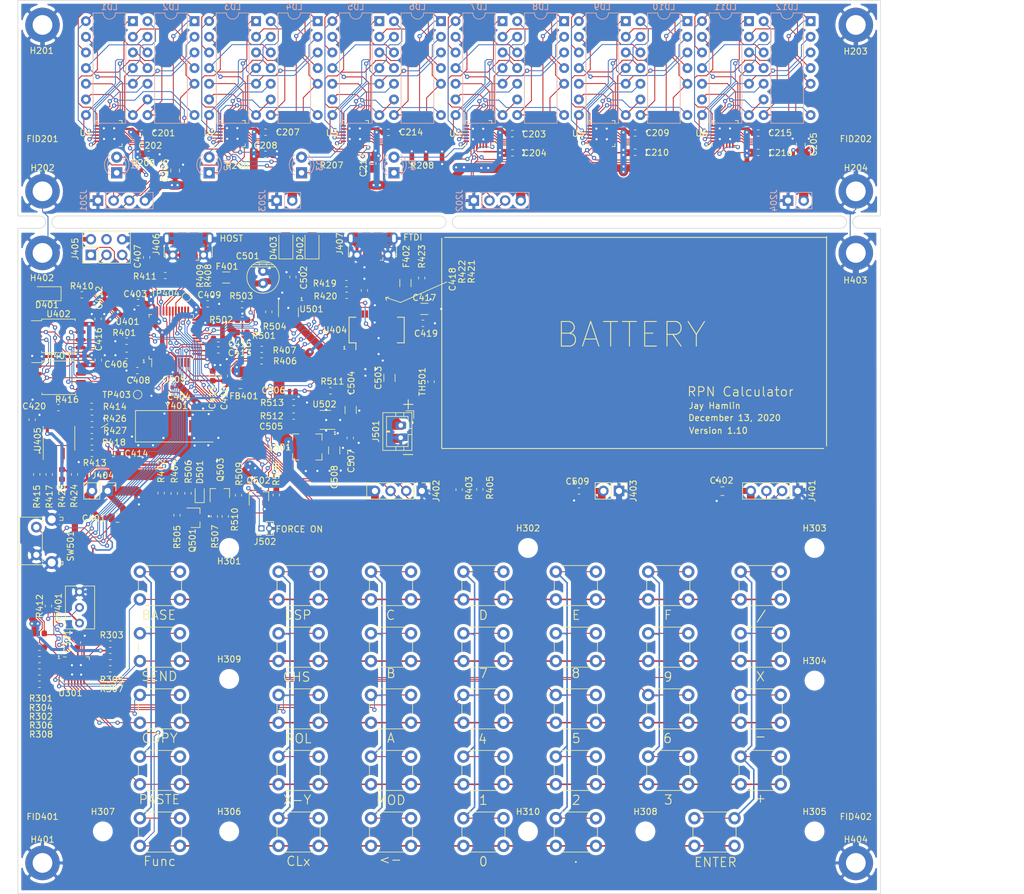
<source format=kicad_pcb>
(kicad_pcb (version 20171130) (host pcbnew "(5.1.6-0-10_14)")
  (layers (0 F.Cu signal) (31 B.Cu signal) (34 B.Paste user) (35 F.Paste user) (36 B.SilkS user) (37 F.SilkS user) (38 B.Mask user) (39 F.Mask user) (44 Edge.Cuts user))
  (net 0 "")
  (net 1 +3V3)
  (net 2 GND)
  (net 3 "Net-(D1-Pad1)")
  (net 4 "Net-(D2-Pad1)")
  (net 5 "Net-(D3-Pad1)")
  (net 6 "Net-(D4-Pad1)")
  (net 7 "Net-(U5-Pad15)")
  (net 8 "Net-(U5-Pad16)")
  (net 9 "Net-(U6-Pad16)")
  (net 10 "Net-(U6-Pad15)")
  (net 11 /Sheet5FA23E6E/R3A)
  (net 12 /Sheet5FA23E6E/R4A)
  (net 13 /Sheet5FA23E6E/C7A)
  (net 14 /Sheet5FA23E6E/C1A)
  (net 15 /Sheet5FA23E6E/C5A)
  (net 16 /Sheet5FA23E6E/C2A)
  (net 17 /Sheet5FA23E6E/C4A)
  (net 18 /Sheet5FA23E6E/C3A)
  (net 19 /Sheet5FA23E6E/R2A)
  (net 20 /Sheet5FA23E6E/C6A)
  (net 21 /Sheet5FA23E6E/R7A)
  (net 22 /Sheet5FA23E6E/R1A)
  (net 23 /Sheet5FA23E6E/R6A)
  (net 24 /Sheet5FA23E6E/R5A)
  (net 25 "Net-(U1-Pad4)")
  (net 26 "Net-(U1-Pad15)")
  (net 27 "Net-(U1-Pad16)")
  (net 28 "Net-(U2-Pad4)")
  (net 29 "Net-(U2-Pad15)")
  (net 30 "Net-(U2-Pad16)")
  (net 31 "Net-(U3-Pad16)")
  (net 32 "Net-(U3-Pad15)")
  (net 33 "Net-(U3-Pad4)")
  (net 34 "Net-(U4-Pad16)")
  (net 35 "Net-(U4-Pad15)")
  (net 36 "Net-(U4-Pad4)")
  (net 37 "Net-(U5-Pad4)")
  (net 38 "Net-(U6-Pad4)")
  (net 39 /Sheet5FA23E6E/R6B)
  (net 40 /Sheet5FA23E6E/R1B)
  (net 41 /Sheet5FA23E6E/R7B)
  (net 42 /Sheet5FA23E6E/C6B)
  (net 43 /Sheet5FA23E6E/R2B)
  (net 44 /Sheet5FA23E6E/C3B)
  (net 45 /Sheet5FA23E6E/C4B)
  (net 46 /Sheet5FA23E6E/C2B)
  (net 47 /Sheet5FA23E6E/C5B)
  (net 48 /Sheet5FA23E6E/C1B)
  (net 49 /Sheet5FA23E6E/C7B)
  (net 50 /Sheet5FA23E6E/R4B)
  (net 51 /Sheet5FA23E6E/R3B)
  (net 52 /Sheet5FA23E6E/R5B)
  (net 53 /Sheet5FA23E6E/R6C)
  (net 54 /Sheet5FA23E6E/R1C)
  (net 55 /Sheet5FA23E6E/R7C)
  (net 56 /Sheet5FA23E6E/C6C)
  (net 57 /Sheet5FA23E6E/R2C)
  (net 58 /Sheet5FA23E6E/C3C)
  (net 59 /Sheet5FA23E6E/C4C)
  (net 60 /Sheet5FA23E6E/C2C)
  (net 61 /Sheet5FA23E6E/C5C)
  (net 62 /Sheet5FA23E6E/C1C)
  (net 63 /Sheet5FA23E6E/C7C)
  (net 64 /Sheet5FA23E6E/R4C)
  (net 65 /Sheet5FA23E6E/R3C)
  (net 66 /Sheet5FA23E6E/R5C)
  (net 67 /Sheet5FA23E6E/R6D)
  (net 68 /Sheet5FA23E6E/R1D)
  (net 69 /Sheet5FA23E6E/R7D)
  (net 70 /Sheet5FA23E6E/C6D)
  (net 71 /Sheet5FA23E6E/R2D)
  (net 72 /Sheet5FA23E6E/C3D)
  (net 73 /Sheet5FA23E6E/C4D)
  (net 74 /Sheet5FA23E6E/C2D)
  (net 75 /Sheet5FA23E6E/C5D)
  (net 76 /Sheet5FA23E6E/C1D)
  (net 77 /Sheet5FA23E6E/C7D)
  (net 78 /Sheet5FA23E6E/R4D)
  (net 79 /Sheet5FA23E6E/R3D)
  (net 80 /Sheet5FA23E6E/R5D)
  (net 81 /Sheet5FA23E6E/R6E)
  (net 82 /Sheet5FA23E6E/R1E)
  (net 83 /Sheet5FA23E6E/R7E)
  (net 84 /Sheet5FA23E6E/C6E)
  (net 85 /Sheet5FA23E6E/R2E)
  (net 86 /Sheet5FA23E6E/C3E)
  (net 87 /Sheet5FA23E6E/C4E)
  (net 88 /Sheet5FA23E6E/C2E)
  (net 89 /Sheet5FA23E6E/C5E)
  (net 90 /Sheet5FA23E6E/C1E)
  (net 91 /Sheet5FA23E6E/C7E)
  (net 92 /Sheet5FA23E6E/R4E)
  (net 93 /Sheet5FA23E6E/R3E)
  (net 94 /Sheet5FA23E6E/R5E)
  (net 95 /Sheet5FA23E6E/R6F)
  (net 96 /Sheet5FA23E6E/R1F)
  (net 97 /Sheet5FA23E6E/R7F)
  (net 98 /Sheet5FA23E6E/C6F)
  (net 99 /Sheet5FA23E6E/R2F)
  (net 100 /Sheet5FA23E6E/C3F)
  (net 101 /Sheet5FA23E6E/C4F)
  (net 102 /Sheet5FA23E6E/C2F)
  (net 103 /Sheet5FA23E6E/C5F)
  (net 104 /Sheet5FA23E6E/C1F)
  (net 105 /Sheet5FA23E6E/C7F)
  (net 106 /Sheet5FA23E6E/R4F)
  (net 107 /Sheet5FA23E6E/R3F)
  (net 108 /Sheet5FA23E6E/R5F)
  (net 109 I2C_SCL_A)
  (net 110 I2C_SDA_A)
  (net 111 "Net-(U1-Pad5)")
  (net 112 "Net-(U2-Pad5)")
  (net 113 "Net-(U3-Pad5)")
  (net 114 "Net-(U4-Pad5)")
  (net 115 I2C_SCL_B)
  (net 116 I2C_SDA_B)
  (net 117 "Net-(U5-Pad5)")
  (net 118 "Net-(U6-Pad5)")
  (net 119 "Net-(U401-Pad11)")
  (net 120 "Net-(U401-Pad17)")
  (net 121 VBATT_RAW)
  (net 122 /Sheet5F92F4CC/OSC_IN)
  (net 123 /Sheet5F92F4CC/OSC_OUT)
  (net 124 /Sheet5F92F4CC/NRST)
  (net 125 /Sheet5F92F4CC/VDDA)
  (net 126 /Sheet5F92F4CC/ADC6)
  (net 127 /Sheet5F92F4CC/ADC5)
  (net 128 /Sheet5F92F4CC/ADC4)
  (net 129 /Sheet5F92F4CC/FT_USBVCC)
  (net 130 /Sheet5F92F4CC/FT3V3)
  (net 131 USBVBUS)
  (net 132 "Net-(D401-Pad1)")
  (net 133 "Net-(D402-Pad1)")
  (net 134 "Net-(D402-Pad2)")
  (net 135 "Net-(D403-Pad2)")
  (net 136 "Net-(D403-Pad1)")
  (net 137 "Net-(F401-Pad2)")
  (net 138 "Net-(F402-Pad2)")
  (net 139 /Sheet5F92F4CC/I2C2_SCL)
  (net 140 /Sheet5F92F4CC/I2C2_SDA)
  (net 141 /Sheet5F92F4CC/SWDIO)
  (net 142 /Sheet5F92F4CC/SWCLK)
  (net 143 "Net-(J405-Pad4)")
  (net 144 "Net-(J406-Pad3)")
  (net 145 "Net-(J406-Pad4)")
  (net 146 "Net-(J406-Pad2)")
  (net 147 "Net-(J407-Pad2)")
  (net 148 "Net-(J407-Pad4)")
  (net 149 "Net-(J407-Pad3)")
  (net 150 "Net-(R401-Pad1)")
  (net 151 /Sheet5F92F4CC/MCU_TX)
  (net 152 /Sheet5F92F4CC/RXD)
  (net 153 /Sheet5F92F4CC/TXD)
  (net 154 /Sheet5F92F4CC/MCU_RX)
  (net 155 /Sheet5F92F4CC/USB_DM)
  (net 156 /Sheet5F92F4CC/USB_DP)
  (net 157 /Sheet5F92F4CC/LED1)
  (net 158 "Net-(R413-Pad1)")
  (net 159 "Net-(R414-Pad1)")
  (net 160 "Net-(R421-Pad2)")
  (net 161 "Net-(R422-Pad2)")
  (net 162 BATT_PG)
  (net 163 BATT_STAT2)
  (net 164 BATT_STAT1)
  (net 165 "Net-(R504-Pad2)")
  (net 166 "Net-(TP403-Pad1)")
  (net 167 "Net-(TP404-Pad1)")
  (net 168 /Sheet5F92F4CC/SPI_SCK)
  (net 169 /Sheet5F92F4CC/SPI_MISO)
  (net 170 /Sheet5F92F4CC/SPI_MOSI)
  (net 171 /Sheet5F92F4CC/EM1_CS)
  (net 172 /Sheet5F92F4CC/EM2_CS)
  (net 173 "Net-(U404-Pad2)")
  (net 174 "Net-(U404-Pad9)")
  (net 175 "Net-(U404-Pad14)")
  (net 176 "Net-(U404-Pad19)")
  (net 177 "Net-(C505-Pad2)")
  (net 178 "Net-(D501-Pad1)")
  (net 179 "Net-(D501-Pad2)")
  (net 180 I2C1_SDA)
  (net 181 I2C1_SCL)
  (net 182 "Net-(L501-Pad1)")
  (net 183 "Net-(Q501-Pad3)")
  (net 184 "Net-(Q502-Pad1)")
  (net 185 /Sheet5F938EEE/3V3_ENABLE)
  (net 186 "Net-(Q503-Pad2)")
  (net 187 KEYBD_RST)
  (net 188 KEYBD_INT)
  (net 189 "Net-(R303-Pad2)")
  (net 190 "Net-(R304-Pad2)")
  (net 191 "Net-(R305-Pad2)")
  (net 192 "Net-(R306-Pad2)")
  (net 193 "Net-(R307-Pad2)")
  (net 194 "Net-(R308-Pad2)")
  (net 195 "Net-(R415-Pad1)")
  (net 196 "Net-(R416-Pad1)")
  (net 197 BUTTON_DN)
  (net 198 PWR_HOLD)
  (net 199 /Sheet5FA23F01/SW_ROW3)
  (net 200 /Sheet5FA23F01/SW_COL2)
  (net 201 /Sheet5FA23F01/SW_COL3)
  (net 202 /Sheet5FA23F01/SW_COL4)
  (net 203 /Sheet5FA23F01/SW_COL5)
  (net 204 /Sheet5FA23F01/SW_COL6)
  (net 205 /Sheet5FA23F01/SW_ROW2)
  (net 206 /Sheet5FA23F01/SW_COL0)
  (net 207 /Sheet5FA23F01/SW_COL1)
  (net 208 /Sheet5FA23F01/SW_ROW4)
  (net 209 /Sheet5FA23F01/SW_ROW1)
  (net 210 /Sheet5FA23F01/SWROW0)
  (net 211 /Sheet5F92F4CC/EM_HOLD)
  (net 212 /Sheet5F92F4CC/EM_WP)
  (net 213 "Net-(U404-Pad1)")
  (net 214 "Net-(U404-Pad5)")
  (net 215 "Net-(U404-Pad7)")
  (net 216 "Net-(U404-Pad8)")
  (net 217 "Net-(U404-Pad18)")
  (net 218 /Sheet5F92F4CC/VPOT)
  (net 219 /Sheet5F938EEE/THERM)
  (net 220 "Net-(U401-Pad10)")
  (net 221 "Net-(U401-Pad21)")
  (net 222 "Net-(U401-Pad22)")
  (net 223 "Net-(Q501-Pad1)")
  (net 224 "Net-(R424-Pad1)")
  (net 225 "Net-(R426-Pad1)")
  (module Jays_footprints:DIP-14_LTP-305HR (layer B.Cu) (at 44.3701 26.5012 180)
    (fp_text reference LD1 (at 3.81 2.33) (layer B.SilkS) (effects (justify mirror)))
    (fp_text value LTP-305HR)
    (pad 1 thru_hole rect (at 0 0 180) (size 1.6 1.6) (drill 0.8) (layers *.Cu *.Mask) (net 16 /Sheet5FA23E6E/C2A))
    (pad 8 thru_hole oval (at 7.62 -15.24 180) (size 1.6 1.6) (drill 0.8) (layers *.Cu *.Mask) (net 18 /Sheet5FA23E6E/C3A))
    (pad 2 thru_hole oval (at 0 -2.54 180) (size 1.6 1.6) (drill 0.8) (layers *.Cu *.Mask) (net 22 /Sheet5FA23E6E/R1A))
    (pad 9 thru_hole oval (at 7.62 -12.7 180) (size 1.6 1.6) (drill 0.8) (layers *.Cu *.Mask) (net 21 /Sheet5FA23E6E/R7A))
    (pad 3 thru_hole oval (at 0 -5.08 180) (size 1.6 1.6) (drill 0.8) (layers *.Cu *.Mask) (net 11 /Sheet5FA23E6E/R3A))
    (pad 10 thru_hole oval (at 7.62 -10.16 180) (size 1.6 1.6) (drill 0.8) (layers *.Cu *.Mask) (net 23 /Sheet5FA23E6E/R6A))
    (pad 4 thru_hole oval (at 0 -7.62 180) (size 1.6 1.6) (drill 0.8) (layers *.Cu *.Mask) (net 12 /Sheet5FA23E6E/R4A))
    (pad 11 thru_hole oval (at 7.62 -7.62 180) (size 1.6 1.6) (drill 0.8) (layers *.Cu *.Mask) (net 24 /Sheet5FA23E6E/R5A))
    (pad 5 thru_hole oval (at 0 -10.16 180) (size 1.6 1.6) (drill 0.8) (layers *.Cu *.Mask) (net 14 /Sheet5FA23E6E/C1A))
    (pad 12 thru_hole oval (at 7.62 -5.08 180) (size 1.6 1.6) (drill 0.8) (layers *.Cu *.Mask) (net 19 /Sheet5FA23E6E/R2A))
    (pad 13 thru_hole oval (at 7.62 -2.54 180) (size 1.6 1.6) (drill 0.8) (layers *.Cu *.Mask) (net 15 /Sheet5FA23E6E/C5A))
    (pad 7 thru_hole oval (at 0 -15.24 180) (size 1.6 1.6) (drill 0.8) (layers *.Cu *.Mask) (net 13 /Sheet5FA23E6E/C7A))
    (pad 14 thru_hole oval (at 7.62 0 180) (size 1.6 1.6) (drill 0.8) (layers *.Cu *.Mask) (net 17 /Sheet5FA23E6E/C4A))
  )
  (module Package_DFN_QFN:QFN-24-1EP_4x4mm_P0.5mm_EP2.7x2.7mm (layer F.Cu) (at 140.5001 44.7412 90)
    (fp_text reference U6 (at 0.0372 -3.8227 180) (layer F.SilkS))
    (fp_text value IS31FL3730-QFN24)
    (pad 1 smd roundrect (at -1.9625 -1.25 90) (size 0.825 0.25) (layers F.Cu F.Paste F.Mask) (net 116 I2C_SDA_B))
    (pad 2 smd roundrect (at -1.9625 -0.75 90) (size 0.825 0.25) (layers F.Cu F.Paste F.Mask) (net 115 I2C_SCL_B))
    (pad 3 smd roundrect (at -1.9625 -0.25 90) (size 0.825 0.25) (layers F.Cu F.Paste F.Mask) (net 1 +3V3))
    (pad 4 smd roundrect (at -1.9625 0.25 90) (size 0.825 0.25) (layers F.Cu F.Paste F.Mask) (net 38 "Net-(U6-Pad4)"))
    (pad 5 smd roundrect (at -1.9625 0.75 90) (size 0.825 0.25) (layers F.Cu F.Paste F.Mask) (net 118 "Net-(U6-Pad5)"))
    (pad 6 smd roundrect (at -1.9625 1.25 90) (size 0.825 0.25) (layers F.Cu F.Paste F.Mask) (net 115 I2C_SCL_B))
    (pad 7 smd roundrect (at -1.25 1.9625 90) (size 0.25 0.825) (layers F.Cu F.Paste F.Mask) (net 96 /Sheet5FA23E6E/R1F))
    (pad 8 smd roundrect (at -0.75 1.9625 90) (size 0.25 0.825) (layers F.Cu F.Paste F.Mask) (net 99 /Sheet5FA23E6E/R2F))
    (pad 9 smd roundrect (at -0.25 1.9625 90) (size 0.25 0.825) (layers F.Cu F.Paste F.Mask) (net 107 /Sheet5FA23E6E/R3F))
    (pad 10 smd roundrect (at 0.25 1.9625 90) (size 0.25 0.825) (layers F.Cu F.Paste F.Mask) (net 106 /Sheet5FA23E6E/R4F))
    (pad 11 smd roundrect (at 0.75 1.9625 90) (size 0.25 0.825) (layers F.Cu F.Paste F.Mask) (net 1 +3V3))
    (pad 12 smd roundrect (at 1.25 1.9625 90) (size 0.25 0.825) (layers F.Cu F.Paste F.Mask) (net 108 /Sheet5FA23E6E/R5F))
    (pad 13 smd roundrect (at 1.9625 1.25 90) (size 0.825 0.25) (layers F.Cu F.Paste F.Mask) (net 95 /Sheet5FA23E6E/R6F))
    (pad 14 smd roundrect (at 1.9625 0.75 90) (size 0.825 0.25) (layers F.Cu F.Paste F.Mask) (net 97 /Sheet5FA23E6E/R7F))
    (pad 15 smd roundrect (at 1.9625 0.25 90) (size 0.825 0.25) (layers F.Cu F.Paste F.Mask) (net 10 "Net-(U6-Pad15)"))
    (pad 16 smd roundrect (at 1.9625 -0.25 90) (size 0.825 0.25) (layers F.Cu F.Paste F.Mask) (net 9 "Net-(U6-Pad16)"))
    (pad 17 smd roundrect (at 1.9625 -0.75 90) (size 0.825 0.25) (layers F.Cu F.Paste F.Mask) (net 105 /Sheet5FA23E6E/C7F))
    (pad 18 smd roundrect (at 1.9625 -1.25 90) (size 0.825 0.25) (layers F.Cu F.Paste F.Mask) (net 98 /Sheet5FA23E6E/C6F))
    (pad 19 smd roundrect (at 1.25 -1.9625 90) (size 0.25 0.825) (layers F.Cu F.Paste F.Mask) (net 103 /Sheet5FA23E6E/C5F))
    (pad 20 smd roundrect (at 0.75 -1.9625 90) (size 0.25 0.825) (layers F.Cu F.Paste F.Mask) (net 2 GND))
    (pad 21 smd roundrect (at 0.25 -1.9625 90) (size 0.25 0.825) (layers F.Cu F.Paste F.Mask) (net 101 /Sheet5FA23E6E/C4F))
    (pad 22 smd roundrect (at -0.25 -1.9625 90) (size 0.25 0.825) (layers F.Cu F.Paste F.Mask) (net 100 /Sheet5FA23E6E/C3F))
    (pad 23 smd roundrect (at -0.75 -1.9625 90) (size 0.25 0.825) (layers F.Cu F.Paste F.Mask) (net 102 /Sheet5FA23E6E/C2F))
    (pad 24 smd roundrect (at -1.25 -1.9625 90) (size 0.25 0.825) (layers F.Cu F.Paste F.Mask) (net 104 /Sheet5FA23E6E/C1F))
    (pad 25 smd rect (at 0 0 90) (size 2.7 2.7) (layers F.Cu F.Mask) (net 2 GND))
  )
  (module Jays_footprints:DIP-14_LTP-305HR (layer B.Cu) (at 84.3701 26.5012 180)
    (fp_text reference LD5 (at 3.81 2.33) (layer B.SilkS) (effects (justify mirror)))
    (fp_text value LTP-305HR)
    (pad 1 thru_hole rect (at 0 0 180) (size 1.6 1.6) (drill 0.8) (layers *.Cu *.Mask) (net 60 /Sheet5FA23E6E/C2C))
    (pad 8 thru_hole oval (at 7.62 -15.24 180) (size 1.6 1.6) (drill 0.8) (layers *.Cu *.Mask) (net 58 /Sheet5FA23E6E/C3C))
    (pad 2 thru_hole oval (at 0 -2.54 180) (size 1.6 1.6) (drill 0.8) (layers *.Cu *.Mask) (net 54 /Sheet5FA23E6E/R1C))
    (pad 9 thru_hole oval (at 7.62 -12.7 180) (size 1.6 1.6) (drill 0.8) (layers *.Cu *.Mask) (net 55 /Sheet5FA23E6E/R7C))
    (pad 3 thru_hole oval (at 0 -5.08 180) (size 1.6 1.6) (drill 0.8) (layers *.Cu *.Mask) (net 65 /Sheet5FA23E6E/R3C))
    (pad 10 thru_hole oval (at 7.62 -10.16 180) (size 1.6 1.6) (drill 0.8) (layers *.Cu *.Mask) (net 53 /Sheet5FA23E6E/R6C))
    (pad 4 thru_hole oval (at 0 -7.62 180) (size 1.6 1.6) (drill 0.8) (layers *.Cu *.Mask) (net 64 /Sheet5FA23E6E/R4C))
    (pad 11 thru_hole oval (at 7.62 -7.62 180) (size 1.6 1.6) (drill 0.8) (layers *.Cu *.Mask) (net 66 /Sheet5FA23E6E/R5C))
    (pad 5 thru_hole oval (at 0 -10.16 180) (size 1.6 1.6) (drill 0.8) (layers *.Cu *.Mask) (net 62 /Sheet5FA23E6E/C1C))
    (pad 12 thru_hole oval (at 7.62 -5.08 180) (size 1.6 1.6) (drill 0.8) (layers *.Cu *.Mask) (net 57 /Sheet5FA23E6E/R2C))
    (pad 13 thru_hole oval (at 7.62 -2.54 180) (size 1.6 1.6) (drill 0.8) (layers *.Cu *.Mask) (net 61 /Sheet5FA23E6E/C5C))
    (pad 7 thru_hole oval (at 0 -15.24 180) (size 1.6 1.6) (drill 0.8) (layers *.Cu *.Mask) (net 63 /Sheet5FA23E6E/C7C))
    (pad 14 thru_hole oval (at 7.62 0 180) (size 1.6 1.6) (drill 0.8) (layers *.Cu *.Mask) (net 59 /Sheet5FA23E6E/C4C))
  )
  (module Package_DFN_QFN:QFN-24-1EP_4x4mm_P0.5mm_EP2.7x2.7mm (layer F.Cu) (at 60.5001 44.7412 90)
    (fp_text reference U2 (at 0.1007 -3.6422 180) (layer F.SilkS))
    (fp_text value IS31FL3730-QFN24)
    (pad 1 smd roundrect (at -1.9625 -1.25 90) (size 0.825 0.25) (layers F.Cu F.Paste F.Mask) (net 110 I2C_SDA_A))
    (pad 2 smd roundrect (at -1.9625 -0.75 90) (size 0.825 0.25) (layers F.Cu F.Paste F.Mask) (net 109 I2C_SCL_A))
    (pad 3 smd roundrect (at -1.9625 -0.25 90) (size 0.825 0.25) (layers F.Cu F.Paste F.Mask) (net 1 +3V3))
    (pad 4 smd roundrect (at -1.9625 0.25 90) (size 0.825 0.25) (layers F.Cu F.Paste F.Mask) (net 28 "Net-(U2-Pad4)"))
    (pad 5 smd roundrect (at -1.9625 0.75 90) (size 0.825 0.25) (layers F.Cu F.Paste F.Mask) (net 112 "Net-(U2-Pad5)"))
    (pad 6 smd roundrect (at -1.9625 1.25 90) (size 0.825 0.25) (layers F.Cu F.Paste F.Mask) (net 1 +3V3))
    (pad 7 smd roundrect (at -1.25 1.9625 90) (size 0.25 0.825) (layers F.Cu F.Paste F.Mask) (net 40 /Sheet5FA23E6E/R1B))
    (pad 8 smd roundrect (at -0.75 1.9625 90) (size 0.25 0.825) (layers F.Cu F.Paste F.Mask) (net 43 /Sheet5FA23E6E/R2B))
    (pad 9 smd roundrect (at -0.25 1.9625 90) (size 0.25 0.825) (layers F.Cu F.Paste F.Mask) (net 51 /Sheet5FA23E6E/R3B))
    (pad 10 smd roundrect (at 0.25 1.9625 90) (size 0.25 0.825) (layers F.Cu F.Paste F.Mask) (net 50 /Sheet5FA23E6E/R4B))
    (pad 11 smd roundrect (at 0.75 1.9625 90) (size 0.25 0.825) (layers F.Cu F.Paste F.Mask) (net 1 +3V3))
    (pad 12 smd roundrect (at 1.25 1.9625 90) (size 0.25 0.825) (layers F.Cu F.Paste F.Mask) (net 52 /Sheet5FA23E6E/R5B))
    (pad 13 smd roundrect (at 1.9625 1.25 90) (size 0.825 0.25) (layers F.Cu F.Paste F.Mask) (net 39 /Sheet5FA23E6E/R6B))
    (pad 14 smd roundrect (at 1.9625 0.75 90) (size 0.825 0.25) (layers F.Cu F.Paste F.Mask) (net 41 /Sheet5FA23E6E/R7B))
    (pad 15 smd roundrect (at 1.9625 0.25 90) (size 0.825 0.25) (layers F.Cu F.Paste F.Mask) (net 29 "Net-(U2-Pad15)"))
    (pad 16 smd roundrect (at 1.9625 -0.25 90) (size 0.825 0.25) (layers F.Cu F.Paste F.Mask) (net 30 "Net-(U2-Pad16)"))
    (pad 17 smd roundrect (at 1.9625 -0.75 90) (size 0.825 0.25) (layers F.Cu F.Paste F.Mask) (net 49 /Sheet5FA23E6E/C7B))
    (pad 18 smd roundrect (at 1.9625 -1.25 90) (size 0.825 0.25) (layers F.Cu F.Paste F.Mask) (net 42 /Sheet5FA23E6E/C6B))
    (pad 19 smd roundrect (at 1.25 -1.9625 90) (size 0.25 0.825) (layers F.Cu F.Paste F.Mask) (net 47 /Sheet5FA23E6E/C5B))
    (pad 20 smd roundrect (at 0.75 -1.9625 90) (size 0.25 0.825) (layers F.Cu F.Paste F.Mask) (net 2 GND))
    (pad 21 smd roundrect (at 0.25 -1.9625 90) (size 0.25 0.825) (layers F.Cu F.Paste F.Mask) (net 45 /Sheet5FA23E6E/C4B))
    (pad 22 smd roundrect (at -0.25 -1.9625 90) (size 0.25 0.825) (layers F.Cu F.Paste F.Mask) (net 44 /Sheet5FA23E6E/C3B))
    (pad 23 smd roundrect (at -0.75 -1.9625 90) (size 0.25 0.825) (layers F.Cu F.Paste F.Mask) (net 46 /Sheet5FA23E6E/C2B))
    (pad 24 smd roundrect (at -1.25 -1.9625 90) (size 0.25 0.825) (layers F.Cu F.Paste F.Mask) (net 48 /Sheet5FA23E6E/C1B))
    (pad 25 smd rect (at 0 0 90) (size 2.7 2.7) (layers F.Cu F.Mask) (net 2 GND))
  )
  (module Connector_JST:JST_PH_B2B-PH-K_1x02_P2.00mm_Vertical (layer F.Cu) (at 87.8459 92.1004 270)
    (fp_text reference J501 (at 0.9779 4.0259 90) (layer F.SilkS))
    (fp_text value "JST PTH 2.0mm vertical")
    (pad 1 thru_hole roundrect (at 0 0 270) (size 1.2 1.75) (drill 0.75) (layers *.Cu *.Mask) (roundrect_rratio 0.208333) (net 121 VBATT_RAW))
    (pad 2 thru_hole oval (at 2 0 270) (size 1.2 1.75) (drill 0.75) (layers *.Cu *.Mask) (net 2 GND))
  )
  (module Capacitor_SMD:C_0603_1608Metric (layer F.Cu) (at 38.7223 74.8284 90)
    (fp_text reference C412 (at 3.4417 0.1778 90) (layer F.SilkS))
    (fp_text value 100nF)
    (pad 1 smd roundrect (at -0.7875 0 90) (size 0.875 0.95) (layers F.Cu F.Paste F.Mask) (net 1 +3V3))
    (pad 2 smd roundrect (at 0.7875 0 90) (size 0.875 0.95) (layers F.Cu F.Paste F.Mask) (net 2 GND))
  )
  (module Capacitor_SMD:C_0603_1608Metric (layer F.Cu) (at 38.7604 81.4959 90)
    (fp_text reference C416 (at 3.3655 0.0635 90) (layer F.SilkS))
    (fp_text value 100nF)
    (pad 1 smd roundrect (at -0.7875 0 90) (size 0.875 0.95) (layers F.Cu F.Paste F.Mask) (net 1 +3V3))
    (pad 2 smd roundrect (at 0.7875 0 90) (size 0.875 0.95) (layers F.Cu F.Paste F.Mask) (net 2 GND))
  )
  (module Package_SO:SOIC-8_5.23x5.23mm_P1.27mm (layer F.Cu) (at 32.2961 77.5843)
    (fp_text reference U402 (at 0 -3.56) (layer F.SilkS))
    (fp_text value W25Q128JVS)
    (pad 8 smd roundrect (at 3.6 -1.905) (size 1.6 0.6) (layers F.Cu F.Paste F.Mask) (net 1 +3V3))
    (pad 7 smd roundrect (at 3.6 -0.635) (size 1.6 0.6) (layers F.Cu F.Paste F.Mask) (net 211 /Sheet5F92F4CC/EM_HOLD))
    (pad 6 smd roundrect (at 3.6 0.635) (size 1.6 0.6) (layers F.Cu F.Paste F.Mask) (net 168 /Sheet5F92F4CC/SPI_SCK))
    (pad 5 smd roundrect (at 3.6 1.905) (size 1.6 0.6) (layers F.Cu F.Paste F.Mask) (net 170 /Sheet5F92F4CC/SPI_MOSI))
    (pad 4 smd roundrect (at -3.6 1.905) (size 1.6 0.6) (layers F.Cu F.Paste F.Mask) (net 2 GND))
    (pad 3 smd roundrect (at -3.6 0.635) (size 1.6 0.6) (layers F.Cu F.Paste F.Mask) (net 212 /Sheet5F92F4CC/EM_WP))
    (pad 2 smd roundrect (at -3.6 -0.635) (size 1.6 0.6) (layers F.Cu F.Paste F.Mask) (net 169 /Sheet5F92F4CC/SPI_MISO))
    (pad 1 smd roundrect (at -3.6 -1.905) (size 1.6 0.6) (layers F.Cu F.Paste F.Mask) (net 171 /Sheet5F92F4CC/EM1_CS))
  )
  (module Package_SO:SOIC-8_5.23x5.23mm_P1.27mm (layer F.Cu) (at 32.3469 84.3788)
    (fp_text reference U403 (at 0 -3.56) (layer F.SilkS))
    (fp_text value W25Q128JVS)
    (pad 1 smd roundrect (at -3.6 -1.905) (size 1.6 0.6) (layers F.Cu F.Paste F.Mask) (net 172 /Sheet5F92F4CC/EM2_CS))
    (pad 2 smd roundrect (at -3.6 -0.635) (size 1.6 0.6) (layers F.Cu F.Paste F.Mask) (net 169 /Sheet5F92F4CC/SPI_MISO))
    (pad 3 smd roundrect (at -3.6 0.635) (size 1.6 0.6) (layers F.Cu F.Paste F.Mask) (net 212 /Sheet5F92F4CC/EM_WP))
    (pad 4 smd roundrect (at -3.6 1.905) (size 1.6 0.6) (layers F.Cu F.Paste F.Mask) (net 2 GND))
    (pad 5 smd roundrect (at 3.6 1.905) (size 1.6 0.6) (layers F.Cu F.Paste F.Mask) (net 170 /Sheet5F92F4CC/SPI_MOSI))
    (pad 6 smd roundrect (at 3.6 0.635) (size 1.6 0.6) (layers F.Cu F.Paste F.Mask) (net 168 /Sheet5F92F4CC/SPI_SCK))
    (pad 7 smd roundrect (at 3.6 -0.635) (size 1.6 0.6) (layers F.Cu F.Paste F.Mask) (net 211 /Sheet5F92F4CC/EM_HOLD))
    (pad 8 smd roundrect (at 3.6 -1.905) (size 1.6 0.6) (layers F.Cu F.Paste F.Mask) (net 1 +3V3))
  )
  (module TestPoint:TestPoint_Pad_D1.0mm (layer F.Cu) (at 45.1485 87.1093)
    (fp_text reference TP403 (at -3.4163 0.0254) (layer F.SilkS))
    (fp_text value TEST3)
    (pad 1 smd circle (at 0 0) (size 1 1) (layers F.Cu F.Mask) (net 166 "Net-(TP403-Pad1)"))
  )
  (module Connector_PinHeader_2.54mm:PinHeader_1x02_P2.54mm_Vertical (layer F.Cu) (at 40.2769 102.7442 270)
    (fp_text reference J404 (at -2.5031 0.7672 180) (layer F.SilkS))
    (fp_text value Conn_01x02)
    (pad 1 thru_hole rect (at 0 0 270) (size 1.7 1.7) (drill 1) (layers *.Cu *.Mask) (net 2 GND))
    (pad 2 thru_hole oval (at 0 2.54 270) (size 1.7 1.7) (drill 1) (layers *.Cu *.Mask) (net 1 +3V3))
  )
  (module Package_TO_SOT_SMD:TSOT-23-5 (layer F.Cu) (at 75.6158 91.2368 180)
    (fp_text reference U502 (at 0.1524 2.5654) (layer F.SilkS))
    (fp_text value LM3671MF)
    (pad 1 smd rect (at -1.31 -0.95 180) (size 1.22 0.65) (layers F.Cu F.Paste F.Mask) (net 121 VBATT_RAW))
    (pad 2 smd rect (at -1.31 0 180) (size 1.22 0.65) (layers F.Cu F.Paste F.Mask) (net 2 GND))
    (pad 3 smd rect (at -1.31 0.95 180) (size 1.22 0.65) (layers F.Cu F.Paste F.Mask) (net 185 /Sheet5F938EEE/3V3_ENABLE))
    (pad 4 smd rect (at 1.31 0.95 180) (size 1.22 0.65) (layers F.Cu F.Paste F.Mask) (net 177 "Net-(C505-Pad2)"))
    (pad 5 smd rect (at 1.31 -0.95 180) (size 1.22 0.65) (layers F.Cu F.Paste F.Mask) (net 182 "Net-(L501-Pad1)"))
  )
  (module Resistor_SMD:R_0603_1608Metric (layer F.Cu) (at 51.0921 103.1621 90)
    (fp_text reference R404 (at 3.5941 0.0635 90) (layer F.SilkS))
    (fp_text value 2.2K)
    (pad 1 smd roundrect (at -0.7875 0 90) (size 0.875 0.95) (layers F.Cu F.Paste F.Mask) (net 181 I2C1_SCL))
    (pad 2 smd roundrect (at 0.7875 0 90) (size 0.875 0.95) (layers F.Cu F.Paste F.Mask) (net 1 +3V3))
  )
  (module Button_Switch_THT:SW_Tactile_SPST_Angled_PTS645Vx58-2LFS (layer F.Cu) (at 28.7087 113.1166 90)
    (fp_text reference SW501 (at 1.40232 5.55082 270) (layer F.SilkS))
    (fp_text value 1-1825027-1)
    (pad 3 thru_hole circle (at -1.25 2.49 90) (size 2.1 2.1) (drill 1.3) (layers *.Cu *.Mask) (net 2 GND))
    (pad 1 thru_hole circle (at 0 0 90) (size 1.75 1.75) (drill 0.99) (layers *.Cu *.Mask) (net 2 GND))
    (pad 2 thru_hole circle (at 4.5 0 90) (size 1.75 1.75) (drill 0.99) (layers *.Cu *.Mask) (net 178 "Net-(D501-Pad1)"))
    (pad 4 thru_hole circle (at 5.76 2.49 90) (size 2.1 2.1) (drill 1.3) (layers *.Cu *.Mask) (net 2 GND))
  )
  (module Connector_PinHeader_2.54mm:PinHeader_1x04_P2.54mm_Vertical (layer B.Cu) (at 38.7087 55.6166 270)
    (fp_text reference J201 (at 0 2.33 270) (layer B.SilkS) (effects (justify mirror)))
    (fp_text value Conn_01x04)
    (pad 1 thru_hole rect (at 0 0 270) (size 1.7 1.7) (drill 1) (layers *.Cu *.Mask) (net 2 GND))
    (pad 2 thru_hole oval (at 0 -2.54 270) (size 1.7 1.7) (drill 1) (layers *.Cu *.Mask) (net 109 I2C_SCL_A))
    (pad 3 thru_hole oval (at 0 -5.08 270) (size 1.7 1.7) (drill 1) (layers *.Cu *.Mask) (net 110 I2C_SDA_A))
    (pad 4 thru_hole oval (at 0 -7.62 270) (size 1.7 1.7) (drill 1) (layers *.Cu *.Mask) (net 1 +3V3))
  )
  (module Package_DFN_QFN:QFN-24-1EP_4x4mm_P0.5mm_EP2.7x2.7mm (layer F.Cu) (at 100.5001 44.7412 90)
    (fp_text reference U4 (at 0 -3.8023 180) (layer F.SilkS))
    (fp_text value IS31FL3730-QFN24)
    (pad 25 smd rect (at 0 0 90) (size 2.7 2.7) (layers F.Cu F.Mask) (net 2 GND))
    (pad 24 smd roundrect (at -1.25 -1.9625 90) (size 0.25 0.825) (layers F.Cu F.Paste F.Mask) (net 76 /Sheet5FA23E6E/C1D))
    (pad 23 smd roundrect (at -0.75 -1.9625 90) (size 0.25 0.825) (layers F.Cu F.Paste F.Mask) (net 74 /Sheet5FA23E6E/C2D))
    (pad 22 smd roundrect (at -0.25 -1.9625 90) (size 0.25 0.825) (layers F.Cu F.Paste F.Mask) (net 72 /Sheet5FA23E6E/C3D))
    (pad 21 smd roundrect (at 0.25 -1.9625 90) (size 0.25 0.825) (layers F.Cu F.Paste F.Mask) (net 73 /Sheet5FA23E6E/C4D))
    (pad 20 smd roundrect (at 0.75 -1.9625 90) (size 0.25 0.825) (layers F.Cu F.Paste F.Mask) (net 2 GND))
    (pad 19 smd roundrect (at 1.25 -1.9625 90) (size 0.25 0.825) (layers F.Cu F.Paste F.Mask) (net 75 /Sheet5FA23E6E/C5D))
    (pad 18 smd roundrect (at 1.9625 -1.25 90) (size 0.825 0.25) (layers F.Cu F.Paste F.Mask) (net 70 /Sheet5FA23E6E/C6D))
    (pad 17 smd roundrect (at 1.9625 -0.75 90) (size 0.825 0.25) (layers F.Cu F.Paste F.Mask) (net 77 /Sheet5FA23E6E/C7D))
    (pad 16 smd roundrect (at 1.9625 -0.25 90) (size 0.825 0.25) (layers F.Cu F.Paste F.Mask) (net 34 "Net-(U4-Pad16)"))
    (pad 15 smd roundrect (at 1.9625 0.25 90) (size 0.825 0.25) (layers F.Cu F.Paste F.Mask) (net 35 "Net-(U4-Pad15)"))
    (pad 14 smd roundrect (at 1.9625 0.75 90) (size 0.825 0.25) (layers F.Cu F.Paste F.Mask) (net 69 /Sheet5FA23E6E/R7D))
    (pad 13 smd roundrect (at 1.9625 1.25 90) (size 0.825 0.25) (layers F.Cu F.Paste F.Mask) (net 67 /Sheet5FA23E6E/R6D))
    (pad 12 smd roundrect (at 1.25 1.9625 90) (size 0.25 0.825) (layers F.Cu F.Paste F.Mask) (net 80 /Sheet5FA23E6E/R5D))
    (pad 11 smd roundrect (at 0.75 1.9625 90) (size 0.25 0.825) (layers F.Cu F.Paste F.Mask) (net 1 +3V3))
    (pad 10 smd roundrect (at 0.25 1.9625 90) (size 0.25 0.825) (layers F.Cu F.Paste F.Mask) (net 78 /Sheet5FA23E6E/R4D))
    (pad 9 smd roundrect (at -0.25 1.9625 90) (size 0.25 0.825) (layers F.Cu F.Paste F.Mask) (net 79 /Sheet5FA23E6E/R3D))
    (pad 8 smd roundrect (at -0.75 1.9625 90) (size 0.25 0.825) (layers F.Cu F.Paste F.Mask) (net 71 /Sheet5FA23E6E/R2D))
    (pad 7 smd roundrect (at -1.25 1.9625 90) (size 0.25 0.825) (layers F.Cu F.Paste F.Mask) (net 68 /Sheet5FA23E6E/R1D))
    (pad 6 smd roundrect (at -1.9625 1.25 90) (size 0.825 0.25) (layers F.Cu F.Paste F.Mask) (net 2 GND))
    (pad 5 smd roundrect (at -1.9625 0.75 90) (size 0.825 0.25) (layers F.Cu F.Paste F.Mask) (net 114 "Net-(U4-Pad5)"))
    (pad 4 smd roundrect (at -1.9625 0.25 90) (size 0.825 0.25) (layers F.Cu F.Paste F.Mask) (net 36 "Net-(U4-Pad4)"))
    (pad 3 smd roundrect (at -1.9625 -0.25 90) (size 0.825 0.25) (layers F.Cu F.Paste F.Mask) (net 1 +3V3))
    (pad 2 smd roundrect (at -1.9625 -0.75 90) (size 0.825 0.25) (layers F.Cu F.Paste F.Mask) (net 115 I2C_SCL_B))
    (pad 1 smd roundrect (at -1.9625 -1.25 90) (size 0.825 0.25) (layers F.Cu F.Paste F.Mask) (net 116 I2C_SDA_B))
  )
  (module Resistor_SMD:R_0402_1005Metric (layer F.Cu) (at 60.4901 51.1048)
    (fp_text reference R206 (at 0.8255 -1.1557) (layer F.SilkS))
    (fp_text value 20R)
    (pad 1 smd roundrect (at -0.485 0) (size 0.59 0.64) (layers F.Cu F.Paste F.Mask) (net 4 "Net-(D2-Pad1)"))
    (pad 2 smd roundrect (at 0.485 0) (size 0.59 0.64) (layers F.Cu F.Paste F.Mask) (net 40 /Sheet5FA23E6E/R1B))
  )
  (module Resistor_SMD:R_0402_1005Metric (layer F.Cu) (at 75.7809 51.1048)
    (fp_text reference R207 (at 0.8382 -1.2192) (layer F.SilkS))
    (fp_text value 20R)
    (pad 2 smd roundrect (at 0.485 0) (size 0.59 0.64) (layers F.Cu F.Paste F.Mask) (net 54 /Sheet5FA23E6E/R1C))
    (pad 1 smd roundrect (at -0.485 0) (size 0.59 0.64) (layers F.Cu F.Paste F.Mask) (net 5 "Net-(D3-Pad1)"))
  )
  (module Resistor_SMD:R_0402_1005Metric (layer F.Cu) (at 45.2501 50.6984)
    (fp_text reference R205 (at 0.8128 -1.1938) (layer F.SilkS))
    (fp_text value 20R)
    (pad 2 smd roundrect (at 0.485 0) (size 0.59 0.64) (layers F.Cu F.Paste F.Mask) (net 22 /Sheet5FA23E6E/R1A))
    (pad 1 smd roundrect (at -0.485 0) (size 0.59 0.64) (layers F.Cu F.Paste F.Mask) (net 3 "Net-(D1-Pad1)"))
  )
  (module LED_THT:LED_D3.0mm (layer B.Cu) (at 86.7501 51.1166 90)
    (fp_text reference D4 (at 1.27 2.96 270) (layer B.SilkS) (effects (justify mirror)))
    (fp_text value LED)
    (pad 2 thru_hole circle (at 2.54 0 90) (size 1.8 1.8) (drill 0.9) (layers *.Cu *.Mask) (net 77 /Sheet5FA23E6E/C7D))
    (pad 1 thru_hole rect (at 0 0 90) (size 1.8 1.8) (drill 0.9) (layers *.Cu *.Mask) (net 6 "Net-(D4-Pad1)"))
  )
  (module Resistor_SMD:R_0402_1005Metric (layer F.Cu) (at 90.3859 51.1048)
    (fp_text reference R208 (at 0.9398 -1.1811) (layer F.SilkS))
    (fp_text value 20R)
    (pad 1 smd roundrect (at -0.485 0) (size 0.59 0.64) (layers F.Cu F.Paste F.Mask) (net 6 "Net-(D4-Pad1)"))
    (pad 2 smd roundrect (at 0.485 0) (size 0.59 0.64) (layers F.Cu F.Paste F.Mask) (net 68 /Sheet5FA23E6E/R1D))
  )
  (module Jays_footprints:DIP-14_LTP-305HR (layer B.Cu) (at 144.3701 26.5012 180)
    (fp_text reference LD11 (at 3.81 2.33) (layer B.SilkS) (effects (justify mirror)))
    (fp_text value LTP-305HR)
    (pad 14 thru_hole oval (at 7.62 0 180) (size 1.6 1.6) (drill 0.8) (layers *.Cu *.Mask) (net 101 /Sheet5FA23E6E/C4F))
    (pad 7 thru_hole oval (at 0 -15.24 180) (size 1.6 1.6) (drill 0.8) (layers *.Cu *.Mask) (net 105 /Sheet5FA23E6E/C7F))
    (pad 13 thru_hole oval (at 7.62 -2.54 180) (size 1.6 1.6) (drill 0.8) (layers *.Cu *.Mask) (net 103 /Sheet5FA23E6E/C5F))
    (pad 12 thru_hole oval (at 7.62 -5.08 180) (size 1.6 1.6) (drill 0.8) (layers *.Cu *.Mask) (net 99 /Sheet5FA23E6E/R2F))
    (pad 5 thru_hole oval (at 0 -10.16 180) (size 1.6 1.6) (drill 0.8) (layers *.Cu *.Mask) (net 104 /Sheet5FA23E6E/C1F))
    (pad 11 thru_hole oval (at 7.62 -7.62 180) (size 1.6 1.6) (drill 0.8) (layers *.Cu *.Mask) (net 108 /Sheet5FA23E6E/R5F))
    (pad 4 thru_hole oval (at 0 -7.62 180) (size 1.6 1.6) (drill 0.8) (layers *.Cu *.Mask) (net 106 /Sheet5FA23E6E/R4F))
    (pad 10 thru_hole oval (at 7.62 -10.16 180) (size 1.6 1.6) (drill 0.8) (layers *.Cu *.Mask) (net 95 /Sheet5FA23E6E/R6F))
    (pad 3 thru_hole oval (at 0 -5.08 180) (size 1.6 1.6) (drill 0.8) (layers *.Cu *.Mask) (net 107 /Sheet5FA23E6E/R3F))
    (pad 9 thru_hole oval (at 7.62 -12.7 180) (size 1.6 1.6) (drill 0.8) (layers *.Cu *.Mask) (net 97 /Sheet5FA23E6E/R7F))
    (pad 2 thru_hole oval (at 0 -2.54 180) (size 1.6 1.6) (drill 0.8) (layers *.Cu *.Mask) (net 96 /Sheet5FA23E6E/R1F))
    (pad 8 thru_hole oval (at 7.62 -15.24 180) (size 1.6 1.6) (drill 0.8) (layers *.Cu *.Mask) (net 100 /Sheet5FA23E6E/C3F))
    (pad 1 thru_hole rect (at 0 0 180) (size 1.6 1.6) (drill 0.8) (layers *.Cu *.Mask) (net 102 /Sheet5FA23E6E/C2F))
  )
  (module Jays_footprints:DIP-14_LTP-305HR (layer B.Cu) (at 54.3701 26.5012 180)
    (fp_text reference LD2 (at 3.81 2.33) (layer B.SilkS) (effects (justify mirror)))
    (fp_text value LTP-305HR)
    (pad 14 thru_hole oval (at 7.62 0 180) (size 1.6 1.6) (drill 0.8) (layers *.Cu *.Mask) (net 12 /Sheet5FA23E6E/R4A))
    (pad 7 thru_hole oval (at 0 -15.24 180) (size 1.6 1.6) (drill 0.8) (layers *.Cu *.Mask) (net 21 /Sheet5FA23E6E/R7A))
    (pad 13 thru_hole oval (at 7.62 -2.54 180) (size 1.6 1.6) (drill 0.8) (layers *.Cu *.Mask) (net 24 /Sheet5FA23E6E/R5A))
    (pad 12 thru_hole oval (at 7.62 -5.08 180) (size 1.6 1.6) (drill 0.8) (layers *.Cu *.Mask) (net 16 /Sheet5FA23E6E/C2A))
    (pad 5 thru_hole oval (at 0 -10.16 180) (size 1.6 1.6) (drill 0.8) (layers *.Cu *.Mask) (net 22 /Sheet5FA23E6E/R1A))
    (pad 11 thru_hole oval (at 7.62 -7.62 180) (size 1.6 1.6) (drill 0.8) (layers *.Cu *.Mask) (net 15 /Sheet5FA23E6E/C5A))
    (pad 4 thru_hole oval (at 0 -7.62 180) (size 1.6 1.6) (drill 0.8) (layers *.Cu *.Mask) (net 17 /Sheet5FA23E6E/C4A))
    (pad 10 thru_hole oval (at 7.62 -10.16 180) (size 1.6 1.6) (drill 0.8) (layers *.Cu *.Mask) (net 20 /Sheet5FA23E6E/C6A))
    (pad 3 thru_hole oval (at 0 -5.08 180) (size 1.6 1.6) (drill 0.8) (layers *.Cu *.Mask) (net 18 /Sheet5FA23E6E/C3A))
    (pad 9 thru_hole oval (at 7.62 -12.7 180) (size 1.6 1.6) (drill 0.8) (layers *.Cu *.Mask) (net 13 /Sheet5FA23E6E/C7A))
    (pad 2 thru_hole oval (at 0 -2.54 180) (size 1.6 1.6) (drill 0.8) (layers *.Cu *.Mask) (net 14 /Sheet5FA23E6E/C1A))
    (pad 8 thru_hole oval (at 7.62 -15.24 180) (size 1.6 1.6) (drill 0.8) (layers *.Cu *.Mask) (net 11 /Sheet5FA23E6E/R3A))
    (pad 1 thru_hole rect (at 0 0 180) (size 1.6 1.6) (drill 0.8) (layers *.Cu *.Mask) (net 19 /Sheet5FA23E6E/R2A))
  )
  (module Capacitor_SMD:C_0603_1608Metric (layer F.Cu) (at 145.8595 47.8028)
    (fp_text reference C216 (at 3.6449 0.0635) (layer F.SilkS))
    (fp_text value 1uF)
    (pad 2 smd roundrect (at 0.7875 0) (size 0.875 0.95) (layers F.Cu F.Paste F.Mask) (net 2 GND))
    (pad 1 smd roundrect (at -0.7875 0) (size 0.875 0.95) (layers F.Cu F.Paste F.Mask) (net 1 +3V3))
  )
  (module Jays_footprints:DIP-14_LTP-305HR (layer B.Cu) (at 154.3701 26.5012 180)
    (fp_text reference LD12 (at 3.81 2.33) (layer B.SilkS) (effects (justify mirror)))
    (fp_text value LTP-305HR)
    (pad 1 thru_hole rect (at 0 0 180) (size 1.6 1.6) (drill 0.8) (layers *.Cu *.Mask) (net 99 /Sheet5FA23E6E/R2F))
    (pad 8 thru_hole oval (at 7.62 -15.24 180) (size 1.6 1.6) (drill 0.8) (layers *.Cu *.Mask) (net 107 /Sheet5FA23E6E/R3F))
    (pad 2 thru_hole oval (at 0 -2.54 180) (size 1.6 1.6) (drill 0.8) (layers *.Cu *.Mask) (net 104 /Sheet5FA23E6E/C1F))
    (pad 9 thru_hole oval (at 7.62 -12.7 180) (size 1.6 1.6) (drill 0.8) (layers *.Cu *.Mask) (net 105 /Sheet5FA23E6E/C7F))
    (pad 3 thru_hole oval (at 0 -5.08 180) (size 1.6 1.6) (drill 0.8) (layers *.Cu *.Mask) (net 100 /Sheet5FA23E6E/C3F))
    (pad 10 thru_hole oval (at 7.62 -10.16 180) (size 1.6 1.6) (drill 0.8) (layers *.Cu *.Mask) (net 98 /Sheet5FA23E6E/C6F))
    (pad 4 thru_hole oval (at 0 -7.62 180) (size 1.6 1.6) (drill 0.8) (layers *.Cu *.Mask) (net 101 /Sheet5FA23E6E/C4F))
    (pad 11 thru_hole oval (at 7.62 -7.62 180) (size 1.6 1.6) (drill 0.8) (layers *.Cu *.Mask) (net 103 /Sheet5FA23E6E/C5F))
    (pad 5 thru_hole oval (at 0 -10.16 180) (size 1.6 1.6) (drill 0.8) (layers *.Cu *.Mask) (net 96 /Sheet5FA23E6E/R1F))
    (pad 12 thru_hole oval (at 7.62 -5.08 180) (size 1.6 1.6) (drill 0.8) (layers *.Cu *.Mask) (net 102 /Sheet5FA23E6E/C2F))
    (pad 13 thru_hole oval (at 7.62 -2.54 180) (size 1.6 1.6) (drill 0.8) (layers *.Cu *.Mask) (net 108 /Sheet5FA23E6E/R5F))
    (pad 7 thru_hole oval (at 0 -15.24 180) (size 1.6 1.6) (drill 0.8) (layers *.Cu *.Mask) (net 97 /Sheet5FA23E6E/R7F))
    (pad 14 thru_hole oval (at 7.62 0 180) (size 1.6 1.6) (drill 0.8) (layers *.Cu *.Mask) (net 106 /Sheet5FA23E6E/R4F))
  )
  (module Capacitor_SMD:C_0603_1608Metric (layer F.Cu) (at 45.7835 44.704)
    (fp_text reference C201 (at 3.5306 -0.0381) (layer F.SilkS))
    (fp_text value 100nF)
    (pad 2 smd roundrect (at 0.7875 0) (size 0.875 0.95) (layers F.Cu F.Paste F.Mask) (net 2 GND))
    (pad 1 smd roundrect (at -0.7875 0) (size 0.875 0.95) (layers F.Cu F.Paste F.Mask) (net 1 +3V3))
  )
  (module Capacitor_SMD:C_0603_1608Metric (layer F.Cu) (at 46.91634 48.1076)
    (fp_text reference C202 (at 0.2794 -1.4097) (layer F.SilkS))
    (fp_text value 1uF)
    (pad 1 smd roundrect (at -0.7875 0) (size 0.875 0.95) (layers F.Cu F.Paste F.Mask) (net 1 +3V3))
    (pad 2 smd roundrect (at 0.7875 0) (size 0.875 0.95) (layers F.Cu F.Paste F.Mask) (net 2 GND))
  )
  (module Capacitor_SMD:C_0603_1608Metric (layer F.Cu) (at 105.9561 44.7548)
    (fp_text reference C203 (at 3.5433 0.0889) (layer F.SilkS))
    (fp_text value 100nF)
    (pad 1 smd roundrect (at -0.7875 0) (size 0.875 0.95) (layers F.Cu F.Paste F.Mask) (net 1 +3V3))
    (pad 2 smd roundrect (at 0.7875 0) (size 0.875 0.95) (layers F.Cu F.Paste F.Mask) (net 2 GND))
  )
  (module Capacitor_SMD:C_0603_1608Metric (layer F.Cu) (at 105.9815 47.879)
    (fp_text reference C204 (at 3.6195 0.0254) (layer F.SilkS))
    (fp_text value 1uF)
    (pad 2 smd roundrect (at 0.7875 0) (size 0.875 0.95) (layers F.Cu F.Paste F.Mask) (net 2 GND))
    (pad 1 smd roundrect (at -0.7875 0) (size 0.875 0.95) (layers F.Cu F.Paste F.Mask) (net 1 +3V3))
  )
  (module Capacitor_SMD:C_0603_1608Metric (layer F.Cu) (at 65.9002 44.5262)
    (fp_text reference C207 (at 3.6196 0) (layer F.SilkS))
    (fp_text value 100nF)
    (pad 1 smd roundrect (at -0.7875 0) (size 0.875 0.95) (layers F.Cu F.Paste F.Mask) (net 1 +3V3))
    (pad 2 smd roundrect (at 0.7875 0) (size 0.875 0.95) (layers F.Cu F.Paste F.Mask) (net 2 GND))
  )
  (module Capacitor_SMD:C_0603_1608Metric (layer F.Cu) (at 65.9003 48.1076)
    (fp_text reference C208 (at 0 -1.43) (layer F.SilkS))
    (fp_text value 1uF)
    (pad 2 smd roundrect (at 0.7875 0) (size 0.875 0.95) (layers F.Cu F.Paste F.Mask) (net 2 GND))
    (pad 1 smd roundrect (at -0.7875 0) (size 0.875 0.95) (layers F.Cu F.Paste F.Mask) (net 1 +3V3))
  )
  (module Capacitor_SMD:C_0603_1608Metric (layer F.Cu) (at 125.8951 44.6532)
    (fp_text reference C209 (at 3.6195 -0.0127) (layer F.SilkS))
    (fp_text value 100nF)
    (pad 1 smd roundrect (at -0.7875 0) (size 0.875 0.95) (layers F.Cu F.Paste F.Mask) (net 1 +3V3))
    (pad 2 smd roundrect (at 0.7875 0) (size 0.875 0.95) (layers F.Cu F.Paste F.Mask) (net 2 GND))
  )
  (module Capacitor_SMD:C_0603_1608Metric (layer F.Cu) (at 125.8951 47.7774)
    (fp_text reference C210 (at 3.556 0.0508) (layer F.SilkS))
    (fp_text value 1uF)
    (pad 2 smd roundrect (at 0.7875 0) (size 0.875 0.95) (layers F.Cu F.Paste F.Mask) (net 2 GND))
    (pad 1 smd roundrect (at -0.7875 0) (size 0.875 0.95) (layers F.Cu F.Paste F.Mask) (net 1 +3V3))
  )
  (module Capacitor_SMD:C_0603_1608Metric (layer F.Cu) (at 83.3247 49.5808 270)
    (fp_text reference C213 (at 0.3048 1.5621 90) (layer F.SilkS))
    (fp_text value 100nF)
    (pad 2 smd roundrect (at 0.7875 0 270) (size 0.875 0.95) (layers F.Cu F.Paste F.Mask) (net 2 GND))
    (pad 1 smd roundrect (at -0.7875 0 270) (size 0.875 0.95) (layers F.Cu F.Paste F.Mask) (net 1 +3V3))
  )
  (module Capacitor_SMD:C_0603_1608Metric (layer F.Cu) (at 85.8393 44.5516)
    (fp_text reference C214 (at 3.7084 -0.0254) (layer F.SilkS))
    (fp_text value 1uF)
    (pad 1 smd roundrect (at -0.7875 0) (size 0.875 0.95) (layers F.Cu F.Paste F.Mask) (net 1 +3V3))
    (pad 2 smd roundrect (at 0.7875 0) (size 0.875 0.95) (layers F.Cu F.Paste F.Mask) (net 2 GND))
  )
  (module Capacitor_SMD:C_0603_1608Metric (layer F.Cu) (at 145.8595 44.6532)
    (fp_text reference C215 (at 3.5433 -0.0127) (layer F.SilkS))
    (fp_text value 100nF)
    (pad 1 smd roundrect (at -0.7875 0) (size 0.875 0.95) (layers F.Cu F.Paste F.Mask) (net 1 +3V3))
    (pad 2 smd roundrect (at 0.7875 0) (size 0.875 0.95) (layers F.Cu F.Paste F.Mask) (net 2 GND))
  )
  (module Capacitor_SMD:C_0603_1608Metric (layer F.Cu) (at 35.3695 127.3556 90)
    (fp_text reference C301 (at 0.1524 -1.6637 90) (layer F.SilkS))
    (fp_text value 100nF)
    (pad 1 smd roundrect (at -0.7875 0 90) (size 0.875 0.95) (layers F.Cu F.Paste F.Mask) (net 1 +3V3))
    (pad 2 smd roundrect (at 0.7875 0 90) (size 0.875 0.95) (layers F.Cu F.Paste F.Mask) (net 2 GND))
  )
  (module LED_THT:LED_D3.0mm (layer B.Cu) (at 41.7501 51.1166 90)
    (fp_text reference D1 (at 1.27 2.96 270) (layer B.SilkS) (effects (justify mirror)))
    (fp_text value LED)
    (pad 1 thru_hole rect (at 0 0 90) (size 1.8 1.8) (drill 0.9) (layers *.Cu *.Mask) (net 3 "Net-(D1-Pad1)"))
    (pad 2 thru_hole circle (at 2.54 0 90) (size 1.8 1.8) (drill 0.9) (layers *.Cu *.Mask) (net 13 /Sheet5FA23E6E/C7A))
  )
  (module LED_THT:LED_D3.0mm (layer B.Cu) (at 56.7501 51.1166 90)
    (fp_text reference D2 (at 1.27 2.96 270) (layer B.SilkS) (effects (justify mirror)))
    (fp_text value LED)
    (pad 2 thru_hole circle (at 2.54 0 90) (size 1.8 1.8) (drill 0.9) (layers *.Cu *.Mask) (net 49 /Sheet5FA23E6E/C7B))
    (pad 1 thru_hole rect (at 0 0 90) (size 1.8 1.8) (drill 0.9) (layers *.Cu *.Mask) (net 4 "Net-(D2-Pad1)"))
  )
  (module LED_THT:LED_D3.0mm (layer B.Cu) (at 71.7501 51.1166 90)
    (fp_text reference D3 (at 1.27 2.96 270) (layer B.SilkS) (effects (justify mirror)))
    (fp_text value LED)
    (pad 1 thru_hole rect (at 0 0 90) (size 1.8 1.8) (drill 0.9) (layers *.Cu *.Mask) (net 5 "Net-(D3-Pad1)"))
    (pad 2 thru_hole circle (at 2.54 0 90) (size 1.8 1.8) (drill 0.9) (layers *.Cu *.Mask) (net 63 /Sheet5FA23E6E/C7C))
  )
  (module Button_Switch_THT:SW_PUSH_TL1105 (layer F.Cu) (at 85.7087 131.1166 90)
    (fp_text reference B (at -1.238 0.56) (layer F.SilkS) (effects (font (size 1.5 1.5))))
    (fp_text value TL1105SPF)
    (pad 1 thru_hole circle (at 0.762 -2.69 270) (size 2 2) (drill 1.1) (layers *.Cu *.Mask) (net 199 /Sheet5FA23F01/SW_ROW3))
    (pad 3 thru_hole circle (at 5.262 -2.69 270) (size 2 2) (drill 1.1) (layers *.Cu *.Mask) (net 200 /Sheet5FA23F01/SW_COL2))
    (pad 2 thru_hole circle (at 0.762 3.81 270) (size 2 2) (drill 1.1) (layers *.Cu *.Mask) (net 199 /Sheet5FA23F01/SW_ROW3))
    (pad 4 thru_hole circle (at 5.262 3.81 270) (size 2 2) (drill 1.1) (layers *.Cu *.Mask) (net 200 /Sheet5FA23F01/SW_COL2))
  )
  (module Button_Switch_THT:SW_PUSH_TL1105 (layer F.Cu) (at 100.7087 131.1166 90)
    (fp_text reference 7 (at -1.238 0.56) (layer F.SilkS) (effects (font (size 1.5 1.5))))
    (fp_text value TL1105SPF)
    (pad 4 thru_hole circle (at 5.262 3.81 270) (size 2 2) (drill 1.1) (layers *.Cu *.Mask) (net 201 /Sheet5FA23F01/SW_COL3))
    (pad 2 thru_hole circle (at 0.762 3.81 270) (size 2 2) (drill 1.1) (layers *.Cu *.Mask) (net 199 /Sheet5FA23F01/SW_ROW3))
    (pad 3 thru_hole circle (at 5.262 -2.69 270) (size 2 2) (drill 1.1) (layers *.Cu *.Mask) (net 201 /Sheet5FA23F01/SW_COL3))
    (pad 1 thru_hole circle (at 0.762 -2.69 270) (size 2 2) (drill 1.1) (layers *.Cu *.Mask) (net 199 /Sheet5FA23F01/SW_ROW3))
  )
  (module Button_Switch_THT:SW_PUSH_TL1105 (layer F.Cu) (at 115.7087 131.1166 90)
    (fp_text reference 8 (at -1.238 0.56) (layer F.SilkS) (effects (font (size 1.5 1.5))))
    (fp_text value TL1105SPF)
    (pad 1 thru_hole circle (at 0.762 -2.69 270) (size 2 2) (drill 1.1) (layers *.Cu *.Mask) (net 199 /Sheet5FA23F01/SW_ROW3))
    (pad 3 thru_hole circle (at 5.262 -2.69 270) (size 2 2) (drill 1.1) (layers *.Cu *.Mask) (net 202 /Sheet5FA23F01/SW_COL4))
    (pad 2 thru_hole circle (at 0.762 3.81 270) (size 2 2) (drill 1.1) (layers *.Cu *.Mask) (net 199 /Sheet5FA23F01/SW_ROW3))
    (pad 4 thru_hole circle (at 5.262 3.81 270) (size 2 2) (drill 1.1) (layers *.Cu *.Mask) (net 202 /Sheet5FA23F01/SW_COL4))
  )
  (module Button_Switch_THT:SW_PUSH_TL1105 (layer F.Cu) (at 130.7087 131.1166 90)
    (fp_text reference 9 (at -1.82192 0.51278) (layer F.SilkS) (effects (font (size 1.5 1.5))))
    (fp_text value TL1105SPF)
    (pad 4 thru_hole circle (at 5.262 3.81 270) (size 2 2) (drill 1.1) (layers *.Cu *.Mask) (net 203 /Sheet5FA23F01/SW_COL5))
    (pad 2 thru_hole circle (at 0.762 3.81 270) (size 2 2) (drill 1.1) (layers *.Cu *.Mask) (net 199 /Sheet5FA23F01/SW_ROW3))
    (pad 3 thru_hole circle (at 5.262 -2.69 270) (size 2 2) (drill 1.1) (layers *.Cu *.Mask) (net 203 /Sheet5FA23F01/SW_COL5))
    (pad 1 thru_hole circle (at 0.762 -2.69 270) (size 2 2) (drill 1.1) (layers *.Cu *.Mask) (net 199 /Sheet5FA23F01/SW_ROW3))
  )
  (module Button_Switch_THT:SW_PUSH_TL1105 (layer F.Cu) (at 145.7087 131.1166 90)
    (fp_text reference X (at -1.76604 0.52418) (layer F.SilkS) (effects (font (size 1.5 1.5))))
    (fp_text value TL1105SPF)
    (pad 4 thru_hole circle (at 5.262 3.81 270) (size 2 2) (drill 1.1) (layers *.Cu *.Mask) (net 204 /Sheet5FA23F01/SW_COL6))
    (pad 2 thru_hole circle (at 0.762 3.81 270) (size 2 2) (drill 1.1) (layers *.Cu *.Mask) (net 199 /Sheet5FA23F01/SW_ROW3))
    (pad 3 thru_hole circle (at 5.262 -2.69 270) (size 2 2) (drill 1.1) (layers *.Cu *.Mask) (net 204 /Sheet5FA23F01/SW_COL6))
    (pad 1 thru_hole circle (at 0.762 -2.69 270) (size 2 2) (drill 1.1) (layers *.Cu *.Mask) (net 199 /Sheet5FA23F01/SW_ROW3))
  )
  (module Button_Switch_THT:SW_PUSH_TL1105 (layer F.Cu) (at 48.2087 141.1166 90)
    (fp_text reference COPY (at -1.7584 0.51358) (layer F.SilkS) (effects (font (size 1.5 1.5))))
    (fp_text value TL1105SPF)
    (pad 1 thru_hole circle (at 0.762 -2.69 270) (size 2 2) (drill 1.1) (layers *.Cu *.Mask) (net 205 /Sheet5FA23F01/SW_ROW2))
    (pad 3 thru_hole circle (at 5.262 -2.69 270) (size 2 2) (drill 1.1) (layers *.Cu *.Mask) (net 206 /Sheet5FA23F01/SW_COL0))
    (pad 2 thru_hole circle (at 0.762 3.81 270) (size 2 2) (drill 1.1) (layers *.Cu *.Mask) (net 205 /Sheet5FA23F01/SW_ROW2))
    (pad 4 thru_hole circle (at 5.262 3.81 270) (size 2 2) (drill 1.1) (layers *.Cu *.Mask) (net 206 /Sheet5FA23F01/SW_COL0))
  )
  (module Button_Switch_THT:SW_PUSH_TL1105 (layer F.Cu) (at 70.7087 141.1166 90)
    (fp_text reference ROL (at -1.81936 0.52306) (layer F.SilkS) (effects (font (size 1.5 1.5))))
    (fp_text value TL1105SPF)
    (pad 4 thru_hole circle (at 5.262 3.81 270) (size 2 2) (drill 1.1) (layers *.Cu *.Mask) (net 207 /Sheet5FA23F01/SW_COL1))
    (pad 2 thru_hole circle (at 0.762 3.81 270) (size 2 2) (drill 1.1) (layers *.Cu *.Mask) (net 205 /Sheet5FA23F01/SW_ROW2))
    (pad 3 thru_hole circle (at 5.262 -2.69 270) (size 2 2) (drill 1.1) (layers *.Cu *.Mask) (net 207 /Sheet5FA23F01/SW_COL1))
    (pad 1 thru_hole circle (at 0.762 -2.69 270) (size 2 2) (drill 1.1) (layers *.Cu *.Mask) (net 205 /Sheet5FA23F01/SW_ROW2))
  )
  (module Button_Switch_THT:SW_PUSH_TL1105 (layer F.Cu) (at 85.7087 141.1166 90)
    (fp_text reference A (at -1.733 0.53446) (layer F.SilkS) (effects (font (size 1.5 1.5))))
    (fp_text value TL1105SPF)
    (pad 4 thru_hole circle (at 5.262 3.81 270) (size 2 2) (drill 1.1) (layers *.Cu *.Mask) (net 200 /Sheet5FA23F01/SW_COL2))
    (pad 2 thru_hole circle (at 0.762 3.81 270) (size 2 2) (drill 1.1) (layers *.Cu *.Mask) (net 205 /Sheet5FA23F01/SW_ROW2))
    (pad 3 thru_hole circle (at 5.262 -2.69 270) (size 2 2) (drill 1.1) (layers *.Cu *.Mask) (net 200 /Sheet5FA23F01/SW_COL2))
    (pad 1 thru_hole circle (at 0.762 -2.69 270) (size 2 2) (drill 1.1) (layers *.Cu *.Mask) (net 205 /Sheet5FA23F01/SW_ROW2))
  )
  (module Button_Switch_THT:SW_PUSH_TL1105 (layer F.Cu) (at 100.7087 141.1166 90)
    (fp_text reference 4 (at -1.90572 0.42902) (layer F.SilkS) (effects (font (size 1.5 1.5))))
    (fp_text value TL1105SPF)
    (pad 4 thru_hole circle (at 5.262 3.81 270) (size 2 2) (drill 1.1) (layers *.Cu *.Mask) (net 201 /Sheet5FA23F01/SW_COL3))
    (pad 2 thru_hole circle (at 0.762 3.81 270) (size 2 2) (drill 1.1) (layers *.Cu *.Mask) (net 205 /Sheet5FA23F01/SW_ROW2))
    (pad 3 thru_hole circle (at 5.262 -2.69 270) (size 2 2) (drill 1.1) (layers *.Cu *.Mask) (net 201 /Sheet5FA23F01/SW_COL3))
    (pad 1 thru_hole circle (at 0.762 -2.69 270) (size 2 2) (drill 1.1) (layers *.Cu *.Mask) (net 205 /Sheet5FA23F01/SW_ROW2))
  )
  (module Button_Switch_THT:SW_PUSH_TL1105 (layer F.Cu) (at 115.7087 141.1166 90)
    (fp_text reference 5 (at -1.79396 0.61822) (layer F.SilkS) (effects (font (size 1.5 1.5))))
    (fp_text value TL1105SPF)
    (pad 1 thru_hole circle (at 0.762 -2.69 270) (size 2 2) (drill 1.1) (layers *.Cu *.Mask) (net 205 /Sheet5FA23F01/SW_ROW2))
    (pad 3 thru_hole circle (at 5.262 -2.69 270) (size 2 2) (drill 1.1) (layers *.Cu *.Mask) (net 202 /Sheet5FA23F01/SW_COL4))
    (pad 2 thru_hole circle (at 0.762 3.81 270) (size 2 2) (drill 1.1) (layers *.Cu *.Mask) (net 205 /Sheet5FA23F01/SW_ROW2))
    (pad 4 thru_hole circle (at 5.262 3.81 270) (size 2 2) (drill 1.1) (layers *.Cu *.Mask) (net 202 /Sheet5FA23F01/SW_COL4))
  )
  (module Button_Switch_THT:SW_PUSH_TL1105 (layer F.Cu) (at 48.2087 121.1166 90)
    (fp_text reference BASE (at -1.77876 0.37642) (layer F.SilkS) (effects (font (size 1.5 1.5))))
    (fp_text value TL1105SPF)
    (pad 1 thru_hole circle (at 0.762 -2.69 270) (size 2 2) (drill 1.1) (layers *.Cu *.Mask) (net 208 /Sheet5FA23F01/SW_ROW4))
    (pad 3 thru_hole circle (at 5.262 -2.69 270) (size 2 2) (drill 1.1) (layers *.Cu *.Mask) (net 206 /Sheet5FA23F01/SW_COL0))
    (pad 2 thru_hole circle (at 0.762 3.81 270) (size 2 2) (drill 1.1) (layers *.Cu *.Mask) (net 208 /Sheet5FA23F01/SW_ROW4))
    (pad 4 thru_hole circle (at 5.262 3.81 270) (size 2 2) (drill 1.1) (layers *.Cu *.Mask) (net 206 /Sheet5FA23F01/SW_COL0))
  )
  (module Button_Switch_THT:SW_PUSH_TL1105 (layer F.Cu) (at 130.7087 141.1166 90)
    (fp_text reference 6 (at -1.79396 0.45182) (layer F.SilkS) (effects (font (size 1.5 1.5))))
    (fp_text value TL1105SPF)
    (pad 4 thru_hole circle (at 5.262 3.81 270) (size 2 2) (drill 1.1) (layers *.Cu *.Mask) (net 203 /Sheet5FA23F01/SW_COL5))
    (pad 2 thru_hole circle (at 0.762 3.81 270) (size 2 2) (drill 1.1) (layers *.Cu *.Mask) (net 205 /Sheet5FA23F01/SW_ROW2))
    (pad 3 thru_hole circle (at 5.262 -2.69 270) (size 2 2) (drill 1.1) (layers *.Cu *.Mask) (net 203 /Sheet5FA23F01/SW_COL5))
    (pad 1 thru_hole circle (at 0.762 -2.69 270) (size 2 2) (drill 1.1) (layers *.Cu *.Mask) (net 205 /Sheet5FA23F01/SW_ROW2))
  )
  (module Button_Switch_THT:SW_PUSH_TL1105 (layer F.Cu) (at 145.7087 141.1166 90)
    (fp_text reference - (at -1.44344 0.52418) (layer F.SilkS) (effects (font (size 1.5 1.5))))
    (fp_text value TL1105SPF)
    (pad 1 thru_hole circle (at 0.762 -2.69 270) (size 2 2) (drill 1.1) (layers *.Cu *.Mask) (net 205 /Sheet5FA23F01/SW_ROW2))
    (pad 3 thru_hole circle (at 5.262 -2.69 270) (size 2 2) (drill 1.1) (layers *.Cu *.Mask) (net 204 /Sheet5FA23F01/SW_COL6))
    (pad 2 thru_hole circle (at 0.762 3.81 270) (size 2 2) (drill 1.1) (layers *.Cu *.Mask) (net 205 /Sheet5FA23F01/SW_ROW2))
    (pad 4 thru_hole circle (at 5.262 3.81 270) (size 2 2) (drill 1.1) (layers *.Cu *.Mask) (net 204 /Sheet5FA23F01/SW_COL6))
  )
  (module Button_Switch_THT:SW_PUSH_TL1105 (layer F.Cu) (at 48.2087 151.1166 90)
    (fp_text reference PASTE (at -1.70504 0.46786) (layer F.SilkS) (effects (font (size 1.5 1.5))))
    (fp_text value TL1105SPF)
    (pad 1 thru_hole circle (at 0.762 -2.69 270) (size 2 2) (drill 1.1) (layers *.Cu *.Mask) (net 209 /Sheet5FA23F01/SW_ROW1))
    (pad 3 thru_hole circle (at 5.262 -2.69 270) (size 2 2) (drill 1.1) (layers *.Cu *.Mask) (net 206 /Sheet5FA23F01/SW_COL0))
    (pad 2 thru_hole circle (at 0.762 3.81 270) (size 2 2) (drill 1.1) (layers *.Cu *.Mask) (net 209 /Sheet5FA23F01/SW_ROW1))
    (pad 4 thru_hole circle (at 5.262 3.81 270) (size 2 2) (drill 1.1) (layers *.Cu *.Mask) (net 206 /Sheet5FA23F01/SW_COL0))
  )
  (module Button_Switch_THT:SW_PUSH_TL1105 (layer F.Cu) (at 70.7087 151.1166 90)
    (fp_text reference X-Y (at -1.76092 0.35034) (layer F.SilkS) (effects (font (size 1.5 1.5))))
    (fp_text value TL1105SPF)
    (pad 4 thru_hole circle (at 5.262 3.81 270) (size 2 2) (drill 1.1) (layers *.Cu *.Mask) (net 207 /Sheet5FA23F01/SW_COL1))
    (pad 2 thru_hole circle (at 0.762 3.81 270) (size 2 2) (drill 1.1) (layers *.Cu *.Mask) (net 209 /Sheet5FA23F01/SW_ROW1))
    (pad 3 thru_hole circle (at 5.262 -2.69 270) (size 2 2) (drill 1.1) (layers *.Cu *.Mask) (net 207 /Sheet5FA23F01/SW_COL1))
    (pad 1 thru_hole circle (at 0.762 -2.69 270) (size 2 2) (drill 1.1) (layers *.Cu *.Mask) (net 209 /Sheet5FA23F01/SW_ROW1))
  )
  (module Button_Switch_THT:SW_PUSH_TL1105 (layer F.Cu) (at 85.7087 151.1166 90)
    (fp_text reference MOD (at -1.8168 0.53446) (layer F.SilkS) (effects (font (size 1.5 1.5))))
    (fp_text value TL1105SPF)
    (pad 1 thru_hole circle (at 0.762 -2.69 270) (size 2 2) (drill 1.1) (layers *.Cu *.Mask) (net 209 /Sheet5FA23F01/SW_ROW1))
    (pad 3 thru_hole circle (at 5.262 -2.69 270) (size 2 2) (drill 1.1) (layers *.Cu *.Mask) (net 200 /Sheet5FA23F01/SW_COL2))
    (pad 2 thru_hole circle (at 0.762 3.81 270) (size 2 2) (drill 1.1) (layers *.Cu *.Mask) (net 209 /Sheet5FA23F01/SW_ROW1))
    (pad 4 thru_hole circle (at 5.262 3.81 270) (size 2 2) (drill 1.1) (layers *.Cu *.Mask) (net 200 /Sheet5FA23F01/SW_COL2))
  )
  (module Button_Switch_THT:SW_PUSH_TL1105 (layer F.Cu) (at 100.7087 151.1166 90)
    (fp_text reference 1 (at -1.8168 0.54586) (layer F.SilkS) (effects (font (size 1.5 1.5))))
    (fp_text value TL1105SPF)
    (pad 1 thru_hole circle (at 0.762 -2.69 270) (size 2 2) (drill 1.1) (layers *.Cu *.Mask) (net 209 /Sheet5FA23F01/SW_ROW1))
    (pad 3 thru_hole circle (at 5.262 -2.69 270) (size 2 2) (drill 1.1) (layers *.Cu *.Mask) (net 201 /Sheet5FA23F01/SW_COL3))
    (pad 2 thru_hole circle (at 0.762 3.81 270) (size 2 2) (drill 1.1) (layers *.Cu *.Mask) (net 209 /Sheet5FA23F01/SW_ROW1))
    (pad 4 thru_hole circle (at 5.262 3.81 270) (size 2 2) (drill 1.1) (layers *.Cu *.Mask) (net 201 /Sheet5FA23F01/SW_COL3))
  )
  (module Button_Switch_THT:SW_PUSH_TL1105 (layer F.Cu) (at 115.7087 151.1166 90)
    (fp_text reference 2 (at -1.8168 0.61822) (layer F.SilkS) (effects (font (size 1.5 1.5))))
    (fp_text value TL1105SPF)
    (pad 1 thru_hole circle (at 0.762 -2.69 270) (size 2 2) (drill 1.1) (layers *.Cu *.Mask) (net 209 /Sheet5FA23F01/SW_ROW1))
    (pad 3 thru_hole circle (at 5.262 -2.69 270) (size 2 2) (drill 1.1) (layers *.Cu *.Mask) (net 202 /Sheet5FA23F01/SW_COL4))
    (pad 2 thru_hole circle (at 0.762 3.81 270) (size 2 2) (drill 1.1) (layers *.Cu *.Mask) (net 209 /Sheet5FA23F01/SW_ROW1))
    (pad 4 thru_hole circle (at 5.262 3.81 270) (size 2 2) (drill 1.1) (layers *.Cu *.Mask) (net 202 /Sheet5FA23F01/SW_COL4))
  )
  (module Button_Switch_THT:SW_PUSH_TL1105 (layer F.Cu) (at 130.7087 151.1166 90)
    (fp_text reference 3 (at -1.76092 0.56866) (layer F.SilkS) (effects (font (size 1.5 1.5))))
    (fp_text value TL1105SPF)
    (pad 4 thru_hole circle (at 5.262 3.81 270) (size 2 2) (drill 1.1) (layers *.Cu *.Mask) (net 203 /Sheet5FA23F01/SW_COL5))
    (pad 2 thru_hole circle (at 0.762 3.81 270) (size 2 2) (drill 1.1) (layers *.Cu *.Mask) (net 209 /Sheet5FA23F01/SW_ROW1))
    (pad 3 thru_hole circle (at 5.262 -2.69 270) (size 2 2) (drill 1.1) (layers *.Cu *.Mask) (net 203 /Sheet5FA23F01/SW_COL5))
    (pad 1 thru_hole circle (at 0.762 -2.69 270) (size 2 2) (drill 1.1) (layers *.Cu *.Mask) (net 209 /Sheet5FA23F01/SW_ROW1))
  )
  (module Button_Switch_THT:SW_PUSH_TL1105 (layer F.Cu) (at 145.7087 151.1166 90)
    (fp_text reference + (at -1.47136 0.52418) (layer F.SilkS) (effects (font (size 1.5 1.5))))
    (fp_text value TL1105SPF)
    (pad 4 thru_hole circle (at 5.262 3.81 270) (size 2 2) (drill 1.1) (layers *.Cu *.Mask) (net 204 /Sheet5FA23F01/SW_COL6))
    (pad 2 thru_hole circle (at 0.762 3.81 270) (size 2 2) (drill 1.1) (layers *.Cu *.Mask) (net 209 /Sheet5FA23F01/SW_ROW1))
    (pad 3 thru_hole circle (at 5.262 -2.69 270) (size 2 2) (drill 1.1) (layers *.Cu *.Mask) (net 204 /Sheet5FA23F01/SW_COL6))
    (pad 1 thru_hole circle (at 0.762 -2.69 270) (size 2 2) (drill 1.1) (layers *.Cu *.Mask) (net 209 /Sheet5FA23F01/SW_ROW1))
  )
  (module Button_Switch_THT:SW_PUSH_TL1105 (layer F.Cu) (at 48.2087 161.1166 90)
    (fp_text reference Func (at -1.73804 0.51358) (layer F.SilkS) (effects (font (size 1.5 1.5))))
    (fp_text value TL1105SPF)
    (pad 4 thru_hole circle (at 5.262 3.81 270) (size 2 2) (drill 1.1) (layers *.Cu *.Mask) (net 206 /Sheet5FA23F01/SW_COL0))
    (pad 2 thru_hole circle (at 0.762 3.81 270) (size 2 2) (drill 1.1) (layers *.Cu *.Mask) (net 210 /Sheet5FA23F01/SWROW0))
    (pad 3 thru_hole circle (at 5.262 -2.69 270) (size 2 2) (drill 1.1) (layers *.Cu *.Mask) (net 206 /Sheet5FA23F01/SW_COL0))
    (pad 1 thru_hole circle (at 0.762 -2.69 270) (size 2 2) (drill 1.1) (layers *.Cu *.Mask) (net 210 /Sheet5FA23F01/SWROW0))
  )
  (module Button_Switch_THT:SW_PUSH_TL1105 (layer F.Cu) (at 70.7087 121.1166 90)
    (fp_text reference DSP (at -1.77876 0.45702) (layer F.SilkS) (effects (font (size 1.5 1.5))))
    (fp_text value TL1105SPF)
    (pad 4 thru_hole circle (at 5.262 3.81 270) (size 2 2) (drill 1.1) (layers *.Cu *.Mask) (net 207 /Sheet5FA23F01/SW_COL1))
    (pad 2 thru_hole circle (at 0.762 3.81 270) (size 2 2) (drill 1.1) (layers *.Cu *.Mask) (net 208 /Sheet5FA23F01/SW_ROW4))
    (pad 3 thru_hole circle (at 5.262 -2.69 270) (size 2 2) (drill 1.1) (layers *.Cu *.Mask) (net 207 /Sheet5FA23F01/SW_COL1))
    (pad 1 thru_hole circle (at 0.762 -2.69 270) (size 2 2) (drill 1.1) (layers *.Cu *.Mask) (net 208 /Sheet5FA23F01/SW_ROW4))
  )
  (module Button_Switch_THT:SW_PUSH_TL1105 (layer F.Cu) (at 70.7087 161.1166 90)
    (fp_text reference CLx (at -1.72788 0.52306) (layer F.SilkS) (effects (font (size 1.5 1.5))))
    (fp_text value TL1105SPF)
    (pad 4 thru_hole circle (at 5.262 3.81 270) (size 2 2) (drill 1.1) (layers *.Cu *.Mask) (net 207 /Sheet5FA23F01/SW_COL1))
    (pad 2 thru_hole circle (at 0.762 3.81 270) (size 2 2) (drill 1.1) (layers *.Cu *.Mask) (net 210 /Sheet5FA23F01/SWROW0))
    (pad 3 thru_hole circle (at 5.262 -2.69 270) (size 2 2) (drill 1.1) (layers *.Cu *.Mask) (net 207 /Sheet5FA23F01/SW_COL1))
    (pad 1 thru_hole circle (at 0.762 -2.69 270) (size 2 2) (drill 1.1) (layers *.Cu *.Mask) (net 210 /Sheet5FA23F01/SWROW0))
  )
  (module Button_Switch_THT:SW_PUSH_TL1105 (layer F.Cu) (at 85.7087 161.1166 90)
    (fp_text reference <- (at -1.43832 0.47858) (layer F.SilkS) (effects (font (size 1.5 1.5))))
    (fp_text value TL1105SPF)
    (pad 1 thru_hole circle (at 0.762 -2.69 270) (size 2 2) (drill 1.1) (layers *.Cu *.Mask) (net 210 /Sheet5FA23F01/SWROW0))
    (pad 3 thru_hole circle (at 5.262 -2.69 270) (size 2 2) (drill 1.1) (layers *.Cu *.Mask) (net 200 /Sheet5FA23F01/SW_COL2))
    (pad 2 thru_hole circle (at 0.762 3.81 270) (size 2 2) (drill 1.1) (layers *.Cu *.Mask) (net 210 /Sheet5FA23F01/SWROW0))
    (pad 4 thru_hole circle (at 5.262 3.81 270) (size 2 2) (drill 1.1) (layers *.Cu *.Mask) (net 200 /Sheet5FA23F01/SW_COL2))
  )
  (module Button_Switch_THT:SW_PUSH_TL1105 (layer F.Cu) (at 100.7087 161.1166 90)
    (fp_text reference 0 (at -1.78884 0.54586) (layer F.SilkS) (effects (font (size 1.5 1.5))))
    (fp_text value TL1105SPF)
    (pad 4 thru_hole circle (at 5.262 3.81 270) (size 2 2) (drill 1.1) (layers *.Cu *.Mask) (net 201 /Sheet5FA23F01/SW_COL3))
    (pad 2 thru_hole circle (at 0.762 3.81 270) (size 2 2) (drill 1.1) (layers *.Cu *.Mask) (net 210 /Sheet5FA23F01/SWROW0))
    (pad 3 thru_hole circle (at 5.262 -2.69 270) (size 2 2) (drill 1.1) (layers *.Cu *.Mask) (net 201 /Sheet5FA23F01/SW_COL3))
    (pad 1 thru_hole circle (at 0.762 -2.69 270) (size 2 2) (drill 1.1) (layers *.Cu *.Mask) (net 210 /Sheet5FA23F01/SWROW0))
  )
  (module Button_Switch_THT:SW_PUSH_TL1105 (layer F.Cu) (at 115.7087 161.1166 90)
    (fp_text reference . (at -1.238 0.56) (layer F.SilkS) (effects (font (size 1.5 1.5))))
    (fp_text value TL1105SPF)
    (pad 1 thru_hole circle (at 0.762 -2.69 270) (size 2 2) (drill 1.1) (layers *.Cu *.Mask) (net 210 /Sheet5FA23F01/SWROW0))
    (pad 3 thru_hole circle (at 5.262 -2.69 270) (size 2 2) (drill 1.1) (layers *.Cu *.Mask) (net 202 /Sheet5FA23F01/SW_COL4))
    (pad 2 thru_hole circle (at 0.762 3.81 270) (size 2 2) (drill 1.1) (layers *.Cu *.Mask) (net 210 /Sheet5FA23F01/SWROW0))
    (pad 4 thru_hole circle (at 5.262 3.81 270) (size 2 2) (drill 1.1) (layers *.Cu *.Mask) (net 202 /Sheet5FA23F01/SW_COL4))
  )
  (module Button_Switch_THT:SW_PUSH_TL1105 (layer F.Cu) (at 138.2087 161.1166 90)
    (fp_text reference ENTER (at -1.90568 0.71914) (layer F.SilkS) (effects (font (size 1.5 1.5))))
    (fp_text value TL1105SPF)
    (pad 1 thru_hole circle (at 0.762 -2.69 270) (size 2 2) (drill 1.1) (layers *.Cu *.Mask) (net 210 /Sheet5FA23F01/SWROW0))
    (pad 3 thru_hole circle (at 5.262 -2.69 270) (size 2 2) (drill 1.1) (layers *.Cu *.Mask) (net 204 /Sheet5FA23F01/SW_COL6))
    (pad 2 thru_hole circle (at 0.762 3.81 270) (size 2 2) (drill 1.1) (layers *.Cu *.Mask) (net 210 /Sheet5FA23F01/SWROW0))
    (pad 4 thru_hole circle (at 5.262 3.81 270) (size 2 2) (drill 1.1) (layers *.Cu *.Mask) (net 204 /Sheet5FA23F01/SW_COL6))
  )
  (module Button_Switch_THT:SW_PUSH_TL1105 (layer F.Cu) (at 85.7087 121.1166 90)
    (fp_text reference C (at -1.794 0.47858) (layer F.SilkS) (effects (font (size 1.5 1.5))))
    (fp_text value TL1105SPF)
    (pad 1 thru_hole circle (at 0.762 -2.69 270) (size 2 2) (drill 1.1) (layers *.Cu *.Mask) (net 208 /Sheet5FA23F01/SW_ROW4))
    (pad 3 thru_hole circle (at 5.262 -2.69 270) (size 2 2) (drill 1.1) (layers *.Cu *.Mask) (net 200 /Sheet5FA23F01/SW_COL2))
    (pad 2 thru_hole circle (at 0.762 3.81 270) (size 2 2) (drill 1.1) (layers *.Cu *.Mask) (net 208 /Sheet5FA23F01/SW_ROW4))
    (pad 4 thru_hole circle (at 5.262 3.81 270) (size 2 2) (drill 1.1) (layers *.Cu *.Mask) (net 200 /Sheet5FA23F01/SW_COL2))
  )
  (module Button_Switch_THT:SW_PUSH_TL1105 (layer F.Cu) (at 100.7087 121.1166 90)
    (fp_text reference D (at -1.794 0.54586) (layer F.SilkS) (effects (font (size 1.5 1.5))))
    (fp_text value TL1105SPF)
    (pad 4 thru_hole circle (at 5.262 3.81 270) (size 2 2) (drill 1.1) (layers *.Cu *.Mask) (net 201 /Sheet5FA23F01/SW_COL3))
    (pad 2 thru_hole circle (at 0.762 3.81 270) (size 2 2) (drill 1.1) (layers *.Cu *.Mask) (net 208 /Sheet5FA23F01/SW_ROW4))
    (pad 3 thru_hole circle (at 5.262 -2.69 270) (size 2 2) (drill 1.1) (layers *.Cu *.Mask) (net 201 /Sheet5FA23F01/SW_COL3))
    (pad 1 thru_hole circle (at 0.762 -2.69 270) (size 2 2) (drill 1.1) (layers *.Cu *.Mask) (net 208 /Sheet5FA23F01/SW_ROW4))
  )
  (module Button_Switch_THT:SW_PUSH_TL1105 (layer F.Cu) (at 115.7087 121.1166 90)
    (fp_text reference E (at -1.794 0.61822) (layer F.SilkS) (effects (font (size 1.5 1.5))))
    (fp_text value TL1105SPF)
    (pad 1 thru_hole circle (at 0.762 -2.69 270) (size 2 2) (drill 1.1) (layers *.Cu *.Mask) (net 208 /Sheet5FA23F01/SW_ROW4))
    (pad 3 thru_hole circle (at 5.262 -2.69 270) (size 2 2) (drill 1.1) (layers *.Cu *.Mask) (net 202 /Sheet5FA23F01/SW_COL4))
    (pad 2 thru_hole circle (at 0.762 3.81 270) (size 2 2) (drill 1.1) (layers *.Cu *.Mask) (net 208 /Sheet5FA23F01/SW_ROW4))
    (pad 4 thru_hole circle (at 5.262 3.81 270) (size 2 2) (drill 1.1) (layers *.Cu *.Mask) (net 202 /Sheet5FA23F01/SW_COL4))
  )
  (module Button_Switch_THT:SW_PUSH_TL1105 (layer F.Cu) (at 130.7087 121.1166 90)
    (fp_text reference F (at -1.794 0.51278) (layer F.SilkS) (effects (font (size 1.5 1.5))))
    (fp_text value TL1105SPF)
    (pad 4 thru_hole circle (at 5.262 3.81 270) (size 2 2) (drill 1.1) (layers *.Cu *.Mask) (net 203 /Sheet5FA23F01/SW_COL5))
    (pad 2 thru_hole circle (at 0.762 3.81 270) (size 2 2) (drill 1.1) (layers *.Cu *.Mask) (net 208 /Sheet5FA23F01/SW_ROW4))
    (pad 3 thru_hole circle (at 5.262 -2.69 270) (size 2 2) (drill 1.1) (layers *.Cu *.Mask) (net 203 /Sheet5FA23F01/SW_COL5))
    (pad 1 thru_hole circle (at 0.762 -2.69 270) (size 2 2) (drill 1.1) (layers *.Cu *.Mask) (net 208 /Sheet5FA23F01/SW_ROW4))
  )
  (module Button_Switch_THT:SW_PUSH_TL1105 (layer F.Cu) (at 145.7087 121.1166 90)
    (fp_text reference / (at -1.85496 0.64102) (layer F.SilkS) (effects (font (size 1.5 1.5))))
    (fp_text value TL1105SPF)
    (pad 1 thru_hole circle (at 0.762 -2.69 270) (size 2 2) (drill 1.1) (layers *.Cu *.Mask) (net 208 /Sheet5FA23F01/SW_ROW4))
    (pad 3 thru_hole circle (at 5.262 -2.69 270) (size 2 2) (drill 1.1) (layers *.Cu *.Mask) (net 204 /Sheet5FA23F01/SW_COL6))
    (pad 2 thru_hole circle (at 0.762 3.81 270) (size 2 2) (drill 1.1) (layers *.Cu *.Mask) (net 208 /Sheet5FA23F01/SW_ROW4))
    (pad 4 thru_hole circle (at 5.262 3.81 270) (size 2 2) (drill 1.1) (layers *.Cu *.Mask) (net 204 /Sheet5FA23F01/SW_COL6))
  )
  (module Button_Switch_THT:SW_PUSH_TL1105 (layer F.Cu) (at 48.2087 131.1166 90)
    (fp_text reference SEND (at -1.72032 0.46786) (layer F.SilkS) (effects (font (size 1.5 1.5))))
    (fp_text value TL1105SPF)
    (pad 1 thru_hole circle (at 0.762 -2.69 270) (size 2 2) (drill 1.1) (layers *.Cu *.Mask) (net 199 /Sheet5FA23F01/SW_ROW3))
    (pad 3 thru_hole circle (at 5.262 -2.69 270) (size 2 2) (drill 1.1) (layers *.Cu *.Mask) (net 206 /Sheet5FA23F01/SW_COL0))
    (pad 2 thru_hole circle (at 0.762 3.81 270) (size 2 2) (drill 1.1) (layers *.Cu *.Mask) (net 199 /Sheet5FA23F01/SW_ROW3))
    (pad 4 thru_hole circle (at 5.262 3.81 270) (size 2 2) (drill 1.1) (layers *.Cu *.Mask) (net 206 /Sheet5FA23F01/SW_COL0))
  )
  (module Button_Switch_THT:SW_PUSH_TL1105 (layer F.Cu) (at 70.7087 131.1166 90)
    (fp_text reference CHS (at -1.82192 0.2335) (layer F.SilkS) (effects (font (size 1.5 1.5))))
    (fp_text value TL1105SPF)
    (pad 4 thru_hole circle (at 5.262 3.81 270) (size 2 2) (drill 1.1) (layers *.Cu *.Mask) (net 207 /Sheet5FA23F01/SW_COL1))
    (pad 2 thru_hole circle (at 0.762 3.81 270) (size 2 2) (drill 1.1) (layers *.Cu *.Mask) (net 199 /Sheet5FA23F01/SW_ROW3))
    (pad 3 thru_hole circle (at 5.262 -2.69 270) (size 2 2) (drill 1.1) (layers *.Cu *.Mask) (net 207 /Sheet5FA23F01/SW_COL1))
    (pad 1 thru_hole circle (at 0.762 -2.69 270) (size 2 2) (drill 1.1) (layers *.Cu *.Mask) (net 199 /Sheet5FA23F01/SW_ROW3))
  )
  (module Package_DFN_QFN:QFN-24-1EP_4x4mm_P0.5mm_EP2.7x2.7mm (layer F.Cu) (at 40.5001 44.7412 90)
    (fp_text reference U1 (at 0.1007 -3.7717 180) (layer F.SilkS))
    (fp_text value IS31FL3730-QFN24)
    (pad 1 smd roundrect (at -1.9625 -1.25 90) (size 0.825 0.25) (layers F.Cu F.Paste F.Mask) (net 110 I2C_SDA_A))
    (pad 2 smd roundrect (at -1.9625 -0.75 90) (size 0.825 0.25) (layers F.Cu F.Paste F.Mask) (net 109 I2C_SCL_A))
    (pad 3 smd roundrect (at -1.9625 -0.25 90) (size 0.825 0.25) (layers F.Cu F.Paste F.Mask) (net 1 +3V3))
    (pad 4 smd roundrect (at -1.9625 0.25 90) (size 0.825 0.25) (layers F.Cu F.Paste F.Mask) (net 25 "Net-(U1-Pad4)"))
    (pad 5 smd roundrect (at -1.9625 0.75 90) (size 0.825 0.25) (layers F.Cu F.Paste F.Mask) (net 111 "Net-(U1-Pad5)"))
    (pad 6 smd roundrect (at -1.9625 1.25 90) (size 0.825 0.25) (layers F.Cu F.Paste F.Mask) (net 2 GND))
    (pad 7 smd roundrect (at -1.25 1.9625 90) (size 0.25 0.825) (layers F.Cu F.Paste F.Mask) (net 22 /Sheet5FA23E6E/R1A))
    (pad 8 smd roundrect (at -0.75 1.9625 90) (size 0.25 0.825) (layers F.Cu F.Paste F.Mask) (net 19 /Sheet5FA23E6E/R2A))
    (pad 9 smd roundrect (at -0.25 1.9625 90) (size 0.25 0.825) (layers F.Cu F.Paste F.Mask) (net 11 /Sheet5FA23E6E/R3A))
    (pad 10 smd roundrect (at 0.25 1.9625 90) (size 0.25 0.825) (layers F.Cu F.Paste F.Mask) (net 12 /Sheet5FA23E6E/R4A))
    (pad 11 smd roundrect (at 0.75 1.9625 90) (size 0.25 0.825) (layers F.Cu F.Paste F.Mask) (net 1 +3V3))
    (pad 12 smd roundrect (at 1.25 1.9625 90) (size 0.25 0.825) (layers F.Cu F.Paste F.Mask) (net 24 /Sheet5FA23E6E/R5A))
    (pad 13 smd roundrect (at 1.9625 1.25 90) (size 0.825 0.25) (layers F.Cu F.Paste F.Mask) (net 23 /Sheet5FA23E6E/R6A))
    (pad 14 smd roundrect (at 1.9625 0.75 90) (size 0.825 0.25) (layers F.Cu F.Paste F.Mask) (net 21 /Sheet5FA23E6E/R7A))
    (pad 15 smd roundrect (at 1.9625 0.25 90) (size 0.825 0.25) (layers F.Cu F.Paste F.Mask) (net 26 "Net-(U1-Pad15)"))
    (pad 16 smd roundrect (at 1.9625 -0.25 90) (size 0.825 0.25) (layers F.Cu F.Paste F.Mask) (net 27 "Net-(U1-Pad16)"))
    (pad 17 smd roundrect (at 1.9625 -0.75 90) (size 0.825 0.25) (layers F.Cu F.Paste F.Mask) (net 13 /Sheet5FA23E6E/C7A))
    (pad 18 smd roundrect (at 1.9625 -1.25 90) (size 0.825 0.25) (layers F.Cu F.Paste F.Mask) (net 20 /Sheet5FA23E6E/C6A))
    (pad 19 smd roundrect (at 1.25 -1.9625 90) (size 0.25 0.825) (layers F.Cu F.Paste F.Mask) (net 15 /Sheet5FA23E6E/C5A))
    (pad 20 smd roundrect (at 0.75 -1.9625 90) (size 0.25 0.825) (layers F.Cu F.Paste F.Mask) (net 2 GND))
    (pad 21 smd roundrect (at 0.25 -1.9625 90) (size 0.25 0.825) (layers F.Cu F.Paste F.Mask) (net 17 /Sheet5FA23E6E/C4A))
    (pad 22 smd roundrect (at -0.25 -1.9625 90) (size 0.25 0.825) (layers F.Cu F.Paste F.Mask) (net 18 /Sheet5FA23E6E/C3A))
    (pad 23 smd roundrect (at -0.75 -1.9625 90) (size 0.25 0.825) (layers F.Cu F.Paste F.Mask) (net 16 /Sheet5FA23E6E/C2A))
    (pad 24 smd roundrect (at -1.25 -1.9625 90) (size 0.25 0.825) (layers F.Cu F.Paste F.Mask) (net 14 /Sheet5FA23E6E/C1A))
    (pad 25 smd rect (at 0 0 90) (size 2.7 2.7) (layers F.Cu F.Mask) (net 2 GND))
  )
  (module Package_DFN_QFN:QFN-24-1EP_4x4mm_P0.5mm_EP2.7x2.7mm (layer F.Cu) (at 80.5001 44.7412 90)
    (fp_text reference U3 (at 0.0753 -3.7921 180) (layer F.SilkS))
    (fp_text value IS31FL3730-QFN24)
    (pad 25 smd rect (at 0 0 90) (size 2.7 2.7) (layers F.Cu F.Mask) (net 2 GND))
    (pad 24 smd roundrect (at -1.25 -1.9625 90) (size 0.25 0.825) (layers F.Cu F.Paste F.Mask) (net 62 /Sheet5FA23E6E/C1C))
    (pad 23 smd roundrect (at -0.75 -1.9625 90) (size 0.25 0.825) (layers F.Cu F.Paste F.Mask) (net 60 /Sheet5FA23E6E/C2C))
    (pad 22 smd roundrect (at -0.25 -1.9625 90) (size 0.25 0.825) (layers F.Cu F.Paste F.Mask) (net 58 /Sheet5FA23E6E/C3C))
    (pad 21 smd roundrect (at 0.25 -1.9625 90) (size 0.25 0.825) (layers F.Cu F.Paste F.Mask) (net 59 /Sheet5FA23E6E/C4C))
    (pad 20 smd roundrect (at 0.75 -1.9625 90) (size 0.25 0.825) (layers F.Cu F.Paste F.Mask) (net 2 GND))
    (pad 19 smd roundrect (at 1.25 -1.9625 90) (size 0.25 0.825) (layers F.Cu F.Paste F.Mask) (net 61 /Sheet5FA23E6E/C5C))
    (pad 18 smd roundrect (at 1.9625 -1.25 90) (size 0.825 0.25) (layers F.Cu F.Paste F.Mask) (net 56 /Sheet5FA23E6E/C6C))
    (pad 17 smd roundrect (at 1.9625 -0.75 90) (size 0.825 0.25) (layers F.Cu F.Paste F.Mask) (net 63 /Sheet5FA23E6E/C7C))
    (pad 16 smd roundrect (at 1.9625 -0.25 90) (size 0.825 0.25) (layers F.Cu F.Paste F.Mask) (net 31 "Net-(U3-Pad16)"))
    (pad 15 smd roundrect (at 1.9625 0.25 90) (size 0.825 0.25) (layers F.Cu F.Paste F.Mask) (net 32 "Net-(U3-Pad15)"))
    (pad 14 smd roundrect (at 1.9625 0.75 90) (size 0.825 0.25) (layers F.Cu F.Paste F.Mask) (net 55 /Sheet5FA23E6E/R7C))
    (pad 13 smd roundrect (at 1.9625 1.25 90) (size 0.825 0.25) (layers F.Cu F.Paste F.Mask) (net 53 /Sheet5FA23E6E/R6C))
    (pad 12 smd roundrect (at 1.25 1.9625 90) (size 0.25 0.825) (layers F.Cu F.Paste F.Mask) (net 66 /Sheet5FA23E6E/R5C))
    (pad 11 smd roundrect (at 0.75 1.9625 90) (size 0.25 0.825) (layers F.Cu F.Paste F.Mask) (net 1 +3V3))
    (pad 10 smd roundrect (at 0.25 1.9625 90) (size 0.25 0.825) (layers F.Cu F.Paste F.Mask) (net 64 /Sheet5FA23E6E/R4C))
    (pad 9 smd roundrect (at -0.25 1.9625 90) (size 0.25 0.825) (layers F.Cu F.Paste F.Mask) (net 65 /Sheet5FA23E6E/R3C))
    (pad 8 smd roundrect (at -0.75 1.9625 90) (size 0.25 0.825) (layers F.Cu F.Paste F.Mask) (net 57 /Sheet5FA23E6E/R2C))
    (pad 7 smd roundrect (at -1.25 1.9625 90) (size 0.25 0.825) (layers F.Cu F.Paste F.Mask) (net 54 /Sheet5FA23E6E/R1C))
    (pad 6 smd roundrect (at -1.9625 1.25 90) (size 0.825 0.25) (layers F.Cu F.Paste F.Mask) (net 109 I2C_SCL_A))
    (pad 5 smd roundrect (at -1.9625 0.75 90) (size 0.825 0.25) (layers F.Cu F.Paste F.Mask) (net 113 "Net-(U3-Pad5)"))
    (pad 4 smd roundrect (at -1.9625 0.25 90) (size 0.825 0.25) (layers F.Cu F.Paste F.Mask) (net 33 "Net-(U3-Pad4)"))
    (pad 3 smd roundrect (at -1.9625 -0.25 90) (size 0.825 0.25) (layers F.Cu F.Paste F.Mask) (net 1 +3V3))
    (pad 2 smd roundrect (at -1.9625 -0.75 90) (size 0.825 0.25) (layers F.Cu F.Paste F.Mask) (net 109 I2C_SCL_A))
    (pad 1 smd roundrect (at -1.9625 -1.25 90) (size 0.825 0.25) (layers F.Cu F.Paste F.Mask) (net 110 I2C_SDA_A))
  )
  (module Package_DFN_QFN:QFN-24-1EP_4x4mm_P0.5mm_EP2.7x2.7mm (layer F.Cu) (at 120.5001 44.7412 90)
    (fp_text reference U5 (at 0 -3.8506 180) (layer F.SilkS))
    (fp_text value IS31FL3730-QFN24)
    (pad 25 smd rect (at 0 0 90) (size 2.7 2.7) (layers F.Cu F.Mask) (net 2 GND))
    (pad 24 smd roundrect (at -1.25 -1.9625 90) (size 0.25 0.825) (layers F.Cu F.Paste F.Mask) (net 90 /Sheet5FA23E6E/C1E))
    (pad 23 smd roundrect (at -0.75 -1.9625 90) (size 0.25 0.825) (layers F.Cu F.Paste F.Mask) (net 88 /Sheet5FA23E6E/C2E))
    (pad 22 smd roundrect (at -0.25 -1.9625 90) (size 0.25 0.825) (layers F.Cu F.Paste F.Mask) (net 86 /Sheet5FA23E6E/C3E))
    (pad 21 smd roundrect (at 0.25 -1.9625 90) (size 0.25 0.825) (layers F.Cu F.Paste F.Mask) (net 87 /Sheet5FA23E6E/C4E))
    (pad 20 smd roundrect (at 0.75 -1.9625 90) (size 0.25 0.825) (layers F.Cu F.Paste F.Mask) (net 2 GND))
    (pad 19 smd roundrect (at 1.25 -1.9625 90) (size 0.25 0.825) (layers F.Cu F.Paste F.Mask) (net 89 /Sheet5FA23E6E/C5E))
    (pad 18 smd roundrect (at 1.9625 -1.25 90) (size 0.825 0.25) (layers F.Cu F.Paste F.Mask) (net 84 /Sheet5FA23E6E/C6E))
    (pad 17 smd roundrect (at 1.9625 -0.75 90) (size 0.825 0.25) (layers F.Cu F.Paste F.Mask) (net 91 /Sheet5FA23E6E/C7E))
    (pad 16 smd roundrect (at 1.9625 -0.25 90) (size 0.825 0.25) (layers F.Cu F.Paste F.Mask) (net 8 "Net-(U5-Pad16)"))
    (pad 15 smd roundrect (at 1.9625 0.25 90) (size 0.825 0.25) (layers F.Cu F.Paste F.Mask) (net 7 "Net-(U5-Pad15)"))
    (pad 14 smd roundrect (at 1.9625 0.75 90) (size 0.825 0.25) (layers F.Cu F.Paste F.Mask) (net 83 /Sheet5FA23E6E/R7E))
    (pad 13 smd roundrect (at 1.9625 1.25 90) (size 0.825 0.25) (layers F.Cu F.Paste F.Mask) (net 81 /Sheet5FA23E6E/R6E))
    (pad 12 smd roundrect (at 1.25 1.9625 90) (size 0.25 0.825) (layers F.Cu F.Paste F.Mask) (net 94 /Sheet5FA23E6E/R5E))
    (pad 11 smd roundrect (at 0.75 1.9625 90) (size 0.25 0.825) (layers F.Cu F.Paste F.Mask) (net 1 +3V3))
    (pad 10 smd roundrect (at 0.25 1.9625 90) (size 0.25 0.825) (layers F.Cu F.Paste F.Mask) (net 92 /Sheet5FA23E6E/R4E))
    (pad 9 smd roundrect (at -0.25 1.9625 90) (size 0.25 0.825) (layers F.Cu F.Paste F.Mask) (net 93 /Sheet5FA23E6E/R3E))
    (pad 8 smd roundrect (at -0.75 1.9625 90) (size 0.25 0.825) (layers F.Cu F.Paste F.Mask) (net 85 /Sheet5FA23E6E/R2E))
    (pad 7 smd roundrect (at -1.25 1.9625 90) (size 0.25 0.825) (layers F.Cu F.Paste F.Mask) (net 82 /Sheet5FA23E6E/R1E))
    (pad 6 smd roundrect (at -1.9625 1.25 90) (size 0.825 0.25) (layers F.Cu F.Paste F.Mask) (net 1 +3V3))
    (pad 5 smd roundrect (at -1.9625 0.75 90) (size 0.825 0.25) (layers F.Cu F.Paste F.Mask) (net 117 "Net-(U5-Pad5)"))
    (pad 4 smd roundrect (at -1.9625 0.25 90) (size 0.825 0.25) (layers F.Cu F.Paste F.Mask) (net 37 "Net-(U5-Pad4)"))
    (pad 3 smd roundrect (at -1.9625 -0.25 90) (size 0.825 0.25) (layers F.Cu F.Paste F.Mask) (net 1 +3V3))
    (pad 2 smd roundrect (at -1.9625 -0.75 90) (size 0.825 0.25) (layers F.Cu F.Paste F.Mask) (net 115 I2C_SCL_B))
    (pad 1 smd roundrect (at -1.9625 -1.25 90) (size 0.825 0.25) (layers F.Cu F.Paste F.Mask) (net 116 I2C_SDA_B))
  )
  (module Jays_footprints:DIP-14_LTP-305HR (layer B.Cu) (at 64.3701 26.5012 180)
    (fp_text reference LD3 (at 3.81 2.33) (layer B.SilkS) (effects (justify mirror)))
    (fp_text value LTP-305HR)
    (pad 1 thru_hole rect (at 0 0 180) (size 1.6 1.6) (drill 0.8) (layers *.Cu *.Mask) (net 46 /Sheet5FA23E6E/C2B))
    (pad 8 thru_hole oval (at 7.62 -15.24 180) (size 1.6 1.6) (drill 0.8) (layers *.Cu *.Mask) (net 44 /Sheet5FA23E6E/C3B))
    (pad 2 thru_hole oval (at 0 -2.54 180) (size 1.6 1.6) (drill 0.8) (layers *.Cu *.Mask) (net 40 /Sheet5FA23E6E/R1B))
    (pad 9 thru_hole oval (at 7.62 -12.7 180) (size 1.6 1.6) (drill 0.8) (layers *.Cu *.Mask) (net 41 /Sheet5FA23E6E/R7B))
    (pad 3 thru_hole oval (at 0 -5.08 180) (size 1.6 1.6) (drill 0.8) (layers *.Cu *.Mask) (net 51 /Sheet5FA23E6E/R3B))
    (pad 10 thru_hole oval (at 7.62 -10.16 180) (size 1.6 1.6) (drill 0.8) (layers *.Cu *.Mask) (net 39 /Sheet5FA23E6E/R6B))
    (pad 4 thru_hole oval (at 0 -7.62 180) (size 1.6 1.6) (drill 0.8) (layers *.Cu *.Mask) (net 50 /Sheet5FA23E6E/R4B))
    (pad 11 thru_hole oval (at 7.62 -7.62 180) (size 1.6 1.6) (drill 0.8) (layers *.Cu *.Mask) (net 52 /Sheet5FA23E6E/R5B))
    (pad 5 thru_hole oval (at 0 -10.16 180) (size 1.6 1.6) (drill 0.8) (layers *.Cu *.Mask) (net 48 /Sheet5FA23E6E/C1B))
    (pad 12 thru_hole oval (at 7.62 -5.08 180) (size 1.6 1.6) (drill 0.8) (layers *.Cu *.Mask) (net 43 /Sheet5FA23E6E/R2B))
    (pad 13 thru_hole oval (at 7.62 -2.54 180) (size 1.6 1.6) (drill 0.8) (layers *.Cu *.Mask) (net 47 /Sheet5FA23E6E/C5B))
    (pad 7 thru_hole oval (at 0 -15.24 180) (size 1.6 1.6) (drill 0.8) (layers *.Cu *.Mask) (net 49 /Sheet5FA23E6E/C7B))
    (pad 14 thru_hole oval (at 7.62 0 180) (size 1.6 1.6) (drill 0.8) (layers *.Cu *.Mask) (net 45 /Sheet5FA23E6E/C4B))
  )
  (module Jays_footprints:DIP-14_LTP-305HR (layer B.Cu) (at 74.3701 26.5012 180)
    (fp_text reference LD4 (at 3.81 2.33) (layer B.SilkS) (effects (justify mirror)))
    (fp_text value LTP-305HR)
    (pad 14 thru_hole oval (at 7.62 0 180) (size 1.6 1.6) (drill 0.8) (layers *.Cu *.Mask) (net 50 /Sheet5FA23E6E/R4B))
    (pad 7 thru_hole oval (at 0 -15.24 180) (size 1.6 1.6) (drill 0.8) (layers *.Cu *.Mask) (net 41 /Sheet5FA23E6E/R7B))
    (pad 13 thru_hole oval (at 7.62 -2.54 180) (size 1.6 1.6) (drill 0.8) (layers *.Cu *.Mask) (net 52 /Sheet5FA23E6E/R5B))
    (pad 12 thru_hole oval (at 7.62 -5.08 180) (size 1.6 1.6) (drill 0.8) (layers *.Cu *.Mask) (net 46 /Sheet5FA23E6E/C2B))
    (pad 5 thru_hole oval (at 0 -10.16 180) (size 1.6 1.6) (drill 0.8) (layers *.Cu *.Mask) (net 40 /Sheet5FA23E6E/R1B))
    (pad 11 thru_hole oval (at 7.62 -7.62 180) (size 1.6 1.6) (drill 0.8) (layers *.Cu *.Mask) (net 47 /Sheet5FA23E6E/C5B))
    (pad 4 thru_hole oval (at 0 -7.62 180) (size 1.6 1.6) (drill 0.8) (layers *.Cu *.Mask) (net 45 /Sheet5FA23E6E/C4B))
    (pad 10 thru_hole oval (at 7.62 -10.16 180) (size 1.6 1.6) (drill 0.8) (layers *.Cu *.Mask) (net 42 /Sheet5FA23E6E/C6B))
    (pad 3 thru_hole oval (at 0 -5.08 180) (size 1.6 1.6) (drill 0.8) (layers *.Cu *.Mask) (net 44 /Sheet5FA23E6E/C3B))
    (pad 9 thru_hole oval (at 7.62 -12.7 180) (size 1.6 1.6) (drill 0.8) (layers *.Cu *.Mask) (net 49 /Sheet5FA23E6E/C7B))
    (pad 2 thru_hole oval (at 0 -2.54 180) (size 1.6 1.6) (drill 0.8) (layers *.Cu *.Mask) (net 48 /Sheet5FA23E6E/C1B))
    (pad 8 thru_hole oval (at 7.62 -15.24 180) (size 1.6 1.6) (drill 0.8) (layers *.Cu *.Mask) (net 51 /Sheet5FA23E6E/R3B))
    (pad 1 thru_hole rect (at 0 0 180) (size 1.6 1.6) (drill 0.8) (layers *.Cu *.Mask) (net 43 /Sheet5FA23E6E/R2B))
  )
  (module Jays_footprints:DIP-14_LTP-305HR (layer B.Cu) (at 94.3701 26.5012 180)
    (fp_text reference LD6 (at 3.81 2.33) (layer B.SilkS) (effects (justify mirror)))
    (fp_text value LTP-305HR)
    (pad 14 thru_hole oval (at 7.62 0 180) (size 1.6 1.6) (drill 0.8) (layers *.Cu *.Mask) (net 64 /Sheet5FA23E6E/R4C))
    (pad 7 thru_hole oval (at 0 -15.24 180) (size 1.6 1.6) (drill 0.8) (layers *.Cu *.Mask) (net 55 /Sheet5FA23E6E/R7C))
    (pad 13 thru_hole oval (at 7.62 -2.54 180) (size 1.6 1.6) (drill 0.8) (layers *.Cu *.Mask) (net 66 /Sheet5FA23E6E/R5C))
    (pad 12 thru_hole oval (at 7.62 -5.08 180) (size 1.6 1.6) (drill 0.8) (layers *.Cu *.Mask) (net 60 /Sheet5FA23E6E/C2C))
    (pad 5 thru_hole oval (at 0 -10.16 180) (size 1.6 1.6) (drill 0.8) (layers *.Cu *.Mask) (net 54 /Sheet5FA23E6E/R1C))
    (pad 11 thru_hole oval (at 7.62 -7.62 180) (size 1.6 1.6) (drill 0.8) (layers *.Cu *.Mask) (net 61 /Sheet5FA23E6E/C5C))
    (pad 4 thru_hole oval (at 0 -7.62 180) (size 1.6 1.6) (drill 0.8) (layers *.Cu *.Mask) (net 59 /Sheet5FA23E6E/C4C))
    (pad 10 thru_hole oval (at 7.62 -10.16 180) (size 1.6 1.6) (drill 0.8) (layers *.Cu *.Mask) (net 56 /Sheet5FA23E6E/C6C))
    (pad 3 thru_hole oval (at 0 -5.08 180) (size 1.6 1.6) (drill 0.8) (layers *.Cu *.Mask) (net 58 /Sheet5FA23E6E/C3C))
    (pad 9 thru_hole oval (at 7.62 -12.7 180) (size 1.6 1.6) (drill 0.8) (layers *.Cu *.Mask) (net 63 /Sheet5FA23E6E/C7C))
    (pad 2 thru_hole oval (at 0 -2.54 180) (size 1.6 1.6) (drill 0.8) (layers *.Cu *.Mask) (net 62 /Sheet5FA23E6E/C1C))
    (pad 8 thru_hole oval (at 7.62 -15.24 180) (size 1.6 1.6) (drill 0.8) (layers *.Cu *.Mask) (net 65 /Sheet5FA23E6E/R3C))
    (pad 1 thru_hole rect (at 0 0 180) (size 1.6 1.6) (drill 0.8) (layers *.Cu *.Mask) (net 57 /Sheet5FA23E6E/R2C))
  )
  (module Jays_footprints:DIP-14_LTP-305HR (layer B.Cu) (at 104.3701 26.5012 180)
    (fp_text reference LD7 (at 3.81 2.33) (layer B.SilkS) (effects (justify mirror)))
    (fp_text value LTP-305HR)
    (pad 14 thru_hole oval (at 7.62 0 180) (size 1.6 1.6) (drill 0.8) (layers *.Cu *.Mask) (net 73 /Sheet5FA23E6E/C4D))
    (pad 7 thru_hole oval (at 0 -15.24 180) (size 1.6 1.6) (drill 0.8) (layers *.Cu *.Mask) (net 77 /Sheet5FA23E6E/C7D))
    (pad 13 thru_hole oval (at 7.62 -2.54 180) (size 1.6 1.6) (drill 0.8) (layers *.Cu *.Mask) (net 75 /Sheet5FA23E6E/C5D))
    (pad 12 thru_hole oval (at 7.62 -5.08 180) (size 1.6 1.6) (drill 0.8) (layers *.Cu *.Mask) (net 71 /Sheet5FA23E6E/R2D))
    (pad 5 thru_hole oval (at 0 -10.16 180) (size 1.6 1.6) (drill 0.8) (layers *.Cu *.Mask) (net 76 /Sheet5FA23E6E/C1D))
    (pad 11 thru_hole oval (at 7.62 -7.62 180) (size 1.6 1.6) (drill 0.8) (layers *.Cu *.Mask) (net 80 /Sheet5FA23E6E/R5D))
    (pad 4 thru_hole oval (at 0 -7.62 180) (size 1.6 1.6) (drill 0.8) (layers *.Cu *.Mask) (net 78 /Sheet5FA23E6E/R4D))
    (pad 10 thru_hole oval (at 7.62 -10.16 180) (size 1.6 1.6) (drill 0.8) (layers *.Cu *.Mask) (net 67 /Sheet5FA23E6E/R6D))
    (pad 3 thru_hole oval (at 0 -5.08 180) (size 1.6 1.6) (drill 0.8) (layers *.Cu *.Mask) (net 79 /Sheet5FA23E6E/R3D))
    (pad 9 thru_hole oval (at 7.62 -12.7 180) (size 1.6 1.6) (drill 0.8) (layers *.Cu *.Mask) (net 69 /Sheet5FA23E6E/R7D))
    (pad 2 thru_hole oval (at 0 -2.54 180) (size 1.6 1.6) (drill 0.8) (layers *.Cu *.Mask) (net 68 /Sheet5FA23E6E/R1D))
    (pad 8 thru_hole oval (at 7.62 -15.24 180) (size 1.6 1.6) (drill 0.8) (layers *.Cu *.Mask) (net 72 /Sheet5FA23E6E/C3D))
    (pad 1 thru_hole rect (at 0 0 180) (size 1.6 1.6) (drill 0.8) (layers *.Cu *.Mask) (net 74 /Sheet5FA23E6E/C2D))
  )
  (module Jays_footprints:DIP-14_LTP-305HR (layer B.Cu) (at 114.3701 26.5012 180)
    (fp_text reference LD8 (at 3.81 2.33) (layer B.SilkS) (effects (justify mirror)))
    (fp_text value LTP-305HR)
    (pad 1 thru_hole rect (at 0 0 180) (size 1.6 1.6) (drill 0.8) (layers *.Cu *.Mask) (net 71 /Sheet5FA23E6E/R2D))
    (pad 8 thru_hole oval (at 7.62 -15.24 180) (size 1.6 1.6) (drill 0.8) (layers *.Cu *.Mask) (net 79 /Sheet5FA23E6E/R3D))
    (pad 2 thru_hole oval (at 0 -2.54 180) (size 1.6 1.6) (drill 0.8) (layers *.Cu *.Mask) (net 76 /Sheet5FA23E6E/C1D))
    (pad 9 thru_hole oval (at 7.62 -12.7 180) (size 1.6 1.6) (drill 0.8) (layers *.Cu *.Mask) (net 77 /Sheet5FA23E6E/C7D))
    (pad 3 thru_hole oval (at 0 -5.08 180) (size 1.6 1.6) (drill 0.8) (layers *.Cu *.Mask) (net 72 /Sheet5FA23E6E/C3D))
    (pad 10 thru_hole oval (at 7.62 -10.16 180) (size 1.6 1.6) (drill 0.8) (layers *.Cu *.Mask) (net 70 /Sheet5FA23E6E/C6D))
    (pad 4 thru_hole oval (at 0 -7.62 180) (size 1.6 1.6) (drill 0.8) (layers *.Cu *.Mask) (net 73 /Sheet5FA23E6E/C4D))
    (pad 11 thru_hole oval (at 7.62 -7.62 180) (size 1.6 1.6) (drill 0.8) (layers *.Cu *.Mask) (net 75 /Sheet5FA23E6E/C5D))
    (pad 5 thru_hole oval (at 0 -10.16 180) (size 1.6 1.6) (drill 0.8) (layers *.Cu *.Mask) (net 68 /Sheet5FA23E6E/R1D))
    (pad 12 thru_hole oval (at 7.62 -5.08 180) (size 1.6 1.6) (drill 0.8) (layers *.Cu *.Mask) (net 74 /Sheet5FA23E6E/C2D))
    (pad 13 thru_hole oval (at 7.62 -2.54 180) (size 1.6 1.6) (drill 0.8) (layers *.Cu *.Mask) (net 80 /Sheet5FA23E6E/R5D))
    (pad 7 thru_hole oval (at 0 -15.24 180) (size 1.6 1.6) (drill 0.8) (layers *.Cu *.Mask) (net 69 /Sheet5FA23E6E/R7D))
    (pad 14 thru_hole oval (at 7.62 0 180) (size 1.6 1.6) (drill 0.8) (layers *.Cu *.Mask) (net 78 /Sheet5FA23E6E/R4D))
  )
  (module Jays_footprints:DIP-14_LTP-305HR (layer B.Cu) (at 124.3701 26.5012 180)
    (fp_text reference LD9 (at 3.81 2.33) (layer B.SilkS) (effects (justify mirror)))
    (fp_text value LTP-305HR)
    (pad 14 thru_hole oval (at 7.62 0 180) (size 1.6 1.6) (drill 0.8) (layers *.Cu *.Mask) (net 87 /Sheet5FA23E6E/C4E))
    (pad 7 thru_hole oval (at 0 -15.24 180) (size 1.6 1.6) (drill 0.8) (layers *.Cu *.Mask) (net 91 /Sheet5FA23E6E/C7E))
    (pad 13 thru_hole oval (at 7.62 -2.54 180) (size 1.6 1.6) (drill 0.8) (layers *.Cu *.Mask) (net 89 /Sheet5FA23E6E/C5E))
    (pad 12 thru_hole oval (at 7.62 -5.08 180) (size 1.6 1.6) (drill 0.8) (layers *.Cu *.Mask) (net 85 /Sheet5FA23E6E/R2E))
    (pad 5 thru_hole oval (at 0 -10.16 180) (size 1.6 1.6) (drill 0.8) (layers *.Cu *.Mask) (net 90 /Sheet5FA23E6E/C1E))
    (pad 11 thru_hole oval (at 7.62 -7.62 180) (size 1.6 1.6) (drill 0.8) (layers *.Cu *.Mask) (net 94 /Sheet5FA23E6E/R5E))
    (pad 4 thru_hole oval (at 0 -7.62 180) (size 1.6 1.6) (drill 0.8) (layers *.Cu *.Mask) (net 92 /Sheet5FA23E6E/R4E))
    (pad 10 thru_hole oval (at 7.62 -10.16 180) (size 1.6 1.6) (drill 0.8) (layers *.Cu *.Mask) (net 81 /Sheet5FA23E6E/R6E))
    (pad 3 thru_hole oval (at 0 -5.08 180) (size 1.6 1.6) (drill 0.8) (layers *.Cu *.Mask) (net 93 /Sheet5FA23E6E/R3E))
    (pad 9 thru_hole oval (at 7.62 -12.7 180) (size 1.6 1.6) (drill 0.8) (layers *.Cu *.Mask) (net 83 /Sheet5FA23E6E/R7E))
    (pad 2 thru_hole oval (at 0 -2.54 180) (size 1.6 1.6) (drill 0.8) (layers *.Cu *.Mask) (net 82 /Sheet5FA23E6E/R1E))
    (pad 8 thru_hole oval (at 7.62 -15.24 180) (size 1.6 1.6) (drill 0.8) (layers *.Cu *.Mask) (net 86 /Sheet5FA23E6E/C3E))
    (pad 1 thru_hole rect (at 0 0 180) (size 1.6 1.6) (drill 0.8) (layers *.Cu *.Mask) (net 88 /Sheet5FA23E6E/C2E))
  )
  (module Jays_footprints:DIP-14_LTP-305HR (layer B.Cu) (at 134.3701 26.5012 180)
    (fp_text reference LD10 (at 3.81 2.33) (layer B.SilkS) (effects (justify mirror)))
    (fp_text value LTP-305HR)
    (pad 1 thru_hole rect (at 0 0 180) (size 1.6 1.6) (drill 0.8) (layers *.Cu *.Mask) (net 85 /Sheet5FA23E6E/R2E))
    (pad 8 thru_hole oval (at 7.62 -15.24 180) (size 1.6 1.6) (drill 0.8) (layers *.Cu *.Mask) (net 93 /Sheet5FA23E6E/R3E))
    (pad 2 thru_hole oval (at 0 -2.54 180) (size 1.6 1.6) (drill 0.8) (layers *.Cu *.Mask) (net 90 /Sheet5FA23E6E/C1E))
    (pad 9 thru_hole oval (at 7.62 -12.7 180) (size 1.6 1.6) (drill 0.8) (layers *.Cu *.Mask) (net 91 /Sheet5FA23E6E/C7E))
    (pad 3 thru_hole oval (at 0 -5.08 180) (size 1.6 1.6) (drill 0.8) (layers *.Cu *.Mask) (net 86 /Sheet5FA23E6E/C3E))
    (pad 10 thru_hole oval (at 7.62 -10.16 180) (size 1.6 1.6) (drill 0.8) (layers *.Cu *.Mask) (net 84 /Sheet5FA23E6E/C6E))
    (pad 4 thru_hole oval (at 0 -7.62 180) (size 1.6 1.6) (drill 0.8) (layers *.Cu *.Mask) (net 87 /Sheet5FA23E6E/C4E))
    (pad 11 thru_hole oval (at 7.62 -7.62 180) (size 1.6 1.6) (drill 0.8) (layers *.Cu *.Mask) (net 89 /Sheet5FA23E6E/C5E))
    (pad 5 thru_hole oval (at 0 -10.16 180) (size 1.6 1.6) (drill 0.8) (layers *.Cu *.Mask) (net 82 /Sheet5FA23E6E/R1E))
    (pad 12 thru_hole oval (at 7.62 -5.08 180) (size 1.6 1.6) (drill 0.8) (layers *.Cu *.Mask) (net 88 /Sheet5FA23E6E/C2E))
    (pad 13 thru_hole oval (at 7.62 -2.54 180) (size 1.6 1.6) (drill 0.8) (layers *.Cu *.Mask) (net 94 /Sheet5FA23E6E/R5E))
    (pad 7 thru_hole oval (at 0 -15.24 180) (size 1.6 1.6) (drill 0.8) (layers *.Cu *.Mask) (net 83 /Sheet5FA23E6E/R7E))
    (pad 14 thru_hole oval (at 7.62 0 180) (size 1.6 1.6) (drill 0.8) (layers *.Cu *.Mask) (net 92 /Sheet5FA23E6E/R4E))
  )
  (module Capacitor_SMD:C_0805_2012Metric (layer F.Cu) (at 152.7683 46.5328 90)
    (fp_text reference C205 (at 0.0254 2.0955 90) (layer F.SilkS))
    (fp_text value 4.7uF)
    (pad 1 smd roundrect (at -0.9375 0 90) (size 0.975 1.4) (layers F.Cu F.Paste F.Mask) (net 1 +3V3))
    (pad 2 smd roundrect (at 0.9375 0 90) (size 0.975 1.4) (layers F.Cu F.Paste F.Mask) (net 2 GND))
  )
  (module Capacitor_SMD:C_0805_2012Metric (layer F.Cu) (at 51.23434 50.73396 90)
    (fp_text reference C206 (at 0 -1.65 90) (layer F.SilkS))
    (fp_text value 4.7uF)
    (pad 2 smd roundrect (at 0.9375 0 90) (size 0.975 1.4) (layers F.Cu F.Paste F.Mask) (net 2 GND))
    (pad 1 smd roundrect (at -0.9375 0 90) (size 0.975 1.4) (layers F.Cu F.Paste F.Mask) (net 1 +3V3))
  )
  (module Connector_PinHeader_2.54mm:PinHeader_1x04_P2.54mm_Vertical (layer B.Cu) (at 99.7087 55.6166 270)
    (fp_text reference J202 (at 0 2.33 270) (layer B.SilkS) (effects (justify mirror)))
    (fp_text value Conn_01x04)
    (pad 4 thru_hole oval (at 0 -7.62 270) (size 1.7 1.7) (drill 1) (layers *.Cu *.Mask) (net 1 +3V3))
    (pad 3 thru_hole oval (at 0 -5.08 270) (size 1.7 1.7) (drill 1) (layers *.Cu *.Mask) (net 116 I2C_SDA_B))
    (pad 2 thru_hole oval (at 0 -2.54 270) (size 1.7 1.7) (drill 1) (layers *.Cu *.Mask) (net 115 I2C_SCL_B))
    (pad 1 thru_hole rect (at 0 0 270) (size 1.7 1.7) (drill 1) (layers *.Cu *.Mask) (net 2 GND))
  )
  (module Connector_PinHeader_2.54mm:PinHeader_1x02_P2.54mm_Vertical (layer B.Cu) (at 67.7087 55.6166 270)
    (fp_text reference J203 (at 0 2.33 270) (layer B.SilkS) (effects (justify mirror)))
    (fp_text value Conn_01x02)
    (pad 1 thru_hole rect (at 0 0 270) (size 1.7 1.7) (drill 1) (layers *.Cu *.Mask) (net 2 GND))
    (pad 2 thru_hole oval (at 0 -2.54 270) (size 1.7 1.7) (drill 1) (layers *.Cu *.Mask) (net 1 +3V3))
  )
  (module Connector_PinHeader_2.54mm:PinHeader_1x02_P2.54mm_Vertical (layer B.Cu) (at 150.7087 55.6166 270)
    (fp_text reference J204 (at 0 2.33 270) (layer B.SilkS) (effects (justify mirror)))
    (fp_text value Conn_01x02)
    (pad 2 thru_hole oval (at 0 -2.54 270) (size 1.7 1.7) (drill 1) (layers *.Cu *.Mask) (net 1 +3V3))
    (pad 1 thru_hole rect (at 0 0 270) (size 1.7 1.7) (drill 1) (layers *.Cu *.Mask) (net 2 GND))
  )
  (module MountingHole:MountingHole_3.2mm_M3_DIN965_Pad (layer F.Cu) (at 29.7087 27.1166)
    (fp_text reference H201 (at -0.1304 4.1762) (layer F.SilkS))
    (fp_text value MountingHole_Pad)
    (pad 1 thru_hole circle (at 0 0) (size 5.6 5.6) (drill 3.2) (layers *.Cu *.Mask) (net 2 GND))
  )
  (module MountingHole:MountingHole_3.2mm_M3_DIN965_Pad (layer F.Cu) (at 29.7087 54.1166)
    (fp_text reference H202 (at 0 -3.8) (layer F.SilkS))
    (fp_text value MountingHole_Pad)
    (pad 1 thru_hole circle (at 0 0) (size 5.6 5.6) (drill 3.2) (layers *.Cu *.Mask) (net 2 GND))
  )
  (module MountingHole:MountingHole_3.2mm_M3_DIN965_Pad (layer F.Cu) (at 161.7087 27.1166)
    (fp_text reference H203 (at -0.0377 4.2905) (layer F.SilkS))
    (fp_text value MountingHole_Pad)
    (pad 1 thru_hole circle (at 0 0) (size 5.6 5.6) (drill 3.2) (layers *.Cu *.Mask) (net 2 GND))
  )
  (module MountingHole:MountingHole_3.2mm_M3_DIN965_Pad (layer F.Cu) (at 161.7087 54.1166)
    (fp_text reference H204 (at 0 -3.8) (layer F.SilkS))
    (fp_text value MountingHole_Pad)
    (pad 1 thru_hole circle (at 0 0) (size 5.6 5.6) (drill 3.2) (layers *.Cu *.Mask) (net 2 GND))
  )
  (module Fiducial:Fiducial_0.5mm_Mask1mm (layer F.Cu) (at 29.7087 47.1166)
    (fp_text reference FID201 (at 0 -1.5) (layer F.SilkS))
    (fp_text value Fiducial)
    (pad "" smd circle (at 0 0) (size 0.5 0.5) (layers F.Cu F.Mask) (clearance 0.25))
  )
  (module Fiducial:Fiducial_0.5mm_Mask1mm (layer F.Cu) (at 161.7087 47.1166)
    (fp_text reference FID202 (at 0 -1.5) (layer F.SilkS))
    (fp_text value Fiducial)
    (pad "" smd circle (at 0 0) (size 0.5 0.5) (layers F.Cu F.Mask) (clearance 0.25))
  )
  (module Capacitor_SMD:C_0805_2012Metric (layer F.Cu) (at 41.8719 107.1118)
    (fp_text reference C401 (at -3.8354 0.0762) (layer F.SilkS))
    (fp_text value 4.7uF)
    (pad 2 smd roundrect (at 0.9375 0) (size 0.975 1.4) (layers F.Cu F.Paste F.Mask) (net 2 GND))
    (pad 1 smd roundrect (at -0.9375 0) (size 0.975 1.4) (layers F.Cu F.Paste F.Mask) (net 1 +3V3))
  )
  (module Capacitor_SMD:C_0805_2012Metric (layer F.Cu) (at 140.0556 102.7811 180)
    (fp_text reference C402 (at 0.1397 1.7399) (layer F.SilkS))
    (fp_text value 4.7uF)
    (pad 1 smd roundrect (at -0.9375 0 180) (size 0.975 1.4) (layers F.Cu F.Paste F.Mask) (net 1 +3V3))
    (pad 2 smd roundrect (at 0.9375 0 180) (size 0.975 1.4) (layers F.Cu F.Paste F.Mask) (net 2 GND))
  )
  (module Fiducial:Fiducial_0.5mm_Mask1mm (layer F.Cu) (at 29.7087 157.1166)
    (fp_text reference FID401 (at 0 -1.5) (layer F.SilkS))
    (fp_text value Fiducial)
    (pad "" smd circle (at 0 0) (size 0.5 0.5) (layers F.Cu F.Mask) (clearance 0.25))
  )
  (module Fiducial:Fiducial_0.5mm_Mask1mm (layer F.Cu) (at 161.7087 157.1166)
    (fp_text reference FID402 (at 0 -1.5) (layer F.SilkS))
    (fp_text value Fiducial)
    (pad "" smd circle (at 0 0) (size 0.5 0.5) (layers F.Cu F.Mask) (clearance 0.25))
  )
  (module MountingHole:MountingHole_3.2mm_M3_DIN965_Pad (layer F.Cu) (at 29.7087 163.1166)
    (fp_text reference H401 (at 0 -3.8) (layer F.SilkS))
    (fp_text value MountingHole_Pad)
    (pad 1 thru_hole circle (at 0 0) (size 5.6 5.6) (drill 3.2) (layers *.Cu *.Mask) (net 2 GND))
  )
  (module MountingHole:MountingHole_3.2mm_M3_DIN965_Pad (layer F.Cu) (at 29.7087 64.1166)
    (fp_text reference H402 (at -0.0923 4.057) (layer F.SilkS))
    (fp_text value MountingHole_Pad)
    (pad 1 thru_hole circle (at 0 0) (size 5.6 5.6) (drill 3.2) (layers *.Cu *.Mask) (net 2 GND))
  )
  (module MountingHole:MountingHole_3.2mm_M3_DIN965_Pad (layer F.Cu) (at 161.7087 64.1166)
    (fp_text reference H403 (at -0.0758 4.438) (layer F.SilkS))
    (fp_text value MountingHole_Pad)
    (pad 1 thru_hole circle (at 0 0) (size 5.6 5.6) (drill 3.2) (layers *.Cu *.Mask) (net 2 GND))
  )
  (module MountingHole:MountingHole_3.2mm_M3_DIN965_Pad (layer F.Cu) (at 161.7087 163.1166)
    (fp_text reference H404 (at 0 -3.8) (layer F.SilkS))
    (fp_text value MountingHole_Pad)
    (pad 1 thru_hole circle (at 0 0) (size 5.6 5.6) (drill 3.2) (layers *.Cu *.Mask) (net 2 GND))
  )
  (module Connector_PinHeader_2.54mm:PinHeader_1x04_P2.54mm_Vertical (layer F.Cu) (at 152.2769 102.7442 270)
    (fp_text reference J401 (at 0 -2.33 90) (layer F.SilkS))
    (fp_text value Conn_01x04)
    (pad 4 thru_hole oval (at 0 7.62 270) (size 1.7 1.7) (drill 1) (layers *.Cu *.Mask) (net 1 +3V3))
    (pad 3 thru_hole oval (at 0 5.08 270) (size 1.7 1.7) (drill 1) (layers *.Cu *.Mask) (net 180 I2C1_SDA))
    (pad 2 thru_hole oval (at 0 2.54 270) (size 1.7 1.7) (drill 1) (layers *.Cu *.Mask) (net 181 I2C1_SCL))
    (pad 1 thru_hole rect (at 0 0 270) (size 1.7 1.7) (drill 1) (layers *.Cu *.Mask) (net 2 GND))
  )
  (module Connector_PinHeader_2.54mm:PinHeader_1x04_P2.54mm_Vertical (layer F.Cu) (at 91.2769 102.7442 270)
    (fp_text reference J402 (at 0 -2.33 90) (layer F.SilkS))
    (fp_text value Conn_01x04)
    (pad 1 thru_hole rect (at 0 0 270) (size 1.7 1.7) (drill 1) (layers *.Cu *.Mask) (net 2 GND))
    (pad 2 thru_hole oval (at 0 2.54 270) (size 1.7 1.7) (drill 1) (layers *.Cu *.Mask) (net 139 /Sheet5F92F4CC/I2C2_SCL))
    (pad 3 thru_hole oval (at 0 5.08 270) (size 1.7 1.7) (drill 1) (layers *.Cu *.Mask) (net 140 /Sheet5F92F4CC/I2C2_SDA))
    (pad 4 thru_hole oval (at 0 7.62 270) (size 1.7 1.7) (drill 1) (layers *.Cu *.Mask) (net 1 +3V3))
  )
  (module Connector_PinHeader_2.54mm:PinHeader_1x02_P2.54mm_Vertical (layer F.Cu) (at 123.2769 102.7442 270)
    (fp_text reference J403 (at 0 -2.33 90) (layer F.SilkS))
    (fp_text value Conn_01x02)
    (pad 2 thru_hole oval (at 0 2.54 270) (size 1.7 1.7) (drill 1) (layers *.Cu *.Mask) (net 1 +3V3))
    (pad 1 thru_hole rect (at 0 0 270) (size 1.7 1.7) (drill 1) (layers *.Cu *.Mask) (net 2 GND))
  )
  (module Package_QFP:LQFP-48_7x7mm_P0.5mm (layer F.Cu) (at 50.5968 77.724 90)
    (fp_text reference U401 (at 2.4511 -7.0993 180) (layer F.SilkS))
    (fp_text value STM32F070CBTx)
    (pad 1 smd roundrect (at -4.1625 -2.75 90) (size 1.475 0.3) (layers F.Cu F.Paste F.Mask) (net 1 +3V3))
    (pad 2 smd roundrect (at -4.1625 -2.25 90) (size 1.475 0.3) (layers F.Cu F.Paste F.Mask) (net 211 /Sheet5F92F4CC/EM_HOLD))
    (pad 3 smd roundrect (at -4.1625 -1.75 90) (size 1.475 0.3) (layers F.Cu F.Paste F.Mask) (net 212 /Sheet5F92F4CC/EM_WP))
    (pad 4 smd roundrect (at -4.1625 -1.25 90) (size 1.475 0.3) (layers F.Cu F.Paste F.Mask) (net 166 "Net-(TP403-Pad1)"))
    (pad 5 smd roundrect (at -4.1625 -0.75 90) (size 1.475 0.3) (layers F.Cu F.Paste F.Mask) (net 122 /Sheet5F92F4CC/OSC_IN))
    (pad 6 smd roundrect (at -4.1625 -0.25 90) (size 1.475 0.3) (layers F.Cu F.Paste F.Mask) (net 123 /Sheet5F92F4CC/OSC_OUT))
    (pad 7 smd roundrect (at -4.1625 0.25 90) (size 1.475 0.3) (layers F.Cu F.Paste F.Mask) (net 124 /Sheet5F92F4CC/NRST))
    (pad 8 smd roundrect (at -4.1625 0.75 90) (size 1.475 0.3) (layers F.Cu F.Paste F.Mask) (net 2 GND))
    (pad 9 smd roundrect (at -4.1625 1.25 90) (size 1.475 0.3) (layers F.Cu F.Paste F.Mask) (net 125 /Sheet5F92F4CC/VDDA))
    (pad 10 smd roundrect (at -4.1625 1.75 90) (size 1.475 0.3) (layers F.Cu F.Paste F.Mask) (net 220 "Net-(U401-Pad10)"))
    (pad 11 smd roundrect (at -4.1625 2.25 90) (size 1.475 0.3) (layers F.Cu F.Paste F.Mask) (net 119 "Net-(U401-Pad11)"))
    (pad 12 smd roundrect (at -4.1625 2.75 90) (size 1.475 0.3) (layers F.Cu F.Paste F.Mask) (net 151 /Sheet5F92F4CC/MCU_TX))
    (pad 13 smd roundrect (at -2.75 4.1625 90) (size 0.3 1.475) (layers F.Cu F.Paste F.Mask) (net 154 /Sheet5F92F4CC/MCU_RX))
    (pad 14 smd roundrect (at -2.25 4.1625 90) (size 0.3 1.475) (layers F.Cu F.Paste F.Mask) (net 128 /Sheet5F92F4CC/ADC4))
    (pad 15 smd roundrect (at -1.75 4.1625 90) (size 0.3 1.475) (layers F.Cu F.Paste F.Mask) (net 127 /Sheet5F92F4CC/ADC5))
    (pad 16 smd roundrect (at -1.25 4.1625 90) (size 0.3 1.475) (layers F.Cu F.Paste F.Mask) (net 126 /Sheet5F92F4CC/ADC6))
    (pad 17 smd roundrect (at -0.75 4.1625 90) (size 0.3 1.475) (layers F.Cu F.Paste F.Mask) (net 120 "Net-(U401-Pad17)"))
    (pad 18 smd roundrect (at -0.25 4.1625 90) (size 0.3 1.475) (layers F.Cu F.Paste F.Mask) (net 162 BATT_PG))
    (pad 19 smd roundrect (at 0.25 4.1625 90) (size 0.3 1.475) (layers F.Cu F.Paste F.Mask) (net 163 BATT_STAT2))
    (pad 20 smd roundrect (at 0.75 4.1625 90) (size 0.3 1.475) (layers F.Cu F.Paste F.Mask) (net 164 BATT_STAT1))
    (pad 21 smd roundrect (at 1.25 4.1625 90) (size 0.3 1.475) (layers F.Cu F.Paste F.Mask) (net 221 "Net-(U401-Pad21)"))
    (pad 22 smd roundrect (at 1.75 4.1625 90) (size 0.3 1.475) (layers F.Cu F.Paste F.Mask) (net 222 "Net-(U401-Pad22)"))
    (pad 23 smd roundrect (at 2.25 4.1625 90) (size 0.3 1.475) (layers F.Cu F.Paste F.Mask) (net 2 GND))
    (pad 24 smd roundrect (at 2.75 4.1625 90) (size 0.3 1.475) (layers F.Cu F.Paste F.Mask) (net 1 +3V3))
    (pad 25 smd roundrect (at 4.1625 2.75 90) (size 1.475 0.3) (layers F.Cu F.Paste F.Mask) (net 197 BUTTON_DN))
    (pad 26 smd roundrect (at 4.1625 2.25 90) (size 1.475 0.3) (layers F.Cu F.Paste F.Mask) (net 139 /Sheet5F92F4CC/I2C2_SCL))
    (pad 27 smd roundrect (at 4.1625 1.75 90) (size 1.475 0.3) (layers F.Cu F.Paste F.Mask) (net 140 /Sheet5F92F4CC/I2C2_SDA))
    (pad 28 smd roundrect (at 4.1625 1.25 90) (size 1.475 0.3) (layers F.Cu F.Paste F.Mask) (net 198 PWR_HOLD))
    (pad 29 smd roundrect (at 4.1625 0.75 90) (size 1.475 0.3) (layers F.Cu F.Paste F.Mask) (net 167 "Net-(TP404-Pad1)"))
    (pad 30 smd roundrect (at 4.1625 0.25 90) (size 1.475 0.3) (layers F.Cu F.Paste F.Mask) (net 187 KEYBD_RST))
    (pad 31 smd roundrect (at 4.1625 -0.25 90) (size 1.475 0.3) (layers F.Cu F.Paste F.Mask) (net 188 KEYBD_INT))
    (pad 32 smd roundrect (at 4.1625 -0.75 90) (size 1.475 0.3) (layers F.Cu F.Paste F.Mask) (net 155 /Sheet5F92F4CC/USB_DM))
    (pad 33 smd roundrect (at 4.1625 -1.25 90) (size 1.475 0.3) (layers F.Cu F.Paste F.Mask) (net 156 /Sheet5F92F4CC/USB_DP))
    (pad 34 smd roundrect (at 4.1625 -1.75 90) (size 1.475 0.3) (layers F.Cu F.Paste F.Mask) (net 141 /Sheet5F92F4CC/SWDIO))
    (pad 35 smd roundrect (at 4.1625 -2.25 90) (size 1.475 0.3) (layers F.Cu F.Paste F.Mask) (net 2 GND))
    (pad 36 smd roundrect (at 4.1625 -2.75 90) (size 1.475 0.3) (layers F.Cu F.Paste F.Mask) (net 1 +3V3))
    (pad 37 smd roundrect (at 2.75 -4.1625 90) (size 0.3 1.475) (layers F.Cu F.Paste F.Mask) (net 142 /Sheet5F92F4CC/SWCLK))
    (pad 38 smd roundrect (at 2.25 -4.1625 90) (size 0.3 1.475) (layers F.Cu F.Paste F.Mask) (net 157 /Sheet5F92F4CC/LED1))
    (pad 39 smd roundrect (at 1.75 -4.1625 90) (size 0.3 1.475) (layers F.Cu F.Paste F.Mask) (net 168 /Sheet5F92F4CC/SPI_SCK))
    (pad 40 smd roundrect (at 1.25 -4.1625 90) (size 0.3 1.475) (layers F.Cu F.Paste F.Mask) (net 169 /Sheet5F92F4CC/SPI_MISO))
    (pad 41 smd roundrect (at 0.75 -4.1625 90) (size 0.3 1.475) (layers F.Cu F.Paste F.Mask) (net 170 /Sheet5F92F4CC/SPI_MOSI))
    (pad 42 smd roundrect (at 0.25 -4.1625 90) (size 0.3 1.475) (layers F.Cu F.Paste F.Mask) (net 181 I2C1_SCL))
    (pad 43 smd roundrect (at -0.25 -4.1625 90) (size 0.3 1.475) (layers F.Cu F.Paste F.Mask) (net 180 I2C1_SDA))
    (pad 44 smd roundrect (at -0.75 -4.1625 90) (size 0.3 1.475) (layers F.Cu F.Paste F.Mask) (net 150 "Net-(R401-Pad1)"))
    (pad 45 smd roundrect (at -1.25 -4.1625 90) (size 0.3 1.475) (layers F.Cu F.Paste F.Mask) (net 171 /Sheet5F92F4CC/EM1_CS))
    (pad 46 smd roundrect (at -1.75 -4.1625 90) (size 0.3 1.475) (layers F.Cu F.Paste F.Mask) (net 172 /Sheet5F92F4CC/EM2_CS))
    (pad 47 smd roundrect (at -2.25 -4.1625 90) (size 0.3 1.475) (layers F.Cu F.Paste F.Mask) (net 2 GND))
    (pad 48 smd roundrect (at -2.75 -4.1625 90) (size 0.3 1.475) (layers F.Cu F.Paste F.Mask) (net 1 +3V3))
  )
  (module Capacitor_SMD:C_0603_1608Metric (layer F.Cu) (at 79.6544 94.1578 270)
    (fp_text reference C507 (at 3.7338 -0.1397 90) (layer F.SilkS))
    (fp_text value 100nF)
    (pad 2 smd roundrect (at 0.7875 0 270) (size 0.875 0.95) (layers F.Cu F.Paste F.Mask) (net 2 GND))
    (pad 1 smd roundrect (at -0.7875 0 270) (size 0.875 0.95) (layers F.Cu F.Paste F.Mask) (net 121 VBATT_RAW))
  )
  (module Capacitor_SMD:C_0603_1608Metric (layer F.Cu) (at 116.7765 102.7557 180)
    (fp_text reference C509 (at 0.254 1.5621) (layer F.SilkS))
    (fp_text value 100nF)
    (pad 2 smd roundrect (at 0.7875 0 180) (size 0.875 0.95) (layers F.Cu F.Paste F.Mask) (net 2 GND))
    (pad 1 smd roundrect (at -0.7875 0 180) (size 0.875 0.95) (layers F.Cu F.Paste F.Mask) (net 1 +3V3))
  )
  (module Capacitor_SMD:C_0603_1608Metric (layer F.Cu) (at 45.2247 72.1614 180)
    (fp_text reference C403 (at 0.4572 1.3843) (layer F.SilkS))
    (fp_text value 100nF)
    (pad 1 smd roundrect (at -0.7875 0 180) (size 0.875 0.95) (layers F.Cu F.Paste F.Mask) (net 1 +3V3))
    (pad 2 smd roundrect (at 0.7875 0 180) (size 0.875 0.95) (layers F.Cu F.Paste F.Mask) (net 2 GND))
  )
  (module Capacitor_SMD:C_0402_1005Metric (layer F.Cu) (at 48.8061 87.3252 180)
    (fp_text reference C404 (at -3.048 -0.127) (layer F.SilkS))
    (fp_text value 20pF)
    (pad 1 smd roundrect (at -0.485 0 180) (size 0.59 0.64) (layers F.Cu F.Paste F.Mask) (net 122 /Sheet5F92F4CC/OSC_IN))
    (pad 2 smd roundrect (at 0.485 0 180) (size 0.59 0.64) (layers F.Cu F.Paste F.Mask) (net 2 GND))
  )
  (module Capacitor_SMD:C_0402_1005Metric (layer F.Cu) (at 50.2793 85.9409)
    (fp_text reference C405 (at 0.762 -1.27) (layer F.SilkS))
    (fp_text value 20pF)
    (pad 2 smd roundrect (at 0.485 0) (size 0.59 0.64) (layers F.Cu F.Paste F.Mask) (net 2 GND))
    (pad 1 smd roundrect (at -0.485 0) (size 0.59 0.64) (layers F.Cu F.Paste F.Mask) (net 123 /Sheet5F92F4CC/OSC_OUT))
  )
  (module Capacitor_SMD:C_0603_1608Metric (layer F.Cu) (at 43.3578 80.7339 180)
    (fp_text reference C406 (at 1.6891 -1.4605 180) (layer F.SilkS))
    (fp_text value 100nF)
    (pad 2 smd roundrect (at 0.7875 0 180) (size 0.875 0.95) (layers F.Cu F.Paste F.Mask) (net 2 GND))
    (pad 1 smd roundrect (at -0.7875 0 180) (size 0.875 0.95) (layers F.Cu F.Paste F.Mask) (net 1 +3V3))
  )
  (module Capacitor_SMD:C_0603_1608Metric (layer F.Cu) (at 46.609 64.8462 90)
    (fp_text reference C407 (at 0.1651 -1.4732 90) (layer F.SilkS))
    (fp_text value 100nF)
    (pad 2 smd roundrect (at 0.7875 0 90) (size 0.875 0.95) (layers F.Cu F.Paste F.Mask) (net 2 GND))
    (pad 1 smd roundrect (at -0.7875 0 90) (size 0.875 0.95) (layers F.Cu F.Paste F.Mask) (net 124 /Sheet5F92F4CC/NRST))
  )
  (module Capacitor_SMD:C_0603_1608Metric (layer F.Cu) (at 45.0977 83.2104 180)
    (fp_text reference C408 (at -0.1778 -1.5875) (layer F.SilkS))
    (fp_text value 100nF)
    (pad 1 smd roundrect (at -0.7875 0 180) (size 0.875 0.95) (layers F.Cu F.Paste F.Mask) (net 1 +3V3))
    (pad 2 smd roundrect (at 0.7875 0 180) (size 0.875 0.95) (layers F.Cu F.Paste F.Mask) (net 2 GND))
  )
  (module Capacitor_SMD:C_0603_1608Metric (layer F.Cu) (at 56.515 72.39)
    (fp_text reference C409 (at 0.2667 -1.4605) (layer F.SilkS))
    (fp_text value 100nF)
    (pad 2 smd roundrect (at 0.7875 0) (size 0.875 0.95) (layers F.Cu F.Paste F.Mask) (net 2 GND))
    (pad 1 smd roundrect (at -0.7875 0) (size 0.875 0.95) (layers F.Cu F.Paste F.Mask) (net 1 +3V3))
  )
  (module Capacitor_SMD:C_0603_1608Metric (layer F.Cu) (at 59.2074 84.0994 90)
    (fp_text reference C410 (at -3.5941 0 90) (layer F.SilkS))
    (fp_text value 100nF)
    (pad 1 smd roundrect (at -0.7875 0 90) (size 0.875 0.95) (layers F.Cu F.Paste F.Mask) (net 125 /Sheet5F92F4CC/VDDA))
    (pad 2 smd roundrect (at 0.7875 0 90) (size 0.875 0.95) (layers F.Cu F.Paste F.Mask) (net 2 GND))
  )
  (module Capacitor_SMD:C_0603_1608Metric (layer F.Cu) (at 57.3278 84.0739 90)
    (fp_text reference C411 (at -3.5053 -0.0635 90) (layer F.SilkS))
    (fp_text value 1uF)
    (pad 2 smd roundrect (at 0.7875 0 90) (size 0.875 0.95) (layers F.Cu F.Paste F.Mask) (net 2 GND))
    (pad 1 smd roundrect (at -0.7875 0 90) (size 0.875 0.95) (layers F.Cu F.Paste F.Mask) (net 125 /Sheet5F92F4CC/VDDA))
  )
  (module Capacitor_SMD:C_0603_1608Metric (layer F.Cu) (at 58.2422 79.8576)
    (fp_text reference C413 (at 3.4798 0.4826) (layer F.SilkS))
    (fp_text value 100nF)
    (pad 2 smd roundrect (at 0.7875 0) (size 0.875 0.95) (layers F.Cu F.Paste F.Mask) (net 2 GND))
    (pad 1 smd roundrect (at -0.7875 0) (size 0.875 0.95) (layers F.Cu F.Paste F.Mask) (net 128 /Sheet5F92F4CC/ADC4))
  )
  (module Capacitor_SMD:C_0603_1608Metric (layer F.Cu) (at 58.2422 78.0415)
    (fp_text reference C415 (at 3.5052 0.8382) (layer F.SilkS))
    (fp_text value 100nF)
    (pad 2 smd roundrect (at 0.7875 0) (size 0.875 0.95) (layers F.Cu F.Paste F.Mask) (net 2 GND))
    (pad 1 smd roundrect (at -0.7875 0) (size 0.875 0.95) (layers F.Cu F.Paste F.Mask) (net 126 /Sheet5F92F4CC/ADC6))
  )
  (module Capacitor_SMD:C_0603_1608Metric (layer F.Cu) (at 81.9531 70.2056 90)
    (fp_text reference C418 (at 1.80848 14.29258 90) (layer F.SilkS))
    (fp_text value 100nF)
    (pad 1 smd roundrect (at -0.7875 0 90) (size 0.875 0.95) (layers F.Cu F.Paste F.Mask) (net 130 /Sheet5F92F4CC/FT3V3))
    (pad 2 smd roundrect (at 0.7875 0 90) (size 0.875 0.95) (layers F.Cu F.Paste F.Mask) (net 2 GND))
  )
  (module Capacitor_SMD:C_0603_1608Metric (layer F.Cu) (at 91.4527 75.5396)
    (fp_text reference C419 (at 0.4953 1.651) (layer F.SilkS))
    (fp_text value 100nF)
    (pad 2 smd roundrect (at 0.7875 0) (size 0.875 0.95) (layers F.Cu F.Paste F.Mask) (net 2 GND))
    (pad 1 smd roundrect (at -0.7875 0) (size 0.875 0.95) (layers F.Cu F.Paste F.Mask) (net 129 /Sheet5F92F4CC/FT_USBVCC))
  )
  (module Capacitor_SMD:C_0603_1608Metric (layer F.Cu) (at 70.3453 68.0212 90)
    (fp_text reference C502 (at -0.1016 1.7653 90) (layer F.SilkS))
    (fp_text value 1uF)
    (pad 1 smd roundrect (at -0.7875 0 90) (size 0.875 0.95) (layers F.Cu F.Paste F.Mask) (net 131 USBVBUS))
    (pad 2 smd roundrect (at 0.7875 0 90) (size 0.875 0.95) (layers F.Cu F.Paste F.Mask) (net 2 GND))
  )
  (module LED_SMD:LED_1206_3216Metric (layer F.Cu) (at 30.4449 70.739 180)
    (fp_text reference D401 (at 0 -1.82) (layer F.SilkS))
    (fp_text value LED_GREEN)
    (pad 1 smd roundrect (at -1.4 0 180) (size 1.25 1.75) (layers F.Cu F.Paste F.Mask) (roundrect_rratio 0.2) (net 132 "Net-(D401-Pad1)"))
    (pad 2 smd roundrect (at 1.4 0 180) (size 1.25 1.75) (layers F.Cu F.Paste F.Mask) (roundrect_rratio 0.2) (net 1 +3V3))
  )
  (module LED_SMD:LED_1206_3216Metric (layer F.Cu) (at 73.4441 62.8 90)
    (fp_text reference D402 (at -0.5715 -1.9431 90) (layer F.SilkS))
    (fp_text value LED)
    (pad 1 smd roundrect (at -1.4 0 90) (size 1.25 1.75) (layers F.Cu F.Paste F.Mask) (roundrect_rratio 0.2) (net 133 "Net-(D402-Pad1)"))
    (pad 2 smd roundrect (at 1.4 0 90) (size 1.25 1.75) (layers F.Cu F.Paste F.Mask) (roundrect_rratio 0.2) (net 134 "Net-(D402-Pad2)"))
  )
  (module LED_SMD:LED_1206_3216Metric (layer F.Cu) (at 69.2023 62.8 90)
    (fp_text reference D403 (at -0.5461 -2.0066 90) (layer F.SilkS))
    (fp_text value LED)
    (pad 2 smd roundrect (at 1.4 0 90) (size 1.25 1.75) (layers F.Cu F.Paste F.Mask) (roundrect_rratio 0.2) (net 135 "Net-(D403-Pad2)"))
    (pad 1 smd roundrect (at -1.4 0 90) (size 1.25 1.75) (layers F.Cu F.Paste F.Mask) (roundrect_rratio 0.2) (net 136 "Net-(D403-Pad1)"))
  )
  (module Fuse:Fuse_1206_3216Metric (layer F.Cu) (at 59.5249 68.1101 180)
    (fp_text reference F401 (at -0.127 1.7907) (layer F.SilkS))
    (fp_text value Polyfuse_Small)
    (pad 2 smd roundrect (at 1.4 0 180) (size 1.25 1.75) (layers F.Cu F.Paste F.Mask) (roundrect_rratio 0.2) (net 137 "Net-(F401-Pad2)"))
    (pad 1 smd roundrect (at -1.4 0 180) (size 1.25 1.75) (layers F.Cu F.Paste F.Mask) (roundrect_rratio 0.2) (net 131 USBVBUS))
  )
  (module Fuse:Fuse_1206_3216Metric (layer F.Cu) (at 88.6079 69.0088 90)
    (fp_text reference F402 (at 4.315 0.1397 90) (layer F.SilkS))
    (fp_text value Polyfuse_Small)
    (pad 1 smd roundrect (at -1.4 0 90) (size 1.25 1.75) (layers F.Cu F.Paste F.Mask) (roundrect_rratio 0.2) (net 129 /Sheet5F92F4CC/FT_USBVCC))
    (pad 2 smd roundrect (at 1.4 0 90) (size 1.25 1.75) (layers F.Cu F.Paste F.Mask) (roundrect_rratio 0.2) (net 138 "Net-(F402-Pad2)"))
  )
  (module Inductor_SMD:L_0805_2012Metric (layer F.Cu) (at 61.8363 85.4075 180)
    (fp_text reference FB401 (at -0.5461 -1.9431) (layer F.SilkS))
    (fp_text value Ferrite_Bead_Small)
    (pad 1 smd roundrect (at -0.9375 0 180) (size 0.975 1.4) (layers F.Cu F.Paste F.Mask) (net 1 +3V3))
    (pad 2 smd roundrect (at 0.9375 0 180) (size 0.975 1.4) (layers F.Cu F.Paste F.Mask) (net 125 /Sheet5F92F4CC/VDDA))
  )
  (module Connector_PinHeader_2.54mm:PinHeader_2x03_P2.54mm_Vertical (layer F.Cu) (at 37.5539 64.4398 90)
    (fp_text reference J405 (at 0.9779 -2.5527 90) (layer F.SilkS))
    (fp_text value Conn_02x03_Odd_Even)
    (pad 1 thru_hole rect (at 0 0 90) (size 1.7 1.7) (drill 1) (layers *.Cu *.Mask) (net 141 /Sheet5F92F4CC/SWDIO))
    (pad 2 thru_hole oval (at 2.54 0 90) (size 1.7 1.7) (drill 1) (layers *.Cu *.Mask) (net 1 +3V3))
    (pad 3 thru_hole oval (at 0 2.54 90) (size 1.7 1.7) (drill 1) (layers *.Cu *.Mask) (net 142 /Sheet5F92F4CC/SWCLK))
    (pad 4 thru_hole oval (at 2.54 2.54 90) (size 1.7 1.7) (drill 1) (layers *.Cu *.Mask) (net 143 "Net-(J405-Pad4)"))
    (pad 5 thru_hole oval (at 0 5.08 90) (size 1.7 1.7) (drill 1) (layers *.Cu *.Mask) (net 124 /Sheet5F92F4CC/NRST))
    (pad 6 thru_hole oval (at 2.54 5.08 90) (size 1.7 1.7) (drill 1) (layers *.Cu *.Mask) (net 2 GND))
  )
  (module Connector_USB:USB_Micro-B_Molex-105017-0001 (layer F.Cu) (at 53.3527 62.9916 180)
    (fp_text reference J406 (at 5.1816 0.2663 90) (layer F.SilkS))
    (fp_text value USB_B_Micro)
    (pad 6 smd rect (at -2.9 1.2375 180) (size 1.2 1.9) (layers F.Cu F.Mask) (net 2 GND))
    (pad 6 smd rect (at 2.9 1.2375 180) (size 1.2 1.9) (layers F.Cu F.Mask) (net 2 GND))
    (pad 6 thru_hole oval (at 3.5 1.2375 180) (size 1.2 1.9) (drill oval 0.6 1.3) (layers *.Cu *.Mask) (net 2 GND))
    (pad 6 thru_hole oval (at -3.5 1.2375) (size 1.2 1.9) (drill oval 0.6 1.3) (layers *.Cu *.Mask) (net 2 GND))
    (pad 6 smd rect (at -1 1.2375 180) (size 1.5 1.9) (layers F.Cu F.Paste F.Mask) (net 2 GND))
    (pad 6 thru_hole circle (at 2.5 -1.4625 180) (size 1.45 1.45) (drill 0.85) (layers *.Cu *.Mask) (net 2 GND))
    (pad 3 smd rect (at 0 -1.4625 180) (size 0.4 1.35) (layers F.Cu F.Paste F.Mask) (net 144 "Net-(J406-Pad3)"))
    (pad 4 smd rect (at 0.65 -1.4625 180) (size 0.4 1.35) (layers F.Cu F.Paste F.Mask) (net 145 "Net-(J406-Pad4)"))
    (pad 5 smd rect (at 1.3 -1.4625 180) (size 0.4 1.35) (layers F.Cu F.Paste F.Mask) (net 2 GND))
    (pad 1 smd rect (at -1.3 -1.4625 180) (size 0.4 1.35) (layers F.Cu F.Paste F.Mask) (net 137 "Net-(F401-Pad2)"))
    (pad 2 smd rect (at -0.65 -1.4625 180) (size 0.4 1.35) (layers F.Cu F.Paste F.Mask) (net 146 "Net-(J406-Pad2)"))
    (pad 6 thru_hole circle (at -2.5 -1.4625 180) (size 1.45 1.45) (drill 0.85) (layers *.Cu *.Mask) (net 2 GND))
    (pad 6 smd rect (at 1 1.2375 180) (size 1.5 1.9) (layers F.Cu F.Paste F.Mask) (net 2 GND))
  )
  (module Connector_USB:USB_Micro-B_Molex-105017-0001 (layer F.Cu) (at 83.2485 62.9916 180)
    (fp_text reference J407 (at 5.3086 0.3552 90) (layer F.SilkS))
    (fp_text value USB_B_Micro)
    (pad 6 smd rect (at 1 1.2375 180) (size 1.5 1.9) (layers F.Cu F.Paste F.Mask) (net 2 GND))
    (pad 6 thru_hole circle (at -2.5 -1.4625 180) (size 1.45 1.45) (drill 0.85) (layers *.Cu *.Mask) (net 2 GND))
    (pad 2 smd rect (at -0.65 -1.4625 180) (size 0.4 1.35) (layers F.Cu F.Paste F.Mask) (net 147 "Net-(J407-Pad2)"))
    (pad 1 smd rect (at -1.3 -1.4625 180) (size 0.4 1.35) (layers F.Cu F.Paste F.Mask) (net 138 "Net-(F402-Pad2)"))
    (pad 5 smd rect (at 1.3 -1.4625 180) (size 0.4 1.35) (layers F.Cu F.Paste F.Mask) (net 2 GND))
    (pad 4 smd rect (at 0.65 -1.4625 180) (size 0.4 1.35) (layers F.Cu F.Paste F.Mask) (net 148 "Net-(J407-Pad4)"))
    (pad 3 smd rect (at 0 -1.4625 180) (size 0.4 1.35) (layers F.Cu F.Paste F.Mask) (net 149 "Net-(J407-Pad3)"))
    (pad 6 thru_hole circle (at 2.5 -1.4625 180) (size 1.45 1.45) (drill 0.85) (layers *.Cu *.Mask) (net 2 GND))
    (pad 6 smd rect (at -1 1.2375 180) (size 1.5 1.9) (layers F.Cu F.Paste F.Mask) (net 2 GND))
    (pad 6 thru_hole oval (at -3.5 1.2375) (size 1.2 1.9) (drill oval 0.6 1.3) (layers *.Cu *.Mask) (net 2 GND))
    (pad 6 thru_hole oval (at 3.5 1.2375 180) (size 1.2 1.9) (drill oval 0.6 1.3) (layers *.Cu *.Mask) (net 2 GND))
    (pad 6 smd rect (at 2.9 1.2375 180) (size 1.2 1.9) (layers F.Cu F.Mask) (net 2 GND))
    (pad 6 smd rect (at -2.9 1.2375 180) (size 1.2 1.9) (layers F.Cu F.Mask) (net 2 GND))
  )
  (module Resistor_SMD:R_0603_1608Metric (layer F.Cu) (at 43.3578 78.4479 180)
    (fp_text reference R401 (at 0.381 1.3716) (layer F.SilkS))
    (fp_text value 10K)
    (pad 1 smd roundrect (at -0.7875 0 180) (size 0.875 0.95) (layers F.Cu F.Paste F.Mask) (net 150 "Net-(R401-Pad1)"))
    (pad 2 smd roundrect (at 0.7875 0 180) (size 0.875 0.95) (layers F.Cu F.Paste F.Mask) (net 2 GND))
  )
  (module Resistor_SMD:R_0603_1608Metric (layer F.Cu) (at 48.9585 103.0986 90)
    (fp_text reference R402 (at 3.5814 0 90) (layer F.SilkS))
    (fp_text value 2.2K)
    (pad 2 smd roundrect (at 0.7875 0 90) (size 0.875 0.95) (layers F.Cu F.Paste F.Mask) (net 1 +3V3))
    (pad 1 smd roundrect (at -0.7875 0 90) (size 0.875 0.95) (layers F.Cu F.Paste F.Mask) (net 180 I2C1_SDA))
  )
  (module Resistor_SMD:R_0603_1608Metric (layer F.Cu) (at 97.3201 102.5398 270)
    (fp_text reference R403 (at -0.254 -1.6129 90) (layer F.SilkS))
    (fp_text value 2.2K)
    (pad 2 smd roundrect (at 0.7875 0 270) (size 0.875 0.95) (layers F.Cu F.Paste F.Mask) (net 1 +3V3))
    (pad 1 smd roundrect (at -0.7875 0 270) (size 0.875 0.95) (layers F.Cu F.Paste F.Mask) (net 140 /Sheet5F92F4CC/I2C2_SDA))
  )
  (module Resistor_SMD:R_0603_1608Metric (layer F.Cu) (at 100.6856 102.489 270)
    (fp_text reference R405 (at -0.2667 -1.6383 90) (layer F.SilkS))
    (fp_text value 2.2K)
    (pad 1 smd roundrect (at -0.7875 0 270) (size 0.875 0.95) (layers F.Cu F.Paste F.Mask) (net 139 /Sheet5F92F4CC/I2C2_SCL))
    (pad 2 smd roundrect (at 0.7875 0 270) (size 0.875 0.95) (layers F.Cu F.Paste F.Mask) (net 1 +3V3))
  )
  (module Resistor_SMD:R_0603_1608Metric (layer F.Cu) (at 65.2653 81.6483 180)
    (fp_text reference R406 (at -3.81 -0.0254) (layer F.SilkS))
    (fp_text value 1K)
    (pad 2 smd roundrect (at 0.7875 0 180) (size 0.875 0.95) (layers F.Cu F.Paste F.Mask) (net 151 /Sheet5F92F4CC/MCU_TX))
    (pad 1 smd roundrect (at -0.7875 0 180) (size 0.875 0.95) (layers F.Cu F.Paste F.Mask) (net 152 /Sheet5F92F4CC/RXD))
  )
  (module Resistor_SMD:R_0603_1608Metric (layer F.Cu) (at 65.2907 79.7687 180)
    (fp_text reference R407 (at -3.6957 -0.1524) (layer F.SilkS))
    (fp_text value 1K)
    (pad 1 smd roundrect (at -0.7875 0 180) (size 0.875 0.95) (layers F.Cu F.Paste F.Mask) (net 153 /Sheet5F92F4CC/TXD))
    (pad 2 smd roundrect (at 0.7875 0 180) (size 0.875 0.95) (layers F.Cu F.Paste F.Mask) (net 154 /Sheet5F92F4CC/MCU_RX))
  )
  (module Resistor_SMD:R_0603_1608Metric (layer F.Cu) (at 36.0808 70.9168)
    (fp_text reference R410 (at 0 -1.43) (layer F.SilkS))
    (fp_text value 240R)
    (pad 2 smd roundrect (at 0.7875 0) (size 0.875 0.95) (layers F.Cu F.Paste F.Mask) (net 157 /Sheet5F92F4CC/LED1))
    (pad 1 smd roundrect (at -0.7875 0) (size 0.875 0.95) (layers F.Cu F.Paste F.Mask) (net 132 "Net-(D401-Pad1)"))
  )
  (module Resistor_SMD:R_0603_1608Metric (layer F.Cu) (at 49.6316 67.7799 180)
    (fp_text reference R411 (at 3.302 -0.1397) (layer F.SilkS))
    (fp_text value 100K)
    (pad 1 smd roundrect (at -0.7875 0 180) (size 0.875 0.95) (layers F.Cu F.Paste F.Mask) (net 145 "Net-(J406-Pad4)"))
    (pad 2 smd roundrect (at 0.7875 0 180) (size 0.875 0.95) (layers F.Cu F.Paste F.Mask) (net 2 GND))
  )
  (module Resistor_SMD:R_0603_1608Metric (layer F.Cu) (at 30.6705 121.4247 90)
    (fp_text reference R412 (at 0 -1.43 90) (layer F.SilkS))
    (fp_text value 1K)
    (pad 2 smd roundrect (at 0.7875 0 90) (size 0.875 0.95) (layers F.Cu F.Paste F.Mask) (net 128 /Sheet5F92F4CC/ADC4))
    (pad 1 smd roundrect (at -0.7875 0 90) (size 0.875 0.95) (layers F.Cu F.Paste F.Mask) (net 218 /Sheet5F92F4CC/VPOT))
  )
  (module Resistor_SMD:R_0603_1608Metric (layer F.Cu) (at 37.6682 89.02192)
    (fp_text reference R414 (at 3.76936 0.04064) (layer F.SilkS))
    (fp_text value 1K)
    (pad 2 smd roundrect (at 0.7875 0) (size 0.875 0.95) (layers F.Cu F.Paste F.Mask) (net 126 /Sheet5F92F4CC/ADC6))
    (pad 1 smd roundrect (at -0.7875 0) (size 0.875 0.95) (layers F.Cu F.Paste F.Mask) (net 159 "Net-(R414-Pad1)"))
  )
  (module Resistor_SMD:R_0603_1608Metric (layer F.Cu) (at 32.2961 89.2175 180)
    (fp_text reference R416 (at -1.3843 1.3081) (layer F.SilkS))
    (fp_text value 2.00M,1%)
    (pad 1 smd roundrect (at -0.7875 0 180) (size 0.875 0.95) (layers F.Cu F.Paste F.Mask) (net 196 "Net-(R416-Pad1)"))
    (pad 2 smd roundrect (at 0.7875 0 180) (size 0.875 0.95) (layers F.Cu F.Paste F.Mask) (net 159 "Net-(R414-Pad1)"))
  )
  (module Resistor_SMD:R_0603_1608Metric (layer F.Cu) (at 37.71392 94.79788 180)
    (fp_text reference R418 (at -3.58648 -0.06604) (layer F.SilkS))
    (fp_text value 2.00M,1%)
    (pad 2 smd roundrect (at 0.7875 0 180) (size 0.875 0.95) (layers F.Cu F.Paste F.Mask) (net 196 "Net-(R416-Pad1)"))
    (pad 1 smd roundrect (at -0.7875 0 180) (size 0.875 0.95) (layers F.Cu F.Paste F.Mask) (net 121 VBATT_RAW))
  )
  (module Resistor_SMD:R_0603_1608Metric (layer F.Cu) (at 79.0321 69.088)
    (fp_text reference R419 (at -3.52298 -0.02032) (layer F.SilkS))
    (fp_text value 1K)
    (pad 2 smd roundrect (at 0.7875 0) (size 0.875 0.95) (layers F.Cu F.Paste F.Mask) (net 130 /Sheet5F92F4CC/FT3V3))
    (pad 1 smd roundrect (at -0.7875 0) (size 0.875 0.95) (layers F.Cu F.Paste F.Mask) (net 134 "Net-(D402-Pad2)"))
  )
  (module Resistor_SMD:R_0603_1608Metric (layer F.Cu) (at 79.0829 70.993)
    (fp_text reference R420 (at -3.45186 0.1524) (layer F.SilkS))
    (fp_text value 1K)
    (pad 1 smd roundrect (at -0.7875 0) (size 0.875 0.95) (layers F.Cu F.Paste F.Mask) (net 135 "Net-(D403-Pad2)"))
    (pad 2 smd roundrect (at 0.7875 0) (size 0.875 0.95) (layers F.Cu F.Paste F.Mask) (net 130 /Sheet5F92F4CC/FT3V3))
  )
  (module Resistor_SMD:R_0603_1608Metric (layer F.Cu) (at 91.2495 68.199 270)
    (fp_text reference R423 (at -3.5052 -0.0254 90) (layer F.SilkS))
    (fp_text value 100K)
    (pad 2 smd roundrect (at 0.7875 0 270) (size 0.875 0.95) (layers F.Cu F.Paste F.Mask) (net 2 GND))
    (pad 1 smd roundrect (at -0.7875 0 270) (size 0.875 0.95) (layers F.Cu F.Paste F.Mask) (net 148 "Net-(J407-Pad4)"))
  )
  (module Resistor_SMD:R_0603_1608Metric (layer F.Cu) (at 62.103 77.0128 180)
    (fp_text reference R501 (at -3.5433 -0.5461) (layer F.SilkS))
    (fp_text value 100K)
    (pad 2 smd roundrect (at 0.7875 0 180) (size 0.875 0.95) (layers F.Cu F.Paste F.Mask) (net 1 +3V3))
    (pad 1 smd roundrect (at -0.7875 0 180) (size 0.875 0.95) (layers F.Cu F.Paste F.Mask) (net 162 BATT_PG))
  )
  (module Resistor_SMD:R_0603_1608Metric (layer F.Cu) (at 62.1538 75.0062 180)
    (fp_text reference R502 (at 3.4544 0.0508) (layer F.SilkS))
    (fp_text value 100K)
    (pad 1 smd roundrect (at -0.7875 0 180) (size 0.875 0.95) (layers F.Cu F.Paste F.Mask) (net 163 BATT_STAT2))
    (pad 2 smd roundrect (at 0.7875 0 180) (size 0.875 0.95) (layers F.Cu F.Paste F.Mask) (net 1 +3V3))
  )
  (module Resistor_SMD:R_0603_1608Metric (layer F.Cu) (at 62.103 72.5043 180)
    (fp_text reference R503 (at 0.1397 1.397) (layer F.SilkS))
    (fp_text value 100K)
    (pad 2 smd roundrect (at 0.7875 0 180) (size 0.875 0.95) (layers F.Cu F.Paste F.Mask) (net 1 +3V3))
    (pad 1 smd roundrect (at -0.7875 0 180) (size 0.875 0.95) (layers F.Cu F.Paste F.Mask) (net 164 BATT_STAT1))
  )
  (module Resistor_SMD:R_0603_1608Metric (layer F.Cu) (at 66.4337 73.6854 270)
    (fp_text reference R504 (at 2.3749 -0.9525 180) (layer F.SilkS))
    (fp_text value 7.8K,1%)
    (pad 1 smd roundrect (at -0.7875 0 270) (size 0.875 0.95) (layers F.Cu F.Paste F.Mask) (net 2 GND))
    (pad 2 smd roundrect (at 0.7875 0 270) (size 0.875 0.95) (layers F.Cu F.Paste F.Mask) (net 165 "Net-(R504-Pad2)"))
  )
  (module Resistor_SMD:R_0603_1608Metric (layer F.Cu) (at 92.7735 85.0265 90)
    (fp_text reference TH501 (at 0 -1.43 90) (layer F.SilkS))
    (fp_text value "10K, NTC")
    (pad 1 smd roundrect (at -0.7875 0 90) (size 0.875 0.95) (layers F.Cu F.Paste F.Mask) (net 219 /Sheet5F938EEE/THERM))
    (pad 2 smd roundrect (at 0.7875 0 90) (size 0.875 0.95) (layers F.Cu F.Paste F.Mask) (net 2 GND))
  )
  (module TestPoint:TestPoint_Pad_D1.0mm (layer F.Cu) (at 53.0733 71.2597)
    (fp_text reference TP404 (at -3.4163 -0.5842) (layer F.SilkS))
    (fp_text value MCO)
    (pad 1 smd circle (at 0 0) (size 1 1) (layers F.Cu F.Mask) (net 167 "Net-(TP404-Pad1)"))
  )
  (module Package_DFN_QFN:DFN-10-1EP_3x3mm_P0.5mm_EP1.7x2.5mm (layer F.Cu) (at 69.6214 72.9996 270)
    (fp_text reference U501 (at 0.2286 -3.7338 180) (layer F.SilkS))
    (fp_text value MCP73833T-FCI_MF)
    (pad 1 smd roundrect (at -1.4625 -1 270) (size 0.825 0.25) (layers F.Cu F.Paste F.Mask) (net 131 USBVBUS))
    (pad 2 smd roundrect (at -1.4625 -0.5 270) (size 0.825 0.25) (layers F.Cu F.Paste F.Mask) (net 131 USBVBUS))
    (pad 3 smd roundrect (at -1.4625 0 270) (size 0.825 0.25) (layers F.Cu F.Paste F.Mask) (net 164 BATT_STAT1))
    (pad 4 smd roundrect (at -1.4625 0.5 270) (size 0.825 0.25) (layers F.Cu F.Paste F.Mask) (net 163 BATT_STAT2))
    (pad 5 smd roundrect (at -1.4625 1 270) (size 0.825 0.25) (layers F.Cu F.Paste F.Mask) (net 2 GND))
    (pad 6 smd roundrect (at 1.4625 1 270) (size 0.825 0.25) (layers F.Cu F.Paste F.Mask) (net 165 "Net-(R504-Pad2)"))
    (pad 7 smd roundrect (at 1.4625 0.5 270) (size 0.825 0.25) (layers F.Cu F.Paste F.Mask) (net 162 BATT_PG))
    (pad 8 smd roundrect (at 1.4625 0 270) (size 0.825 0.25) (layers F.Cu F.Paste F.Mask) (net 219 /Sheet5F938EEE/THERM))
    (pad 9 smd roundrect (at 1.4625 -0.5 270) (size 0.825 0.25) (layers F.Cu F.Paste F.Mask) (net 121 VBATT_RAW))
    (pad 10 smd roundrect (at 1.4625 -1 270) (size 0.825 0.25) (layers F.Cu F.Paste F.Mask) (net 121 VBATT_RAW))
    (pad 11 smd rect (at 0 0 270) (size 1.7 2.5) (layers F.Cu F.Mask) (net 2 GND))
  )
  (module Capacitor_SMD:C_0603_1608Metric (layer F.Cu) (at 41.1988 96.66224)
    (fp_text reference C414 (at 3.74396 0.01524) (layer F.SilkS))
    (fp_text value 100nF)
    (pad 2 smd roundrect (at 0.7875 0) (size 0.875 0.95) (layers F.Cu F.Paste F.Mask) (net 2 GND))
    (pad 1 smd roundrect (at -0.7875 0) (size 0.875 0.95) (layers F.Cu F.Paste F.Mask) (net 127 /Sheet5F92F4CC/ADC5))
  )
  (module Capacitor_SMD:C_0603_1608Metric (layer F.Cu) (at 28.0289 91.186 90)
    (fp_text reference C420 (at 2.1844 0.32766 180) (layer F.SilkS))
    (fp_text value 100nF)
    (pad 1 smd roundrect (at -0.7875 0 90) (size 0.875 0.95) (layers F.Cu F.Paste F.Mask) (net 125 /Sheet5F92F4CC/VDDA))
    (pad 2 smd roundrect (at 0.7875 0 90) (size 0.875 0.95) (layers F.Cu F.Paste F.Mask) (net 2 GND))
  )
  (module Capacitor_THT:C_Radial_D5.0mm_H11.0mm_P2.00mm (layer F.Cu) (at 65.4939 69.0499 90)
    (fp_text reference C501 (at 4.4323 -2.4892 180) (layer F.SilkS))
    (fp_text value 33uF)
    (pad 1 thru_hole circle (at 0 0 90) (size 1.6 1.6) (drill 0.8) (layers *.Cu *.Mask) (net 131 USBVBUS))
    (pad 2 thru_hole circle (at 2 0 90) (size 1.6 1.6) (drill 0.8) (layers *.Cu *.Mask) (net 2 GND))
  )
  (module Capacitor_SMD:C_0402_1005Metric (layer F.Cu) (at 69.8881 92.1893)
    (fp_text reference C505 (at -3.0734 0.0889) (layer F.SilkS))
    (fp_text value 7.0pF)
    (pad 1 smd roundrect (at -0.485 0) (size 0.59 0.64) (layers F.Cu F.Paste F.Mask) (net 1 +3V3))
    (pad 2 smd roundrect (at 0.485 0) (size 0.59 0.64) (layers F.Cu F.Paste F.Mask) (net 177 "Net-(C505-Pad2)"))
  )
  (module Capacitor_SMD:C_0402_1005Metric (layer F.Cu) (at 70.2945 86.4997)
    (fp_text reference C506 (at -3.1115 -0.0889) (layer F.SilkS))
    (fp_text value 33pF)
    (pad 2 smd roundrect (at 0.485 0) (size 0.59 0.64) (layers F.Cu F.Paste F.Mask) (net 2 GND))
    (pad 1 smd roundrect (at -0.485 0) (size 0.59 0.64) (layers F.Cu F.Paste F.Mask) (net 177 "Net-(C505-Pad2)"))
  )
  (module Diode_SMD:D_0603_1608Metric (layer F.Cu) (at 55.2196 103.1621 90)
    (fp_text reference D501 (at 3.4544 0.0254 90) (layer F.SilkS))
    (fp_text value CDBU0240)
    (pad 1 smd roundrect (at -0.7875 0 90) (size 0.875 0.95) (layers F.Cu F.Paste F.Mask) (net 178 "Net-(D501-Pad1)"))
    (pad 2 smd roundrect (at 0.7875 0 90) (size 0.875 0.95) (layers F.Cu F.Paste F.Mask) (net 179 "Net-(D501-Pad2)"))
  )
  (module Package_TO_SOT_SMD:SOT-23 (layer F.Cu) (at 64.8335 103.6447 90)
    (fp_text reference Q502 (at 2.6035 -0.0635 180) (layer F.SilkS))
    (fp_text value 2N7002)
    (pad 1 smd rect (at -1 -0.95 90) (size 0.9 0.8) (layers F.Cu F.Paste F.Mask) (net 184 "Net-(Q502-Pad1)"))
    (pad 2 smd rect (at -1 0.95 90) (size 0.9 0.8) (layers F.Cu F.Paste F.Mask) (net 2 GND))
    (pad 3 smd rect (at 1 0 90) (size 0.9 0.8) (layers F.Cu F.Paste F.Mask) (net 179 "Net-(D501-Pad2)"))
  )
  (module Resistor_SMD:R_0603_1608Metric (layer F.Cu) (at 29.2087 125.8666 180)
    (fp_text reference R301 (at -0.2426 -10.5441) (layer F.SilkS))
    (fp_text value 100K)
    (pad 1 smd roundrect (at -0.7875 0 180) (size 0.875 0.95) (layers F.Cu F.Paste F.Mask) (net 187 KEYBD_RST))
    (pad 2 smd roundrect (at 0.7875 0 180) (size 0.875 0.95) (layers F.Cu F.Paste F.Mask) (net 1 +3V3))
  )
  (module Resistor_SMD:R_0603_1608Metric (layer F.Cu) (at 29.2087 128.1166 180)
    (fp_text reference R302 (at -0.2426 -11.2405) (layer F.SilkS))
    (fp_text value 100K)
    (pad 2 smd roundrect (at 0.7875 0 180) (size 0.875 0.95) (layers F.Cu F.Paste F.Mask) (net 1 +3V3))
    (pad 1 smd roundrect (at -0.7875 0 180) (size 0.875 0.95) (layers F.Cu F.Paste F.Mask) (net 188 KEYBD_INT))
  )
  (module Resistor_SMD:R_0603_1608Metric (layer F.Cu) (at 40.7087 127.6166 180)
    (fp_text reference R303 (at -0.2234 1.4802) (layer F.SilkS))
    (fp_text value 100K)
    (pad 1 smd roundrect (at -0.7875 0 180) (size 0.875 0.95) (layers F.Cu F.Paste F.Mask) (net 1 +3V3))
    (pad 2 smd roundrect (at 0.7875 0 180) (size 0.875 0.95) (layers F.Cu F.Paste F.Mask) (net 189 "Net-(R303-Pad2)"))
  )
  (module Resistor_SMD:R_0603_1608Metric (layer F.Cu) (at 29.2087 130.1166)
    (fp_text reference R304 (at 0.2172 7.8181) (layer F.SilkS))
    (fp_text value 100K)
    (pad 2 smd roundrect (at 0.7875 0) (size 0.875 0.95) (layers F.Cu F.Paste F.Mask) (net 190 "Net-(R304-Pad2)"))
    (pad 1 smd roundrect (at -0.7875 0) (size 0.875 0.95) (layers F.Cu F.Paste F.Mask) (net 1 +3V3))
  )
  (module Resistor_SMD:R_0603_1608Metric (layer F.Cu) (at 40.7087 129.6166 180)
    (fp_text reference R305 (at -0.2234 -3.7461) (layer F.SilkS))
    (fp_text value 100K)
    (pad 1 smd roundrect (at -0.7875 0 180) (size 0.875 0.95) (layers F.Cu F.Paste F.Mask) (net 1 +3V3))
    (pad 2 smd roundrect (at 0.7875 0 180) (size 0.875 0.95) (layers F.Cu F.Paste F.Mask) (net 191 "Net-(R305-Pad2)"))
  )
  (module Resistor_SMD:R_0603_1608Metric (layer F.Cu) (at 29.2087 132.1166)
    (fp_text reference R306 (at 0.268 8.6629) (layer F.SilkS))
    (fp_text value 100K)
    (pad 1 smd roundrect (at -0.7875 0) (size 0.875 0.95) (layers F.Cu F.Paste F.Mask) (net 1 +3V3))
    (pad 2 smd roundrect (at 0.7875 0) (size 0.875 0.95) (layers F.Cu F.Paste F.Mask) (net 192 "Net-(R306-Pad2)"))
  )
  (module Resistor_SMD:R_0603_1608Metric (layer F.Cu) (at 40.7087 131.6166 180)
    (fp_text reference R307 (at -0.2234 -3.2574) (layer F.SilkS))
    (fp_text value 100K)
    (pad 2 smd roundrect (at 0.7875 0 180) (size 0.875 0.95) (layers F.Cu F.Paste F.Mask) (net 193 "Net-(R307-Pad2)"))
    (pad 1 smd roundrect (at -0.7875 0 180) (size 0.875 0.95) (layers F.Cu F.Paste F.Mask) (net 1 +3V3))
  )
  (module Resistor_SMD:R_0603_1608Metric (layer F.Cu) (at 29.2087 134.1166)
    (fp_text reference R308 (at 0.268 8.1361) (layer F.SilkS))
    (fp_text value 100K)
    (pad 1 smd roundrect (at -0.7875 0) (size 0.875 0.95) (layers F.Cu F.Paste F.Mask) (net 1 +3V3))
    (pad 2 smd roundrect (at 0.7875 0) (size 0.875 0.95) (layers F.Cu F.Paste F.Mask) (net 194 "Net-(R308-Pad2)"))
  )
  (module Resistor_SMD:R_0603_1608Metric (layer F.Cu) (at 37.73424 96.64192)
    (fp_text reference R413 (at 0.44704 1.53924) (layer F.SilkS))
    (fp_text value 1K)
    (pad 1 smd roundrect (at -0.7875 0) (size 0.875 0.95) (layers F.Cu F.Paste F.Mask) (net 158 "Net-(R413-Pad1)"))
    (pad 2 smd roundrect (at 0.7875 0) (size 0.875 0.95) (layers F.Cu F.Paste F.Mask) (net 127 /Sheet5F92F4CC/ADC5))
  )
  (module Resistor_SMD:R_0603_1608Metric (layer F.Cu) (at 28.77312 100.06584 90)
    (fp_text reference R415 (at -3.6068 0.01524 90) (layer F.SilkS))
    (fp_text value 549K,1%)
    (pad 2 smd roundrect (at 0.7875 0 90) (size 0.875 0.95) (layers F.Cu F.Paste F.Mask) (net 158 "Net-(R413-Pad1)"))
    (pad 1 smd roundrect (at -0.7875 0 90) (size 0.875 0.95) (layers F.Cu F.Paste F.Mask) (net 195 "Net-(R415-Pad1)"))
  )
  (module Resistor_SMD:R_0603_1608Metric (layer F.Cu) (at 30.80004 100.06584 90)
    (fp_text reference R417 (at -3.6068 0.0254 90) (layer F.SilkS))
    (fp_text value 1.00M,1%)
    (pad 1 smd roundrect (at -0.7875 0 90) (size 0.875 0.95) (layers F.Cu F.Paste F.Mask) (net 131 USBVBUS))
    (pad 2 smd roundrect (at 0.7875 0 90) (size 0.875 0.95) (layers F.Cu F.Paste F.Mask) (net 195 "Net-(R415-Pad1)"))
  )
  (module Resistor_SMD:R_0603_1608Metric (layer F.Cu) (at 51.5366 106.68 270)
    (fp_text reference R505 (at 3.5433 -0.0254 90) (layer F.SilkS))
    (fp_text value 100K)
    (pad 1 smd roundrect (at -0.7875 0 270) (size 0.875 0.95) (layers F.Cu F.Paste F.Mask) (net 223 "Net-(Q501-Pad1)"))
    (pad 2 smd roundrect (at 0.7875 0 270) (size 0.875 0.95) (layers F.Cu F.Paste F.Mask) (net 178 "Net-(D501-Pad1)"))
  )
  (module Resistor_SMD:R_0603_1608Metric (layer F.Cu) (at 53.3146 103.124 90)
    (fp_text reference R506 (at 3.4925 0.0762 90) (layer F.SilkS))
    (fp_text value 100K)
    (pad 2 smd roundrect (at 0.7875 0 90) (size 0.875 0.95) (layers F.Cu F.Paste F.Mask) (net 121 VBATT_RAW))
    (pad 1 smd roundrect (at -0.7875 0 90) (size 0.875 0.95) (layers F.Cu F.Paste F.Mask) (net 178 "Net-(D501-Pad1)"))
  )
  (module Resistor_SMD:R_0603_1608Metric (layer F.Cu) (at 57.5945 106.8705 270)
    (fp_text reference R507 (at 3.2893 -0.1143 90) (layer F.SilkS))
    (fp_text value 100K)
    (pad 2 smd roundrect (at 0.7875 0 270) (size 0.875 0.95) (layers F.Cu F.Paste F.Mask) (net 183 "Net-(Q501-Pad3)"))
    (pad 1 smd roundrect (at -0.7875 0 270) (size 0.875 0.95) (layers F.Cu F.Paste F.Mask) (net 2 GND))
  )
  (module Resistor_SMD:R_0603_1608Metric (layer F.Cu) (at 67.6529 103.3907 90)
    (fp_text reference R508 (at 3.4163 -0.0127 90) (layer F.SilkS))
    (fp_text value 1K)
    (pad 2 smd roundrect (at 0.7875 0 90) (size 0.875 0.95) (layers F.Cu F.Paste F.Mask) (net 197 BUTTON_DN))
    (pad 1 smd roundrect (at -0.7875 0 90) (size 0.875 0.95) (layers F.Cu F.Paste F.Mask) (net 183 "Net-(Q501-Pad3)"))
  )
  (module Resistor_SMD:R_0603_1608Metric (layer F.Cu) (at 61.5188 103.4415 270)
    (fp_text reference R509 (at -3.4671 -0.1016 90) (layer F.SilkS))
    (fp_text value 100K)
    (pad 2 smd roundrect (at 0.7875 0 270) (size 0.875 0.95) (layers F.Cu F.Paste F.Mask) (net 179 "Net-(D501-Pad2)"))
    (pad 1 smd roundrect (at -0.7875 0 270) (size 0.875 0.95) (layers F.Cu F.Paste F.Mask) (net 186 "Net-(Q503-Pad2)"))
  )
  (module Resistor_SMD:R_0603_1608Metric (layer F.Cu) (at 59.3725 106.8705 90)
    (fp_text reference R510 (at -0.508 1.5367 90) (layer F.SilkS))
    (fp_text value 1K)
    (pad 2 smd roundrect (at 0.7875 0 90) (size 0.875 0.95) (layers F.Cu F.Paste F.Mask) (net 198 PWR_HOLD))
    (pad 1 smd roundrect (at -0.7875 0 90) (size 0.875 0.95) (layers F.Cu F.Paste F.Mask) (net 184 "Net-(Q502-Pad1)"))
  )
  (module Resistor_SMD:R_0603_1608Metric (layer F.Cu) (at 76.4413 86.4997 180)
    (fp_text reference R511 (at -0.3048 1.5367) (layer F.SilkS))
    (fp_text value 100K)
    (pad 1 smd roundrect (at -0.7875 0 180) (size 0.875 0.95) (layers F.Cu F.Paste F.Mask) (net 2 GND))
    (pad 2 smd roundrect (at 0.7875 0 180) (size 0.875 0.95) (layers F.Cu F.Paste F.Mask) (net 185 /Sheet5F938EEE/3V3_ENABLE))
  )
  (module Resistor_SMD:R_0603_1608Metric (layer F.Cu) (at 70.4723 90.6018 180)
    (fp_text reference R512 (at 3.556 0.0127) (layer F.SilkS))
    (fp_text value 500K,1%)
    (pad 1 smd roundrect (at -0.7875 0 180) (size 0.875 0.95) (layers F.Cu F.Paste F.Mask) (net 177 "Net-(C505-Pad2)"))
    (pad 2 smd roundrect (at 0.7875 0 180) (size 0.875 0.95) (layers F.Cu F.Paste F.Mask) (net 1 +3V3))
  )
  (module Resistor_SMD:R_0603_1608Metric (layer F.Cu) (at 70.4723 88.392 180)
    (fp_text reference R513 (at 3.5052 -0.0381) (layer F.SilkS))
    (fp_text value 100K,1%)
    (pad 2 smd roundrect (at 0.7875 0 180) (size 0.875 0.95) (layers F.Cu F.Paste F.Mask) (net 177 "Net-(C505-Pad2)"))
    (pad 1 smd roundrect (at -0.7875 0 180) (size 0.875 0.95) (layers F.Cu F.Paste F.Mask) (net 2 GND))
  )
  (module Potentiometer_THT:Potentiometer_Bourns_3266Y_Vertical (layer F.Cu) (at 35.7087 119.1166 90)
    (fp_text reference RV401 (at -2.54 -3.41 90) (layer F.SilkS))
    (fp_text value "50K, linear")
    (pad 1 thru_hole circle (at 0 0 90) (size 1.44 1.44) (drill 0.8) (layers *.Cu *.Mask) (net 2 GND))
    (pad 2 thru_hole circle (at -2.54 0 90) (size 1.44 1.44) (drill 0.8) (layers *.Cu *.Mask) (net 218 /Sheet5F92F4CC/VPOT))
    (pad 3 thru_hole circle (at -5.08 0 90) (size 1.44 1.44) (drill 0.8) (layers *.Cu *.Mask) (net 125 /Sheet5F92F4CC/VDDA))
  )
  (module Crystal:Crystal_SMD_HC49-SD (layer F.Cu) (at 51.4985 92.2528)
    (fp_text reference Y401 (at -0.0381 -3.3147) (layer F.SilkS))
    (fp_text value "8MHz(12pF)")
    (pad 1 smd rect (at -4.25 0) (size 4.5 2) (layers F.Cu F.Paste F.Mask) (net 122 /Sheet5F92F4CC/OSC_IN))
    (pad 2 smd rect (at 4.25 0) (size 4.5 2) (layers F.Cu F.Paste F.Mask) (net 123 /Sheet5F92F4CC/OSC_OUT))
  )
  (module Package_DFN_QFN:WQFN-24-1EP_4x4mm_P0.5mm_EP2.6x2.6mm (layer F.Cu) (at 35.1917 131.8006)
    (fp_text reference U301 (at -0.9525 3.7465) (layer F.SilkS))
    (fp_text value TCA8418RTWR)
    (pad 1 smd roundrect (at -1.9375 -1.25) (size 0.875 0.25) (layers F.Cu F.Paste F.Mask) (net 190 "Net-(R304-Pad2)"))
    (pad 2 smd roundrect (at -1.9375 -0.75) (size 0.875 0.25) (layers F.Cu F.Paste F.Mask) (net 192 "Net-(R306-Pad2)"))
    (pad 3 smd roundrect (at -1.9375 -0.25) (size 0.875 0.25) (layers F.Cu F.Paste F.Mask) (net 194 "Net-(R308-Pad2)"))
    (pad 4 smd roundrect (at -1.9375 0.25) (size 0.875 0.25) (layers F.Cu F.Paste F.Mask) (net 208 /Sheet5FA23F01/SW_ROW4))
    (pad 5 smd roundrect (at -1.9375 0.75) (size 0.875 0.25) (layers F.Cu F.Paste F.Mask) (net 199 /Sheet5FA23F01/SW_ROW3))
    (pad 6 smd roundrect (at -1.9375 1.25) (size 0.875 0.25) (layers F.Cu F.Paste F.Mask) (net 205 /Sheet5FA23F01/SW_ROW2))
    (pad 7 smd roundrect (at -1.25 1.9375) (size 0.25 0.875) (layers F.Cu F.Paste F.Mask) (net 209 /Sheet5FA23F01/SW_ROW1))
    (pad 8 smd roundrect (at -0.75 1.9375) (size 0.25 0.875) (layers F.Cu F.Paste F.Mask) (net 210 /Sheet5FA23F01/SWROW0))
    (pad 9 smd roundrect (at -0.25 1.9375) (size 0.25 0.875) (layers F.Cu F.Paste F.Mask) (net 206 /Sheet5FA23F01/SW_COL0))
    (pad 10 smd roundrect (at 0.25 1.9375) (size 0.25 0.875) (layers F.Cu F.Paste F.Mask) (net 207 /Sheet5FA23F01/SW_COL1))
    (pad 11 smd roundrect (at 0.75 1.9375) (size 0.25 0.875) (layers F.Cu F.Paste F.Mask) (net 200 /Sheet5FA23F01/SW_COL2))
    (pad 12 smd roundrect (at 1.25 1.9375) (size 0.25 0.875) (layers F.Cu F.Paste F.Mask) (net 201 /Sheet5FA23F01/SW_COL3))
    (pad 13 smd roundrect (at 1.9375 1.25) (size 0.875 0.25) (layers F.Cu F.Paste F.Mask) (net 202 /Sheet5FA23F01/SW_COL4))
    (pad 14 smd roundrect (at 1.9375 0.75) (size 0.875 0.25) (layers F.Cu F.Paste F.Mask) (net 203 /Sheet5FA23F01/SW_COL5))
    (pad 15 smd roundrect (at 1.9375 0.25) (size 0.875 0.25) (layers F.Cu F.Paste F.Mask) (net 204 /Sheet5FA23F01/SW_COL6))
    (pad 16 smd roundrect (at 1.9375 -0.25) (size 0.875 0.25) (layers F.Cu F.Paste F.Mask) (net 193 "Net-(R307-Pad2)"))
    (pad 17 smd roundrect (at 1.9375 -0.75) (size 0.875 0.25) (layers F.Cu F.Paste F.Mask) (net 191 "Net-(R305-Pad2)"))
    (pad 18 smd roundrect (at 1.9375 -1.25) (size 0.875 0.25) (layers F.Cu F.Paste F.Mask) (net 189 "Net-(R303-Pad2)"))
    (pad 19 smd roundrect (at 1.25 -1.9375) (size 0.25 0.875) (layers F.Cu F.Paste F.Mask) (net 2 GND))
    (pad 20 smd roundrect (at 0.75 -1.9375) (size 0.25 0.875) (layers F.Cu F.Paste F.Mask) (net 187 KEYBD_RST))
    (pad 21 smd roundrect (at 0.25 -1.9375) (size 0.25 0.875) (layers F.Cu F.Paste F.Mask) (net 1 +3V3))
    (pad 22 smd roundrect (at -0.25 -1.9375) (size 0.25 0.875) (layers F.Cu F.Paste F.Mask) (net 180 I2C1_SDA))
    (pad 23 smd roundrect (at -0.75 -1.9375) (size 0.25 0.875) (layers F.Cu F.Paste F.Mask) (net 181 I2C1_SCL))
    (pad 24 smd roundrect (at -1.25 -1.9375) (size 0.25 0.875) (layers F.Cu F.Paste F.Mask) (net 188 KEYBD_INT))
    (pad 25 smd rect (at 0 0) (size 2.6 2.6) (layers F.Cu F.Mask) (net 2 GND))
  )
  (module Inductor_SMD:L_Bourns-SRN4018 (layer F.Cu) (at 72.6821 95.6056 180)
    (fp_text reference L501 (at 4.445 -0.0508) (layer F.SilkS))
    (fp_text value 2.2uH)
    (pad 1 smd rect (at -1.525 0 180) (size 1.5 3.6) (layers F.Cu F.Paste F.Mask) (net 182 "Net-(L501-Pad1)"))
    (pad 2 smd rect (at 1.525 0 180) (size 1.5 3.6) (layers F.Cu F.Paste F.Mask) (net 1 +3V3))
  )
  (module Resistor_SMD:R_0402_1005Metric (layer F.Cu) (at 54.0385 67.9831 270)
    (fp_text reference R408 (at -0.1651 -2.5273 90) (layer F.SilkS))
    (fp_text value 20R)
    (pad 2 smd roundrect (at 0.485 0 270) (size 0.59 0.64) (layers F.Cu F.Paste F.Mask) (net 155 /Sheet5F92F4CC/USB_DM))
    (pad 1 smd roundrect (at -0.485 0 270) (size 0.59 0.64) (layers F.Cu F.Paste F.Mask) (net 146 "Net-(J406-Pad2)"))
  )
  (module Resistor_SMD:R_0402_1005Metric (layer F.Cu) (at 52.6542 68.0085 270)
    (fp_text reference R409 (at -0.1524 -2.6289 90) (layer F.SilkS))
    (fp_text value 20R)
    (pad 1 smd roundrect (at -0.485 0 270) (size 0.59 0.64) (layers F.Cu F.Paste F.Mask) (net 144 "Net-(J406-Pad3)"))
    (pad 2 smd roundrect (at 0.485 0 270) (size 0.59 0.64) (layers F.Cu F.Paste F.Mask) (net 156 /Sheet5F92F4CC/USB_DP))
  )
  (module Resistor_SMD:R_0402_1005Metric (layer F.Cu) (at 85.0011 69.6746 270)
    (fp_text reference R421 (at -2.53224 -14.33322 90) (layer F.SilkS))
    (fp_text value 20R)
    (pad 1 smd roundrect (at -0.485 0 270) (size 0.59 0.64) (layers F.Cu F.Paste F.Mask) (net 147 "Net-(J407-Pad2)"))
    (pad 2 smd roundrect (at 0.485 0 270) (size 0.59 0.64) (layers F.Cu F.Paste F.Mask) (net 160 "Net-(R421-Pad2)"))
  )
  (module Resistor_SMD:R_0402_1005Metric (layer F.Cu) (at 83.6295 69.6698 270)
    (fp_text reference R422 (at -2.49696 -14.17574 90) (layer F.SilkS))
    (fp_text value 20R)
    (pad 2 smd roundrect (at 0.485 0 270) (size 0.59 0.64) (layers F.Cu F.Paste F.Mask) (net 161 "Net-(R422-Pad2)"))
    (pad 1 smd roundrect (at -0.485 0 270) (size 0.59 0.64) (layers F.Cu F.Paste F.Mask) (net 149 "Net-(J407-Pad3)"))
  )
  (module Package_SO:SSOP-20_3.9x8.7mm_P0.635mm (layer F.Cu) (at 83.9343 76.6318 90)
    (fp_text reference U404 (at 0.0127 -6.7564 180) (layer F.SilkS))
    (fp_text value FT231XS)
    (pad 1 smd rect (at -2.6 -2.8575 90) (size 1.2 0.4) (layers F.Cu F.Paste F.Mask) (net 213 "Net-(U404-Pad1)"))
    (pad 2 smd rect (at -2.6 -2.2225 90) (size 1.2 0.4) (layers F.Cu F.Paste F.Mask) (net 173 "Net-(U404-Pad2)"))
    (pad 3 smd rect (at -2.6 -1.5875 90) (size 1.2 0.4) (layers F.Cu F.Paste F.Mask) (net 1 +3V3))
    (pad 4 smd rect (at -2.6 -0.9525 90) (size 1.2 0.4) (layers F.Cu F.Paste F.Mask) (net 152 /Sheet5F92F4CC/RXD))
    (pad 5 smd rect (at -2.6 -0.3175 90) (size 1.2 0.4) (layers F.Cu F.Paste F.Mask) (net 214 "Net-(U404-Pad5)"))
    (pad 6 smd rect (at -2.6 0.3175 90) (size 1.2 0.4) (layers F.Cu F.Paste F.Mask) (net 2 GND))
    (pad 7 smd rect (at -2.6 0.9525 90) (size 1.2 0.4) (layers F.Cu F.Paste F.Mask) (net 215 "Net-(U404-Pad7)"))
    (pad 8 smd rect (at -2.6 1.5875 90) (size 1.2 0.4) (layers F.Cu F.Paste F.Mask) (net 216 "Net-(U404-Pad8)"))
    (pad 9 smd rect (at -2.6 2.2225 90) (size 1.2 0.4) (layers F.Cu F.Paste F.Mask) (net 174 "Net-(U404-Pad9)"))
    (pad 10 smd rect (at -2.6 2.8575 90) (size 1.2 0.4) (layers F.Cu F.Paste F.Mask) (net 133 "Net-(D402-Pad1)"))
    (pad 11 smd rect (at 2.6 2.8575 90) (size 1.2 0.4) (layers F.Cu F.Paste F.Mask) (net 161 "Net-(R422-Pad2)"))
    (pad 12 smd rect (at 2.6 2.2225 90) (size 1.2 0.4) (layers F.Cu F.Paste F.Mask) (net 160 "Net-(R421-Pad2)"))
    (pad 13 smd rect (at 2.6 1.5875 90) (size 1.2 0.4) (layers F.Cu F.Paste F.Mask) (net 130 /Sheet5F92F4CC/FT3V3))
    (pad 14 smd rect (at 2.6 0.9525 90) (size 1.2 0.4) (layers F.Cu F.Paste F.Mask) (net 175 "Net-(U404-Pad14)"))
    (pad 15 smd rect (at 2.6 0.3175 90) (size 1.2 0.4) (layers F.Cu F.Paste F.Mask) (net 129 /Sheet5F92F4CC/FT_USBVCC))
    (pad 16 smd rect (at 2.6 -0.3175 90) (size 1.2 0.4) (layers F.Cu F.Paste F.Mask) (net 2 GND))
    (pad 17 smd rect (at 2.6 -0.9525 90) (size 1.2 0.4) (layers F.Cu F.Paste F.Mask) (net 136 "Net-(D403-Pad1)"))
    (pad 18 smd rect (at 2.6 -1.5875 90) (size 1.2 0.4) (layers F.Cu F.Paste F.Mask) (net 217 "Net-(U404-Pad18)"))
    (pad 19 smd rect (at 2.6 -2.2225 90) (size 1.2 0.4) (layers F.Cu F.Paste F.Mask) (net 176 "Net-(U404-Pad19)"))
    (pad 20 smd rect (at 2.6 -2.8575 90) (size 1.2 0.4) (layers F.Cu F.Paste F.Mask) (net 153 /Sheet5F92F4CC/TXD))
  )
  (module MountingHole:MountingHole_2.2mm_M2 (layer F.Cu) (at 60 112)
    (fp_text reference H301 (at -0.0052 2.1476) (layer F.SilkS))
    (fp_text value MountingHole)
    (pad 1 np_thru_hole circle (at 0 0) (size 2.2 2.2) (drill 2.2) (layers *.Cu *.Mask))
  )
  (module MountingHole:MountingHole_2.2mm_M2 (layer F.Cu) (at 108.5 112)
    (fp_text reference H302 (at 0 -3.2) (layer F.SilkS))
    (fp_text value MountingHole)
    (pad 1 np_thru_hole circle (at 0 0) (size 2.2 2.2) (drill 2.2) (layers *.Cu *.Mask))
  )
  (module MountingHole:MountingHole_2.2mm_M2 (layer F.Cu) (at 155 112)
    (fp_text reference H303 (at 0 -3.2) (layer F.SilkS))
    (fp_text value MountingHole)
    (pad 1 np_thru_hole circle (at 0 0) (size 2.2 2.2) (drill 2.2) (layers *.Cu *.Mask))
  )
  (module MountingHole:MountingHole_2.2mm_M2 (layer F.Cu) (at 155 133.5278)
    (fp_text reference H304 (at 0 -3.2) (layer F.SilkS))
    (fp_text value MountingHole)
    (pad 1 np_thru_hole circle (at 0 0) (size 2.2 2.2) (drill 2.2) (layers *.Cu *.Mask))
  )
  (module MountingHole:MountingHole_2.2mm_M2 (layer F.Cu) (at 155 158)
    (fp_text reference H305 (at 0 -3.2) (layer F.SilkS))
    (fp_text value MountingHole)
    (pad 1 np_thru_hole circle (at 0 0) (size 2.2 2.2) (drill 2.2) (layers *.Cu *.Mask))
  )
  (module MountingHole:MountingHole_2.2mm_M2 (layer F.Cu) (at 60 158)
    (fp_text reference H306 (at 0 -3.2) (layer F.SilkS))
    (fp_text value MountingHole)
    (pad 1 np_thru_hole circle (at 0 0) (size 2.2 2.2) (drill 2.2) (layers *.Cu *.Mask))
  )
  (module MountingHole:MountingHole_2.2mm_M2 (layer F.Cu) (at 39.5 158)
    (fp_text reference H307 (at 0 -3.2) (layer F.SilkS))
    (fp_text value MountingHole)
    (pad 1 np_thru_hole circle (at 0 0) (size 2.2 2.2) (drill 2.2) (layers *.Cu *.Mask))
  )
  (module MountingHole:MountingHole_2.2mm_M2 (layer F.Cu) (at 127.5588 158)
    (fp_text reference H308 (at 0 -3.2) (layer F.SilkS))
    (fp_text value MountingHole)
    (pad 1 np_thru_hole circle (at 0 0) (size 2.2 2.2) (drill 2.2) (layers *.Cu *.Mask))
  )
  (module MountingHole:MountingHole_2.2mm_M2 (layer F.Cu) (at 60 133.2611)
    (fp_text reference H309 (at 0 -3.2) (layer F.SilkS))
    (fp_text value MountingHole)
    (pad 1 np_thru_hole circle (at 0 0) (size 2.2 2.2) (drill 2.2) (layers *.Cu *.Mask))
  )
  (module MountingHole:MountingHole_2.2mm_M2 (layer F.Cu) (at 108.5 158)
    (fp_text reference H310 (at 0 -3.2) (layer F.SilkS))
    (fp_text value MountingHole)
    (pad 1 np_thru_hole circle (at 0 0) (size 2.2 2.2) (drill 2.2) (layers *.Cu *.Mask))
  )
  (module Capacitor_SMD:C_1206_3216Metric (layer F.Cu) (at 91.6813 73.2028)
    (fp_text reference C417 (at 0 -1.82) (layer F.SilkS))
    (fp_text value 10uF)
    (pad 1 smd roundrect (at -1.4 0) (size 1.25 1.75) (layers F.Cu F.Paste F.Mask) (roundrect_rratio 0.2) (net 129 /Sheet5F92F4CC/FT_USBVCC))
    (pad 2 smd roundrect (at 1.4 0) (size 1.25 1.75) (layers F.Cu F.Paste F.Mask) (roundrect_rratio 0.2) (net 2 GND))
  )
  (module Capacitor_SMD:C_1206_3216Metric (layer F.Cu) (at 86.0171 84.3915 90)
    (fp_text reference C503 (at 0 -1.82 90) (layer F.SilkS))
    (fp_text value 10uF)
    (pad 1 smd roundrect (at -1.4 0 90) (size 1.25 1.75) (layers F.Cu F.Paste F.Mask) (roundrect_rratio 0.2) (net 121 VBATT_RAW))
    (pad 2 smd roundrect (at 1.4 0 90) (size 1.25 1.75) (layers F.Cu F.Paste F.Mask) (roundrect_rratio 0.2) (net 2 GND))
  )
  (module Capacitor_SMD:C_1206_3216Metric (layer F.Cu) (at 79.7179 89.6112 90)
    (fp_text reference C504 (at 4.4069 0.1016 90) (layer F.SilkS))
    (fp_text value 10uF)
    (pad 2 smd roundrect (at 1.4 0 90) (size 1.25 1.75) (layers F.Cu F.Paste F.Mask) (roundrect_rratio 0.2) (net 2 GND))
    (pad 1 smd roundrect (at -1.4 0 90) (size 1.25 1.75) (layers F.Cu F.Paste F.Mask) (roundrect_rratio 0.2) (net 121 VBATT_RAW))
  )
  (module Capacitor_SMD:C_1206_3216Metric (layer F.Cu) (at 77.0509 96.1644 90)
    (fp_text reference C508 (at -4.3307 0.0381 90) (layer F.SilkS))
    (fp_text value 10uF)
    (pad 2 smd roundrect (at 1.4 0 90) (size 1.25 1.75) (layers F.Cu F.Paste F.Mask) (roundrect_rratio 0.2) (net 2 GND))
    (pad 1 smd roundrect (at -1.4 0 90) (size 1.25 1.75) (layers F.Cu F.Paste F.Mask) (roundrect_rratio 0.2) (net 1 +3V3))
  )
  (module Package_TO_SOT_SMD:SOT-23 (layer F.Cu) (at 54.5051 107.1016)
    (fp_text reference Q501 (at -0.4666 3.6805 90) (layer F.SilkS))
    (fp_text value MMBT3906)
    (pad 3 smd rect (at 1 0) (size 0.9 0.8) (layers F.Cu F.Paste F.Mask) (net 183 "Net-(Q501-Pad3)"))
    (pad 2 smd rect (at -1 0.95) (size 0.9 0.8) (layers F.Cu F.Paste F.Mask) (net 1 +3V3))
    (pad 1 smd rect (at -1 -0.95) (size 0.9 0.8) (layers F.Cu F.Paste F.Mask) (net 223 "Net-(Q501-Pad1)"))
  )
  (module Package_TO_SOT_SMD:SOT-23 (layer F.Cu) (at 58.4937 103.1273 90)
    (fp_text reference Q503 (at 3.826 0.0787 90) (layer F.SilkS))
    (fp_text value MMBT3906)
    (pad 1 smd rect (at -1 -0.95 90) (size 0.9 0.8) (layers F.Cu F.Paste F.Mask) (net 121 VBATT_RAW))
    (pad 2 smd rect (at -1 0.95 90) (size 0.9 0.8) (layers F.Cu F.Paste F.Mask) (net 186 "Net-(Q503-Pad2)"))
    (pad 3 smd rect (at 1 0 90) (size 0.9 0.8) (layers F.Cu F.Paste F.Mask) (net 185 /Sheet5F938EEE/3V3_ENABLE))
  )
  (module Connector_PinHeader_1.27mm:PinHeader_1x02_P1.27mm_Vertical (layer F.Cu) (at 65.2399 108.8263 90)
    (fp_text reference J502 (at -2.1463 0.5715 180) (layer F.SilkS))
    (fp_text value HDR_1x2_50mil)
    (pad 1 thru_hole rect (at 0 0 90) (size 1 1) (drill 0.65) (layers *.Cu *.Mask) (net 179 "Net-(D501-Pad2)"))
    (pad 2 thru_hole oval (at 0 1.27 90) (size 1 1) (drill 0.65) (layers *.Cu *.Mask) (net 2 GND))
  )
  (module Resistor_SMD:R_0603_1608Metric (layer F.Cu) (at 34.8996 100.06584 90)
    (fp_text reference R424 (at -3.48488 -0.06096 90) (layer F.SilkS))
    (fp_text value 604K,1%)
    (pad 1 smd roundrect (at -0.7875 0 90) (size 0.875 0.95) (layers F.Cu F.Paste F.Mask) (net 224 "Net-(R424-Pad1)"))
    (pad 2 smd roundrect (at 0.7875 0 90) (size 0.875 0.95) (layers F.Cu F.Paste F.Mask) (net 2 GND))
  )
  (module Resistor_SMD:R_0603_1608Metric (layer F.Cu) (at 32.87268 100.06584 90)
    (fp_text reference R425 (at -3.48488 -0.01016 90) (layer F.SilkS))
    (fp_text value 100K,1%)
    (pad 2 smd roundrect (at 0.7875 0 90) (size 0.875 0.95) (layers F.Cu F.Paste F.Mask) (net 224 "Net-(R424-Pad1)"))
    (pad 1 smd roundrect (at -0.7875 0 90) (size 0.875 0.95) (layers F.Cu F.Paste F.Mask) (net 125 /Sheet5F92F4CC/VDDA))
  )
  (module Resistor_SMD:R_0603_1608Metric (layer F.Cu) (at 37.73932 90.9574)
    (fp_text reference R426 (at 3.7084 0.0508) (layer F.SilkS))
    (fp_text value 604K,1%)
    (pad 1 smd roundrect (at -0.7875 0) (size 0.875 0.95) (layers F.Cu F.Paste F.Mask) (net 225 "Net-(R426-Pad1)"))
    (pad 2 smd roundrect (at 0.7875 0) (size 0.875 0.95) (layers F.Cu F.Paste F.Mask) (net 2 GND))
  )
  (module Resistor_SMD:R_0603_1608Metric (layer F.Cu) (at 37.719 92.90812 180)
    (fp_text reference R427 (at -3.76936 -0.04572) (layer F.SilkS))
    (fp_text value 200K,1%)
    (pad 2 smd roundrect (at 0.7875 0 180) (size 0.875 0.95) (layers F.Cu F.Paste F.Mask) (net 225 "Net-(R426-Pad1)"))
    (pad 1 smd roundrect (at -0.7875 0 180) (size 0.875 0.95) (layers F.Cu F.Paste F.Mask) (net 125 /Sheet5F92F4CC/VDDA))
  )
  (module Package_SO:SOIC-8_3.9x4.9mm_P1.27mm (layer F.Cu) (at 32.385 94.20352 90)
    (fp_text reference U405 (at -0.179161 -3.481921 90) (layer F.SilkS))
    (fp_text value MCP6422T-E/SN)
    (pad 1 smd roundrect (at -2.475 -1.905 90) (size 1.95 0.6) (layers F.Cu F.Paste F.Mask) (net 158 "Net-(R413-Pad1)"))
    (pad 2 smd roundrect (at -2.475 -0.635 90) (size 1.95 0.6) (layers F.Cu F.Paste F.Mask) (net 195 "Net-(R415-Pad1)"))
    (pad 3 smd roundrect (at -2.475 0.635 90) (size 1.95 0.6) (layers F.Cu F.Paste F.Mask) (net 224 "Net-(R424-Pad1)"))
    (pad 4 smd roundrect (at -2.475 1.905 90) (size 1.95 0.6) (layers F.Cu F.Paste F.Mask) (net 2 GND))
    (pad 5 smd roundrect (at 2.475 1.905 90) (size 1.95 0.6) (layers F.Cu F.Paste F.Mask) (net 225 "Net-(R426-Pad1)"))
    (pad 6 smd roundrect (at 2.475 0.635 90) (size 1.95 0.6) (layers F.Cu F.Paste F.Mask) (net 196 "Net-(R416-Pad1)"))
    (pad 7 smd roundrect (at 2.475 -0.635 90) (size 1.95 0.6) (layers F.Cu F.Paste F.Mask) (net 159 "Net-(R414-Pad1)"))
    (pad 8 smd roundrect (at 2.475 -1.905 90) (size 1.95 0.6) (layers F.Cu F.Paste F.Mask) (net 125 /Sheet5F92F4CC/VDDA))
  )
  (gr_text "FORCE ON\n" (at 71.3867 108.9533) (layer F.SilkS) (effects (font (size 1 1))))
  (gr_text - (at 89.0397 96.6851) (layer F.SilkS) (effects (font (size 2 2))))
  (gr_text + (at 89.0651 88.5444) (layer F.SilkS) (effects (font (size 2 2))))
  (gr_text FTDI (at 89.8017 61.5823) (layer F.SilkS) (effects (font (size 1 1))))
  (gr_text HOST (at 60.3631 61.7601) (layer F.SilkS) (effects (font (size 1 1))))
  (gr_text "Version 1.10" (at 139.3952 92.9513) (layer F.SilkS) (effects (font (size 1 1))))
  (gr_text "December 13, 2020" (at 142.0241 90.8812) (layer F.SilkS) (effects (font (size 1 1))))
  (gr_text "RPN Calculator" (at 142.9893 86.6394) (layer F.SilkS) (effects (font (size 1.5 1.5))))
  (gr_text "Jay Hamlin" (at 138.7983 88.9127) (layer F.SilkS) (effects (font (size 1 1))))
  (gr_text 1 (at 32.3723 129.7305) (layer F.SilkS) (effects (font (size 0.5 0.5) (thickness 0.125))))
  (gr_line (start 40.3225 91.8337) (end 39.2176 92.4814) (layer F.SilkS) (width 0.12))
  (gr_text 1 (at 29.2354 96.3803) (layer F.SilkS) (effects (font (size 0.5 0.5) (thickness 0.125))))
  (gr_text 1 (at 77.1906 93.3577) (layer F.SilkS) (effects (font (size 0.5 0.5) (thickness 0.125))))
  (gr_text 1 (at 46.1645 81.6864) (layer F.SilkS) (effects (font (size 0.5 0.5) (thickness 0.125))))
  (gr_line (start 66.5099 65.7098) (end 64.4906 65.7098) (layer F.SilkS) (width 0.12))
  (gr_line (start 67.1449 66.0146) (end 63.9445 66.0146) (layer F.SilkS) (width 0.12))
  (gr_line (start 67.564 66.3829) (end 63.5508 66.3829) (layer F.SilkS) (width 0.12))
  (gr_text 1 (at 71.7804 71.6026) (layer F.SilkS) (effects (font (size 0.5 0.5) (thickness 0.125))))
  (gr_line (start 85.4583 71.3486) (end 85.9028 71.2851) (layer F.SilkS) (width 0.12))
  (gr_line (start 85.3948 71.4121) (end 85.5472 71.8312) (layer F.SilkS) (width 0.12))
  (gr_line (start 85.4837 71.7296) (end 85.3948 71.4121) (layer F.SilkS) (width 0.12))
  (gr_line (start 87.8205 72.1487) (end 85.4202 71.3486) (layer F.SilkS) (width 0.12))
  (gr_line (start 95.3262 68.8213) (end 87.8205 72.1487) (layer F.SilkS) (width 0.12))
  (gr_text 1 (at 78.7146 79.5147) (layer F.SilkS) (effects (font (size 0.5 0.5) (thickness 0.125))))
  (gr_text 1 (at 137.5791 46.6852) (layer F.SilkS) (effects (font (size 0.5 0.5) (thickness 0.125))))
  (gr_text 1 (at 117.4877 46.5836) (layer F.SilkS) (effects (font (size 0.5 0.5) (thickness 0.125))))
  (gr_text 1 (at 97.5741 46.6598) (layer F.SilkS) (effects (font (size 0.5 0.5) (thickness 0.125))))
  (gr_text 1 (at 77.597 46.7995) (layer F.SilkS) (effects (font (size 0.5 0.5) (thickness 0.125))))
  (gr_text 1 (at 37.6301 46.863) (layer F.SilkS) (effects (font (size 0.5 0.5) (thickness 0.125))))
  (gr_text 1 (at 57.5564 46.9011) (layer F.SilkS) (effects (font (size 0.5 0.5) (thickness 0.125))))
  (gr_text BATTERY (at 125.2474 77.3938) (layer F.SilkS) (effects (font (size 4 4))))
  (gr_line (start 156.9593 61.4532) (end 156.9593 95.4532) (layer F.SilkS) (width 0.15))
  (gr_line (start 94.5007 95.8596) (end 156.5007 95.8596) (layer F.SilkS) (width 0.15))
  (gr_line (start 94.5007 61.7326) (end 94.5007 95.7326) (layer F.SilkS) (width 0.15))
  (gr_line (start 94.9833 61.595) (end 156.9833 61.595) (layer F.SilkS) (width 0.15))
  (gr_line (start 165.7087 58.1166) (end 165.7087 23.1166) (layer Edge.Cuts) (width 0.1))
  (gr_line (start 25.7087 58.1166) (end 25.7087 23.1166) (layer Edge.Cuts) (width 0.1))
  (gr_line (start 25.7087 58.1166) (end 29.2087 58.1166) (layer Edge.Cuts) (width 0.1))
  (gr_line (start 25.7087 60.1166) (end 29.2087 60.1166) (layer Edge.Cuts) (width 0.1))
  (gr_line (start 32.2087 60.1166) (end 94.2087 60.1166) (layer Edge.Cuts) (width 0.1))
  (gr_line (start 32.2087 58.1166) (end 94.2087 58.1166) (layer Edge.Cuts) (width 0.1))
  (gr_line (start 97.2087 60.1166) (end 159.2087 60.1166) (layer Edge.Cuts) (width 0.1))
  (gr_line (start 97.2087 58.1166) (end 159.2087 58.1166) (layer Edge.Cuts) (width 0.1))
  (gr_line (start 162.2087 58.1166) (end 165.7087 58.1166) (layer Edge.Cuts) (width 0.1))
  (gr_line (start 162.2087 60.1166) (end 165.7087 60.1166) (layer Edge.Cuts) (width 0.1))
  (gr_arc (start 162.2087 59.1166) (end 162.2087 58.1166) (angle -180) (layer Edge.Cuts) (width 0.1))
  (gr_arc (start 159.2087 59.1166) (end 159.2087 60.1166) (angle -180) (layer Edge.Cuts) (width 0.1))
  (gr_arc (start 97.2087 59.1166) (end 97.2087 58.1166) (angle -180) (layer Edge.Cuts) (width 0.1))
  (gr_arc (start 94.2087 59.1166) (end 94.2087 60.1166) (angle -180) (layer Edge.Cuts) (width 0.1))
  (gr_arc (start 29.2087 59.1166) (end 29.2087 60.1166) (angle -180) (layer Edge.Cuts) (width 0.1))
  (gr_arc (start 32.2087 59.1166) (end 32.2087 58.1166) (angle -180) (layer Edge.Cuts) (width 0.1))
  (gr_line (start 165.7087 60.1166) (end 165.7087 168.1166) (layer Edge.Cuts) (width 0.1))
  (gr_line (start 25.7087 23.1166) (end 165.7087 23.1166) (layer Edge.Cuts) (width 0.1))
  (gr_line (start 25.7087 168.1166) (end 25.7087 60.1166) (layer Edge.Cuts) (width 0.1))
  (gr_line (start 165.7087 168.1166) (end 25.7087 168.1166) (layer Edge.Cuts) (width 0.1))
  (via (at 50.0634 88.38184) (size 0.7) (drill 0.35) (layers F.Cu B.Cu) (net 2))
  (via (at 54.09184 90.38336) (size 0.7) (drill 0.35) (layers F.Cu B.Cu) (net 2))
  (segment (start 98.13001 50.26371) (end 97 50.26371) (width 1.5) (layer F.Cu) (net 1))
  (segment (start 60.0582 76.1873) (end 61.1123 77.2414) (width 0.5) (layer F.Cu) (net 1))
  (segment (start 68.3006 92.7735) (end 68.3006 90.17) (width 1.25) (layer F.Cu) (net 1))
  (segment (start 68.3006 94.1578) (end 68.3006 91.5543) (width 1.25) (layer F.Cu) (net 1))
  (segment (start 69.5833 95.4278) (end 68.5546 94.3991) (width 1.25) (layer F.Cu) (net 1))
  (segment (start 70.1421 95.9739) (end 69.1134 94.9452) (width 1.25) (layer F.Cu) (net 1))
  (segment (start 47.7674 82.1405) (end 46.23401 82.1405) (width 0.5) (layer F.Cu) (net 1))
  (via (at 96.8502 50.2285) (size 0.7) (drill 0.35) (layers F.Cu B.Cu) (net 1))
  (segment (start 97 50.2666) (end 102.5 50.2666) (width 1.5) (layer B.Cu) (net 1))
  (via (at 102.0445 50.3301) (size 0.7) (drill 0.35) (layers F.Cu B.Cu) (net 1))
  (via (at 100.9269 50.3301) (size 0.7) (drill 0.35) (layers F.Cu B.Cu) (net 1))
  (via (at 103.9495 48.26) (size 0.7) (drill 0.35) (layers F.Cu B.Cu) (net 1))
  (via (at 123.9901 50.9524) (size 0.7) (drill 0.35) (layers F.Cu B.Cu) (net 1))
  (via (at 124.0155 50.0888) (size 0.7) (drill 0.35) (layers F.Cu B.Cu) (net 1))
  (via (at 154.1653 47.4726) (size 0.7) (drill 0.35) (layers F.Cu B.Cu) (net 1))
  (segment (start 152.6644 47.4726) (end 154.1399 47.4726) (width 0.35) (layer F.Cu) (net 1))
  (via (at 144.0307 48.2854) (size 0.7) (drill 0.35) (layers F.Cu B.Cu) (net 1))
  (segment (start 144.8435 48.26) (end 144.0054 48.26) (width 0.5) (layer F.Cu) (net 1))
  (via (at 123.9901 48.2092) (size 0.7) (drill 0.35) (layers F.Cu B.Cu) (net 1))
  (segment (start 124.8028 48.1584) (end 123.9647 48.1584) (width 0.5) (layer F.Cu) (net 1))
  (segment (start 105.1114 48.2854) (end 103.8733 48.2854) (width 0.5) (layer F.Cu) (net 1))
  (segment (start 103.7971 48.26) (end 103.7971 48.26) (width 0.35) (layer F.Cu) (net 1))
  (via (at 103.9495 48.26) (size 0.7) (drill 0.35) (layers F.Cu B.Cu) (net 1))
  (segment (start 103.9749 48.0822) (end 103.7971 48.26) (width 0.15) (layer B.Cu) (net 1))
  (segment (start 84.3915 48.3362) (end 84.3915 48.3362) (width 0.35) (layer F.Cu) (net 1))
  (via (at 84.2391 48.3362) (size 0.7) (drill 0.35) (layers F.Cu B.Cu) (net 1))
  (segment (start 84.2137 48.514) (end 84.3915 48.3362) (width 0.15) (layer B.Cu) (net 1))
  (segment (start 45.90024 48.5902) (end 45.06214 48.5902) (width 0.5) (layer F.Cu) (net 1))
  (segment (start 44.98594 48.5648) (end 44.98594 48.5648) (width 0.35) (layer F.Cu) (net 1))
  (via (at 45.13834 48.5648) (size 0.7) (drill 0.35) (layers F.Cu B.Cu) (net 1))
  (segment (start 45.16374 48.387) (end 44.98594 48.5648) (width 0.15) (layer B.Cu) (net 1))
  (segment (start 64.7826 48.4632) (end 63.9445 48.4632) (width 0.5) (layer F.Cu) (net 1))
  (segment (start 63.8683 48.4378) (end 63.8683 48.4378) (width 0.35) (layer F.Cu) (net 1))
  (via (at 64.0207 48.4378) (size 0.7) (drill 0.35) (layers F.Cu B.Cu) (net 1))
  (segment (start 64.0461 48.26) (end 63.8683 48.4378) (width 0.15) (layer B.Cu) (net 1))
  (segment (start 64.0461 47.2948) (end 63.8683 47.4726) (width 0.15) (layer B.Cu) (net 1))
  (segment (start 62.4524 43.9658) (end 64.273 43.9658) (width 0.35) (layer F.Cu) (net 1))
  (segment (start 64.273 43.9658) (end 64.9858 44.6786) (width 0.5) (layer F.Cu) (net 1))
  (segment (start 64.0461 44.4754) (end 64.0461 48.3948) (width 0.75) (layer B.Cu) (net 1))
  (segment (start 64.1477 47.752) (end 63.8683 47.4726) (width 0.35) (layer F.Cu) (net 1))
  (segment (start 64.9858 47.752) (end 64.1477 47.752) (width 0.5) (layer F.Cu) (net 1))
  (segment (start 64.0461 44.4754) (end 64.0461 44.4754) (width 0.15) (layer F.Cu) (net 1))
  (segment (start 63.8683 47.4726) (end 63.8683 47.4726) (width 0.35) (layer F.Cu) (net 1))
  (segment (start 64.7826 44.4754) (end 64.0461 44.4754) (width 0.5) (layer F.Cu) (net 1))
  (via (at 63.9953 47.4726) (size 0.7) (drill 0.35) (layers F.Cu B.Cu) (net 1))
  (segment (start 64.2493 44.6786) (end 64.0461 44.4754) (width 0.15) (layer F.Cu) (net 1))
  (via (at 64.0461 44.4754) (size 0.7) (drill 0.35) (layers F.Cu B.Cu) (net 1))
  (segment (start 83.9343 47.3456) (end 83.7565 47.5234) (width 0.15) (layer B.Cu) (net 1))
  (segment (start 82.3406 44.0166) (end 84.1612 44.0166) (width 0.35) (layer F.Cu) (net 1))
  (segment (start 84.1612 44.0166) (end 84.874 44.7294) (width 0.5) (layer F.Cu) (net 1))
  (segment (start 83.9343 44.5262) (end 83.9343 53.1166) (width 1) (layer B.Cu) (net 1))
  (segment (start 83.9343 44.5262) (end 83.9343 44.5262) (width 0.15) (layer F.Cu) (net 1))
  (segment (start 83.7565 47.5234) (end 83.7565 47.5234) (width 0.35) (layer F.Cu) (net 1))
  (segment (start 84.6454 44.5008) (end 83.9089 44.5008) (width 0.5) (layer F.Cu) (net 1))
  (via (at 83.7565 47.5234) (size 0.7) (drill 0.35) (layers F.Cu B.Cu) (net 1))
  (segment (start 84.1375 44.7294) (end 83.9343 44.5262) (width 0.15) (layer F.Cu) (net 1))
  (via (at 83.9343 44.5262) (size 0.7) (drill 0.35) (layers F.Cu B.Cu) (net 1))
  (segment (start 103.9495 47.3964) (end 103.7717 47.5742) (width 0.15) (layer B.Cu) (net 1))
  (segment (start 102.3558 43.9928) (end 104.1764 43.9928) (width 0.35) (layer F.Cu) (net 1))
  (segment (start 104.1764 44.0674) (end 104.8892 44.7802) (width 0.5) (layer F.Cu) (net 1))
  (segment (start 104.9892 47.498) (end 104.0511 47.498) (width 0.5) (layer F.Cu) (net 1))
  (segment (start 103.9495 44.577) (end 103.9495 44.577) (width 0.15) (layer F.Cu) (net 1))
  (segment (start 103.7717 47.5742) (end 103.7717 47.5742) (width 0.35) (layer F.Cu) (net 1))
  (segment (start 104.7622 44.5516) (end 104.0257 44.5516) (width 0.5) (layer F.Cu) (net 1))
  (via (at 103.9495 47.4218) (size 0.7) (drill 0.35) (layers F.Cu B.Cu) (net 1))
  (segment (start 104.1527 44.7802) (end 103.9495 44.577) (width 0.15) (layer F.Cu) (net 1))
  (via (at 103.9495 44.577) (size 0.7) (drill 0.35) (layers F.Cu B.Cu) (net 1))
  (segment (start 123.9901 47.371) (end 123.8123 47.5488) (width 0.15) (layer B.Cu) (net 1))
  (segment (start 122.3899 43.9928) (end 124.2105 43.9928) (width 0.35) (layer F.Cu) (net 1))
  (segment (start 124.217 44.042) (end 124.9298 44.7548) (width 0.5) (layer F.Cu) (net 1))
  (segment (start 123.9901 44.5516) (end 123.9901 50.871) (width 1) (layer B.Cu) (net 1))
  (segment (start 124.879 47.5488) (end 124.0409 47.5488) (width 0.5) (layer F.Cu) (net 1))
  (segment (start 123.9901 44.5516) (end 123.9901 44.5516) (width 0.15) (layer F.Cu) (net 1))
  (segment (start 123.8123 47.5488) (end 123.8123 47.5488) (width 0.35) (layer F.Cu) (net 1))
  (segment (start 124.7774 44.5516) (end 124.0409 44.5516) (width 0.5) (layer F.Cu) (net 1))
  (via (at 123.9901 47.3964) (size 0.7) (drill 0.35) (layers F.Cu B.Cu) (net 1))
  (segment (start 124.1933 44.7548) (end 123.9901 44.5516) (width 0.15) (layer F.Cu) (net 1))
  (via (at 123.9901 44.5516) (size 0.7) (drill 0.35) (layers F.Cu B.Cu) (net 1))
  (segment (start 144.0053 47.3456) (end 143.8275 47.5234) (width 0.15) (layer B.Cu) (net 1))
  (segment (start 142.4116 44.0166) (end 144.2322 44.0166) (width 0.35) (layer F.Cu) (net 1))
  (segment (start 144.2322 44.0166) (end 144.945 44.7294) (width 0.5) (layer F.Cu) (net 1))
  (segment (start 144.0053 44.5262) (end 144.0053 48.3456) (width 1) (layer B.Cu) (net 1))
  (segment (start 144.8435 47.4472) (end 144.0054 47.4472) (width 0.5) (layer F.Cu) (net 1))
  (segment (start 144.0053 44.5262) (end 144.0053 44.5262) (width 0.15) (layer F.Cu) (net 1))
  (segment (start 143.8275 47.5234) (end 143.8275 47.5234) (width 0.35) (layer F.Cu) (net 1))
  (segment (start 144.7672 44.5516) (end 144.0307 44.5516) (width 0.5) (layer F.Cu) (net 1))
  (segment (start 144.2085 44.7294) (end 144.0053 44.5262) (width 0.15) (layer F.Cu) (net 1))
  (via (at 144.0053 44.5262) (size 0.7) (drill 0.35) (layers F.Cu B.Cu) (net 1))
  (segment (start 44.2832 43.9912) (end 44.996 44.704) (width 0.5) (layer F.Cu) (net 1))
  (segment (start 42.4626 43.9912) (end 44.2832 43.9912) (width 0.35) (layer F.Cu) (net 1))
  (segment (start 40.1701 46.7837) (end 40.2501 46.7037) (width 0.15) (layer F.Cu) (net 1))
  (segment (start 44.8436 44.5262) (end 44.1071 44.5262) (width 0.5) (layer F.Cu) (net 1))
  (segment (start 44.2595 44.704) (end 44.0563 44.5008) (width 0.15) (layer F.Cu) (net 1))
  (segment (start 44.0563 44.5008) (end 44.0563 44.5008) (width 0.15) (layer F.Cu) (net 1))
  (via (at 44.0563 44.5008) (size 0.7) (drill 0.35) (layers F.Cu B.Cu) (net 1))
  (segment (start 45.95114 47.7012) (end 45.11304 47.7012) (width 0.5) (layer F.Cu) (net 1))
  (via (at 45.16374 47.6758) (size 0.7) (drill 0.35) (layers F.Cu B.Cu) (net 1))
  (segment (start 45.18914 47.6504) (end 45.01134 47.8282) (width 0.15) (layer B.Cu) (net 1))
  (segment (start 83.4517 47.8282) (end 83.7565 47.5234) (width 0.5) (layer F.Cu) (net 1))
  (segment (start 80.1281 47.2986) (end 80.6577 47.8282) (width 0.15) (layer F.Cu) (net 1))
  (segment (start 80.1281 46.7291) (end 80.1281 47.2986) (width 0.15) (layer F.Cu) (net 1))
  (segment (start 80.6577 47.8282) (end 83.4517 47.8282) (width 0.15) (layer F.Cu) (net 1))
  (segment (start 60.2399 47.2478) (end 60.7695 47.7774) (width 0.15) (layer F.Cu) (net 1))
  (segment (start 60.2399 46.6783) (end 60.2399 47.2478) (width 0.15) (layer F.Cu) (net 1))
  (segment (start 60.1599 46.7583) (end 60.2399 46.6783) (width 0.15) (layer F.Cu) (net 1))
  (segment (start 123.5075 47.8536) (end 123.8123 47.5488) (width 0.25) (layer F.Cu) (net 1))
  (segment (start 120.1839 47.324) (end 120.7135 47.8536) (width 0.15) (layer F.Cu) (net 1))
  (segment (start 120.1839 46.7545) (end 120.1839 47.324) (width 0.15) (layer F.Cu) (net 1))
  (segment (start 120.1039 46.8345) (end 120.1839 46.7545) (width 0.15) (layer F.Cu) (net 1))
  (segment (start 121.7549 46.7085) (end 121.7501 46.7037) (width 0.15) (layer F.Cu) (net 1))
  (segment (start 121.7549 47.8536) (end 121.7549 46.7085) (width 0.15) (layer F.Cu) (net 1))
  (segment (start 120.7135 47.8536) (end 121.7549 47.8536) (width 0.15) (layer F.Cu) (net 1))
  (segment (start 121.7549 47.8536) (end 123.5075 47.8536) (width 0.25) (layer F.Cu) (net 1))
  (segment (start 61.7855 46.7391) (end 61.7501 46.7037) (width 0.15) (layer F.Cu) (net 1))
  (segment (start 60.7695 47.7774) (end 61.7855 47.7774) (width 0.15) (layer F.Cu) (net 1))
  (segment (start 61.7855 47.7774) (end 61.7855 47.7774) (width 0.15) (layer F.Cu) (net 1))
  (segment (start 140.7287 47.8282) (end 143.5227 47.8282) (width 0.15) (layer F.Cu) (net 1))
  (segment (start 140.1991 47.2986) (end 140.7287 47.8282) (width 0.15) (layer F.Cu) (net 1))
  (segment (start 143.5227 47.8282) (end 143.8275 47.5234) (width 0.15) (layer F.Cu) (net 1))
  (segment (start 140.1991 46.7291) (end 140.1991 47.2986) (width 0.15) (layer F.Cu) (net 1))
  (segment (start 140.1191 46.8091) (end 140.1991 46.7291) (width 0.15) (layer F.Cu) (net 1))
  (segment (start 46.3287 55.3856) (end 46.3287 55.6166) (width 0.15) (layer F.Cu) (net 1))
  (segment (start 151.5722 47.4472) (end 153.0477 47.4472) (width 0.35) (layer F.Cu) (net 1))
  (via (at 151.5745 47.4472) (size 0.7) (drill 0.35) (layers F.Cu B.Cu) (net 1))
  (segment (start 83.3247 47.9552) (end 83.7565 47.5234) (width 0.15) (layer F.Cu) (net 1))
  (segment (start 83.3247 48.7933) (end 83.3247 47.9552) (width 0.5) (layer F.Cu) (net 1))
  (via (at 144.0307 47.5234) (size 0.7) (drill 0.35) (layers F.Cu B.Cu) (net 1))
  (segment (start 83.7818 48.3362) (end 83.3247 48.7933) (width 0.5) (layer F.Cu) (net 1))
  (segment (start 84.2391 48.3362) (end 83.7818 48.3362) (width 0.5) (layer F.Cu) (net 1))
  (segment (start 154.1653 47.4726) (end 151.8539 49.784) (width 1.25) (layer F.Cu) (net 1))
  (segment (start 129.027595 49.784) (end 128.468795 50.3428) (width 1.25) (layer F.Cu) (net 1))
  (segment (start 128.468795 50.3428) (end 103.6193 50.3428) (width 1.25) (layer F.Cu) (net 1))
  (segment (start 151.5745 49.5046) (end 151.8539 49.784) (width 0.5) (layer F.Cu) (net 1))
  (segment (start 151.5745 47.4472) (end 151.5745 49.5046) (width 0.5) (layer F.Cu) (net 1))
  (segment (start 144.0307 49.7586) (end 144.0561 49.784) (width 0.75) (layer F.Cu) (net 1))
  (segment (start 144.0307 47.5234) (end 144.0307 49.7586) (width 0.75) (layer F.Cu) (net 1))
  (segment (start 144.0561 49.784) (end 129.027595 49.784) (width 1.25) (layer F.Cu) (net 1))
  (segment (start 151.8539 49.784) (end 144.0561 49.784) (width 1.25) (layer F.Cu) (net 1))
  (via (at 84.4423 53.1114) (size 0.7) (drill 0.35) (layers F.Cu B.Cu) (net 1))
  (via (at 83.4517 53.1114) (size 0.7) (drill 0.35) (layers F.Cu B.Cu) (net 1))
  (segment (start 83.4517 53.1114) (end 84.4423 53.1114) (width 1.5) (layer F.Cu) (net 1))
  (segment (start 107.3287 55.6166) (end 107.3287 51.69) (width 1.5) (layer F.Cu) (net 1))
  (segment (start 106.04211 50.40341) (end 101 50.40341) (width 1.5) (layer F.Cu) (net 1))
  (segment (start 107.3287 51.69) (end 106.04211 50.40341) (width 1.5) (layer F.Cu) (net 1))
  (segment (start 153.2487 51.1788) (end 151.8539 49.784) (width 1.5) (layer F.Cu) (net 1))
  (segment (start 153.2487 55.6166) (end 153.2487 51.1788) (width 1.5) (layer F.Cu) (net 1))
  (segment (start 70.2487 53.599) (end 69.7611 53.1114) (width 1.5) (layer F.Cu) (net 1))
  (segment (start 70.2487 55.6166) (end 70.2487 53.599) (width 1.5) (layer F.Cu) (net 1))
  (segment (start 83.4517 53.1114) (end 69.7611 53.1114) (width 1.25) (layer F.Cu) (net 1))
  (segment (start 50.7111 53.1114) (end 50.7111 53.1114) (width 1.25) (layer F.Cu) (net 1))
  (via (at 50.7111 53.1114) (size 0.7) (drill 0.35) (layers F.Cu B.Cu) (net 1))
  (via (at 51.6255 53.1114) (size 0.7) (drill 0.35) (layers F.Cu B.Cu) (net 1))
  (segment (start 51.6255 53.1114) (end 50.7111 53.1114) (width 1.5) (layer F.Cu) (net 1))
  (segment (start 124.0155 50.432026) (end 124.0155 50.40341) (width 1.5) (layer F.Cu) (net 1))
  (segment (start 123.9901 50.457426) (end 124.0155 50.432026) (width 1.5) (layer F.Cu) (net 1))
  (segment (start 123.9901 50.9524) (end 123.9901 50.457426) (width 1.5) (layer F.Cu) (net 1))
  (segment (start 63.9953 52.705) (end 64.4017 53.1114) (width 1.25) (layer F.Cu) (net 1))
  (segment (start 63.9953 47.4726) (end 63.9953 52.705) (width 1.25) (layer F.Cu) (net 1))
  (segment (start 64.4017 53.1114) (end 51.6255 53.1114) (width 1.25) (layer F.Cu) (net 1))
  (segment (start 69.7611 53.1114) (end 64.4017 53.1114) (width 1.25) (layer F.Cu) (net 1))
  (segment (start 48.8339 53.1114) (end 46.3287 55.6166) (width 1.25) (layer F.Cu) (net 1))
  (segment (start 50.7111 53.1114) (end 48.8339 53.1114) (width 1.25) (layer F.Cu) (net 1))
  (segment (start 28.4212 125.8666) (end 27.9431 125.8666) (width 0.25) (layer F.Cu) (net 1))
  (segment (start 27.9431 125.8666) (end 27.5971 126.2126) (width 0.25) (layer F.Cu) (net 1))
  (segment (start 27.5971 133.2925) (end 28.4212 134.1166) (width 0.25) (layer F.Cu) (net 1))
  (segment (start 27.6083 132.1166) (end 27.5971 132.1054) (width 0.25) (layer F.Cu) (net 1))
  (segment (start 28.4212 132.1166) (end 27.6083 132.1166) (width 0.25) (layer F.Cu) (net 1))
  (segment (start 27.5971 132.1054) (end 27.5971 133.2925) (width 0.25) (layer F.Cu) (net 1))
  (segment (start 28.4212 130.1166) (end 27.6911 130.1166) (width 0.25) (layer F.Cu) (net 1))
  (segment (start 27.5971 130.0226) (end 27.5971 132.1054) (width 0.25) (layer F.Cu) (net 1))
  (segment (start 27.6911 130.1166) (end 27.5971 130.0226) (width 0.25) (layer F.Cu) (net 1))
  (segment (start 28.4212 128.1166) (end 27.5981 128.1166) (width 0.25) (layer F.Cu) (net 1))
  (segment (start 27.5971 128.1176) (end 27.5971 130.0226) (width 0.25) (layer F.Cu) (net 1))
  (segment (start 27.5981 128.1166) (end 27.5971 128.1176) (width 0.25) (layer F.Cu) (net 1))
  (segment (start 27.5971 126.2126) (end 27.5971 128.1176) (width 0.25) (layer F.Cu) (net 1))
  (segment (start 28.4212 125.8666) (end 28.3687 125.8666) (width 0.25) (layer F.Cu) (net 1))
  (segment (start 35.4417 128.2153) (end 35.3695 128.1431) (width 0.25) (layer F.Cu) (net 1))
  (segment (start 35.4417 129.8631) (end 35.4417 128.2153) (width 0.25) (layer F.Cu) (net 1))
  (segment (start 35.3695 128.1431) (end 34.6584 128.1431) (width 0.35) (layer F.Cu) (net 1))
  (segment (start 34.6584 128.1431) (end 34.1503 127.635) (width 0.35) (layer F.Cu) (net 1))
  (via (at 34.1503 127.635) (size 0.7) (drill 0.35) (layers F.Cu B.Cu) (net 1))
  (segment (start 33.7693 127.254) (end 33.7693 127.254) (width 0.15) (layer F.Cu) (net 1))
  (segment (start 34.1503 127.635) (end 33.5661 127.0508) (width 0.5) (layer F.Cu) (net 1))
  (via (at 33.5661 127.0508) (size 0.7) (drill 0.35) (layers F.Cu B.Cu) (net 1))
  (segment (start 41.4962 131.6166) (end 41.8273 131.6166) (width 0.25) (layer F.Cu) (net 1))
  (segment (start 41.8273 131.6166) (end 42.4053 131.0386) (width 0.25) (layer F.Cu) (net 1))
  (segment (start 42.4053 128.5257) (end 41.4962 127.6166) (width 0.25) (layer F.Cu) (net 1))
  (segment (start 42.3803 129.6166) (end 42.4053 129.6416) (width 0.25) (layer F.Cu) (net 1))
  (segment (start 41.4962 129.6166) (end 42.3803 129.6166) (width 0.25) (layer F.Cu) (net 1))
  (segment (start 42.4053 129.6416) (end 42.4053 128.5257) (width 0.25) (layer F.Cu) (net 1))
  (segment (start 42.4053 131.0386) (end 42.4053 129.6416) (width 0.25) (layer F.Cu) (net 1))
  (segment (start 41.4962 127.6166) (end 41.4962 127.8075) (width 0.25) (layer F.Cu) (net 1))
  (segment (start 41.4962 127.8075) (end 40.6527 128.651) (width 0.25) (layer F.Cu) (net 1))
  (segment (start 40.6527 128.651) (end 39.1033 128.651) (width 0.25) (layer F.Cu) (net 1))
  (segment (start 39.1033 128.651) (end 39.1033 128.651) (width 0.25) (layer F.Cu) (net 1))
  (via (at 39.1033 128.651) (size 0.7) (drill 0.35) (layers F.Cu B.Cu) (net 1))
  (segment (start 35.1663 128.651) (end 33.5661 127.0508) (width 0.5) (layer B.Cu) (net 1))
  (segment (start 39.1033 128.651) (end 35.1663 128.651) (width 0.5) (layer B.Cu) (net 1))
  (segment (start 28.0587 124.2822) (end 28.9587 124.2822) (width 1) (layer B.Cu) (net 1))
  (segment (start 37.7369 106.101) (end 37.7369 102.7442) (width 0.15) (layer F.Cu) (net 1))
  (segment (start 37.7369 102.7442) (end 37.7369 105.847) (width 0.75) (layer F.Cu) (net 1))
  (segment (start 39.0017 107.1118) (end 40.9344 107.1118) (width 0.75) (layer F.Cu) (net 1))
  (segment (start 37.7369 105.847) (end 39.0017 107.1118) (width 0.75) (layer F.Cu) (net 1))
  (segment (start 71.1571 95.6056) (end 70.5358 95.6056) (width 0.5) (layer F.Cu) (net 1))
  (segment (start 69.4031 94.4729) (end 69.4031 92.1893) (width 0.5) (layer F.Cu) (net 1))
  (segment (start 70.5358 95.6056) (end 70.0151 95.0849) (width 0.5) (layer F.Cu) (net 1))
  (segment (start 69.4031 90.8835) (end 69.6848 90.6018) (width 0.5) (layer F.Cu) (net 1))
  (segment (start 69.4031 92.1893) (end 69.4031 90.8835) (width 0.5) (layer F.Cu) (net 1))
  (segment (start 47.8468 73.5615) (end 47.8468 72.688) (width 0.25) (layer F.Cu) (net 1))
  (segment (start 47.8468 72.688) (end 47.3202 72.1614) (width 0.35) (layer F.Cu) (net 1))
  (segment (start 47.3202 72.1614) (end 47.3202 72.1614) (width 0.25) (layer F.Cu) (net 1))
  (via (at 47.3075 72.2376) (size 0.7) (drill 0.35) (layers F.Cu B.Cu) (net 1))
  (segment (start 120.7254 102.7557) (end 120.7369 102.7442) (width 0.25) (layer F.Cu) (net 1))
  (segment (start 117.564 102.7557) (end 120.7254 102.7557) (width 1) (layer F.Cu) (net 1))
  (segment (start 141.03 102.7442) (end 140.9931 102.7811) (width 0.5) (layer F.Cu) (net 1))
  (segment (start 144.6569 102.7442) (end 141.03 102.7442) (width 1) (layer F.Cu) (net 1))
  (segment (start 71.1571 97.5477) (end 71.1571 95.6056) (width 1) (layer F.Cu) (net 1))
  (segment (start 76.6064 98.1837) (end 71.7296 98.1837) (width 1) (layer F.Cu) (net 1))
  (segment (start 77.0509 97.6757) (end 76.6064 98.1202) (width 0.8) (layer F.Cu) (net 1))
  (segment (start 71.7296 98.16415) (end 71.1571 97.59165) (width 1) (layer F.Cu) (net 1))
  (segment (start 77.0509 97.1019) (end 77.0509 97.6757) (width 0.5) (layer F.Cu) (net 1))
  (segment (start 83.6569 102.7442) (end 83.6569 104.6119) (width 1.25) (layer F.Cu) (net 1))
  (segment (start 83.6569 104.6119) (end 85.2043 106.1593) (width 1.5) (layer F.Cu) (net 1))
  (segment (start 144.6569 104.987) (end 144.6569 102.7442) (width 1.25) (layer F.Cu) (net 1))
  (segment (start 143.4846 106.1593) (end 144.6569 104.987) (width 1.25) (layer F.Cu) (net 1))
  (segment (start 120.4595 106.1593) (end 120.4595 103.0216) (width 1.25) (layer F.Cu) (net 1))
  (segment (start 120.4595 103.0216) (end 120.7369 102.7442) (width 1.25) (layer F.Cu) (net 1))
  (segment (start 120.4595 106.1593) (end 143.4846 106.1593) (width 1.5) (layer F.Cu) (net 1))
  (segment (start 47.8642 73.5789) (end 47.8468 73.5615) (width 0.25) (layer F.Cu) (net 1))
  (segment (start 47.8642 75.1617) (end 47.8642 73.5789) (width 0.25) (layer F.Cu) (net 1))
  (segment (start 47.893802 81.839498) (end 47.8468 81.8865) (width 0.25) (layer F.Cu) (net 1))
  (segment (start 47.893802 80.7593) (end 47.893802 81.839498) (width 0.25) (layer F.Cu) (net 1))
  (segment (start 47.893802 80.7593) (end 47.4599 80.7593) (width 0.25) (layer F.Cu) (net 1))
  (segment (start 47.1746 80.474) (end 46.4343 80.474) (width 0.25) (layer F.Cu) (net 1))
  (segment (start 47.4599 80.7593) (end 47.1746 80.474) (width 0.25) (layer F.Cu) (net 1))
  (segment (start 46.0122 72.1614) (end 47.3202 72.1614) (width 0.5) (layer F.Cu) (net 1))
  (segment (start 44.1453 80.7339) (end 46.0756 80.7339) (width 0.5) (layer F.Cu) (net 1))
  (segment (start 46.4343 81.0926) (end 46.4343 80.52401) (width 0.5) (layer F.Cu) (net 1))
  (segment (start 46.0756 80.7339) (end 46.4343 81.0926) (width 0.5) (layer F.Cu) (net 1))
  (segment (start 46.4343 82.0574) (end 46.4343 81.0926) (width 0.5) (layer F.Cu) (net 1))
  (segment (start 45.8852 82.48931) (end 46.23401 82.1405) (width 0.5) (layer F.Cu) (net 1))
  (segment (start 45.8852 83.2104) (end 45.8852 82.48931) (width 0.5) (layer F.Cu) (net 1))
  (segment (start 55.7275 73.95579) (end 54.7593 74.92399) (width 0.5) (layer F.Cu) (net 1))
  (segment (start 55.7275 72.39) (end 55.7275 73.95579) (width 0.5) (layer F.Cu) (net 1))
  (segment (start 55.7275 72.39) (end 55.7275 72.7836) (width 0.5) (layer F.Cu) (net 1))
  (segment (start 55.7275 72.7836) (end 56.5023 73.5584) (width 0.5) (layer F.Cu) (net 1))
  (segment (start 60.2614 73.5584) (end 61.3155 72.5043) (width 0.5) (layer F.Cu) (net 1))
  (segment (start 60.2614 75.9587) (end 61.3155 77.0128) (width 0.5) (layer F.Cu) (net 1))
  (segment (start 61.3663 75.0062) (end 60.4774 75.0062) (width 0.5) (layer F.Cu) (net 1))
  (segment (start 60.2614 75.2222) (end 60.2614 75.9587) (width 0.5) (layer F.Cu) (net 1))
  (segment (start 60.4774 75.0062) (end 60.2614 75.2222) (width 0.5) (layer F.Cu) (net 1))
  (segment (start 60.2614 73.5584) (end 60.2614 75.2222) (width 0.5) (layer F.Cu) (net 1))
  (segment (start 82.3468 78.3818) (end 79.4665 75.5015) (width 0.25) (layer F.Cu) (net 1))
  (segment (start 82.3468 79.2318) (end 82.3468 78.3818) (width 0.25) (layer F.Cu) (net 1))
  (segment (start 77.8002 75.5015) (end 75.6666 77.6351) (width 0.25) (layer F.Cu) (net 1))
  (segment (start 59.9186 73.5584) (end 59.9186 76.6445) (width 0.5) (layer F.Cu) (net 1))
  (segment (start 59.9186 73.5584) (end 60.2614 73.5584) (width 0.5) (layer F.Cu) (net 1))
  (segment (start 59.9186 76.6445) (end 61.4172 78.1431) (width 0.5) (layer F.Cu) (net 1))
  (segment (start 61.2371 82.662) (end 61.2371 82.662) (width 0.5) (layer F.Cu) (net 1))
  (via (at 61.2371 82.662) (size 0.7) (drill 0.35) (layers F.Cu B.Cu) (net 1))
  (via (at 61.2371 83.6953) (size 0.7) (drill 0.35) (layers F.Cu B.Cu) (net 1))
  (segment (start 61.5188 79.0067) (end 61.5188 79.0067) (width 0.5) (layer F.Cu) (net 1))
  (via (at 61.5188 79.0067) (size 0.7) (drill 0.35) (layers F.Cu B.Cu) (net 1))
  (via (at 61.4172 78.1431) (size 0.7) (drill 0.35) (layers F.Cu B.Cu) (net 1))
  (segment (start 75.6666 77.6351) (end 75.6666 77.6351) (width 0.25) (layer F.Cu) (net 1))
  (via (at 75.6666 77.6351) (size 0.7) (drill 0.35) (layers F.Cu B.Cu) (net 1))
  (segment (start 61.2371 83.6953) (end 61.2371 83.1873) (width 0.5) (layer F.Cu) (net 1))
  (segment (start 61.2371 83.1873) (end 61.2371 82.662) (width 0.5) (layer F.Cu) (net 1))
  (segment (start 70.1144 83.1873) (end 73.06945 80.23225) (width 1.25) (layer F.Cu) (net 1))
  (segment (start 71.1571 95.6056) (end 70.9041 95.6056) (width 1.25) (layer F.Cu) (net 1))
  (segment (start 70.9041 95.6056) (end 69.6087 94.3102) (width 1.25) (layer F.Cu) (net 1))
  (segment (start 68.58 93.2815) (end 68.58 90.678) (width 1.25) (layer F.Cu) (net 1))
  (segment (start 68.58 90.678) (end 68.35849 90.45649) (width 1.25) (layer F.Cu) (net 1))
  (segment (start 68.1713 83.1873) (end 70.1144 83.1873) (width 1.25) (layer F.Cu) (net 1))
  (segment (start 68.35849 83.37449) (end 68.1713 83.1873) (width 1.25) (layer F.Cu) (net 1))
  (segment (start 73.06945 80.23225) (end 73.1139 80.1878) (width 1.25) (layer F.Cu) (net 1))
  (via (at 73.152 80.1624) (size 0.7) (drill 0.35) (layers F.Cu B.Cu) (net 1))
  (segment (start 75.6666 77.6478) (end 73.152 80.1624) (width 0.5) (layer B.Cu) (net 1))
  (segment (start 75.6666 77.6351) (end 75.6666 77.6478) (width 0.5) (layer B.Cu) (net 1))
  (segment (start 61.4172 78.9051) (end 61.5188 79.0067) (width 1) (layer B.Cu) (net 1))
  (segment (start 61.4172 78.1431) (end 61.4172 78.9051) (width 1) (layer B.Cu) (net 1))
  (segment (start 61.5188 79.0067) (end 61.9125 79.4004) (width 1) (layer B.Cu) (net 1))
  (segment (start 61.9125 79.4004) (end 61.9125 81.8515) (width 1) (layer B.Cu) (net 1))
  (segment (start 61.2371 82.5269) (end 61.2371 82.662) (width 1) (layer B.Cu) (net 1))
  (segment (start 61.9125 81.8515) (end 61.2371 82.5269) (width 1) (layer B.Cu) (net 1))
  (segment (start 61.2371 82.662) (end 61.2371 83.6953) (width 1) (layer B.Cu) (net 1))
  (segment (start 62.7738 83.551) (end 62.4101 83.1873) (width 0.75) (layer F.Cu) (net 1))
  (segment (start 62.7738 85.4075) (end 62.7738 83.551) (width 0.75) (layer F.Cu) (net 1))
  (segment (start 61.2371 83.1873) (end 62.4101 83.1873) (width 1.25) (layer F.Cu) (net 1))
  (segment (start 69.6087 94.3102) (end 68.58 93.2815) (width 1.25) (layer F.Cu) (net 1))
  (via (at 69.6341 94.7547) (size 0.7) (drill 0.35) (layers F.Cu B.Cu) (net 1))
  (segment (start 70.0151 95.0849) (end 69.4031 94.4729) (width 0.5) (layer F.Cu) (net 1))
  (via (at 69.6087 95.758) (size 0.7) (drill 0.35) (layers F.Cu B.Cu) (net 1))
  (segment (start 69.6341 95.7326) (end 69.6087 95.758) (width 1.5) (layer B.Cu) (net 1))
  (segment (start 69.6341 94.7547) (end 69.6341 95.7326) (width 1.5) (layer B.Cu) (net 1))
  (segment (start 69.6087 95.758) (end 69.6087 99.6061) (width 1.75) (layer B.Cu) (net 1))
  (segment (start 72.7468 102.7442) (end 83.6569 102.7442) (width 1.75) (layer B.Cu) (net 1))
  (segment (start 69.6087 99.6061) (end 72.7468 102.7442) (width 1.75) (layer B.Cu) (net 1))
  (segment (start 34.9631 105.518) (end 37.7369 102.7442) (width 1) (layer F.Cu) (net 1))
  (segment (start 34.9631 113.3983) (end 34.9631 105.518) (width 1) (layer F.Cu) (net 1))
  (segment (start 28.0289 120.3325) (end 34.9631 113.3983) (width 1) (layer F.Cu) (net 1))
  (segment (start 28.0289 123.5202) (end 28.0289 120.3325) (width 1) (layer F.Cu) (net 1))
  (segment (start 28.7909 124.2822) (end 28.0289 123.5202) (width 1) (layer F.Cu) (net 1))
  (via (at 28.95249 124.2822) (size 0.7) (drill 0.35) (layers F.Cu B.Cu) (net 1))
  (segment (start 33.309805 128.475495) (end 31.231595 128.475495) (width 0.5) (layer B.Cu) (net 1))
  (segment (start 28.95249 126.19639) (end 28.95249 124.2822) (width 0.5) (layer B.Cu) (net 1))
  (segment (start 34.1503 127.635) (end 33.309805 128.475495) (width 0.5) (layer B.Cu) (net 1))
  (segment (start 31.231595 128.475495) (end 28.95249 126.19639) (width 0.5) (layer B.Cu) (net 1))
  (segment (start 28.7909 124.2822) (end 28.95249 124.2822) (width 0.5) (layer F.Cu) (net 1))
  (segment (start 28.7909 124.2822) (end 27.990802 124.2822) (width 0.5) (layer F.Cu) (net 1))
  (via (at 27.990802 124.2822) (size 0.7) (drill 0.35) (layers F.Cu B.Cu) (net 1))
  (segment (start 28.4212 124.712598) (end 27.990802 124.2822) (width 0.25) (layer F.Cu) (net 1))
  (segment (start 28.4212 125.8666) (end 28.4212 124.712598) (width 1) (layer F.Cu) (net 1))
  (segment (start 68.3514 101.3714) (end 66.0527 101.3714) (width 1.75) (layer B.Cu) (net 1))
  (segment (start 69.6087 100.1141) (end 68.3514 101.3714) (width 1.75) (layer B.Cu) (net 1))
  (segment (start 69.6087 99.6061) (end 69.6087 100.1141) (width 1.5) (layer B.Cu) (net 1))
  (segment (start 63.31585 98.63455) (end 63.3095 98.6282) (width 1.75) (layer B.Cu) (net 1))
  (via (at 63.3603 98.3234) (size 0.7) (drill 0.35) (layers F.Cu B.Cu) (net 1))
  (segment (start 64.00165 99.32035) (end 63.6651 98.9838) (width 1.5) (layer B.Cu) (net 1))
  (via (at 64.2366 99.0473) (size 0.7) (drill 0.35) (layers F.Cu B.Cu) (net 1))
  (segment (start 63.6651 98.9838) (end 63.31585 98.63455) (width 1.5) (layer B.Cu) (net 1))
  (via (at 63.1317 99.2886) (size 0.7) (drill 0.35) (layers F.Cu B.Cu) (net 1))
  (segment (start 38.7858 100.1141) (end 38.7858 100.1141) (width 1.5) (layer F.Cu) (net 1))
  (via (at 38.7477 100.1014) (size 0.7) (drill 0.35) (layers F.Cu B.Cu) (net 1))
  (via (at 39.751 100.1141) (size 0.7) (drill 0.35) (layers F.Cu B.Cu) (net 1))
  (segment (start 97.3201 105.791) (end 96.9518 106.1593) (width 0.25) (layer F.Cu) (net 1))
  (segment (start 97.3201 103.3273) (end 97.3201 105.791) (width 0.25) (layer F.Cu) (net 1))
  (segment (start 85.2043 106.1593) (end 96.9518 106.1593) (width 1.5) (layer F.Cu) (net 1))
  (segment (start 100.6856 103.2765) (end 100.6856 105.8418) (width 0.25) (layer F.Cu) (net 1))
  (segment (start 101.0031 106.1593) (end 120.4595 106.1593) (width 1.5) (layer F.Cu) (net 1))
  (segment (start 100.6856 105.8418) (end 101.0031 106.1593) (width 0.25) (layer F.Cu) (net 1))
  (segment (start 96.9518 106.1593) (end 101.0031 106.1593) (width 1.5) (layer F.Cu) (net 1))
  (segment (start 63.1317 99.2886) (end 62.3062 100.1141) (width 1.75) (layer F.Cu) (net 1))
  (via (at 49.149 77.0128) (size 0.7) (drill 0.35) (layers F.Cu B.Cu) (net 1))
  (via (at 48.378549 76.462449) (size 0.7) (drill 0.35) (layers F.Cu B.Cu) (net 1))
  (segment (start 47.8642 75.1617) (end 47.8642 75.9481) (width 0.35) (layer F.Cu) (net 1))
  (segment (start 47.960051 75.938151) (end 49.1744 77.1525) (width 0.75) (layer F.Cu) (net 1))
  (segment (start 49.149 77.0128) (end 49.6824 77.0128) (width 1) (layer B.Cu) (net 1))
  (segment (start 49.6824 77.0128) (end 51.1556 75.5396) (width 1) (layer B.Cu) (net 1))
  (segment (start 51.1556 75.5396) (end 51.1556 75.1332) (width 1) (layer B.Cu) (net 1))
  (segment (start 51.1556 75.1332) (end 52.0192 74.2696) (width 1) (layer B.Cu) (net 1))
  (segment (start 52.0192 74.2696) (end 54.1528 74.2696) (width 1) (layer B.Cu) (net 1))
  (segment (start 54.1528 74.2696) (end 54.6608 73.7616) (width 1) (layer B.Cu) (net 1))
  (segment (start 54.6608 73.7616) (end 54.6608 73.7616) (width 0.75) (layer B.Cu) (net 1))
  (via (at 54.6608 73.7616) (size 0.7) (drill 0.35) (layers F.Cu B.Cu) (net 1))
  (segment (start 54.6608 72.9361) (end 54.6608 72.9361) (width 0.75) (layer B.Cu) (net 1))
  (via (at 54.6608 72.9361) (size 0.7) (drill 0.35) (layers F.Cu B.Cu) (net 1))
  (segment (start 56.2991 73.7616) (end 56.5023 73.5584) (width 1) (layer F.Cu) (net 1))
  (segment (start 55.4863 73.7616) (end 55.6387 73.7616) (width 0.75) (layer F.Cu) (net 1))
  (segment (start 54.6608 72.9361) (end 55.4863 73.7616) (width 0.75) (layer F.Cu) (net 1))
  (segment (start 55.6387 73.7616) (end 56.2991 73.7616) (width 0.75) (layer F.Cu) (net 1))
  (segment (start 54.6608 73.7616) (end 55.6387 73.7616) (width 0.75) (layer F.Cu) (net 1))
  (segment (start 59.6011 73.8759) (end 59.9186 73.5584) (width 1) (layer F.Cu) (net 1))
  (segment (start 56.5023 73.5584) (end 56.8198 73.8759) (width 0.5) (layer F.Cu) (net 1))
  (segment (start 59.5757 73.8505) (end 59.6011 73.8759) (width 1) (layer F.Cu) (net 1))
  (segment (start 56.8452 73.8505) (end 59.5757 73.8505) (width 1) (layer F.Cu) (net 1))
  (segment (start 56.8198 73.8759) (end 56.8452 73.8505) (width 1) (layer F.Cu) (net 1))
  (segment (start 45.8852 83.2104) (end 45.8852 82.7406) (width 0.75) (layer F.Cu) (net 1))
  (segment (start 45.8852 82.7406) (end 45.2755 82.1309) (width 0.75) (layer F.Cu) (net 1))
  (segment (start 36.1373 82.2834) (end 35.9469 82.4738) (width 0.75) (layer F.Cu) (net 1))
  (segment (start 38.7604 82.2834) (end 37.3887 82.2834) (width 0.75) (layer F.Cu) (net 1))
  (segment (start 38.6589 75.6793) (end 38.7223 75.6159) (width 0.75) (layer F.Cu) (net 1))
  (segment (start 35.8961 75.6793) (end 37.2872 75.6793) (width 0.75) (layer F.Cu) (net 1))
  (segment (start 45.2755 74.2061) (end 43.053 74.2061) (width 0.75) (layer F.Cu) (net 1))
  (segment (start 42.428342 74.2061) (end 41.934221 73.711979) (width 0.75) (layer F.Cu) (net 1))
  (segment (start 38.7223 75.6159) (end 39.9668 75.6159) (width 0.75) (layer F.Cu) (net 1))
  (segment (start 39.9668 75.6159) (end 40.7035 74.8792) (width 0.75) (layer F.Cu) (net 1))
  (segment (start 35.8961 75.6793) (end 35.8961 73.997) (width 0.75) (layer F.Cu) (net 1))
  (segment (start 35.8961 73.997) (end 37.6047 72.2884) (width 0.75) (layer F.Cu) (net 1))
  (segment (start 37.6047 72.2884) (end 38.1 72.2884) (width 0.75) (layer F.Cu) (net 1))
  (segment (start 32.3029 73.997) (end 29.0449 70.739) (width 0.75) (layer F.Cu) (net 1))
  (segment (start 35.8961 73.997) (end 32.3029 73.997) (width 0.75) (layer F.Cu) (net 1))
  (segment (start 37.5539 61.8998) (end 35.9029 61.8998) (width 0.75) (layer F.Cu) (net 1))
  (segment (start 35.9029 61.8998) (end 34.8996 62.9031) (width 0.75) (layer F.Cu) (net 1))
  (segment (start 34.8996 62.9031) (end 34.8996 64.9859) (width 0.75) (layer F.Cu) (net 1))
  (segment (start 34.8996 64.9859) (end 31.0261 68.8594) (width 0.75) (layer F.Cu) (net 1))
  (segment (start 31.0261 68.8594) (end 29.8831 68.8594) (width 0.75) (layer F.Cu) (net 1))
  (segment (start 29.0449 69.6976) (end 29.0449 70.739) (width 0.75) (layer F.Cu) (net 1))
  (segment (start 29.8831 68.8594) (end 29.0449 69.6976) (width 0.75) (layer F.Cu) (net 1))
  (segment (start 39.375171 71.152929) (end 39.305321 71.083079) (width 0.75) (layer F.Cu) (net 1))
  (via (at 39.375171 71.152929) (size 0.7) (drill 0.35) (layers F.Cu B.Cu) (net 1))
  (segment (start 38.1 72.2884) (end 38.1 72.2884) (width 0.75) (layer F.Cu) (net 1))
  (via (at 38.1 72.2884) (size 0.7) (drill 0.35) (layers F.Cu B.Cu) (net 1))
  (segment (start 41.934221 73.711979) (end 39.375171 71.152929) (width 0.75) (layer F.Cu) (net 1))
  (via (at 41.934221 73.711979) (size 0.7) (drill 0.35) (layers F.Cu B.Cu) (net 1))
  (segment (start 43.053 74.2061) (end 42.428342 74.2061) (width 0.75) (layer F.Cu) (net 1))
  (via (at 40.7035 74.8792) (size 0.7) (drill 0.35) (layers F.Cu B.Cu) (net 1))
  (segment (start 41.870721 73.711979) (end 40.7035 74.8792) (width 0.75) (layer B.Cu) (net 1))
  (segment (start 41.934221 73.711979) (end 41.870721 73.711979) (width 0.75) (layer B.Cu) (net 1))
  (segment (start 39.235471 71.152929) (end 38.1 72.2884) (width 0.75) (layer B.Cu) (net 1))
  (segment (start 39.375171 71.152929) (end 39.235471 71.152929) (width 0.75) (layer B.Cu) (net 1))
  (segment (start 68.0974 83.63558) (end 68.35849 83.37449) (width 1.75) (layer F.Cu) (net 1))
  (segment (start 68.0974 90.1954) (end 68.0974 83.63558) (width 1.75) (layer F.Cu) (net 1))
  (segment (start 68.35849 90.45649) (end 68.0974 90.1954) (width 1.75) (layer F.Cu) (net 1))
  (segment (start 69.8881 83.4136) (end 70.1144 83.1873) (width 1.75) (layer F.Cu) (net 1))
  (segment (start 61.4634 83.4136) (end 69.8881 83.4136) (width 1.75) (layer F.Cu) (net 1))
  (segment (start 61.2371 83.1873) (end 61.4634 83.4136) (width 1.75) (layer F.Cu) (net 1))
  (segment (start 47.3202 71.247) (end 45.974 69.9008) (width 1) (layer F.Cu) (net 1))
  (segment (start 40.6273 69.9008) (end 39.463559 71.064541) (width 1) (layer F.Cu) (net 1))
  (segment (start 45.974 69.9008) (end 40.6273 69.9008) (width 1) (layer F.Cu) (net 1))
  (segment (start 47.3202 71.247) (end 47.3202 71.247) (width 1) (layer F.Cu) (net 1))
  (via (at 47.3202 71.247) (size 0.7) (drill 0.35) (layers F.Cu B.Cu) (net 1))
  (segment (start 47.3202 71.247) (end 47.9425 70.6247) (width 1) (layer B.Cu) (net 1))
  (segment (start 52.3494 70.6247) (end 54.6608 72.9361) (width 1) (layer B.Cu) (net 1))
  (segment (start 47.9425 70.6247) (end 52.3494 70.6247) (width 1) (layer B.Cu) (net 1))
  (segment (start 54.6608 72.9361) (end 54.6608 73.7616) (width 1) (layer B.Cu) (net 1))
  (segment (start 47.3202 71.247) (end 47.3202 72.1614) (width 1) (layer B.Cu) (net 1))
  (segment (start 45.2755 82.1309) (end 45.0723 81.9277) (width 1) (layer F.Cu) (net 1))
  (segment (start 41.5925 81.9277) (end 41.473979 82.046221) (width 1) (layer F.Cu) (net 1))
  (segment (start 45.0723 81.9277) (end 41.5925 81.9277) (width 1) (layer F.Cu) (net 1))
  (segment (start 41.2368 82.2834) (end 41.5925 81.9277) (width 1) (layer F.Cu) (net 1))
  (segment (start 38.7604 82.2834) (end 41.2368 82.2834) (width 1) (layer F.Cu) (net 1))
  (segment (start 38.7604 100.1141) (end 38.7477 100.1014) (width 1.5) (layer F.Cu) (net 1))
  (segment (start 39.751 100.1141) (end 38.7604 100.1141) (width 1.5) (layer F.Cu) (net 1))
  (segment (start 37.7369 101.1122) (end 37.7369 102.7442) (width 1.5) (layer B.Cu) (net 1))
  (segment (start 38.7477 100.1014) (end 37.7369 101.1122) (width 1.5) (layer B.Cu) (net 1))
  (segment (start 39.72259 100.1014) (end 39.73529 100.1141) (width 1.5) (layer B.Cu) (net 1))
  (segment (start 38.7477 100.1014) (end 39.72259 100.1014) (width 1.5) (layer B.Cu) (net 1))
  (segment (start 37.3887 82.2834) (end 36.1373 82.2834) (width 0.75) (layer F.Cu) (net 1))
  (via (at 37.3887 82.2834) (size 0.7) (drill 0.35) (layers F.Cu B.Cu) (net 1))
  (segment (start 37.2872 75.6793) (end 38.6589 75.6793) (width 0.75) (layer F.Cu) (net 1))
  (via (at 37.2872 75.6793) (size 0.7) (drill 0.35) (layers F.Cu B.Cu) (net 1))
  (segment (start 37.2872 75.6793) (end 37.2872 79.4258) (width 0.75) (layer B.Cu) (net 1))
  (segment (start 37.2872 79.4258) (end 36.5125 80.2005) (width 0.75) (layer B.Cu) (net 1))
  (segment (start 36.5125 81.4072) (end 37.3887 82.2834) (width 0.75) (layer B.Cu) (net 1))
  (segment (start 36.5125 80.2005) (end 36.5125 81.4072) (width 0.75) (layer B.Cu) (net 1))
  (segment (start 51.0286 102.3111) (end 51.0921 102.3746) (width 0.25) (layer F.Cu) (net 1))
  (segment (start 48.9585 102.3111) (end 51.0286 102.3111) (width 0.25) (layer F.Cu) (net 1))
  (segment (start 51.0921 102.3746) (end 51.5111 102.3746) (width 0.25) (layer F.Cu) (net 1))
  (segment (start 48.9585 100.4824) (end 49.3268 100.1141) (width 0.15) (layer F.Cu) (net 1))
  (segment (start 48.9585 102.3111) (end 48.9585 100.4824) (width 0.25) (layer F.Cu) (net 1))
  (segment (start 49.3268 100.1141) (end 38.7858 100.1141) (width 1.75) (layer F.Cu) (net 1))
  (segment (start 62.3062 100.1141) (end 49.3268 100.1141) (width 1.75) (layer F.Cu) (net 1))
  (segment (start 55.5981 105.0569) (end 56.1213 104.5337) (width 0.15) (layer F.Cu) (net 1))
  (segment (start 56.1213 104.5337) (end 56.1213 103.378) (width 0.15) (layer F.Cu) (net 1))
  (segment (start 56.1213 103.378) (end 55.8927 103.1494) (width 0.15) (layer F.Cu) (net 1))
  (segment (start 51.8669 103.1494) (end 51.0921 102.3746) (width 0.15) (layer F.Cu) (net 1))
  (segment (start 55.8927 103.1494) (end 51.8669 103.1494) (width 0.15) (layer F.Cu) (net 1))
  (segment (start 66.0527 101.3714) (end 63.6651 98.9838) (width 1.75) (layer B.Cu) (net 1))
  (segment (start 47.3202 72.1614) (end 47.0916 72.39) (width 0.5) (layer F.Cu) (net 1))
  (segment (start 47.0916 72.39) (end 45.2755 74.2061) (width 0.75) (layer F.Cu) (net 1))
  (segment (start 48.9289 77.0128) (end 48.378549 76.462449) (width 0.5) (layer B.Cu) (net 1))
  (segment (start 49.149 77.0128) (end 48.9289 77.0128) (width 0.5) (layer B.Cu) (net 1))
  (segment (start 61.4934 78.2193) (end 61.4934 79.0067) (width 0.5) (layer F.Cu) (net 1))
  (segment (start 61.4172 78.1431) (end 61.4934 78.2193) (width 0.5) (layer F.Cu) (net 1))
  (segment (start 49.1363 79.4258) (end 49.1363 76.9366) (width 0.7) (layer F.Cu) (net 1))
  (segment (start 47.893802 80.757198) (end 49.149 79.502) (width 0.5) (layer F.Cu) (net 1))
  (segment (start 47.893802 80.7593) (end 47.893802 80.757198) (width 0.5) (layer F.Cu) (net 1))
  (segment (start 77.8002 75.5015) (end 79.4665 75.5015) (width 0.25) (layer F.Cu) (net 1))
  (segment (start 55.5981 105.0569) (end 55.5727 105.0569) (width 0.15) (layer F.Cu) (net 1))
  (segment (start 55.5727 105.0569) (end 54.5211 106.1085) (width 0.15) (layer F.Cu) (net 1))
  (segment (start 54.5211 107.0356) (end 53.5051 108.0516) (width 0.15) (layer F.Cu) (net 1))
  (segment (start 54.5211 106.1085) (end 54.5211 107.0356) (width 0.15) (layer F.Cu) (net 1))
  (segment (start 61.7855 47.7774) (end 61.7855 46.7391) (width 0.15) (layer F.Cu) (net 1))
  (via (at 61.7855 47.7774) (size 0.7) (drill 0.35) (layers F.Cu B.Cu) (net 1))
  (segment (start 63.6905 47.7774) (end 63.9953 47.4726) (width 0.15) (layer B.Cu) (net 1))
  (segment (start 61.7855 47.7774) (end 63.6905 47.7774) (width 0.15) (layer B.Cu) (net 1))
  (segment (start 103.6574 47.6885) (end 103.7717 47.5742) (width 0.25) (layer F.Cu) (net 1))
  (segment (start 100.3173 47.6885) (end 101.6635 47.6885) (width 0.15) (layer F.Cu) (net 1))
  (segment (start 100.1433 46.7799) (end 100.1433 47.5145) (width 0.15) (layer F.Cu) (net 1))
  (segment (start 101.6635 47.6885) (end 103.6574 47.6885) (width 0.25) (layer F.Cu) (net 1))
  (segment (start 100.1433 47.5145) (end 100.3173 47.6885) (width 0.15) (layer F.Cu) (net 1))
  (segment (start 101.3841 47.6885) (end 101.6635 47.6885) (width 0.25) (layer F.Cu) (net 1))
  (via (at 98.1202 50.2158) (size 0.7) (drill 0.35) (layers F.Cu B.Cu) (net 1))
  (segment (start 84.4423 53.1114) (end 95.2246 53.1114) (width 1.25) (layer F.Cu) (net 1))
  (segment (start 95.2246 53.1114) (end 98.1202 50.2158) (width 1.25) (layer F.Cu) (net 1))
  (segment (start 102.0445 50.3301) (end 102.6287 50.3301) (width 1) (layer B.Cu) (net 1))
  (segment (start 103.9495 49.0093) (end 103.9495 47.4218) (width 1) (layer B.Cu) (net 1))
  (segment (start 102.6287 50.3301) (end 103.9495 49.0093) (width 1) (layer B.Cu) (net 1))
  (segment (start 103.9495 47.4218) (end 103.9495 44.577) (width 1) (layer B.Cu) (net 1))
  (segment (start 51.23434 52.72024) (end 51.6255 53.1114) (width 0.75) (layer F.Cu) (net 1))
  (segment (start 51.23434 51.67146) (end 51.23434 52.72024) (width 0.75) (layer F.Cu) (net 1))
  (segment (start 40.2501 49.1274) (end 40.9575 49.8348) (width 0.15) (layer F.Cu) (net 1))
  (segment (start 40.2501 46.7037) (end 40.2501 49.1274) (width 0.15) (layer F.Cu) (net 1))
  (segment (start 43.86834 49.8348) (end 45.13834 48.5648) (width 0.15) (layer F.Cu) (net 1))
  (segment (start 40.9575 49.8348) (end 43.86834 49.8348) (width 0.15) (layer F.Cu) (net 1))
  (segment (start 47.7266 53.1114) (end 47.60976 53.22824) (width 1.25) (layer B.Cu) (net 1))
  (segment (start 51.5 53.1114) (end 47.7266 53.1114) (width 1.25) (layer B.Cu) (net 1))
  (segment (start 47.90948 54.03582) (end 46.3287 55.6166) (width 1.5) (layer B.Cu) (net 1))
  (segment (start 47.90948 51.46548) (end 47.90948 54.03582) (width 1.5) (layer B.Cu) (net 1))
  (segment (start 44.0563 44.5008) (end 45.14088 45.58538) (width 1) (layer B.Cu) (net 1))
  (segment (start 45.14088 45.58538) (end 45.14088 48.49622) (width 1) (layer B.Cu) (net 1))
  (segment (start 48.23707 51.59241) (end 48.23707 53.70823) (width 1) (layer B.Cu) (net 1))
  (segment (start 45.14088 48.49622) (end 48.23707 51.59241) (width 1) (layer B.Cu) (net 1))
  (via (at 35.58286 98.06178) (size 0.7) (drill 0.35) (layers F.Cu B.Cu) (net 2))
  (via (at 42.0243 95.48622) (size 0.7) (drill 0.35) (layers F.Cu B.Cu) (net 2))
  (segment (start 94.5515 49.7381) (end 94.5515 47.6381) (width 0.75) (layer F.Cu) (net 2))
  (segment (start 91.9607 49.7254) (end 91.9607 47.6254) (width 0.75) (layer F.Cu) (net 2))
  (segment (start 62.1538 73.9648) (end 62.1538 73.9648) (width 0.25) (layer F.Cu) (net 2))
  (segment (start 62.1538 77.6351) (end 62.1538 77.6986) (width 0.25) (layer F.Cu) (net 2))
  (segment (start 62.1538 77.6986) (end 62.6999 78.2447) (width 0.25) (layer F.Cu) (net 2))
  (segment (start 62.6999 78.2447) (end 63.2714 78.2447) (width 0.25) (layer F.Cu) (net 2))
  (segment (start 82.1055 83.9978) (end 82.1055 82.9516) (width 1) (layer F.Cu) (net 2))
  (via (at 35.4838 80.8609) (size 0.7) (drill 0.35) (layers F.Cu B.Cu) (net 2))
  (segment (start 75.7428 89.5731) (end 75.7428 89.5731) (width 0.5) (layer F.Cu) (net 2))
  (segment (start 54.2544 87.9094) (end 51.8541 85.5091) (width 1) (layer F.Cu) (net 2))
  (segment (start 51.8541 85.5091) (end 51.8541 84.328) (width 1) (layer F.Cu) (net 2))
  (via (at 69.596 73.0377) (size 0.7) (drill 0.35) (layers F.Cu B.Cu) (net 2))
  (via (at 35.9283 131.0132) (size 0.7) (drill 0.35) (layers F.Cu B.Cu) (net 2))
  (via (at 35.9791 132.5626) (size 0.7) (drill 0.35) (layers F.Cu B.Cu) (net 2))
  (via (at 34.5059 132.5372) (size 0.7) (drill 0.35) (layers F.Cu B.Cu) (net 2))
  (via (at 34.4805 131.0386) (size 0.7) (drill 0.35) (layers F.Cu B.Cu) (net 2))
  (via (at 89.6366 47.6123) (size 0.7) (drill 0.35) (layers F.Cu B.Cu) (net 2))
  (via (at 94.5642 49.6951) (size 0.7) (drill 0.35) (layers F.Cu B.Cu) (net 2))
  (via (at 94.5642 47.6504) (size 0.7) (drill 0.35) (layers F.Cu B.Cu) (net 2))
  (via (at 91.9861 49.7078) (size 0.7) (drill 0.35) (layers F.Cu B.Cu) (net 2))
  (via (at 91.9353 47.6758) (size 0.7) (drill 0.35) (layers F.Cu B.Cu) (net 2))
  (via (at 89.662 49.6697) (size 0.7) (drill 0.35) (layers F.Cu B.Cu) (net 2))
  (via (at 151.4475 45.5676) (size 0.7) (drill 0.35) (layers F.Cu B.Cu) (net 2))
  (segment (start 154.066 45.5676) (end 152.8191 45.5676) (width 0.35) (layer F.Cu) (net 2))
  (via (at 147.7899 48.3108) (size 0.7) (drill 0.35) (layers F.Cu B.Cu) (net 2))
  (segment (start 146.4692 48.2854) (end 147.7645 48.2854) (width 0.35) (layer F.Cu) (net 2))
  (via (at 127.7239 48.2092) (size 0.7) (drill 0.35) (layers F.Cu B.Cu) (net 2))
  (segment (start 126.4794 48.1838) (end 127.7747 48.1838) (width 0.35) (layer F.Cu) (net 2))
  (via (at 107.7341 48.26) (size 0.7) (drill 0.35) (layers F.Cu B.Cu) (net 2))
  (segment (start 106.4642 48.26) (end 107.7595 48.26) (width 0.35) (layer F.Cu) (net 2))
  (segment (start 82.212 50.0634) (end 83.3501 50.0634) (width 0.5) (layer F.Cu) (net 2))
  (via (at 82.2325 50.8762) (size 0.7) (drill 0.35) (layers F.Cu B.Cu) (net 2))
  (via (at 50.06848 49.13884) (size 0.7) (drill 0.35) (layers F.Cu B.Cu) (net 2))
  (segment (start 66.9926 48.4886) (end 67.8307 48.4886) (width 0.5) (layer F.Cu) (net 2))
  (segment (start 67.9069 48.514) (end 67.9069 48.514) (width 0.35) (layer F.Cu) (net 2))
  (via (at 67.7545 48.514) (size 0.7) (drill 0.35) (layers F.Cu B.Cu) (net 2))
  (segment (start 67.7291 48.6918) (end 67.9069 48.514) (width 0.15) (layer B.Cu) (net 2))
  (segment (start 47.68596 48.39218) (end 47.68596 49.23028) (width 0.5) (layer F.Cu) (net 2))
  (via (at 47.68596 49.24552) (size 0.7) (drill 0.35) (layers F.Cu B.Cu) (net 2))
  (segment (start 51.76784 49.76876) (end 52.60594 49.76876) (width 0.5) (layer F.Cu) (net 2))
  (segment (start 52.68214 49.79416) (end 52.68214 49.79416) (width 0.35) (layer F.Cu) (net 2))
  (via (at 52.52974 49.79416) (size 0.7) (drill 0.35) (layers F.Cu B.Cu) (net 2))
  (segment (start 52.50434 49.97196) (end 52.68214 49.79416) (width 0.15) (layer B.Cu) (net 2))
  (via (at 61.3553 45.5914) (size 0.7) (drill 0.35) (layers F.Cu B.Cu) (net 2))
  (via (at 61.3299 43.8642) (size 0.7) (drill 0.35) (layers F.Cu B.Cu) (net 2))
  (segment (start 61.3299 43.8642) (end 61.3299 43.8642) (width 0.15) (layer F.Cu) (net 2))
  (via (at 59.6535 43.8642) (size 0.7) (drill 0.35) (layers F.Cu B.Cu) (net 2))
  (segment (start 59.6535 43.8642) (end 59.6535 43.8642) (width 0.15) (layer F.Cu) (net 2))
  (segment (start 58.5274 43.9658) (end 59.7399 43.9658) (width 0.15) (layer F.Cu) (net 2))
  (segment (start 59.7399 43.9658) (end 60.4899 44.7158) (width 0.15) (layer F.Cu) (net 2))
  (via (at 59.6789 45.5914) (size 0.7) (drill 0.35) (layers F.Cu B.Cu) (net 2))
  (segment (start 59.6789 45.5914) (end 59.6789 45.5914) (width 0.15) (layer F.Cu) (net 2))
  (segment (start 61.3553 45.5914) (end 61.3553 45.5914) (width 0.15) (layer F.Cu) (net 2))
  (segment (start 81.6281 46.0166) (end 80.3781 44.7666) (width 0.15) (layer F.Cu) (net 2))
  (via (at 81.2435 45.6422) (size 0.7) (drill 0.35) (layers F.Cu B.Cu) (net 2))
  (via (at 81.2181 43.915) (size 0.7) (drill 0.35) (layers F.Cu B.Cu) (net 2))
  (segment (start 81.2181 43.915) (end 81.2181 43.915) (width 0.15) (layer F.Cu) (net 2))
  (via (at 79.5417 43.915) (size 0.7) (drill 0.35) (layers F.Cu B.Cu) (net 2))
  (segment (start 79.5417 43.915) (end 79.5417 43.915) (width 0.15) (layer F.Cu) (net 2))
  (segment (start 78.4156 44.0166) (end 79.6281 44.0166) (width 0.15) (layer F.Cu) (net 2))
  (segment (start 79.6281 44.0166) (end 80.3781 44.7666) (width 0.15) (layer F.Cu) (net 2))
  (via (at 79.5671 45.6422) (size 0.7) (drill 0.35) (layers F.Cu B.Cu) (net 2))
  (segment (start 79.5671 45.6422) (end 79.5671 45.6422) (width 0.15) (layer F.Cu) (net 2))
  (segment (start 81.2435 45.6422) (end 81.2435 45.6422) (width 0.15) (layer F.Cu) (net 2))
  (via (at 101.2333 43.9658) (size 0.7) (drill 0.35) (layers F.Cu B.Cu) (net 2))
  (segment (start 101.2333 43.9658) (end 101.2333 43.9658) (width 0.15) (layer F.Cu) (net 2))
  (segment (start 99.5823 45.693) (end 99.5823 45.693) (width 0.15) (layer F.Cu) (net 2))
  (via (at 121.2993 45.6676) (size 0.7) (drill 0.35) (layers F.Cu B.Cu) (net 2))
  (via (at 121.2739 43.9404) (size 0.7) (drill 0.35) (layers F.Cu B.Cu) (net 2))
  (segment (start 121.2739 43.9404) (end 121.2739 43.9404) (width 0.15) (layer F.Cu) (net 2))
  (via (at 119.5975 43.9404) (size 0.7) (drill 0.35) (layers F.Cu B.Cu) (net 2))
  (segment (start 119.5975 43.9404) (end 119.5975 43.9404) (width 0.15) (layer F.Cu) (net 2))
  (segment (start 118.4714 44.042) (end 119.6839 44.042) (width 0.15) (layer F.Cu) (net 2))
  (segment (start 119.6839 44.042) (end 120.4339 44.792) (width 0.15) (layer F.Cu) (net 2))
  (via (at 119.6229 45.6676) (size 0.7) (drill 0.35) (layers F.Cu B.Cu) (net 2))
  (segment (start 119.6229 45.6676) (end 119.6229 45.6676) (width 0.15) (layer F.Cu) (net 2))
  (segment (start 121.2993 45.6676) (end 121.2993 45.6676) (width 0.15) (layer F.Cu) (net 2))
  (segment (start 141.6991 46.0166) (end 140.4491 44.7666) (width 0.15) (layer F.Cu) (net 2))
  (via (at 141.3145 45.6422) (size 0.7) (drill 0.35) (layers F.Cu B.Cu) (net 2))
  (via (at 141.2891 43.915) (size 0.7) (drill 0.35) (layers F.Cu B.Cu) (net 2))
  (segment (start 141.2891 43.915) (end 141.2891 43.915) (width 0.15) (layer F.Cu) (net 2))
  (via (at 139.6127 43.915) (size 0.7) (drill 0.35) (layers F.Cu B.Cu) (net 2))
  (segment (start 139.6127 43.915) (end 139.6127 43.915) (width 0.15) (layer F.Cu) (net 2))
  (segment (start 138.4866 44.0166) (end 139.6991 44.0166) (width 0.15) (layer F.Cu) (net 2))
  (segment (start 139.6991 44.0166) (end 140.4491 44.7666) (width 0.15) (layer F.Cu) (net 2))
  (via (at 139.6381 45.6422) (size 0.7) (drill 0.35) (layers F.Cu B.Cu) (net 2))
  (segment (start 139.6381 45.6422) (end 139.6381 45.6422) (width 0.15) (layer F.Cu) (net 2))
  (segment (start 141.3145 45.6422) (end 141.3145 45.6422) (width 0.15) (layer F.Cu) (net 2))
  (segment (start 120.4339 44.8022) (end 121.2993 45.6676) (width 0.15) (layer F.Cu) (net 2))
  (segment (start 120.4339 44.792) (end 120.4339 44.8022) (width 0.15) (layer F.Cu) (net 2))
  (segment (start 60.4899 44.726) (end 61.3553 45.5914) (width 0.15) (layer F.Cu) (net 2))
  (segment (start 60.4899 44.7158) (end 60.4899 44.726) (width 0.15) (layer F.Cu) (net 2))
  (segment (start 60.5001 44.7412) (end 60.5001 43.6018) (width 0.15) (layer F.Cu) (net 2))
  (segment (start 101.6433 46.0674) (end 100.3933 44.8174) (width 0.15) (layer F.Cu) (net 2))
  (segment (start 101.6433 46.7799) (end 101.6433 46.0674) (width 0.15) (layer F.Cu) (net 2))
  (via (at 101.2587 45.693) (size 0.7) (drill 0.35) (layers F.Cu B.Cu) (net 2))
  (via (at 99.5569 43.9658) (size 0.7) (drill 0.35) (layers F.Cu B.Cu) (net 2))
  (segment (start 99.5569 43.9658) (end 99.5569 43.9658) (width 0.15) (layer F.Cu) (net 2))
  (segment (start 98.4308 44.0674) (end 99.6433 44.0674) (width 0.15) (layer F.Cu) (net 2))
  (segment (start 99.6433 44.0674) (end 100.3933 44.8174) (width 0.15) (layer F.Cu) (net 2))
  (segment (start 101.2587 45.693) (end 101.2587 45.693) (width 0.15) (layer F.Cu) (net 2))
  (segment (start 67.4497 44.6786) (end 67.8307 44.2976) (width 0.35) (layer F.Cu) (net 2))
  (via (at 67.8307 44.2976) (size 0.7) (drill 0.35) (layers F.Cu B.Cu) (net 2))
  (segment (start 67.8307 44.2976) (end 67.8307 47.6504) (width 0.5) (layer B.Cu) (net 2))
  (segment (start 66.5608 47.752) (end 67.8561 47.752) (width 0.5) (layer F.Cu) (net 2))
  (segment (start 66.5608 44.6786) (end 67.4497 44.6786) (width 0.35) (layer F.Cu) (net 2))
  (segment (start 67.8307 47.6504) (end 67.7291 47.752) (width 0.15) (layer B.Cu) (net 2))
  (segment (start 67.8561 47.752) (end 67.8561 47.752) (width 0.35) (layer F.Cu) (net 2))
  (segment (start 67.8307 44.2976) (end 67.8307 44.2976) (width 0.15) (layer F.Cu) (net 2))
  (via (at 67.7545 47.625) (size 0.7) (drill 0.35) (layers F.Cu B.Cu) (net 2))
  (segment (start 87.3379 44.7294) (end 87.7189 44.3484) (width 0.35) (layer F.Cu) (net 2))
  (via (at 87.7189 44.3484) (size 0.7) (drill 0.35) (layers F.Cu B.Cu) (net 2))
  (segment (start 86.449 44.7294) (end 87.3379 44.7294) (width 0.35) (layer F.Cu) (net 2))
  (segment (start 87.7189 44.3484) (end 87.7189 44.3484) (width 0.15) (layer F.Cu) (net 2))
  (segment (start 107.3531 44.7802) (end 107.7341 44.3992) (width 0.35) (layer F.Cu) (net 2))
  (via (at 107.7341 44.3992) (size 0.7) (drill 0.35) (layers F.Cu B.Cu) (net 2))
  (segment (start 107.7341 44.3992) (end 107.7341 48.252) (width 0.5) (layer B.Cu) (net 2))
  (segment (start 106.4388 47.4218) (end 107.7341 47.4218) (width 0.35) (layer F.Cu) (net 2))
  (segment (start 106.4642 44.7802) (end 107.3531 44.7802) (width 0.35) (layer F.Cu) (net 2))
  (segment (start 107.7341 47.752) (end 107.6325 47.8536) (width 0.15) (layer B.Cu) (net 2))
  (segment (start 107.7341 44.3992) (end 107.7341 44.3992) (width 0.15) (layer F.Cu) (net 2))
  (via (at 107.7341 47.4218) (size 0.7) (drill 0.35) (layers F.Cu B.Cu) (net 2))
  (segment (start 127.3937 44.7548) (end 127.7747 44.3738) (width 0.35) (layer F.Cu) (net 2))
  (via (at 127.7747 44.3738) (size 0.7) (drill 0.35) (layers F.Cu B.Cu) (net 2))
  (segment (start 127.7747 44.3738) (end 127.7747 48.1166) (width 0.5) (layer B.Cu) (net 2))
  (segment (start 126.4286 47.3456) (end 127.7239 47.3456) (width 0.35) (layer F.Cu) (net 2))
  (segment (start 126.5048 44.7548) (end 127.3937 44.7548) (width 0.35) (layer F.Cu) (net 2))
  (segment (start 127.7747 47.7266) (end 127.6731 47.8282) (width 0.15) (layer B.Cu) (net 2))
  (segment (start 127.7747 44.3738) (end 127.7747 44.3738) (width 0.15) (layer F.Cu) (net 2))
  (via (at 127.7493 47.3964) (size 0.7) (drill 0.35) (layers F.Cu B.Cu) (net 2))
  (segment (start 147.4089 44.7294) (end 147.7899 44.3484) (width 0.35) (layer F.Cu) (net 2))
  (via (at 147.7899 44.3484) (size 0.7) (drill 0.35) (layers F.Cu B.Cu) (net 2))
  (segment (start 147.7899 44.3484) (end 147.7899 48.3166) (width 0.5) (layer B.Cu) (net 2))
  (segment (start 146.52 47.4218) (end 147.8153 47.4218) (width 0.35) (layer F.Cu) (net 2))
  (segment (start 146.52 44.7294) (end 147.4089 44.7294) (width 0.35) (layer F.Cu) (net 2))
  (segment (start 147.7899 47.7012) (end 147.6883 47.8028) (width 0.15) (layer B.Cu) (net 2))
  (segment (start 147.7899 44.3484) (end 147.7899 44.3484) (width 0.15) (layer F.Cu) (net 2))
  (via (at 147.7899 47.4472) (size 0.7) (drill 0.35) (layers F.Cu B.Cu) (net 2))
  (segment (start 39.6891 45.6168) (end 39.6891 45.6168) (width 0.15) (layer F.Cu) (net 2))
  (via (at 39.6891 45.6168) (size 0.7) (drill 0.35) (layers F.Cu B.Cu) (net 2))
  (segment (start 41.3401 43.8896) (end 41.3401 43.8896) (width 0.15) (layer F.Cu) (net 2))
  (via (at 41.3401 43.8896) (size 0.7) (drill 0.35) (layers F.Cu B.Cu) (net 2))
  (segment (start 41.3655 45.6168) (end 41.3655 45.6168) (width 0.15) (layer F.Cu) (net 2))
  (via (at 41.3655 45.6168) (size 0.7) (drill 0.35) (layers F.Cu B.Cu) (net 2))
  (segment (start 39.6637 43.8896) (end 39.6637 43.8896) (width 0.15) (layer F.Cu) (net 2))
  (via (at 39.6637 43.8896) (size 0.7) (drill 0.35) (layers F.Cu B.Cu) (net 2))
  (segment (start 139.7501 43.9912) (end 140.5001 44.7412) (width 0.15) (layer F.Cu) (net 2))
  (segment (start 138.5376 43.9912) (end 139.7501 43.9912) (width 0.15) (layer F.Cu) (net 2))
  (segment (start 39.7501 43.9912) (end 40.5001 44.7412) (width 0.15) (layer F.Cu) (net 2))
  (segment (start 38.5376 43.9912) (end 39.7501 43.9912) (width 0.15) (layer F.Cu) (net 2))
  (segment (start 41.7501 45.9912) (end 40.5001 44.7412) (width 0.15) (layer F.Cu) (net 2))
  (segment (start 41.7501 46.7037) (end 41.7501 45.9912) (width 0.15) (layer F.Cu) (net 2))
  (segment (start 46.571 44.704) (end 47.4599 44.704) (width 0.35) (layer F.Cu) (net 2))
  (segment (start 47.4599 44.704) (end 47.8409 44.323) (width 0.35) (layer F.Cu) (net 2))
  (segment (start 47.8409 44.323) (end 47.8409 44.323) (width 0.15) (layer F.Cu) (net 2))
  (via (at 47.8409 44.323) (size 0.7) (drill 0.35) (layers F.Cu B.Cu) (net 2))
  (segment (start 47.50318 48.12792) (end 48.79848 48.12792) (width 0.35) (layer F.Cu) (net 2))
  (via (at 48.7172 48.11268) (size 0.7) (drill 0.35) (layers F.Cu B.Cu) (net 2))
  (segment (start 48.97374 48.006) (end 48.87214 48.1076) (width 0.15) (layer B.Cu) (net 2))
  (via (at 99.5823 45.693) (size 0.7) (drill 0.35) (layers F.Cu B.Cu) (net 2))
  (segment (start 47.8409 44.323) (end 47.8409 46.9646) (width 0.5) (layer B.Cu) (net 2))
  (segment (start 47.8409 46.9646) (end 47.8409 47.6758) (width 0.5) (layer B.Cu) (net 2))
  (segment (start 67.7291 47.752) (end 67.7291 48.2346) (width 0.5) (layer B.Cu) (net 2))
  (segment (start 99.5823 43.9912) (end 99.5569 43.9658) (width 0.15) (layer B.Cu) (net 2))
  (segment (start 101.2587 43.9912) (end 101.2333 43.9658) (width 0.15) (layer B.Cu) (net 2))
  (segment (start 59.6789 43.8896) (end 59.6535 43.8642) (width 0.15) (layer B.Cu) (net 2))
  (segment (start 61.3553 43.8896) (end 61.3299 43.8642) (width 0.15) (layer B.Cu) (net 2))
  (segment (start 39.6891 43.915) (end 39.6637 43.8896) (width 0.15) (layer B.Cu) (net 2))
  (segment (start 41.3655 43.915) (end 41.3401 43.8896) (width 0.15) (layer B.Cu) (net 2))
  (segment (start 79.5671 43.9404) (end 79.5417 43.915) (width 0.15) (layer B.Cu) (net 2))
  (segment (start 81.2435 43.9404) (end 81.2181 43.915) (width 0.15) (layer B.Cu) (net 2))
  (segment (start 119.6229 43.9658) (end 119.5975 43.9404) (width 0.15) (layer B.Cu) (net 2))
  (segment (start 121.2739 45.6422) (end 121.2993 45.6676) (width 0.15) (layer B.Cu) (net 2))
  (segment (start 139.6381 43.9404) (end 139.6127 43.915) (width 0.15) (layer B.Cu) (net 2))
  (segment (start 141.2891 45.6168) (end 141.3145 45.6422) (width 0.15) (layer B.Cu) (net 2))
  (segment (start 152.7198 45.593) (end 151.4729 45.593) (width 0.35) (layer F.Cu) (net 2))
  (via (at 154.0637 45.5676) (size 0.7) (drill 0.35) (layers F.Cu B.Cu) (net 2))
  (segment (start 82.2071 50.8508) (end 83.2992 50.8508) (width 0.5) (layer F.Cu) (net 2))
  (via (at 82.2325 50.0634) (size 0.7) (drill 0.35) (layers F.Cu B.Cu) (net 2))
  (segment (start 161.7087 27.1166) (end 161.7087 54.1166) (width 0.75) (layer B.Cu) (net 2))
  (segment (start 29.7087 27.1166) (end 29.7087 54.1166) (width 0.75) (layer B.Cu) (net 2))
  (segment (start 89.6493 49.7) (end 89.6493 47.6) (width 0.75) (layer F.Cu) (net 2))
  (segment (start 87.7189 46.0502) (end 89.6747 48.006) (width 0.15) (layer B.Cu) (net 2))
  (segment (start 87.7189 44.3484) (end 87.7189 46.0502) (width 0.15) (layer B.Cu) (net 2))
  (segment (start 89.6747 48.006) (end 90.9447 46.736) (width 0.15) (layer B.Cu) (net 2))
  (segment (start 92.2147 45.6184) (end 92.2147 45.5676) (width 0.15) (layer B.Cu) (net 2))
  (segment (start 91.0971 46.736) (end 92.2147 45.6184) (width 0.15) (layer B.Cu) (net 2))
  (segment (start 91.9353 47.625) (end 91.9353 47.6758) (width 0.15) (layer B.Cu) (net 2))
  (segment (start 36.4417 127.0563) (end 36.4362 127.0508) (width 0.25) (layer F.Cu) (net 2))
  (segment (start 36.4417 129.8631) (end 36.4417 127.0563) (width 0.25) (layer F.Cu) (net 2))
  (segment (start 35.9535 126.5681) (end 36.4417 127.0563) (width 0.25) (layer F.Cu) (net 2))
  (segment (start 35.3695 126.5681) (end 35.9535 126.5681) (width 0.25) (layer F.Cu) (net 2))
  (segment (start 35.9535 126.5681) (end 36.2332 126.5681) (width 0.25) (layer F.Cu) (net 2))
  (segment (start 36.2332 126.5681) (end 36.5633 126.238) (width 0.25) (layer F.Cu) (net 2))
  (segment (start 35.3695 126.5681) (end 35.2424 126.5681) (width 0.25) (layer F.Cu) (net 2))
  (segment (start 35.2424 126.5681) (end 34.4297 125.7554) (width 0.25) (layer F.Cu) (net 2))
  (segment (start 36.5633 126.238) (end 36.5633 126.238) (width 0.25) (layer F.Cu) (net 2))
  (via (at 36.5633 126.238) (size 0.7) (drill 0.35) (layers F.Cu B.Cu) (net 2))
  (segment (start 34.4297 125.7554) (end 34.4297 125.7554) (width 0.25) (layer F.Cu) (net 2))
  (via (at 34.4297 125.7554) (size 0.7) (drill 0.35) (layers F.Cu B.Cu) (net 2))
  (segment (start 36.0807 125.7554) (end 36.5633 126.238) (width 0.5) (layer B.Cu) (net 2))
  (segment (start 34.4297 125.7554) (end 36.0807 125.7554) (width 0.5) (layer B.Cu) (net 2))
  (segment (start 36.0807 125.7554) (end 36.5379 125.7554) (width 0.5) (layer B.Cu) (net 2))
  (segment (start 36.5379 125.7554) (end 37.6301 124.6632) (width 0.5) (layer B.Cu) (net 2))
  (segment (start 37.6301 121.038) (end 35.7087 119.1166) (width 0.5) (layer B.Cu) (net 2))
  (segment (start 37.6301 124.6632) (end 37.6301 121.038) (width 0.5) (layer B.Cu) (net 2))
  (segment (start 31.1987 114.6066) (end 31.1987 114.3666) (width 0.5) (layer B.Cu) (net 2))
  (segment (start 35.7087 119.1166) (end 31.1987 114.6066) (width 0.5) (layer B.Cu) (net 2))
  (segment (start 29.9587 114.3666) (end 28.7087 113.1166) (width 0.5) (layer B.Cu) (net 2))
  (segment (start 31.1987 114.3666) (end 29.9587 114.3666) (width 0.5) (layer B.Cu) (net 2))
  (segment (start 36.5633 126.238) (end 38.5445 126.238) (width 0.5) (layer B.Cu) (net 2))
  (segment (start 38.5445 126.238) (end 40.2971 127.9906) (width 0.5) (layer B.Cu) (net 2))
  (segment (start 40.2971 127.9906) (end 40.2971 129.667) (width 0.5) (layer B.Cu) (net 2))
  (segment (start 38.9509 131.0132) (end 35.9283 131.0132) (width 0.5) (layer B.Cu) (net 2))
  (segment (start 40.2971 129.667) (end 38.9509 131.0132) (width 0.5) (layer B.Cu) (net 2))
  (segment (start 36.4417 130.3006) (end 35.9283 130.814) (width 0.25) (layer F.Cu) (net 2))
  (segment (start 35.9283 130.814) (end 35.9283 131.0132) (width 0.25) (layer F.Cu) (net 2))
  (segment (start 36.4417 129.8631) (end 36.4417 130.3006) (width 0.25) (layer F.Cu) (net 2))
  (segment (start 34.4805 131.0386) (end 32.0167 131.0386) (width 0.5) (layer B.Cu) (net 2))
  (segment (start 29.7087 133.3466) (end 29.7087 163.1166) (width 0.5) (layer B.Cu) (net 2))
  (segment (start 32.0167 131.0386) (end 29.7087 133.3466) (width 0.5) (layer B.Cu) (net 2))
  (segment (start 161.7087 112.176) (end 152.2769 102.7442) (width 0.5) (layer B.Cu) (net 2))
  (segment (start 161.7087 163.1166) (end 161.7087 112.176) (width 0.5) (layer B.Cu) (net 2))
  (segment (start 29.7087 163.1166) (end 161.7087 163.1166) (width 0.5) (layer B.Cu) (net 2))
  (via (at 94.4245 73.2028) (size 0.7) (drill 0.35) (layers F.Cu B.Cu) (net 2))
  (segment (start 93.4847 75.5396) (end 93.4847 75.5396) (width 0.25) (layer F.Cu) (net 2))
  (segment (start 92.6188 71.8797) (end 92.6188 71.8797) (width 0.25) (layer F.Cu) (net 2))
  (segment (start 81.9531 64.8909) (end 81.9485 64.8863) (width 0.25) (layer F.Cu) (net 2))
  (segment (start 81.9531 69.4181) (end 81.9531 68.3006) (width 0.25) (layer F.Cu) (net 2))
  (via (at 81.9531 68.3006) (size 0.7) (drill 0.35) (layers F.Cu B.Cu) (net 2))
  (segment (start 81.9531 66.4464) (end 81.9531 64.8909) (width 0.25) (layer F.Cu) (net 2))
  (via (at 81.9531 66.4464) (size 0.7) (drill 0.35) (layers F.Cu B.Cu) (net 2))
  (segment (start 83.6295 73.981) (end 83.6295 72.6059) (width 0.25) (layer F.Cu) (net 2))
  (segment (start 83.6168 74.0318) (end 83.6168 75.3999) (width 0.25) (layer F.Cu) (net 2))
  (segment (start 84.2518 79.2318) (end 84.2518 80.5307) (width 0.25) (layer F.Cu) (net 2))
  (via (at 83.6422 72.6059) (size 0.7) (drill 0.35) (layers F.Cu B.Cu) (net 2))
  (segment (start 83.6168 75.3999) (end 83.6168 75.3999) (width 0.25) (layer F.Cu) (net 2))
  (via (at 83.6168 75.3999) (size 0.7) (drill 0.35) (layers F.Cu B.Cu) (net 2))
  (segment (start 84.2518 80.5307) (end 84.2518 80.5307) (width 0.25) (layer F.Cu) (net 2))
  (via (at 84.2518 80.5307) (size 0.7) (drill 0.35) (layers F.Cu B.Cu) (net 2))
  (segment (start 80.3485 62.1863) (end 82.2485 62.1863) (width 0.5) (layer F.Cu) (net 2))
  (segment (start 82.2485 62.1863) (end 84.2485 62.1863) (width 0.5) (layer F.Cu) (net 2))
  (segment (start 84.2485 62.1863) (end 86.1485 62.1863) (width 0.5) (layer F.Cu) (net 2))
  (segment (start 80.7485 63.1863) (end 79.7485 62.1863) (width 0.5) (layer F.Cu) (net 2))
  (segment (start 80.7485 64.8863) (end 80.7485 63.1863) (width 0.5) (layer F.Cu) (net 2))
  (segment (start 85.7485 63.1863) (end 86.7485 62.1863) (width 0.5) (layer B.Cu) (net 2))
  (segment (start 85.7485 64.8863) (end 85.7485 63.1863) (width 0.5) (layer B.Cu) (net 2))
  (segment (start 86.7485 62.1863) (end 79.7485 62.1863) (width 0.5) (layer B.Cu) (net 2))
  (segment (start 81.9531 66.4464) (end 81.9531 68.3006) (width 1) (layer B.Cu) (net 2))
  (segment (start 83.6168 73.3425) (end 83.6168 75.385702) (width 1) (layer B.Cu) (net 2))
  (segment (start 81.9531 66.0909) (end 80.7485 64.8863) (width 1) (layer B.Cu) (net 2))
  (segment (start 81.9531 66.4464) (end 81.9531 66.0909) (width 1) (layer B.Cu) (net 2))
  (segment (start 80.7485 64.8863) (end 85.7485 64.8863) (width 1) (layer B.Cu) (net 2))
  (segment (start 84.2518 79.2318) (end 84.2518 77.9399) (width 0.25) (layer F.Cu) (net 2))
  (segment (start 84.2518 77.9399) (end 84.2518 77.9399) (width 0.25) (layer F.Cu) (net 2))
  (via (at 84.2518 77.9399) (size 0.7) (drill 0.35) (layers F.Cu B.Cu) (net 2))
  (segment (start 28.7087 113.1166) (end 26.5811 110.989) (width 1) (layer B.Cu) (net 2))
  (segment (start 26.5811 110.989) (end 26.5811 107.2388) (width 1) (layer B.Cu) (net 2))
  (segment (start 27.513299 106.306601) (end 30.148701 106.306601) (width 1) (layer B.Cu) (net 2))
  (segment (start 30.148701 106.306601) (end 31.1987 107.3566) (width 1) (layer B.Cu) (net 2))
  (segment (start 26.5811 107.2388) (end 27.513299 106.306601) (width 1) (layer B.Cu) (net 2))
  (via (at 56.7055 106.8451) (size 0.7) (drill 0.35) (layers F.Cu B.Cu) (net 2))
  (segment (start 35.7087 119.1166) (end 38.0459 119.1166) (width 0.5) (layer B.Cu) (net 2))
  (segment (start 40.2769 102.7442) (end 40.2769 103.053) (width 1) (layer F.Cu) (net 2))
  (segment (start 42.8094 105.5855) (end 42.8094 107.1118) (width 1) (layer F.Cu) (net 2))
  (segment (start 40.2769 103.053) (end 42.8094 105.5855) (width 1) (layer F.Cu) (net 2))
  (segment (start 35.7087 107.3124) (end 40.2769 102.7442) (width 1) (layer B.Cu) (net 2))
  (segment (start 50.4527 61.7545) (end 52.3527 61.7545) (width 0.5) (layer F.Cu) (net 2))
  (segment (start 52.3527 61.7545) (end 54.3527 61.7545) (width 0.5) (layer F.Cu) (net 2))
  (segment (start 54.3527 61.7545) (end 56.2527 61.7545) (width 0.5) (layer F.Cu) (net 2))
  (segment (start 56.2527 64.0545) (end 55.8527 64.4545) (width 0.5) (layer F.Cu) (net 2))
  (segment (start 56.2527 61.7545) (end 56.2527 64.0545) (width 0.5) (layer F.Cu) (net 2))
  (segment (start 50.4527 61.7545) (end 49.8527 61.7545) (width 0.5) (layer F.Cu) (net 2))
  (segment (start 50.8527 64.4545) (end 50.4845 64.4545) (width 0.5) (layer F.Cu) (net 2))
  (segment (start 49.8527 63.8227) (end 49.8527 61.7545) (width 0.5) (layer F.Cu) (net 2))
  (segment (start 50.4845 64.4545) (end 49.8527 63.8227) (width 0.5) (layer F.Cu) (net 2))
  (segment (start 57.2845 62.1863) (end 56.8527 61.7545) (width 0.5) (layer B.Cu) (net 2))
  (segment (start 79.7485 62.1863) (end 57.2845 62.1863) (width 0.5) (layer B.Cu) (net 2))
  (segment (start 56.8527 63.4545) (end 55.8527 64.4545) (width 0.5) (layer B.Cu) (net 2))
  (segment (start 56.8527 61.7545) (end 56.8527 63.4545) (width 0.5) (layer B.Cu) (net 2))
  (segment (start 56.8527 61.7545) (end 62.6435 61.7545) (width 0.5) (layer B.Cu) (net 2))
  (segment (start 52.0527 64.4545) (end 50.8527 64.4545) (width 0.5) (layer F.Cu) (net 2))
  (segment (start 48.8441 66.4631) (end 50.8527 64.4545) (width 0.5) (layer F.Cu) (net 2))
  (segment (start 48.8441 67.7799) (end 48.8441 66.4631) (width 0.5) (layer F.Cu) (net 2))
  (segment (start 48.3468 73.5615) (end 48.3468 74.8898) (width 0.25) (layer F.Cu) (net 2))
  (via (at 56.1213 75.4761) (size 0.7) (drill 0.35) (layers F.Cu B.Cu) (net 2))
  (segment (start 48.3468 74.8898) (end 48.3468 74.8898) (width 0.25) (layer F.Cu) (net 2))
  (segment (start 47.7541 79.974) (end 47.7541 79.974) (width 0.25) (layer F.Cu) (net 2))
  (segment (start 62.6435 61.7545) (end 62.9737 61.7545) (width 1) (layer B.Cu) (net 2))
  (segment (start 65.4939 64.2747) (end 65.4939 67.0499) (width 1) (layer B.Cu) (net 2))
  (segment (start 62.9737 61.7545) (end 65.4939 64.2747) (width 1) (layer B.Cu) (net 2))
  (segment (start 68.6214 71.5371) (end 68.6214 70.6915) (width 0.25) (layer F.Cu) (net 2))
  (segment (start 68.6214 71.5371) (end 68.0446 71.5371) (width 0.25) (layer F.Cu) (net 2))
  (segment (start 68.0446 71.5371) (end 68.0446 71.5371) (width 0.25) (layer F.Cu) (net 2))
  (via (at 68.0446 71.5371) (size 0.7) (drill 0.35) (layers F.Cu B.Cu) (net 2))
  (segment (start 68.6214 70.6915) (end 68.6214 70.5645) (width 0.25) (layer F.Cu) (net 2))
  (segment (start 68.6214 70.5645) (end 68.6214 70.5645) (width 0.25) (layer F.Cu) (net 2))
  (via (at 68.6214 70.5645) (size 0.7) (drill 0.35) (layers F.Cu B.Cu) (net 2))
  (segment (start 68.6214 71.9996) (end 69.6214 72.9996) (width 0.25) (layer F.Cu) (net 2))
  (segment (start 68.6214 71.5371) (end 68.6214 71.9996) (width 0.25) (layer F.Cu) (net 2))
  (via (at 82.1183 84.0485) (size 0.7) (drill 0.35) (layers F.Cu B.Cu) (net 2))
  (via (at 82.1055 82.9818) (size 0.7) (drill 0.35) (layers F.Cu B.Cu) (net 2))
  (segment (start 66.6838 72.8979) (end 68.0446 71.5371) (width 0.25) (layer F.Cu) (net 2))
  (segment (start 66.4337 72.8979) (end 66.6838 72.8979) (width 0.25) (layer F.Cu) (net 2))
  (segment (start 79.6544 94.9453) (end 81.0259 94.9453) (width 1) (layer F.Cu) (net 2))
  (segment (start 79.51216 94.98076) (end 79.51216 96.22526) (width 0.75) (layer F.Cu) (net 2))
  (segment (start 81.0259 94.9453) (end 81.0259 94.9453) (width 0.5) (layer F.Cu) (net 2))
  (via (at 81.0259 94.9453) (size 0.7) (drill 0.35) (layers F.Cu B.Cu) (net 2))
  (segment (start 79.6544 96.1898) (end 79.6544 96.1898) (width 0.5) (layer F.Cu) (net 2))
  (via (at 79.6544 96.1898) (size 0.7) (drill 0.35) (layers F.Cu B.Cu) (net 2))
  (segment (start 79.4512 88.0618) (end 79.4512 88.0618) (width 0.5) (layer F.Cu) (net 2))
  (segment (start 76.9258 91.2368) (end 78.0161 91.2368) (width 0.5) (layer F.Cu) (net 2))
  (segment (start 78.0161 91.2368) (end 78.1685 91.0844) (width 0.5) (layer F.Cu) (net 2))
  (segment (start 78.1685 90.5025) (end 79.4512 89.2198) (width 0.5) (layer F.Cu) (net 2))
  (segment (start 78.1685 91.0844) (end 78.1685 90.5025) (width 0.5) (layer F.Cu) (net 2))
  (segment (start 78.0161 91.2368) (end 78.0161 91.2368) (width 0.5) (layer F.Cu) (net 2))
  (via (at 78.0161 91.2368) (size 0.7) (drill 0.35) (layers F.Cu B.Cu) (net 2))
  (segment (start 71.2598 88.392) (end 72.6313 88.392) (width 0.5) (layer F.Cu) (net 2))
  (segment (start 71.2598 88.392) (end 71.2598 87.4396) (width 0.5) (layer F.Cu) (net 2))
  (segment (start 71.2598 88.392) (end 71.2598 88.354) (width 0.25) (layer F.Cu) (net 2))
  (segment (start 71.2598 87.4396) (end 71.2598 87.4396) (width 0.5) (layer F.Cu) (net 2))
  (via (at 71.2598 87.4396) (size 0.7) (drill 0.35) (layers F.Cu B.Cu) (net 2))
  (segment (start 72.6313 88.392) (end 72.6313 88.392) (width 0.5) (layer F.Cu) (net 2))
  (via (at 72.6313 88.392) (size 0.7) (drill 0.35) (layers F.Cu B.Cu) (net 2))
  (segment (start 76.9258 91.2368) (end 75.7428 91.2368) (width 0.75) (layer F.Cu) (net 2))
  (segment (start 75.7428 91.2368) (end 75.7428 91.2368) (width 0.75) (layer F.Cu) (net 2))
  (via (at 75.7428 91.2368) (size 0.7) (drill 0.35) (layers F.Cu B.Cu) (net 2))
  (segment (start 75.7428 91.2368) (end 75.7428 92.9386) (width 0.5) (layer F.Cu) (net 2))
  (segment (start 77.0509 94.2467) (end 77.0509 95.2269) (width 0.5) (layer F.Cu) (net 2))
  (segment (start 75.7428 92.9386) (end 75.7428 92.9386) (width 0.5) (layer F.Cu) (net 2))
  (segment (start 77.6224 93.98) (end 77.6224 93.98) (width 0.5) (layer F.Cu) (net 2))
  (segment (start 29.7087 54.1166) (end 29.7087 57.3439) (width 0.15) (layer B.Cu) (net 2))
  (segment (start 29.7087 57.3439) (end 30.5943 58.2295) (width 0.15) (layer B.Cu) (net 2))
  (segment (start 30.5943 63.231) (end 29.7087 64.1166) (width 0.15) (layer B.Cu) (net 2))
  (segment (start 30.5943 58.2295) (end 30.5943 63.231) (width 0.15) (layer B.Cu) (net 2))
  (segment (start 161.7087 54.1166) (end 161.7087 57.0107) (width 0.15) (layer B.Cu) (net 2))
  (segment (start 161.7087 57.0107) (end 160.7947 57.9247) (width 0.15) (layer B.Cu) (net 2))
  (segment (start 160.7947 63.2026) (end 161.7087 64.1166) (width 0.15) (layer B.Cu) (net 2))
  (segment (start 160.7947 57.9247) (end 160.7947 63.2026) (width 0.15) (layer B.Cu) (net 2))
  (segment (start 57.4929 82.2325) (end 57.4929 82.2325) (width 0.25) (layer F.Cu) (net 2))
  (via (at 57.6707 82.3087) (size 0.7) (drill 0.35) (layers F.Cu B.Cu) (net 2))
  (via (at 58.5724 82.3087) (size 0.7) (drill 0.35) (layers F.Cu B.Cu) (net 2))
  (segment (start 49.707 61.8998) (end 49.8527 61.7541) (width 1) (layer B.Cu) (net 2))
  (segment (start 42.6339 61.8998) (end 49.707 61.8998) (width 1) (layer B.Cu) (net 2))
  (segment (start 30.637676 63.187624) (end 32.123424 63.187624) (width 1) (layer B.Cu) (net 2))
  (segment (start 29.7087 64.1166) (end 30.637676 63.187624) (width 1) (layer B.Cu) (net 2))
  (segment (start 45.1096 66.4972) (end 49.8527 61.7541) (width 1) (layer B.Cu) (net 2))
  (segment (start 35.433 66.4972) (end 45.1096 66.4972) (width 1) (layer B.Cu) (net 2))
  (segment (start 115.989 102.7557) (end 115.989 101.3332) (width 0.5) (layer F.Cu) (net 2))
  (segment (start 115.989 101.3332) (end 115.9764 101.3458) (width 0.25) (layer F.Cu) (net 2))
  (segment (start 115.9764 101.3458) (end 115.9764 104.2924) (width 0.5) (layer F.Cu) (net 2))
  (segment (start 115.9764 101.3458) (end 115.9764 101.3458) (width 0.25) (layer F.Cu) (net 2))
  (via (at 115.9764 101.3458) (size 0.7) (drill 0.35) (layers F.Cu B.Cu) (net 2))
  (segment (start 115.9764 104.2924) (end 115.9764 104.3305) (width 0.25) (layer F.Cu) (net 2))
  (via (at 115.9764 104.2924) (size 0.7) (drill 0.35) (layers F.Cu B.Cu) (net 2))
  (segment (start 139.1181 102.7811) (end 139.1181 100.9881) (width 0.5) (layer F.Cu) (net 2))
  (segment (start 139.1181 102.7811) (end 139.1181 104.3663) (width 0.5) (layer F.Cu) (net 2))
  (segment (start 139.1181 100.9881) (end 139.1181 100.9881) (width 0.5) (layer F.Cu) (net 2))
  (via (at 139.1181 100.9881) (size 0.7) (drill 0.35) (layers F.Cu B.Cu) (net 2))
  (segment (start 139.1181 104.3663) (end 139.1181 104.3663) (width 0.5) (layer F.Cu) (net 2))
  (via (at 139.1181 104.3663) (size 0.7) (drill 0.35) (layers F.Cu B.Cu) (net 2))
  (segment (start 152.2769 102.7442) (end 152.2769 103.9964) (width 1) (layer B.Cu) (net 2))
  (segment (start 152.2769 103.9964) (end 150.3299 105.9434) (width 1) (layer B.Cu) (net 2))
  (segment (start 94.4761 105.9434) (end 91.2769 102.7442) (width 1) (layer B.Cu) (net 2))
  (segment (start 123.2769 105.7549) (end 123.0884 105.9434) (width 1) (layer B.Cu) (net 2))
  (segment (start 123.2769 102.7442) (end 123.2769 105.7549) (width 1) (layer B.Cu) (net 2))
  (segment (start 115.9764 101.3458) (end 115.9764 105.7783) (width 1) (layer B.Cu) (net 2))
  (segment (start 115.9764 105.7783) (end 115.8113 105.9434) (width 1) (layer B.Cu) (net 2))
  (segment (start 115.8113 105.9434) (end 94.4761 105.9434) (width 1) (layer B.Cu) (net 2))
  (segment (start 123.0884 105.9434) (end 115.8113 105.9434) (width 1) (layer B.Cu) (net 2))
  (segment (start 161.4944 102.7442) (end 161.7087 102.9585) (width 1) (layer B.Cu) (net 2))
  (segment (start 152.2769 102.7442) (end 161.4944 102.7442) (width 1) (layer B.Cu) (net 2))
  (segment (start 161.7087 102.9585) (end 161.7087 163.1166) (width 1) (layer B.Cu) (net 2))
  (segment (start 161.7087 64.1166) (end 161.7087 102.9585) (width 1) (layer B.Cu) (net 2))
  (segment (start 139.0523 105.9434) (end 139.0523 101.0539) (width 1) (layer B.Cu) (net 2))
  (segment (start 139.0523 101.0539) (end 139.1181 100.9881) (width 1) (layer B.Cu) (net 2))
  (segment (start 150.3299 105.9434) (end 139.0523 105.9434) (width 1) (layer B.Cu) (net 2))
  (segment (start 139.0523 105.9434) (end 123.0884 105.9434) (width 1) (layer B.Cu) (net 2))
  (segment (start 91.2769 102.7442) (end 91.2769 98.2873) (width 1) (layer B.Cu) (net 2))
  (segment (start 78.06801 99.47799) (end 75.88361 99.47799) (width 1) (layer F.Cu) (net 2))
  (via (at 79.52105 97.89795) (size 0.7) (drill 0.35) (layers F.Cu B.Cu) (net 2))
  (segment (start 78.11135 99.43465) (end 78.06801 99.47799) (width 1) (layer F.Cu) (net 2))
  (via (at 78.11135 99.43465) (size 0.7) (drill 0.35) (layers F.Cu B.Cu) (net 2))
  (segment (start 75.88361 99.47799) (end 73.92781 99.47799) (width 1) (layer F.Cu) (net 2))
  (via (at 76.3016 99.47799) (size 0.7) (drill 0.35) (layers F.Cu B.Cu) (net 2))
  (segment (start 73.92781 99.47799) (end 72.21331 99.47799) (width 1) (layer F.Cu) (net 2))
  (via (at 74.3204 99.4918) (size 0.7) (drill 0.35) (layers F.Cu B.Cu) (net 2))
  (via (at 72.4408 99.5172) (size 0.7) (drill 0.35) (layers F.Cu B.Cu) (net 2))
  (via (at 47.3837 87.2998) (size 0.7) (drill 0.35) (layers F.Cu B.Cu) (net 2))
  (segment (start 42.6212 80.7339) (end 41.5418 80.7339) (width 0.5) (layer F.Cu) (net 2))
  (segment (start 44.323 83.2612) (end 44.323 84.3533) (width 0.5) (layer F.Cu) (net 2))
  (via (at 41.5417 80.7212) (size 0.7) (drill 0.35) (layers F.Cu B.Cu) (net 2))
  (via (at 44.3103 84.3407) (size 0.7) (drill 0.35) (layers F.Cu B.Cu) (net 2))
  (segment (start 44.4372 72.1614) (end 44.4372 71.0947) (width 0.5) (layer F.Cu) (net 2))
  (segment (start 44.4372 72.1614) (end 44.4372 73.1138) (width 0.5) (layer F.Cu) (net 2))
  (segment (start 44.4372 73.1138) (end 44.6278 73.3044) (width 0.5) (layer F.Cu) (net 2))
  (segment (start 44.4372 71.0947) (end 44.4372 71.0947) (width 0.5) (layer F.Cu) (net 2))
  (via (at 44.4372 71.0947) (size 0.7) (drill 0.35) (layers F.Cu B.Cu) (net 2))
  (segment (start 44.6278 73.3044) (end 44.6278 73.3044) (width 0.5) (layer F.Cu) (net 2))
  (via (at 44.6278 73.3044) (size 0.7) (drill 0.35) (layers F.Cu B.Cu) (net 2))
  (segment (start 44.3102 83.2104) (end 43.3324 83.2104) (width 0.5) (layer F.Cu) (net 2))
  (segment (start 43.3324 83.2104) (end 43.3324 83.2104) (width 0.5) (layer F.Cu) (net 2))
  (via (at 43.3324 83.2104) (size 0.7) (drill 0.35) (layers F.Cu B.Cu) (net 2))
  (segment (start 57.3025 72.39) (end 57.3025 71.1836) (width 0.5) (layer F.Cu) (net 2))
  (segment (start 57.3025 72.39) (end 58.3819 72.39) (width 0.5) (layer F.Cu) (net 2))
  (segment (start 58.3819 72.39) (end 58.3819 72.39) (width 0.5) (layer F.Cu) (net 2))
  (via (at 58.3819 72.39) (size 0.7) (drill 0.35) (layers F.Cu B.Cu) (net 2))
  (segment (start 57.3025 71.1836) (end 57.3025 71.1836) (width 0.5) (layer F.Cu) (net 2))
  (via (at 57.3025 71.1836) (size 0.7) (drill 0.35) (layers F.Cu B.Cu) (net 2))
  (via (at 60.2869 78.9686) (size 0.7) (drill 0.35) (layers F.Cu B.Cu) (net 2))
  (segment (start 70.7795 86.9593) (end 71.2598 87.4396) (width 0.75) (layer F.Cu) (net 2))
  (segment (start 70.7795 86.4997) (end 70.7795 86.9593) (width 0.75) (layer F.Cu) (net 2))
  (segment (start 48.3468 74.8898) (end 48.678906 75.221906) (width 0.35) (layer F.Cu) (net 2))
  (segment (start 48.678906 75.221906) (end 48.678906 75.247694) (width 0.35) (layer F.Cu) (net 2))
  (via (at 48.5648 75.2475) (size 0.7) (drill 0.35) (layers F.Cu B.Cu) (net 2))
  (via (at 47.7647 79.8068) (size 0.7) (drill 0.35) (layers F.Cu B.Cu) (net 2))
  (segment (start 54.7614 75.4761) (end 54.7593 75.474) (width 0.25) (layer F.Cu) (net 2))
  (segment (start 56.1213 75.4761) (end 54.7614 75.4761) (width 0.25) (layer F.Cu) (net 2))
  (segment (start 35.6645 107.3566) (end 35.7087 107.3124) (width 1.5) (layer B.Cu) (net 2))
  (segment (start 31.1987 107.3566) (end 35.6645 107.3566) (width 1.5) (layer B.Cu) (net 2))
  (segment (start 40.2769 102.7442) (end 43.105 102.7442) (width 1.5) (layer F.Cu) (net 2))
  (via (at 45.35424 103.74884) (size 0.7) (drill 0.35) (layers F.Cu B.Cu) (net 2))
  (via (at 45.35424 104.9274) (size 0.7) (drill 0.35) (layers F.Cu B.Cu) (net 2))
  (segment (start 51.3468 81.8865) (end 51.3468 82.9557) (width 0.35) (layer F.Cu) (net 2))
  (via (at 50.8254 83.4771) (size 0.7) (drill 0.35) (layers F.Cu B.Cu) (net 2))
  (segment (start 51.3468 82.9557) (end 50.8254 83.4771) (width 0.35) (layer F.Cu) (net 2))
  (segment (start 28.0289 90.3985) (end 29.2228 90.3985) (width 0.25) (layer F.Cu) (net 2))
  (segment (start 29.2228 90.3985) (end 29.2228 90.3985) (width 0.25) (layer F.Cu) (net 2))
  (via (at 29.2228 90.3985) (size 0.7) (drill 0.35) (layers F.Cu B.Cu) (net 2))
  (via (at 39.71036 90.96248) (size 0.7) (drill 0.35) (layers F.Cu B.Cu) (net 2))
  (segment (start 42.5703 78.4479) (end 41.529 78.4479) (width 0.5) (layer F.Cu) (net 2))
  (segment (start 41.529 78.4479) (end 41.529 78.4479) (width 0.25) (layer F.Cu) (net 2))
  (via (at 41.529 78.4479) (size 0.7) (drill 0.35) (layers F.Cu B.Cu) (net 2))
  (segment (start 69.304 67.2337) (end 69.304 67.2337) (width 0.5) (layer F.Cu) (net 2))
  (segment (start 70.3453 67.2337) (end 71.3612 67.2337) (width 0.5) (layer F.Cu) (net 2))
  (segment (start 71.3612 67.2337) (end 71.3612 67.2337) (width 0.5) (layer F.Cu) (net 2))
  (via (at 71.3612 67.2337) (size 0.7) (drill 0.35) (layers F.Cu B.Cu) (net 2))
  (segment (start 69.304 67.2337) (end 70.3453 67.2337) (width 0.5) (layer F.Cu) (net 2))
  (via (at 69.304 67.2337) (size 0.7) (drill 0.35) (layers F.Cu B.Cu) (net 2))
  (segment (start 46.609 64.0587) (end 46.609 63.6905) (width 0.25) (layer F.Cu) (net 2))
  (segment (start 44.8183 61.8998) (end 42.6339 61.8998) (width 0.25) (layer F.Cu) (net 2))
  (segment (start 46.609 63.6905) (end 44.8183 61.8998) (width 0.25) (layer F.Cu) (net 2))
  (segment (start 59.3979 79.8576) (end 60.2869 78.9686) (width 0.5) (layer F.Cu) (net 2))
  (segment (start 59.0297 79.8576) (end 59.3979 79.8576) (width 0.5) (layer F.Cu) (net 2))
  (segment (start 51.489308 83.966694) (end 50.975408 83.452794) (width 1) (layer F.Cu) (net 2))
  (segment (start 51.850614 84.328) (end 51.489308 83.966694) (width 1) (layer F.Cu) (net 2))
  (segment (start 51.8541 84.328) (end 51.850614 84.328) (width 1) (layer F.Cu) (net 2))
  (segment (start 54.2544 87.9094) (end 54.7878 88.4428) (width 1) (layer F.Cu) (net 2))
  (via (at 55.77332 89.37244) (size 0.7) (drill 0.35) (layers F.Cu B.Cu) (net 2))
  (via (at 56.67756 90.26652) (size 0.7) (drill 0.35) (layers F.Cu B.Cu) (net 2))
  (via (at 54.74716 88.40216) (size 0.7) (drill 0.35) (layers F.Cu B.Cu) (net 2))
  (segment (start 47.4091 87.3252) (end 47.3837 87.2998) (width 0.25) (layer F.Cu) (net 2))
  (segment (start 48.3211 87.3252) (end 47.4091 87.3252) (width 0.25) (layer F.Cu) (net 2))
  (segment (start 51.4223 85.9409) (end 51.8541 85.5091) (width 0.25) (layer F.Cu) (net 2))
  (segment (start 50.7643 85.9409) (end 51.4223 85.9409) (width 0.25) (layer F.Cu) (net 2))
  (segment (start 54.7878 88.4428) (end 54.7116 88.4428) (width 0.5) (layer F.Cu) (net 2))
  (segment (start 34.3027 93.6625) (end 35.052 93.6625) (width 1) (layer B.Cu) (net 2))
  (segment (start 31.7499 90.3985) (end 29.2228 90.3985) (width 1) (layer B.Cu) (net 2))
  (segment (start 80.8989 94.9453) (end 79.6544 96.1898) (width 1) (layer B.Cu) (net 2))
  (segment (start 81.0259 94.9453) (end 80.8989 94.9453) (width 1) (layer B.Cu) (net 2))
  (segment (start 76.34494 99.43465) (end 76.3016 99.47799) (width 1) (layer B.Cu) (net 2))
  (segment (start 78.11135 99.43465) (end 76.34494 99.43465) (width 1) (layer B.Cu) (net 2))
  (segment (start 74.33421 99.47799) (end 74.3204 99.4918) (width 1) (layer B.Cu) (net 2))
  (segment (start 76.3016 99.47799) (end 74.33421 99.47799) (width 1) (layer B.Cu) (net 2))
  (segment (start 72.4662 99.4918) (end 72.4408 99.5172) (width 1) (layer B.Cu) (net 2))
  (segment (start 74.3204 99.4918) (end 72.4662 99.4918) (width 1) (layer B.Cu) (net 2))
  (segment (start 75.7428 91.2368) (end 75.7428 89.7509) (width 1) (layer B.Cu) (net 2))
  (segment (start 74.3839 88.392) (end 72.6313 88.392) (width 1) (layer B.Cu) (net 2))
  (segment (start 75.7428 89.7509) (end 74.3839 88.392) (width 1) (layer B.Cu) (net 2))
  (segment (start 72.2122 88.392) (end 71.2598 87.4396) (width 1) (layer B.Cu) (net 2))
  (segment (start 72.6313 88.392) (end 72.2122 88.392) (width 1) (layer B.Cu) (net 2))
  (segment (start 75.7428 91.2368) (end 78.0161 91.2368) (width 1) (layer B.Cu) (net 2))
  (segment (start 80.7485 64.4541) (end 77.8291 67.3735) (width 1) (layer B.Cu) (net 2))
  (segment (start 69.4438 67.3735) (end 69.304 67.2337) (width 1) (layer B.Cu) (net 2))
  (segment (start 77.8291 67.3735) (end 69.4438 67.3735) (width 1) (layer B.Cu) (net 2))
  (segment (start 69.304 69.8819) (end 68.6214 70.5645) (width 1) (layer B.Cu) (net 2))
  (segment (start 69.304 67.2337) (end 69.304 69.8819) (width 1) (layer B.Cu) (net 2))
  (segment (start 68.6214 70.9603) (end 68.0446 71.5371) (width 1) (layer B.Cu) (net 2))
  (segment (start 68.6214 70.5645) (end 68.6214 70.9603) (width 1) (layer B.Cu) (net 2))
  (segment (start 68.0954 71.5371) (end 69.596 73.0377) (width 1) (layer B.Cu) (net 2))
  (segment (start 68.0446 71.5371) (end 68.0954 71.5371) (width 1) (layer B.Cu) (net 2))
  (segment (start 65.6777 67.2337) (end 65.4939 67.0499) (width 1) (layer B.Cu) (net 2))
  (segment (start 69.304 67.2337) (end 65.6777 67.2337) (width 1) (layer B.Cu) (net 2))
  (segment (start 68.0446 71.5371) (end 64.514 71.5371) (width 1) (layer B.Cu) (net 2))
  (segment (start 64.514 71.5371) (end 64.1605 71.1836) (width 1) (layer B.Cu) (net 2))
  (segment (start 57.3025 71.1836) (end 56.5784 71.1836) (width 1) (layer B.Cu) (net 2))
  (segment (start 56.1213 71.6407) (end 56.1213 75.4761) (width 1) (layer B.Cu) (net 2))
  (segment (start 56.5784 71.1836) (end 56.1213 71.6407) (width 1) (layer B.Cu) (net 2))
  (segment (start 58.258199 72.139299) (end 58.258199 72.39) (width 1) (layer B.Cu) (net 2))
  (segment (start 57.3025 71.1836) (end 58.258199 72.139299) (width 1) (layer B.Cu) (net 2))
  (segment (start 56.1213 75.4761) (end 57.4802 75.4761) (width 1) (layer F.Cu) (net 2))
  (segment (start 58.9153 75.4761) (end 58.9153 75.4761) (width 1) (layer F.Cu) (net 2))
  (via (at 58.9153 75.4761) (size 0.7) (drill 0.35) (layers F.Cu B.Cu) (net 2))
  (segment (start 57.4802 75.4761) (end 58.9153 75.4761) (width 1) (layer F.Cu) (net 2))
  (via (at 57.4802 75.4761) (size 0.7) (drill 0.35) (layers F.Cu B.Cu) (net 2))
  (segment (start 58.9153 77.9271) (end 59.0297 78.0415) (width 0.75) (layer F.Cu) (net 2))
  (segment (start 58.9153 75.4761) (end 58.9153 77.9271) (width 0.75) (layer F.Cu) (net 2))
  (segment (start 59.3598 78.0415) (end 60.2869 78.9686) (width 0.75) (layer F.Cu) (net 2))
  (segment (start 59.0297 78.0415) (end 59.3598 78.0415) (width 0.75) (layer F.Cu) (net 2))
  (segment (start 59.0931 80.14269) (end 60.26719 78.9686) (width 1) (layer B.Cu) (net 2))
  (segment (start 59.0931 82.2325) (end 59.0931 80.14269) (width 1) (layer B.Cu) (net 2))
  (segment (start 46.523482 73.3044) (end 48.515691 75.296609) (width 1) (layer B.Cu) (net 2))
  (segment (start 44.6278 73.3044) (end 46.523482 73.3044) (width 1) (layer B.Cu) (net 2))
  (segment (start 44.6278 71.2853) (end 44.4372 71.0947) (width 1) (layer B.Cu) (net 2))
  (segment (start 44.6278 73.3044) (end 44.6278 71.2853) (width 1) (layer B.Cu) (net 2))
  (segment (start 44.4372 67.1696) (end 45.1096 66.4972) (width 1) (layer B.Cu) (net 2))
  (segment (start 44.4372 71.0947) (end 44.4372 67.1696) (width 1) (layer B.Cu) (net 2))
  (segment (start 47.739296 79.959196) (end 47.218596 79.959196) (width 1) (layer B.Cu) (net 2))
  (segment (start 47.218596 79.959196) (end 46.523482 79.264082) (width 1) (layer B.Cu) (net 2))
  (segment (start 47.739296 79.959196) (end 48.831496 79.959196) (width 1) (layer B.Cu) (net 2))
  (segment (start 50.811971 81.939671) (end 50.811971 83.4771) (width 1) (layer B.Cu) (net 2))
  (segment (start 48.831496 79.959196) (end 50.811971 81.939671) (width 1) (layer B.Cu) (net 2))
  (segment (start 47.739296 79.959196) (end 45.592992 82.1055) (width 1) (layer B.Cu) (net 2))
  (segment (start 44.323 82.1055) (end 44.2087 81.9912) (width 1) (layer B.Cu) (net 2))
  (segment (start 45.592992 82.1055) (end 44.323 82.1055) (width 1) (layer B.Cu) (net 2))
  (segment (start 42.6339 81.9912) (end 42.5958 81.9531) (width 1) (layer B.Cu) (net 2))
  (segment (start 44.2087 81.9912) (end 42.6339 81.9912) (width 1) (layer B.Cu) (net 2))
  (segment (start 41.529 78.4479) (end 41.529 77.8256) (width 1) (layer B.Cu) (net 2))
  (segment (start 42.192782 77.161818) (end 46.523482 77.161818) (width 1) (layer B.Cu) (net 2))
  (segment (start 41.529 77.8256) (end 42.192782 77.161818) (width 1) (layer B.Cu) (net 2))
  (segment (start 46.523482 77.161818) (end 46.523482 73.3044) (width 1) (layer B.Cu) (net 2))
  (segment (start 46.523482 79.264082) (end 46.523482 77.161818) (width 1) (layer B.Cu) (net 2))
  (segment (start 42.5958 82.4738) (end 43.3324 83.2104) (width 1) (layer B.Cu) (net 2))
  (segment (start 42.5958 81.9531) (end 42.5958 82.4738) (width 1) (layer B.Cu) (net 2))
  (segment (start 43.3324 82.8675) (end 44.2087 81.9912) (width 1) (layer B.Cu) (net 2))
  (segment (start 43.3324 83.2104) (end 43.3324 82.8675) (width 1) (layer B.Cu) (net 2))
  (segment (start 47.3837 87.2998) (end 47.3837 85.6107) (width 1) (layer B.Cu) (net 2))
  (segment (start 49.5173 83.4771) (end 50.811971 83.4771) (width 1) (layer B.Cu) (net 2))
  (segment (start 47.3837 85.6107) (end 49.5173 83.4771) (width 1) (layer B.Cu) (net 2))
  (segment (start 43.3324 82.5119) (end 41.5417 80.7212) (width 0.75) (layer B.Cu) (net 2))
  (segment (start 43.3324 83.2104) (end 43.3324 82.5119) (width 0.75) (layer B.Cu) (net 2))
  (segment (start 41.5417 78.4606) (end 41.529 78.4479) (width 0.75) (layer B.Cu) (net 2))
  (segment (start 41.5417 80.7212) (end 41.5417 78.4606) (width 0.75) (layer B.Cu) (net 2))
  (segment (start 38.7732 80.7212) (end 38.7604 80.7084) (width 0.75) (layer F.Cu) (net 2))
  (segment (start 38.7223 74.0409) (end 37.7062 74.0409) (width 0.5) (layer F.Cu) (net 2))
  (segment (start 38.7223 74.0409) (end 39.7382 74.0409) (width 0.5) (layer F.Cu) (net 2))
  (segment (start 39.7382 74.0409) (end 39.7382 74.0409) (width 0.5) (layer F.Cu) (net 2))
  (via (at 39.7382 74.0409) (size 0.7) (drill 0.35) (layers F.Cu B.Cu) (net 2))
  (segment (start 37.7062 74.0409) (end 37.7062 74.0409) (width 0.5) (layer F.Cu) (net 2))
  (via (at 37.7062 74.0409) (size 0.7) (drill 0.35) (layers F.Cu B.Cu) (net 2))
  (segment (start 39.8145 80.7212) (end 38.7732 80.7212) (width 0.75) (layer F.Cu) (net 2))
  (via (at 39.8145 80.7212) (size 0.7) (drill 0.35) (layers F.Cu B.Cu) (net 2))
  (segment (start 39.7382 74.0409) (end 37.7062 74.0409) (width 1) (layer B.Cu) (net 2))
  (segment (start 41.5417 80.7212) (end 39.8145 80.7212) (width 1) (layer B.Cu) (net 2))
  (segment (start 39.8145 80.7212) (end 37.6936 80.7212) (width 1) (layer B.Cu) (net 2))
  (segment (start 28.0289 80.7212) (end 28.0289 80.8228) (width 1) (layer B.Cu) (net 2))
  (segment (start 29.2228 89.2176) (end 29.2228 90.3985) (width 1) (layer B.Cu) (net 2))
  (segment (start 28.0289 88.0237) (end 29.2228 89.2176) (width 1) (layer B.Cu) (net 2))
  (segment (start 28.7469 86.2838) (end 28.7469 87.2676) (width 0.5) (layer F.Cu) (net 2))
  (segment (start 28.7469 87.2676) (end 28.0924 87.9221) (width 0.5) (layer F.Cu) (net 2))
  (segment (start 28.6961 79.4893) (end 28.6961 80.1048) (width 0.5) (layer F.Cu) (net 2))
  (segment (start 28.6961 80.1048) (end 28.0035 80.7974) (width 0.5) (layer F.Cu) (net 2))
  (segment (start 28.0289 80.8228) (end 28.0289 88.0237) (width 1) (layer B.Cu) (net 2))
  (via (at 28.0289 80.8228) (size 0.7) (drill 0.35) (layers F.Cu B.Cu) (net 2))
  (segment (start 28.0924 87.9221) (end 28.0924 87.9221) (width 0.5) (layer F.Cu) (net 2))
  (via (at 28.0924 87.9221) (size 0.7) (drill 0.35) (layers F.Cu B.Cu) (net 2))
  (via (at 37.6936 80.7212) (size 0.7) (drill 0.35) (layers F.Cu B.Cu) (net 2))
  (segment (start 37.7064 80.7084) (end 37.6936 80.7212) (width 0.5) (layer F.Cu) (net 2))
  (segment (start 38.7604 80.7084) (end 37.7064 80.7084) (width 0.5) (layer F.Cu) (net 2))
  (segment (start 39.4081 74.371) (end 39.7382 74.0409) (width 1) (layer B.Cu) (net 2))
  (segment (start 39.4081 80.3148) (end 39.4081 74.371) (width 1) (layer B.Cu) (net 2))
  (segment (start 39.8145 80.7212) (end 39.4081 80.3148) (width 1) (layer B.Cu) (net 2))
  (segment (start 84.3629 83.0326) (end 81.9912 83.0326) (width 1) (layer F.Cu) (net 2))
  (via (at 83.7565 83.0326) (size 0.7) (drill 0.35) (layers F.Cu B.Cu) (net 2))
  (segment (start 84.2899 80.5688) (end 84.2518 80.5307) (width 0.25) (layer F.Cu) (net 2))
  (via (at 84.9249 81.5848) (size 0.7) (drill 0.35) (layers F.Cu B.Cu) (net 2))
  (segment (start 81.0259 94.9453) (end 81.0259 94.9705) (width 1) (layer F.Cu) (net 2))
  (segment (start 75.7428 92.9386) (end 77.0509 94.2467) (width 0.5) (layer F.Cu) (net 2))
  (via (at 75.7428 92.9386) (size 0.7) (drill 0.35) (layers F.Cu B.Cu) (net 2))
  (segment (start 75.7428 89.5731) (end 75.7428 91.2749) (width 0.5) (layer F.Cu) (net 2))
  (via (at 75.7428 89.5731) (size 0.7) (drill 0.35) (layers F.Cu B.Cu) (net 2))
  (segment (start 46.2661 69.2658) (end 44.840401 70.691499) (width 1) (layer B.Cu) (net 2))
  (segment (start 55.3847 69.2658) (end 46.2661 69.2658) (width 1) (layer B.Cu) (net 2))
  (segment (start 57.3025 71.1836) (end 55.3847 69.2658) (width 1) (layer B.Cu) (net 2))
  (segment (start 81.407 43.7261) (end 87.0966 43.7261) (width 0.15) (layer B.Cu) (net 2))
  (segment (start 87.0966 43.7261) (end 87.7189 44.3484) (width 0.15) (layer B.Cu) (net 2))
  (segment (start 81.2181 43.915) (end 81.407 43.7261) (width 0.15) (layer B.Cu) (net 2))
  (segment (start 127.1016 43.7007) (end 127.7747 44.3738) (width 0.15) (layer B.Cu) (net 2))
  (segment (start 121.5136 43.7007) (end 127.1016 43.7007) (width 0.15) (layer B.Cu) (net 2))
  (segment (start 121.2739 43.9404) (end 121.5136 43.7007) (width 0.15) (layer B.Cu) (net 2))
  (segment (start 147.1803 43.7388) (end 147.7899 44.3484) (width 0.15) (layer B.Cu) (net 2))
  (segment (start 141.4653 43.7388) (end 147.1803 43.7388) (width 0.15) (layer B.Cu) (net 2))
  (segment (start 141.2891 43.915) (end 141.4653 43.7388) (width 0.15) (layer B.Cu) (net 2))
  (segment (start 101.3968 43.8023) (end 107.1372 43.8023) (width 0.15) (layer B.Cu) (net 2))
  (segment (start 107.1372 43.8023) (end 107.7341 44.3992) (width 0.15) (layer B.Cu) (net 2))
  (segment (start 101.2333 43.9658) (end 101.3968 43.8023) (width 0.15) (layer B.Cu) (net 2))
  (segment (start 67.1703 43.6372) (end 67.8307 44.2976) (width 0.15) (layer B.Cu) (net 2))
  (segment (start 61.5569 43.6372) (end 67.1703 43.6372) (width 0.15) (layer B.Cu) (net 2))
  (segment (start 61.3299 43.8642) (end 61.5569 43.6372) (width 0.15) (layer B.Cu) (net 2))
  (segment (start 47.1678 43.6499) (end 47.8409 44.323) (width 0.15) (layer B.Cu) (net 2))
  (segment (start 41.3401 43.8896) (end 41.5798 43.6499) (width 0.15) (layer B.Cu) (net 2))
  (segment (start 41.4147 101.0539) (end 41.4147 99.3013) (width 1) (layer B.Cu) (net 2))
  (segment (start 40.2769 102.1917) (end 41.4147 101.0539) (width 1) (layer B.Cu) (net 2))
  (segment (start 41.4147 99.3013) (end 40.408101 98.294701) (width 1) (layer B.Cu) (net 2))
  (segment (start 40.2769 102.7442) (end 40.2769 102.1917) (width 1) (layer B.Cu) (net 2))
  (via (at 45.2501 95.3389) (size 0.7) (drill 0.35) (layers F.Cu B.Cu) (net 2))
  (via (at 47.6377 95.3389) (size 0.7) (drill 0.35) (layers F.Cu B.Cu) (net 2))
  (via (at 54.3941 95.377) (size 0.7) (drill 0.35) (layers F.Cu B.Cu) (net 2))
  (via (at 56.6166 95.3389) (size 0.7) (drill 0.35) (layers F.Cu B.Cu) (net 2))
  (segment (start 45.2501 95.3389) (end 47.6377 95.3389) (width 1.5) (layer F.Cu) (net 2))
  (segment (start 54.356 95.3389) (end 54.3941 95.377) (width 1.5) (layer F.Cu) (net 2))
  (segment (start 47.6377 95.3389) (end 54.356 95.3389) (width 1.5) (layer F.Cu) (net 2))
  (segment (start 56.5785 95.377) (end 56.6166 95.3389) (width 1.5) (layer F.Cu) (net 2))
  (segment (start 54.3941 95.377) (end 56.5785 95.377) (width 1.5) (layer F.Cu) (net 2))
  (segment (start 57.4676 106.083) (end 56.7055 106.8451) (width 0.25) (layer F.Cu) (net 2))
  (segment (start 57.5945 106.083) (end 57.4676 106.083) (width 0.25) (layer F.Cu) (net 2))
  (via (at 65.7733 105.7021) (size 0.7) (drill 0.35) (layers F.Cu B.Cu) (net 2))
  (segment (start 65.7835 104.6447) (end 65.7835 105.6919) (width 0.25) (layer F.Cu) (net 2))
  (segment (start 65.7835 105.6919) (end 65.7733 105.7021) (width 0.25) (layer F.Cu) (net 2))
  (segment (start 78.11135 99.43465) (end 79.49565 98.05035) (width 0.75) (layer F.Cu) (net 2))
  (segment (start 79.52105 96.32315) (end 79.6544 96.1898) (width 0.75) (layer F.Cu) (net 2))
  (segment (start 79.52105 97.89795) (end 79.52105 96.32315) (width 0.75) (layer F.Cu) (net 2))
  (segment (start 47.7647 79.8068) (end 47.7647 79.933792) (width 0.25) (layer F.Cu) (net 2))
  (segment (start 47.7647 79.933792) (end 47.739296 79.959196) (width 0.25) (layer F.Cu) (net 2))
  (segment (start 47.5975 79.974) (end 47.7647 79.8068) (width 0.25) (layer F.Cu) (net 2))
  (segment (start 46.4343 79.974) (end 47.5975 79.974) (width 0.25) (layer F.Cu) (net 2))
  (segment (start 51.3468 81.103212) (end 51.3468 81.8865) (width 0.25) (layer F.Cu) (net 2))
  (segment (start 51.142744 80.899156) (end 51.3468 81.103212) (width 0.25) (layer F.Cu) (net 2))
  (segment (start 56.4642 81.3435) (end 56.4642 81.3435) (width 0.25) (layer F.Cu) (net 2))
  (via (at 63.2333 80.3402) (size 0.7) (drill 0.35) (layers F.Cu B.Cu) (net 2))
  (via (at 59.6138 81.3435) (size 0.7) (drill 0.35) (layers F.Cu B.Cu) (net 2))
  (segment (start 56.4642 81.3435) (end 59.6138 81.3435) (width 0.25) (layer F.Cu) (net 2))
  (via (at 56.4642 81.3435) (size 0.7) (drill 0.35) (layers F.Cu B.Cu) (net 2))
  (segment (start 50.545882 80.302294) (end 49.898494 80.302294) (width 0.25) (layer F.Cu) (net 2))
  (segment (start 51.142744 80.899156) (end 50.545882 80.302294) (width 0.25) (layer F.Cu) (net 2))
  (via (at 49.898494 80.302294) (size 0.7) (drill 0.35) (layers F.Cu B.Cu) (net 2))
  (via (at 32.3596 80.9244) (size 0.7) (drill 0.35) (layers F.Cu B.Cu) (net 2))
  (via (at 29.6037 80.9244) (size 0.7) (drill 0.35) (layers F.Cu B.Cu) (net 2))
  (segment (start 29.5021 80.8228) (end 29.6037 80.9244) (width 0.5) (layer F.Cu) (net 2))
  (segment (start 28.0289 80.8228) (end 29.5021 80.8228) (width 0.5) (layer F.Cu) (net 2))
  (segment (start 29.6037 80.9244) (end 32.3596 80.9244) (width 0.5) (layer F.Cu) (net 2))
  (segment (start 35.4203 80.9244) (end 35.4838 80.8609) (width 0.5) (layer F.Cu) (net 2))
  (segment (start 32.3596 80.9244) (end 35.4203 80.9244) (width 0.5) (layer F.Cu) (net 2))
  (segment (start 37.5539 80.8609) (end 37.6936 80.7212) (width 0.5) (layer F.Cu) (net 2))
  (segment (start 35.4838 80.8609) (end 37.5539 80.8609) (width 0.5) (layer F.Cu) (net 2))
  (segment (start 54.2925 81.3435) (end 56.4642 81.3435) (width 0.25) (layer F.Cu) (net 2))
  (segment (start 53.8099 80.8609) (end 54.2925 81.3435) (width 0.25) (layer F.Cu) (net 2))
  (segment (start 51.181 80.8609) (end 53.8099 80.8609) (width 0.25) (layer F.Cu) (net 2))
  (segment (start 51.142744 80.899156) (end 51.181 80.8609) (width 0.25) (layer F.Cu) (net 2))
  (segment (start 83.6168 76.5302) (end 83.6168 75.498201) (width 1) (layer B.Cu) (net 2))
  (segment (start 84.2518 77.1652) (end 83.6168 76.5302) (width 1) (layer B.Cu) (net 2))
  (segment (start 84.2518 77.9399) (end 84.2518 77.1652) (width 1) (layer B.Cu) (net 2))
  (segment (start 83.6422 69.9897) (end 83.6422 73.0504) (width 1) (layer B.Cu) (net 2))
  (segment (start 81.9531 68.3006) (end 83.6422 69.9897) (width 1) (layer B.Cu) (net 2))
  (segment (start 84.9376 81.2165) (end 84.2518 80.5307) (width 1) (layer F.Cu) (net 2))
  (segment (start 84.9376 83.3627) (end 84.9376 81.2165) (width 1) (layer F.Cu) (net 2))
  (segment (start 84.9757 83.4008) (end 84.9376 83.3627) (width 1) (layer F.Cu) (net 2))
  (segment (start 92.6188 72.9973) (end 92.6188 71.7065) (width 1) (layer B.Cu) (net 2))
  (segment (start 92.6188 71.7065) (end 92.6846 71.6407) (width 1) (layer B.Cu) (net 2))
  (segment (start 85.9302 64.8863) (end 92.334601 71.290701) (width 1) (layer B.Cu) (net 2))
  (via (at 92.6846 71.6407) (size 0.7) (drill 0.35) (layers F.Cu B.Cu) (net 2))
  (segment (start 91.2495 68.9865) (end 91.2495 70.2056) (width 0.15) (layer F.Cu) (net 2))
  (segment (start 85.7485 64.8863) (end 85.9302 64.8863) (width 1) (layer B.Cu) (net 2))
  (segment (start 91.2495 70.2056) (end 92.6846 71.6407) (width 0.15) (layer F.Cu) (net 2))
  (segment (start 92.334601 71.290701) (end 92.6846 71.6407) (width 1) (layer B.Cu) (net 2))
  (segment (start 92.2402 74.0439) (end 93.0813 73.2028) (width 0.25) (layer F.Cu) (net 2))
  (segment (start 92.2402 74.0665) (end 92.2402 74.0439) (width 0.15) (layer F.Cu) (net 2))
  (segment (start 92.2402 75.5396) (end 92.2402 74.0665) (width 0.25) (layer F.Cu) (net 2))
  (via (at 93.395796 75.5396) (size 0.7) (drill 0.35) (layers F.Cu B.Cu) (net 2))
  (segment (start 92.2402 75.5396) (end 93.395796 75.5396) (width 0.25) (layer F.Cu) (net 2))
  (segment (start 92.6188 72.9973) (end 92.6188 74.762604) (width 1) (layer B.Cu) (net 2))
  (segment (start 92.6188 74.762604) (end 93.395796 75.5396) (width 1) (layer B.Cu) (net 2))
  (segment (start 92.7758 73.2028) (end 94.4245 73.2028) (width 0.5) (layer F.Cu) (net 2))
  (segment (start 92.6973 71.6534) (end 92.6973 73.1243) (width 0.5) (layer F.Cu) (net 2))
  (segment (start 92.6973 73.1243) (end 92.7758 73.2028) (width 0.25) (layer F.Cu) (net 2))
  (segment (start 92.6846 71.6407) (end 92.6973 71.6534) (width 0.25) (layer F.Cu) (net 2))
  (segment (start 92.8243 73.2028) (end 92.6188 72.9973) (width 1) (layer B.Cu) (net 2))
  (segment (start 94.4245 73.2028) (end 92.8243 73.2028) (width 1) (layer B.Cu) (net 2))
  (segment (start 85.8139 84.239) (end 84.9757 83.4008) (width 0.25) (layer F.Cu) (net 2))
  (segment (start 92.7735 84.239) (end 85.8139 84.239) (width 0.25) (layer F.Cu) (net 2))
  (segment (start 85.385 82.9915) (end 84.9757 83.4008) (width 0.15) (layer F.Cu) (net 2))
  (segment (start 86.0171 82.9915) (end 85.385 82.9915) (width 0.15) (layer F.Cu) (net 2))
  (segment (start 82.1183 82.9946) (end 82.1055 82.9818) (width 1) (layer B.Cu) (net 2))
  (segment (start 82.1183 84.0485) (end 82.1183 82.9946) (width 1) (layer B.Cu) (net 2))
  (segment (start 84.9376 81.5975) (end 84.9376 83.2991) (width 1) (layer B.Cu) (net 2))
  (segment (start 84.328 80.9879) (end 84.9376 81.5975) (width 1) (layer B.Cu) (net 2))
  (segment (start 84.328 77.4573) (end 84.328 80.9879) (width 1) (layer B.Cu) (net 2))
  (segment (start 84.2264 77.3557) (end 84.328 77.4573) (width 1) (layer B.Cu) (net 2))
  (segment (start 83.1342 83.0326) (end 82.1183 84.0485) (width 1) (layer B.Cu) (net 2))
  (segment (start 85.976 83.0326) (end 83.1342 83.0326) (width 1) (layer B.Cu) (net 2))
  (segment (start 86.0171 82.9915) (end 85.976 83.0326) (width 1) (layer B.Cu) (net 2))
  (segment (start 88.646 85.344) (end 86.2935 82.9915) (width 1) (layer B.Cu) (net 2))
  (segment (start 86.2935 82.9915) (end 86.0171 82.9915) (width 1) (layer B.Cu) (net 2))
  (via (at 81.1276 89.7001) (size 0.7) (drill 0.35) (layers F.Cu B.Cu) (net 2))
  (segment (start 79.5909 91.2368) (end 81.1276 89.7001) (width 1) (layer B.Cu) (net 2))
  (segment (start 78.0161 91.2368) (end 79.5909 91.2368) (width 1) (layer B.Cu) (net 2))
  (segment (start 79.4512 89.2198) (end 79.9315 89.7001) (width 0.5) (layer F.Cu) (net 2))
  (segment (start 79.9315 89.7001) (end 81.1276 89.7001) (width 0.5) (layer F.Cu) (net 2))
  (via (at 79.6544 86.9569) (size 0.7) (drill 0.35) (layers F.Cu B.Cu) (net 2))
  (segment (start 79.1972 86.4997) (end 79.6544 86.9569) (width 0.15) (layer F.Cu) (net 2))
  (segment (start 79.6544 88.2269) (end 79.6544 86.9569) (width 1) (layer B.Cu) (net 2))
  (segment (start 77.2288 86.4997) (end 79.1972 86.4997) (width 0.15) (layer F.Cu) (net 2))
  (segment (start 81.1276 89.7001) (end 79.6544 88.2269) (width 1) (layer B.Cu) (net 2))
  (segment (start 79.6544 89.0166) (end 79.6544 86.9569) (width 0.75) (layer F.Cu) (net 2))
  (segment (start 79.4512 89.2198) (end 79.6544 89.0166) (width 0.5) (layer F.Cu) (net 2))
  (via (at 78.4733 95.758) (size 0.7) (drill 0.35) (layers F.Cu B.Cu) (net 2))
  (via (at 77.6224 93.3831) (size 0.7) (drill 0.35) (layers F.Cu B.Cu) (net 2))
  (segment (start 77.0509 93.9546) (end 77.6224 93.3831) (width 0.5) (layer F.Cu) (net 2))
  (segment (start 77.0509 95.2269) (end 77.0509 93.9546) (width 0.5) (layer F.Cu) (net 2))
  (segment (start 77.6224 93.1164) (end 77.6224 93.3831) (width 1) (layer B.Cu) (net 2))
  (segment (start 75.7428 91.2368) (end 77.6224 93.1164) (width 1) (layer B.Cu) (net 2))
  (segment (start 79.286 94.9453) (end 78.4733 95.758) (width 1) (layer F.Cu) (net 2))
  (segment (start 79.6544 94.9453) (end 79.286 94.9453) (width 0.5) (layer F.Cu) (net 2))
  (segment (start 77.9422 95.2269) (end 78.4733 95.758) (width 0.5) (layer F.Cu) (net 2))
  (segment (start 77.0509 95.2269) (end 77.9422 95.2269) (width 0.5) (layer F.Cu) (net 2))
  (segment (start 77.6224 94.4118) (end 77.6224 93.3831) (width 0.75) (layer F.Cu) (net 2))
  (segment (start 78.5241 95.3135) (end 77.6224 94.4118) (width 0.75) (layer F.Cu) (net 2))
  (segment (start 77.6224 94.9071) (end 77.6224 93.3831) (width 1) (layer B.Cu) (net 2))
  (segment (start 78.9051 96.1898) (end 77.6224 94.9071) (width 1) (layer B.Cu) (net 2))
  (segment (start 79.6544 96.1898) (end 78.9051 96.1898) (width 1) (layer B.Cu) (net 2))
  (segment (start 57.5691 82.3087) (end 57.4929 82.2325) (width 0.25) (layer F.Cu) (net 2))
  (segment (start 57.6707 82.3087) (end 57.5691 82.3087) (width 0.25) (layer F.Cu) (net 2))
  (segment (start 57.3278 82.6516) (end 57.6707 82.3087) (width 0.25) (layer F.Cu) (net 2))
  (segment (start 57.3278 83.2864) (end 57.3278 82.6516) (width 0.25) (layer F.Cu) (net 2))
  (segment (start 58.5724 82.6769) (end 59.2074 83.3119) (width 0.25) (layer F.Cu) (net 2))
  (segment (start 58.5724 82.3087) (end 58.5724 82.6769) (width 0.25) (layer F.Cu) (net 2))
  (segment (start 57.6707 82.3087) (end 58.5724 82.3087) (width 0.5) (layer F.Cu) (net 2))
  (segment (start 61.4045 80.3021) (end 63.1063 80.3021) (width 0.25) (layer F.Cu) (net 2))
  (segment (start 60.3631 81.3435) (end 61.4045 80.3021) (width 0.25) (layer F.Cu) (net 2))
  (segment (start 59.6138 81.3435) (end 60.3631 81.3435) (width 0.25) (layer F.Cu) (net 2))
  (segment (start 62.1538 73.9648) (end 62.1538 77.6351) (width 0.25) (layer F.Cu) (net 2))
  (via (at 62.1538 73.9648) (size 0.7) (drill 0.35) (layers F.Cu B.Cu) (net 2))
  (segment (start 63.2714 78.2447) (end 63.2714 78.2447) (width 0.25) (layer F.Cu) (net 2))
  (via (at 63.2714 78.2447) (size 0.7) (drill 0.35) (layers F.Cu B.Cu) (net 2))
  (via (at 43.82516 97.29724) (size 0.7) (drill 0.35) (layers F.Cu B.Cu) (net 2))
  (via (at 45.9486 97.29724) (size 0.7) (drill 0.35) (layers F.Cu B.Cu) (net 2))
  (via (at 44.2214 93.9165) (size 0.7) (drill 0.35) (layers F.Cu B.Cu) (net 2))
  (via (at 53.4289 97.9043) (size 0.7) (drill 0.35) (layers F.Cu B.Cu) (net 2))
  (via (at 58.0009 97.8789) (size 0.7) (drill 0.35) (layers F.Cu B.Cu) (net 2))
  (via (at 58.2422 94.1324) (size 0.7) (drill 0.35) (layers F.Cu B.Cu) (net 2))
  (via (at 54.3179 94.1705) (size 0.7) (drill 0.35) (layers F.Cu B.Cu) (net 2))
  (via (at 49.3268 94.1451) (size 0.7) (drill 0.35) (layers F.Cu B.Cu) (net 2))
  (segment (start 80.9498 94.996) (end 81.877 94.0688) (width 1.25) (layer F.Cu) (net 2))
  (segment (start 81.9277 94.2086) (end 87.3887 94.2086) (width 1.5) (layer F.Cu) (net 2))
  (segment (start 88.646 85.344) (end 88.7857 85.344) (width 1.25) (layer B.Cu) (net 2))
  (segment (start 88.7857 85.344) (end 91.2769 87.8352) (width 1.25) (layer B.Cu) (net 2))
  (segment (start 91.2769 87.8352) (end 91.2769 94.0201) (width 1.25) (layer B.Cu) (net 2))
  (segment (start 91.2769 94.0201) (end 87.8733 94.0201) (width 1.25) (layer B.Cu) (net 2))
  (segment (start 91.2769 94.0201) (end 91.2769 102.7442) (width 1.25) (layer B.Cu) (net 2))
  (segment (start 50.7238 49.79416) (end 50.06848 49.13884) (width 0.5) (layer F.Cu) (net 2))
  (segment (start 50.80244 49.79416) (end 50.7238 49.79416) (width 0.5) (layer F.Cu) (net 2))
  (segment (start 34.3027 98.68144) (end 34.8996 99.27834) (width 0.25) (layer F.Cu) (net 2))
  (segment (start 34.3027 96.9376) (end 34.3027 98.68144) (width 0.25) (layer F.Cu) (net 2))
  (segment (start 39.70528 90.9574) (end 39.71036 90.96248) (width 0.25) (layer F.Cu) (net 2))
  (segment (start 38.52682 90.9574) (end 39.70528 90.9574) (width 0.25) (layer F.Cu) (net 2))
  (segment (start 35.58286 94.08414) (end 35.16122 93.6625) (width 1) (layer B.Cu) (net 2))
  (segment (start 35.58286 98.06178) (end 35.58286 94.08414) (width 1) (layer B.Cu) (net 2))
  (segment (start 35.16122 93.6625) (end 40.5384 93.6625) (width 1) (layer B.Cu) (net 2))
  (segment (start 35.052 93.6625) (end 35.16122 93.6625) (width 1) (layer B.Cu) (net 2))
  (segment (start 40.5384 94.00032) (end 40.5384 93.6625) (width 1) (layer B.Cu) (net 2))
  (segment (start 42.0243 95.48622) (end 40.5384 94.00032) (width 1) (layer B.Cu) (net 2))
  (segment (start 34.3027 92.9513) (end 31.7499 90.3985) (width 1) (layer B.Cu) (net 2))
  (segment (start 34.3027 93.6625) (end 34.3027 92.9513) (width 1) (layer B.Cu) (net 2))
  (segment (start 41.9863 95.52422) (end 42.0243 95.48622) (width 0.25) (layer F.Cu) (net 2))
  (segment (start 41.9863 96.66224) (end 41.9863 95.52422) (width 0.25) (layer F.Cu) (net 2))
  (segment (start 35.58286 98.59508) (end 34.8996 99.27834) (width 0.25) (layer F.Cu) (net 2))
  (segment (start 35.58286 98.06178) (end 35.58286 98.59508) (width 0.25) (layer F.Cu) (net 2))
  (via (at 40.23868 93.56852) (size 0.7) (drill 0.35) (layers F.Cu B.Cu) (net 2))
  (segment (start 39.71036 90.96248) (end 40.11168 90.96248) (width 1) (layer F.Cu) (net 2))
  (segment (start 40.23868 91.08948) (end 40.23868 93.56852) (width 1) (layer F.Cu) (net 2))
  (segment (start 40.11168 90.96248) (end 40.23868 91.08948) (width 1) (layer F.Cu) (net 2))
  (segment (start 40.23868 93.56852) (end 40.76192 93.56852) (width 1) (layer F.Cu) (net 2))
  (segment (start 42.0243 94.8309) (end 42.0243 95.48622) (width 1) (layer F.Cu) (net 2))
  (segment (start 40.76192 93.56852) (end 42.0243 94.8309) (width 1) (layer F.Cu) (net 2))
  (segment (start 42.65168 95.48622) (end 44.2214 93.9165) (width 1) (layer F.Cu) (net 2))
  (segment (start 42.0243 95.48622) (end 42.65168 95.48622) (width 1) (layer F.Cu) (net 2))
  (segment (start 28.0924 87.9221) (end 29.22524 89.05494) (width 0.5) (layer F.Cu) (net 2))
  (segment (start 29.22524 90.39606) (end 29.2228 90.3985) (width 0.5) (layer F.Cu) (net 2))
  (segment (start 29.22524 89.05494) (end 29.22524 90.39606) (width 0.5) (layer F.Cu) (net 2))
  (segment (start 45.35424 104.9274) (end 45.35424 103.74884) (width 1.5) (layer F.Cu) (net 2))
  (segment (start 45.35424 103.74884) (end 45.35424 103.19004) (width 1.5) (layer F.Cu) (net 2))
  (segment (start 44.9084 102.7442) (end 43.105 102.7442) (width 1.5) (layer F.Cu) (net 2))
  (segment (start 45.35424 103.19004) (end 44.9084 102.7442) (width 1.5) (layer F.Cu) (net 2))
  (via (at 49.49952 90.1954) (size 0.7) (drill 0.35) (layers F.Cu B.Cu) (net 2))
  (segment (start 54.80304 88.40216) (end 55.77332 89.37244) (width 1) (layer F.Cu) (net 2))
  (segment (start 54.74716 88.40216) (end 54.80304 88.40216) (width 1) (layer F.Cu) (net 2))
  (segment (start 55.78348 89.37244) (end 56.67756 90.26652) (width 1) (layer F.Cu) (net 2))
  (segment (start 55.77332 89.37244) (end 55.78348 89.37244) (width 1) (layer F.Cu) (net 2))
  (segment (start 44.3469 51.1166) (end 44.7651 50.6984) (width 0.15) (layer F.Cu) (net 3))
  (segment (start 41.7501 51.1166) (end 44.3469 51.1166) (width 0.15) (layer F.Cu) (net 3))
  (segment (start 59.9933 51.1166) (end 60.0051 51.1048) (width 0.15) (layer F.Cu) (net 4))
  (segment (start 56.7501 51.1166) (end 59.9933 51.1166) (width 0.15) (layer F.Cu) (net 4))
  (segment (start 71.7619 51.1048) (end 71.7501 51.1166) (width 0.15) (layer F.Cu) (net 5))
  (segment (start 75.2959 51.1048) (end 71.7619 51.1048) (width 0.15) (layer F.Cu) (net 5))
  (segment (start 86.7619 51.1048) (end 86.7501 51.1166) (width 0.15) (layer F.Cu) (net 6))
  (segment (start 89.9009 51.1048) (end 86.7619 51.1048) (width 0.15) (layer F.Cu) (net 6))
  (segment (start 48.21399 45.91841) (end 49.4411 44.6913) (width 0.15) (layer F.Cu) (net 11))
  (segment (start 44.135232 45.91841) (end 48.21399 45.91841) (width 0.15) (layer F.Cu) (net 11))
  (segment (start 43.208022 44.9912) (end 44.135232 45.91841) (width 0.15) (layer F.Cu) (net 11))
  (segment (start 42.4626 44.9912) (end 43.208022 44.9912) (width 0.15) (layer F.Cu) (net 11))
  (segment (start 46.7501 41.7412) (end 48.7008 41.7412) (width 0.15) (layer F.Cu) (net 11))
  (segment (start 49.4411 42.4815) (end 49.4411 44.6913) (width 0.15) (layer F.Cu) (net 11))
  (segment (start 48.7008 41.7412) (end 49.4411 42.4815) (width 0.15) (layer F.Cu) (net 11))
  (segment (start 49.0728 39.4185) (end 46.7501 41.7412) (width 0.15) (layer F.Cu) (net 11))
  (segment (start 48.0187 32.893) (end 49.0728 33.9471) (width 0.15) (layer F.Cu) (net 11))
  (segment (start 46.2534 32.893) (end 48.0187 32.893) (width 0.15) (layer F.Cu) (net 11))
  (segment (start 49.0728 33.9471) (end 49.0728 39.4185) (width 0.15) (layer F.Cu) (net 11))
  (segment (start 44.9416 31.5812) (end 46.2534 32.893) (width 0.15) (layer F.Cu) (net 11))
  (segment (start 44.3701 31.5812) (end 44.9416 31.5812) (width 0.15) (layer F.Cu) (net 11))
  (segment (start 46.7501 26.5012) (end 48.0441 27.7952) (width 0.15) (layer B.Cu) (net 12))
  (segment (start 48.0441 27.7952) (end 48.0441 29.7688) (width 0.15) (layer B.Cu) (net 12))
  (segment (start 48.0441 29.7688) (end 47.4853 30.3276) (width 0.15) (layer B.Cu) (net 12))
  (segment (start 47.4853 30.3276) (end 46.0502 30.3276) (width 0.15) (layer B.Cu) (net 12))
  (segment (start 46.0502 30.3276) (end 45.5422 30.8356) (width 0.15) (layer B.Cu) (net 12))
  (segment (start 44.3701 33.996422) (end 44.3701 34.1212) (width 0.15) (layer B.Cu) (net 12))
  (segment (start 45.5422 32.824322) (end 44.3701 33.996422) (width 0.15) (layer B.Cu) (net 12))
  (segment (start 45.5422 30.8356) (end 45.5422 32.824322) (width 0.15) (layer B.Cu) (net 12))
  (segment (start 43.0276 42.2656) (end 43.0276 35.4637) (width 0.15) (layer F.Cu) (net 12))
  (segment (start 43.0276 35.4637) (end 44.3701 34.1212) (width 0.15) (layer F.Cu) (net 12))
  (segment (start 43.8277 43.0657) (end 43.0276 42.2656) (width 0.15) (layer F.Cu) (net 12))
  (segment (start 44.65066 43.0657) (end 43.8277 43.0657) (width 0.15) (layer F.Cu) (net 12))
  (segment (start 45.7835 44.19854) (end 44.65066 43.0657) (width 0.15) (layer F.Cu) (net 12))
  (segment (start 45.4152 45.6184) (end 45.7835 45.2501) (width 0.15) (layer F.Cu) (net 12))
  (segment (start 44.2595 45.6184) (end 45.4152 45.6184) (width 0.15) (layer F.Cu) (net 12))
  (segment (start 45.7835 45.2501) (end 45.7835 44.19854) (width 0.15) (layer F.Cu) (net 12))
  (segment (start 43.1323 44.4912) (end 44.2595 45.6184) (width 0.15) (layer F.Cu) (net 12))
  (segment (start 42.4626 44.4912) (end 43.1323 44.4912) (width 0.15) (layer F.Cu) (net 12))
  (segment (start 46.7501 39.3612) (end 46.7501 39.2012) (width 0.15) (layer F.Cu) (net 13))
  (segment (start 44.3701 41.7412) (end 46.7501 39.3612) (width 0.15) (layer F.Cu) (net 13))
  (via (at 41.3258 40.1955) (size 0.7) (drill 0.35) (layers F.Cu B.Cu) (net 13))
  (segment (start 42.8244 40.1955) (end 41.3258 40.1955) (width 0.15) (layer B.Cu) (net 13))
  (segment (start 39.7501 42.7787) (end 39.7501 41.7712) (width 0.15) (layer F.Cu) (net 13))
  (segment (start 39.7501 41.7712) (end 41.3258 40.1955) (width 0.15) (layer F.Cu) (net 13))
  (segment (start 44.3701 41.7412) (end 42.8244 40.1955) (width 0.15) (layer B.Cu) (net 13))
  (segment (start 52.7304 43.8404) (end 52.7304 42.20464) (width 0.15) (layer F.Cu) (net 13))
  (segment (start 45.0342 46.90364) (end 49.66716 46.90364) (width 0.15) (layer F.Cu) (net 13))
  (segment (start 43.36124 48.5766) (end 45.0342 46.90364) (width 0.15) (layer F.Cu) (net 13))
  (segment (start 49.66716 46.90364) (end 52.7304 43.8404) (width 0.15) (layer F.Cu) (net 13))
  (segment (start 41.7501 48.5766) (end 43.36124 48.5766) (width 0.15) (layer F.Cu) (net 13))
  (segment (start 52.7304 42.20464) (end 52.7304 42.20464) (width 0.15) (layer F.Cu) (net 13))
  (via (at 52.7304 42.20464) (size 0.7) (drill 0.35) (layers F.Cu B.Cu) (net 13))
  (segment (start 52.7304 42.20464) (end 52.7304 40.88892) (width 0.15) (layer B.Cu) (net 13))
  (segment (start 51.04268 39.2012) (end 46.7501 39.2012) (width 0.15) (layer B.Cu) (net 13))
  (segment (start 52.7304 40.88892) (end 51.04268 39.2012) (width 0.15) (layer B.Cu) (net 13))
  (segment (start 44.3701 36.6612) (end 45.6364 35.3949) (width 0.15) (layer F.Cu) (net 14))
  (segment (start 45.6364 35.3949) (end 47.5361 35.3949) (width 0.15) (layer F.Cu) (net 14))
  (segment (start 47.5361 35.3949) (end 48.3743 34.5567) (width 0.15) (layer F.Cu) (net 14))
  (segment (start 48.3743 34.5567) (end 48.3743 34.5567) (width 0.15) (layer F.Cu) (net 14))
  (via (at 48.3743 34.5567) (size 0.7) (drill 0.35) (layers F.Cu B.Cu) (net 14))
  (segment (start 48.3743 34.5567) (end 50.7111 34.5567) (width 0.15) (layer B.Cu) (net 14))
  (segment (start 53.00865 32.25915) (end 53.00865 30.40265) (width 0.15) (layer B.Cu) (net 14))
  (segment (start 53.00865 30.40265) (end 54.3701 29.0412) (width 0.15) (layer B.Cu) (net 14))
  (segment (start 50.7111 34.5567) (end 53.00865 32.25915) (width 0.15) (layer B.Cu) (net 14))
  (via (at 37.5793 46.5201) (size 0.7) (drill 0.35) (layers F.Cu B.Cu) (net 14))
  (segment (start 38.0087 46.5201) (end 37.5793 46.5201) (width 0.15) (layer F.Cu) (net 14))
  (segment (start 42.388778 36.6612) (end 38.297599 40.752379) (width 0.15) (layer B.Cu) (net 14))
  (segment (start 38.297599 45.801801) (end 37.5793 46.5201) (width 0.15) (layer B.Cu) (net 14))
  (segment (start 38.5376 45.9912) (end 38.0087 46.5201) (width 0.15) (layer F.Cu) (net 14))
  (segment (start 44.3701 36.6612) (end 42.388778 36.6612) (width 0.15) (layer B.Cu) (net 14))
  (segment (start 38.297599 40.752379) (end 38.297599 45.801801) (width 0.15) (layer B.Cu) (net 14))
  (segment (start 37.4904 40.4749) (end 38.5376 41.5221) (width 0.15) (layer F.Cu) (net 15))
  (segment (start 35.5219 39.7764) (end 36.2204 40.4749) (width 0.15) (layer F.Cu) (net 15))
  (segment (start 35.5219 35.9156) (end 35.5219 39.7764) (width 0.15) (layer F.Cu) (net 15))
  (segment (start 38.5376 41.5221) (end 38.5376 43.4912) (width 0.15) (layer F.Cu) (net 15))
  (segment (start 36.0553 35.3822) (end 35.5219 35.9156) (width 0.15) (layer F.Cu) (net 15))
  (segment (start 36.2204 40.4749) (end 37.4904 40.4749) (width 0.15) (layer F.Cu) (net 15))
  (segment (start 46.7501 34.1212) (end 45.5092 32.8803) (width 0.15) (layer F.Cu) (net 15))
  (segment (start 38.624201 34.362699) (end 38.611501 34.362699) (width 0.15) (layer F.Cu) (net 15))
  (segment (start 37.592 35.3822) (end 36.0553 35.3822) (width 0.15) (layer F.Cu) (net 15))
  (segment (start 43.7642 32.8803) (end 43.7642 32.9946) (width 0.15) (layer F.Cu) (net 15))
  (segment (start 45.5092 32.8803) (end 43.7642 32.8803) (width 0.15) (layer F.Cu) (net 15))
  (segment (start 43.7642 32.9946) (end 42.4688 34.29) (width 0.15) (layer F.Cu) (net 15))
  (segment (start 42.4688 34.29) (end 42.4688 34.3154) (width 0.15) (layer F.Cu) (net 15))
  (segment (start 42.4688 34.3154) (end 41.9989 34.7853) (width 0.15) (layer F.Cu) (net 15))
  (segment (start 38.1889 34.7853) (end 37.592 35.3822) (width 0.15) (layer F.Cu) (net 15))
  (segment (start 41.9989 34.7853) (end 38.1889 34.7853) (width 0.15) (layer F.Cu) (net 15))
  (segment (start 38.611501 34.362699) (end 38.1889 34.7853) (width 0.15) (layer F.Cu) (net 15))
  (segment (start 38.611501 30.902601) (end 36.7501 29.0412) (width 0.15) (layer F.Cu) (net 15))
  (segment (start 38.611501 34.362699) (end 38.611501 30.902601) (width 0.15) (layer F.Cu) (net 15))
  (segment (start 44.3701 26.5012) (end 43.6155 26.5012) (width 0.15) (layer F.Cu) (net 16))
  (segment (start 43.6155 26.5012) (end 42.926 27.1907) (width 0.15) (layer F.Cu) (net 16))
  (segment (start 42.926 27.1907) (end 42.926 29.6291) (width 0.15) (layer F.Cu) (net 16))
  (segment (start 42.926 29.6291) (end 43.6245 30.3276) (width 0.15) (layer F.Cu) (net 16))
  (segment (start 45.4965 30.3276) (end 46.7501 31.5812) (width 0.15) (layer F.Cu) (net 16))
  (segment (start 43.6245 30.3276) (end 45.4965 30.3276) (width 0.15) (layer F.Cu) (net 16))
  (segment (start 38.5376 45.4912) (end 37.516 45.4912) (width 0.15) (layer F.Cu) (net 16))
  (segment (start 37.516 45.4912) (end 37.338 45.6692) (width 0.15) (layer F.Cu) (net 16))
  (segment (start 37.338 45.6692) (end 37.338 45.6692) (width 0.15) (layer F.Cu) (net 16))
  (via (at 37.338 45.6692) (size 0.7) (drill 0.35) (layers F.Cu B.Cu) (net 16))
  (via (at 42.2783 33.3883) (size 0.7) (drill 0.35) (layers F.Cu B.Cu) (net 16))
  (segment (start 42.926 29.6291) (end 42.926 32.7406) (width 0.15) (layer F.Cu) (net 16))
  (segment (start 42.926 32.7406) (end 42.2783 33.3883) (width 0.15) (layer F.Cu) (net 16))
  (segment (start 42.2783 36.3474) (end 42.2783 33.3883) (width 0.15) (layer B.Cu) (net 16))
  (segment (start 37.9857 45.0215) (end 37.9857 40.64) (width 0.15) (layer B.Cu) (net 16))
  (segment (start 37.9857 40.64) (end 42.2783 36.3474) (width 0.15) (layer B.Cu) (net 16))
  (segment (start 37.338 45.6692) (end 37.9857 45.0215) (width 0.15) (layer B.Cu) (net 16))
  (segment (start 38.5376 44.4912) (end 38.1251 44.4912) (width 0.15) (layer F.Cu) (net 17))
  (via (at 37.2491 44.3103) (size 0.7) (drill 0.35) (layers F.Cu B.Cu) (net 17))
  (segment (start 37.2649 44.4912) (end 37.1983 44.4246) (width 0.15) (layer F.Cu) (net 17))
  (segment (start 38.5376 44.4912) (end 37.2649 44.4912) (width 0.15) (layer F.Cu) (net 17))
  (segment (start 37.2491 44.4754) (end 37.2649 44.4912) (width 0.15) (layer F.Cu) (net 17))
  (segment (start 37.2491 44.3103) (end 37.2491 44.4754) (width 0.15) (layer F.Cu) (net 17))
  (segment (start 37.2491 44.3103) (end 35.5092 42.5704) (width 0.15) (layer B.Cu) (net 17))
  (segment (start 35.5092 27.7421) (end 36.7501 26.5012) (width 0.15) (layer B.Cu) (net 17))
  (segment (start 35.5092 42.5704) (end 35.5092 27.7421) (width 0.15) (layer B.Cu) (net 17))
  (segment (start 52.3621 32.1132) (end 54.3701 34.1212) (width 0.15) (layer F.Cu) (net 17))
  (segment (start 38.1307 25.1206) (end 51.9938 25.1206) (width 0.15) (layer F.Cu) (net 17))
  (segment (start 52.3621 25.4889) (end 52.3621 32.1132) (width 0.15) (layer F.Cu) (net 17))
  (segment (start 51.9938 25.1206) (end 52.3621 25.4889) (width 0.15) (layer F.Cu) (net 17))
  (segment (start 36.7501 26.5012) (end 38.1307 25.1206) (width 0.15) (layer F.Cu) (net 17))
  (segment (start 36.4109 42.0804) (end 36.7501 41.7412) (width 0.15) (layer F.Cu) (net 18))
  (segment (start 36.4109 44.5008) (end 36.4109 42.0804) (width 0.15) (layer F.Cu) (net 18))
  (segment (start 36.9013 44.9912) (end 36.4109 44.5008) (width 0.15) (layer F.Cu) (net 18))
  (segment (start 38.5376 44.9912) (end 36.9013 44.9912) (width 0.15) (layer F.Cu) (net 18))
  (segment (start 36.7501 41.7412) (end 36.8226 41.6687) (width 0.15) (layer B.Cu) (net 18))
  (segment (start 42.853301 34.534801) (end 43.6753 35.3568) (width 0.15) (layer B.Cu) (net 18))
  (segment (start 43.6753 35.3568) (end 50.5945 35.3568) (width 0.15) (layer B.Cu) (net 18))
  (segment (start 42.853301 32.947301) (end 42.853301 34.534801) (width 0.15) (layer B.Cu) (net 18))
  (segment (start 42.6466 32.7406) (end 42.853301 32.947301) (width 0.15) (layer B.Cu) (net 18))
  (segment (start 41.5417 36.659722) (end 41.5417 33.02) (width 0.15) (layer B.Cu) (net 18))
  (segment (start 41.8211 32.7406) (end 42.6466 32.7406) (width 0.15) (layer B.Cu) (net 18))
  (segment (start 41.5417 33.02) (end 41.8211 32.7406) (width 0.15) (layer B.Cu) (net 18))
  (segment (start 50.5945 35.3568) (end 54.3701 31.5812) (width 0.15) (layer B.Cu) (net 18))
  (segment (start 36.7501 41.451322) (end 41.5417 36.659722) (width 0.15) (layer B.Cu) (net 18))
  (segment (start 36.7501 41.7412) (end 36.7501 41.451322) (width 0.15) (layer B.Cu) (net 18))
  (segment (start 42.4626 45.4912) (end 43.283744 45.4912) (width 0.15) (layer F.Cu) (net 19))
  (segment (start 44.010965 46.218419) (end 47.581438 46.218418) (width 0.15) (layer F.Cu) (net 19))
  (segment (start 43.283744 45.4912) (end 44.010965 46.218419) (width 0.15) (layer F.Cu) (net 19))
  (segment (start 47.932918 46.218418) (end 48.155282 46.218418) (width 0.15) (layer F.Cu) (net 19))
  (segment (start 47.581438 46.218418) (end 47.932918 46.218418) (width 0.15) (layer F.Cu) (net 19))
  (segment (start 47.932919 46.218417) (end 47.932918 46.218418) (width 0.15) (layer F.Cu) (net 19))
  (segment (start 48.841083 46.218417) (end 47.932919 46.218417) (width 0.15) (layer F.Cu) (net 19))
  (segment (start 54.3701 26.5012) (end 53.3818 26.5012) (width 0.15) (layer B.Cu) (net 19))
  (segment (start 53.3818 26.5012) (end 50.9397 28.9433) (width 0.15) (layer B.Cu) (net 19))
  (segment (start 50.9397 28.9433) (end 50.9397 28.9433) (width 0.15) (layer B.Cu) (net 19))
  (via (at 50.9397 28.9433) (size 0.7) (drill 0.35) (layers F.Cu B.Cu) (net 19))
  (segment (start 49.95545 45.10405) (end 48.841083 46.218417) (width 0.15) (layer F.Cu) (net 19))
  (segment (start 50.9397 44.1198) (end 49.95545 45.10405) (width 0.15) (layer F.Cu) (net 19))
  (segment (start 50.9397 28.9433) (end 50.9397 44.1198) (width 0.15) (layer F.Cu) (net 19))
  (segment (start 50.1269 44.9326) (end 49.95545 45.10405) (width 0.15) (layer F.Cu) (net 19))
  (segment (start 35.5219 25.9715) (end 36.7411 24.7523) (width 0.15) (layer F.Cu) (net 19))
  (segment (start 35.5219 30.353) (end 35.5219 25.9715) (width 0.15) (layer F.Cu) (net 19))
  (segment (start 52.6212 24.7523) (end 54.3701 26.5012) (width 0.15) (layer F.Cu) (net 19))
  (segment (start 36.7411 24.7523) (end 52.6212 24.7523) (width 0.15) (layer F.Cu) (net 19))
  (segment (start 36.7501 31.5812) (end 35.5219 30.353) (width 0.15) (layer F.Cu) (net 19))
  (via (at 40.6273 39.497) (size 0.7) (drill 0.35) (layers F.Cu B.Cu) (net 20))
  (segment (start 40.6273 40.3352) (end 40.6273 39.497) (width 0.15) (layer F.Cu) (net 20))
  (segment (start 39.2501 41.7124) (end 40.6273 40.3352) (width 0.15) (layer F.Cu) (net 20))
  (segment (start 39.2501 42.7787) (end 39.2501 41.7124) (width 0.15) (layer F.Cu) (net 20))
  (segment (start 42.1005 38.0238) (end 40.6273 39.497) (width 0.15) (layer B.Cu) (net 20))
  (segment (start 44.96816 38.0238) (end 42.1005 38.0238) (width 0.15) (layer B.Cu) (net 20))
  (segment (start 46.33076 36.6612) (end 44.96816 38.0238) (width 0.15) (layer B.Cu) (net 20))
  (segment (start 46.7501 36.6612) (end 46.33076 36.6612) (width 0.15) (layer B.Cu) (net 20))
  (segment (start 41.968093 40.531211) (end 41.968093 39.682093) (width 0.15) (layer F.Cu) (net 21))
  (segment (start 41.2501 41.249204) (end 41.968093 40.531211) (width 0.15) (layer F.Cu) (net 21))
  (segment (start 40.687201 38.401201) (end 41.618094 39.332094) (width 0.15) (layer F.Cu) (net 21))
  (segment (start 36.7501 39.2012) (end 37.550099 38.401201) (width 0.15) (layer F.Cu) (net 21))
  (via (at 41.618094 39.332094) (size 0.7) (drill 0.35) (layers F.Cu B.Cu) (net 21))
  (segment (start 41.968093 39.682093) (end 41.618094 39.332094) (width 0.15) (layer F.Cu) (net 21))
  (segment (start 41.2501 42.7787) (end 41.2501 41.249204) (width 0.15) (layer F.Cu) (net 21))
  (segment (start 37.550099 38.401201) (end 40.687201 38.401201) (width 0.15) (layer F.Cu) (net 21))
  (segment (start 50.56126 37.93236) (end 53.47209 40.84319) (width 0.15) (layer B.Cu) (net 21))
  (segment (start 41.618094 39.332094) (end 44.670786 39.332094) (width 0.15) (layer B.Cu) (net 21))
  (segment (start 46.07052 37.93236) (end 50.56126 37.93236) (width 0.15) (layer B.Cu) (net 21))
  (segment (start 44.670786 39.332094) (end 46.07052 37.93236) (width 0.15) (layer B.Cu) (net 21))
  (segment (start 53.47209 40.84319) (end 53.1546 40.5257) (width 0.15) (layer B.Cu) (net 21))
  (segment (start 54.3701 41.7412) (end 53.47209 40.84319) (width 0.15) (layer B.Cu) (net 21))
  (segment (start 43.3115 45.9912) (end 43.838727 46.518427) (width 0.15) (layer F.Cu) (net 22))
  (segment (start 42.4626 45.9912) (end 43.3115 45.9912) (width 0.15) (layer F.Cu) (net 22))
  (segment (start 44.3701 29.0412) (end 45.6364 27.7749) (width 0.15) (layer F.Cu) (net 22))
  (segment (start 45.6364 27.7749) (end 51.1683 27.7749) (width 0.15) (layer F.Cu) (net 22))
  (segment (start 52.06209 28.66869) (end 52.06209 32.51679) (width 0.15) (layer F.Cu) (net 22))
  (segment (start 51.1683 27.7749) (end 52.06209 28.66869) (width 0.15) (layer F.Cu) (net 22))
  (segment (start 52.06209 32.51679) (end 52.9971 33.4518) (width 0.15) (layer F.Cu) (net 22))
  (segment (start 52.9971 35.2882) (end 54.3701 36.6612) (width 0.15) (layer F.Cu) (net 22))
  (segment (start 52.9971 33.4518) (end 52.9971 35.2882) (width 0.15) (layer F.Cu) (net 22))
  (segment (start 52.0827 38.9486) (end 54.3701 36.6612) (width 0.15) (layer F.Cu) (net 22))
  (segment (start 52.0827 43.8912) (end 52.0827 38.9486) (width 0.15) (layer F.Cu) (net 22))
  (segment (start 49.455473 46.518427) (end 52.0827 43.8912) (width 0.15) (layer F.Cu) (net 22))
  (segment (start 45.670873 46.518427) (end 49.455473 46.518427) (width 0.15) (layer F.Cu) (net 22))
  (segment (start 43.917467 46.518427) (end 43.917467 47.112787) (width 0.15) (layer F.Cu) (net 22))
  (segment (start 43.838727 46.518427) (end 43.917467 46.518427) (width 0.15) (layer F.Cu) (net 22))
  (segment (start 43.917467 46.518427) (end 45.670873 46.518427) (width 0.15) (layer F.Cu) (net 22))
  (segment (start 43.917467 47.112787) (end 43.917467 47.112787) (width 0.15) (layer F.Cu) (net 22))
  (via (at 43.917467 47.112787) (size 0.7) (drill 0.35) (layers F.Cu B.Cu) (net 22))
  (segment (start 46.52772 51.44516) (end 46.52772 51.44516) (width 0.15) (layer B.Cu) (net 22))
  (via (at 46.52772 51.44516) (size 0.7) (drill 0.35) (layers F.Cu B.Cu) (net 22))
  (segment (start 46.48186 51.44516) (end 45.7351 50.6984) (width 0.15) (layer F.Cu) (net 22))
  (segment (start 46.52772 51.44516) (end 46.48186 51.44516) (width 0.15) (layer F.Cu) (net 22))
  (segment (start 46.52772 51.0286) (end 46.52772 51.44516) (width 0.15) (layer B.Cu) (net 22))
  (segment (start 44.35348 48.85436) (end 46.52772 51.0286) (width 0.15) (layer B.Cu) (net 22))
  (segment (start 44.35348 47.5488) (end 44.35348 48.85436) (width 0.15) (layer B.Cu) (net 22))
  (segment (start 43.917467 47.112787) (end 44.35348 47.5488) (width 0.15) (layer B.Cu) (net 22))
  (segment (start 40.9919 36.6612) (end 42.3164 37.9857) (width 0.15) (layer F.Cu) (net 23))
  (segment (start 42.3164 42.2124) (end 41.7501 42.7787) (width 0.15) (layer F.Cu) (net 23))
  (segment (start 42.3164 37.9857) (end 42.3164 42.2124) (width 0.15) (layer F.Cu) (net 23))
  (segment (start 36.7501 36.6612) (end 40.9919 36.6612) (width 0.15) (layer F.Cu) (net 23))
  (segment (start 38.6461 35.5473) (end 38.6461 35.5473) (width 0.15) (layer F.Cu) (net 24))
  (via (at 38.6461 35.5473) (size 0.7) (drill 0.35) (layers F.Cu B.Cu) (net 24))
  (segment (start 37.22 34.1212) (end 36.7501 34.1212) (width 0.15) (layer B.Cu) (net 24))
  (segment (start 38.6461 35.5473) (end 37.22 34.1212) (width 0.15) (layer B.Cu) (net 24))
  (segment (start 42.6847 36.4871) (end 41.7449 35.5473) (width 0.15) (layer F.Cu) (net 24))
  (segment (start 42.6847 43.2691) (end 42.6847 36.4871) (width 0.15) (layer F.Cu) (net 24))
  (segment (start 41.7449 35.5473) (end 38.6461 35.5473) (width 0.15) (layer F.Cu) (net 24))
  (segment (start 42.4626 43.4912) (end 42.6847 43.2691) (width 0.15) (layer F.Cu) (net 24))
  (segment (start 46.7501 29.0412) (end 46.3587 29.0412) (width 0.15) (layer B.Cu) (net 24))
  (segment (start 46.3587 29.0412) (end 45.0596 30.3403) (width 0.15) (layer B.Cu) (net 24))
  (segment (start 40.531 30.3403) (end 36.7501 34.1212) (width 0.15) (layer B.Cu) (net 24))
  (segment (start 45.0596 30.3403) (end 40.531 30.3403) (width 0.15) (layer B.Cu) (net 24))
  (segment (start 60.9436 36.6358) (end 62.2681 37.9603) (width 0.15) (layer F.Cu) (net 39))
  (segment (start 62.2681 37.9603) (end 62.2681 42.187) (width 0.15) (layer F.Cu) (net 39))
  (segment (start 56.7018 36.6358) (end 60.9436 36.6358) (width 0.15) (layer F.Cu) (net 39))
  (segment (start 62.2681 42.187) (end 61.7018 42.7533) (width 0.15) (layer F.Cu) (net 39))
  (segment (start 72.01379 28.64329) (end 71.12 27.7495) (width 0.15) (layer F.Cu) (net 40))
  (segment (start 72.01379 32.49139) (end 72.01379 28.64329) (width 0.15) (layer F.Cu) (net 40))
  (segment (start 72.9488 35.2628) (end 72.9488 33.4264) (width 0.15) (layer F.Cu) (net 40))
  (segment (start 63.3013 45.9658) (end 63.828527 46.493027) (width 0.15) (layer F.Cu) (net 40))
  (segment (start 63.828527 46.493027) (end 69.623073 46.493027) (width 0.15) (layer F.Cu) (net 40))
  (segment (start 72.0344 38.9232) (end 74.3218 36.6358) (width 0.15) (layer F.Cu) (net 40))
  (segment (start 72.0344 44.0817) (end 72.0344 38.9232) (width 0.15) (layer F.Cu) (net 40))
  (segment (start 65.5881 27.7495) (end 64.3218 29.0158) (width 0.15) (layer F.Cu) (net 40))
  (segment (start 72.9488 33.4264) (end 72.01379 32.49139) (width 0.15) (layer F.Cu) (net 40))
  (segment (start 71.12 27.7495) (end 65.5881 27.7495) (width 0.15) (layer F.Cu) (net 40))
  (segment (start 69.623073 46.493027) (end 72.0344 44.0817) (width 0.15) (layer F.Cu) (net 40))
  (segment (start 74.3218 36.6358) (end 72.9488 35.2628) (width 0.15) (layer F.Cu) (net 40))
  (segment (start 62.4524 45.9658) (end 63.3013 45.9658) (width 0.15) (layer F.Cu) (net 40))
  (segment (start 62.4626 48.5227) (end 62.4626 45.9912) (width 0.15) (layer F.Cu) (net 40))
  (segment (start 60.9751 50.0102) (end 62.4626 48.5227) (width 0.15) (layer F.Cu) (net 40))
  (segment (start 60.9751 51.1048) (end 60.9751 50.0102) (width 0.15) (layer F.Cu) (net 40))
  (segment (start 73.1063 40.5003) (end 64.9478 40.5003) (width 0.15) (layer B.Cu) (net 41))
  (segment (start 61.919793 39.656693) (end 61.569794 39.306694) (width 0.15) (layer F.Cu) (net 41))
  (segment (start 61.919793 40.505811) (end 61.919793 39.656693) (width 0.15) (layer F.Cu) (net 41))
  (segment (start 61.2018 41.223804) (end 61.919793 40.505811) (width 0.15) (layer F.Cu) (net 41))
  (segment (start 60.638901 38.375801) (end 61.569794 39.306694) (width 0.15) (layer F.Cu) (net 41))
  (segment (start 63.754194 39.306694) (end 61.569794 39.306694) (width 0.15) (layer B.Cu) (net 41))
  (segment (start 56.7018 39.1758) (end 57.501799 38.375801) (width 0.15) (layer F.Cu) (net 41))
  (via (at 61.569794 39.306694) (size 0.7) (drill 0.35) (layers F.Cu B.Cu) (net 41))
  (segment (start 74.3218 41.7158) (end 73.1063 40.5003) (width 0.15) (layer B.Cu) (net 41))
  (segment (start 61.2018 42.7533) (end 61.2018 41.223804) (width 0.15) (layer F.Cu) (net 41))
  (segment (start 57.501799 38.375801) (end 60.638901 38.375801) (width 0.15) (layer F.Cu) (net 41))
  (segment (start 64.9478 40.5003) (end 63.754194 39.306694) (width 0.15) (layer B.Cu) (net 41))
  (via (at 60.579 39.4716) (size 0.7) (drill 0.35) (layers F.Cu B.Cu) (net 42))
  (segment (start 60.579 40.3098) (end 60.579 39.4716) (width 0.15) (layer F.Cu) (net 42))
  (segment (start 59.2018 41.687) (end 60.579 40.3098) (width 0.15) (layer F.Cu) (net 42))
  (segment (start 59.2018 42.7533) (end 59.2018 41.687) (width 0.15) (layer F.Cu) (net 42))
  (segment (start 66.7018 36.6358) (end 65.3392 37.9984) (width 0.15) (layer B.Cu) (net 42))
  (segment (start 62.0522 37.9984) (end 60.579 39.4716) (width 0.15) (layer B.Cu) (net 42))
  (segment (start 65.3392 37.9984) (end 62.0522 37.9984) (width 0.15) (layer B.Cu) (net 42))
  (segment (start 74.3218 26.4758) (end 73.3335 26.4758) (width 0.15) (layer B.Cu) (net 43))
  (segment (start 73.3335 26.4758) (end 70.8914 28.9179) (width 0.15) (layer B.Cu) (net 43))
  (segment (start 70.8914 28.9179) (end 70.8914 28.9179) (width 0.15) (layer B.Cu) (net 43))
  (via (at 70.8914 28.9179) (size 0.7) (drill 0.35) (layers F.Cu B.Cu) (net 43))
  (segment (start 64.000765 46.193019) (end 67.571238 46.193018) (width 0.15) (layer F.Cu) (net 43))
  (segment (start 62.4524 45.4658) (end 63.273544 45.4658) (width 0.15) (layer F.Cu) (net 43))
  (segment (start 63.273544 45.4658) (end 64.000765 46.193019) (width 0.15) (layer F.Cu) (net 43))
  (segment (start 67.922718 46.193018) (end 68.145082 46.193018) (width 0.15) (layer F.Cu) (net 43))
  (segment (start 67.571238 46.193018) (end 67.922718 46.193018) (width 0.15) (layer F.Cu) (net 43))
  (segment (start 72.5729 24.7269) (end 74.3218 26.4758) (width 0.15) (layer F.Cu) (net 43))
  (segment (start 56.6928 24.7269) (end 72.5729 24.7269) (width 0.15) (layer F.Cu) (net 43))
  (segment (start 55.5498 25.8699) (end 56.6928 24.7269) (width 0.15) (layer F.Cu) (net 43))
  (segment (start 55.5498 30.4038) (end 55.5498 25.8699) (width 0.15) (layer F.Cu) (net 43))
  (segment (start 56.7018 31.5558) (end 55.5498 30.4038) (width 0.15) (layer F.Cu) (net 43))
  (segment (start 70.8914 44.3484) (end 70.8914 28.9179) (width 0.15) (layer F.Cu) (net 43))
  (segment (start 69.046783 46.193017) (end 70.8914 44.3484) (width 0.15) (layer F.Cu) (net 43))
  (segment (start 67.922719 46.193017) (end 69.046783 46.193017) (width 0.15) (layer F.Cu) (net 43))
  (segment (start 67.922718 46.193018) (end 67.922719 46.193017) (width 0.15) (layer F.Cu) (net 43))
  (segment (start 70.5462 35.3314) (end 74.3218 31.5558) (width 0.15) (layer B.Cu) (net 44))
  (segment (start 56.7018 41.425922) (end 61.4934 36.634322) (width 0.15) (layer B.Cu) (net 44))
  (segment (start 56.7018 41.7158) (end 56.7018 41.425922) (width 0.15) (layer B.Cu) (net 44))
  (segment (start 63.627 35.3314) (end 70.5462 35.3314) (width 0.15) (layer B.Cu) (net 44))
  (segment (start 62.805001 32.921901) (end 62.805001 34.509401) (width 0.15) (layer B.Cu) (net 44))
  (segment (start 62.5983 32.7152) (end 62.805001 32.921901) (width 0.15) (layer B.Cu) (net 44))
  (segment (start 61.4934 36.634322) (end 61.4934 32.9946) (width 0.15) (layer B.Cu) (net 44))
  (segment (start 61.7728 32.7152) (end 62.5983 32.7152) (width 0.15) (layer B.Cu) (net 44))
  (segment (start 61.4934 32.9946) (end 61.7728 32.7152) (width 0.15) (layer B.Cu) (net 44))
  (segment (start 56.7018 41.7158) (end 56.7743 41.6433) (width 0.15) (layer B.Cu) (net 44))
  (segment (start 62.805001 34.509401) (end 63.627 35.3314) (width 0.15) (layer B.Cu) (net 44))
  (segment (start 56.902401 44.954499) (end 58.516099 44.954499) (width 0.15) (layer F.Cu) (net 44))
  (segment (start 56.8911 44.9658) (end 56.902401 44.954499) (width 0.15) (layer F.Cu) (net 44))
  (segment (start 58.4893 44.9658) (end 58.477999 44.954499) (width 0.15) (layer F.Cu) (net 44))
  (segment (start 56.3626 42.055) (end 56.7018 41.7158) (width 0.15) (layer F.Cu) (net 44))
  (segment (start 58.477999 44.954499) (end 56.841699 44.954499) (width 0.15) (layer F.Cu) (net 44))
  (segment (start 58.516099 44.954499) (end 58.5274 44.9658) (width 0.15) (layer F.Cu) (net 44))
  (segment (start 56.841699 44.954499) (end 56.3626 44.4754) (width 0.15) (layer F.Cu) (net 44))
  (segment (start 56.3626 44.4754) (end 56.3626 42.055) (width 0.15) (layer F.Cu) (net 44))
  (segment (start 58.4893 44.4658) (end 58.0768 44.4658) (width 0.15) (layer F.Cu) (net 45))
  (via (at 57.2008 44.2849) (size 0.7) (drill 0.35) (layers F.Cu B.Cu) (net 45))
  (segment (start 57.2166 44.4658) (end 57.15 44.3992) (width 0.15) (layer F.Cu) (net 45))
  (segment (start 58.4893 44.4658) (end 57.2166 44.4658) (width 0.15) (layer F.Cu) (net 45))
  (segment (start 57.2008 44.45) (end 57.2166 44.4658) (width 0.15) (layer F.Cu) (net 45))
  (segment (start 57.2008 44.2849) (end 57.2008 44.45) (width 0.15) (layer F.Cu) (net 45))
  (segment (start 72.3138 32.0878) (end 74.3218 34.0958) (width 0.15) (layer F.Cu) (net 45))
  (segment (start 58.0824 25.0952) (end 71.9455 25.0952) (width 0.15) (layer F.Cu) (net 45))
  (segment (start 72.3138 25.4635) (end 72.3138 32.0878) (width 0.15) (layer F.Cu) (net 45))
  (segment (start 71.9455 25.0952) (end 72.3138 25.4635) (width 0.15) (layer F.Cu) (net 45))
  (segment (start 56.7018 26.4758) (end 58.0824 25.0952) (width 0.15) (layer F.Cu) (net 45))
  (segment (start 58.5122 44.4658) (end 58.5376 44.4912) (width 0.15) (layer F.Cu) (net 45))
  (segment (start 55.5498 27.6278) (end 56.7018 26.4758) (width 0.15) (layer B.Cu) (net 45))
  (segment (start 55.5498 42.6339) (end 55.5498 27.6278) (width 0.15) (layer B.Cu) (net 45))
  (segment (start 57.2008 44.2849) (end 55.5498 42.6339) (width 0.15) (layer B.Cu) (net 45))
  (segment (start 64.3218 26.4758) (end 63.5672 26.4758) (width 0.15) (layer F.Cu) (net 46))
  (segment (start 63.5672 26.4758) (end 62.8777 27.1653) (width 0.15) (layer F.Cu) (net 46))
  (segment (start 62.8777 27.1653) (end 62.8777 29.6037) (width 0.15) (layer F.Cu) (net 46))
  (segment (start 62.8777 29.6037) (end 63.5762 30.3022) (width 0.15) (layer F.Cu) (net 46))
  (segment (start 65.4482 30.3022) (end 66.7018 31.5558) (width 0.15) (layer F.Cu) (net 46))
  (via (at 62.23 33.3629) (size 0.7) (drill 0.35) (layers F.Cu B.Cu) (net 46))
  (segment (start 62.8777 29.6037) (end 62.8777 32.7152) (width 0.15) (layer F.Cu) (net 46))
  (segment (start 62.8777 32.7152) (end 62.23 33.3629) (width 0.15) (layer F.Cu) (net 46))
  (segment (start 63.5762 30.3022) (end 65.4482 30.3022) (width 0.15) (layer F.Cu) (net 46))
  (via (at 56.809328 45.557696) (size 0.7) (drill 0.35) (layers F.Cu B.Cu) (net 46))
  (segment (start 62.23 33.3629) (end 62.23 36.322) (width 0.15) (layer B.Cu) (net 46))
  (segment (start 57.9374 40.6146) (end 57.9374 44.429624) (width 0.15) (layer B.Cu) (net 46))
  (segment (start 57.9374 44.429624) (end 56.809328 45.557696) (width 0.15) (layer B.Cu) (net 46))
  (segment (start 62.23 36.322) (end 57.9374 40.6146) (width 0.15) (layer B.Cu) (net 46))
  (segment (start 56.875824 45.4912) (end 56.809328 45.557696) (width 0.15) (layer F.Cu) (net 46))
  (segment (start 58.5376 45.4912) (end 56.875824 45.4912) (width 0.15) (layer F.Cu) (net 46))
  (segment (start 63.7159 32.8549) (end 63.7159 32.9692) (width 0.15) (layer F.Cu) (net 47))
  (segment (start 65.4609 32.8549) (end 63.7159 32.8549) (width 0.15) (layer F.Cu) (net 47))
  (segment (start 63.7159 32.9692) (end 62.4205 34.2646) (width 0.15) (layer F.Cu) (net 47))
  (segment (start 62.4205 34.2646) (end 62.4205 34.29) (width 0.15) (layer F.Cu) (net 47))
  (segment (start 62.4205 34.29) (end 61.9506 34.7599) (width 0.15) (layer F.Cu) (net 47))
  (segment (start 61.9506 34.7599) (end 58.1406 34.7599) (width 0.15) (layer F.Cu) (net 47))
  (segment (start 58.563201 34.337299) (end 58.1406 34.7599) (width 0.15) (layer F.Cu) (net 47))
  (segment (start 58.563201 30.877201) (end 56.7018 29.0158) (width 0.15) (layer F.Cu) (net 47))
  (segment (start 58.563201 34.337299) (end 58.563201 30.877201) (width 0.15) (layer F.Cu) (net 47))
  (segment (start 66.7018 34.0958) (end 65.4609 32.8549) (width 0.15) (layer F.Cu) (net 47))
  (segment (start 58.575901 34.337299) (end 58.563201 34.337299) (width 0.15) (layer F.Cu) (net 47))
  (segment (start 58.4893 41.4967) (end 58.4893 43.4658) (width 0.15) (layer F.Cu) (net 47))
  (segment (start 57.4421 40.4495) (end 58.4893 41.4967) (width 0.15) (layer F.Cu) (net 47))
  (segment (start 56.1721 40.4495) (end 57.4421 40.4495) (width 0.15) (layer F.Cu) (net 47))
  (segment (start 55.5498 39.8272) (end 56.1721 40.4495) (width 0.15) (layer F.Cu) (net 47))
  (segment (start 58.1406 34.7599) (end 57.5437 35.3568) (width 0.15) (layer F.Cu) (net 47))
  (segment (start 55.5498 35.814) (end 55.5498 39.8272) (width 0.15) (layer F.Cu) (net 47))
  (segment (start 57.5437 35.3568) (end 56.007 35.3568) (width 0.15) (layer F.Cu) (net 47))
  (segment (start 56.007 35.3568) (end 55.5498 35.814) (width 0.15) (layer F.Cu) (net 47))
  (segment (start 70.6628 34.5313) (end 72.96035 32.23375) (width 0.15) (layer B.Cu) (net 48))
  (segment (start 68.326 34.5313) (end 68.326 34.5313) (width 0.15) (layer F.Cu) (net 48))
  (via (at 68.326 34.5313) (size 0.7) (drill 0.35) (layers F.Cu B.Cu) (net 48))
  (segment (start 68.326 34.5313) (end 70.6628 34.5313) (width 0.15) (layer B.Cu) (net 48))
  (segment (start 72.96035 32.23375) (end 72.96035 30.37725) (width 0.15) (layer B.Cu) (net 48))
  (segment (start 72.96035 30.37725) (end 74.3218 29.0158) (width 0.15) (layer B.Cu) (net 48))
  (segment (start 64.3218 36.6358) (end 65.5881 35.3695) (width 0.15) (layer F.Cu) (net 48))
  (segment (start 65.5881 35.3695) (end 67.4878 35.3695) (width 0.15) (layer F.Cu) (net 48))
  (segment (start 67.4878 35.3695) (end 68.326 34.5313) (width 0.15) (layer F.Cu) (net 48))
  (via (at 57.4421 46.1518) (size 0.7) (drill 0.35) (layers F.Cu B.Cu) (net 48))
  (segment (start 58.4893 45.9658) (end 58.3033 46.1518) (width 0.15) (layer F.Cu) (net 48))
  (segment (start 58.3033 46.1518) (end 57.4421 46.1518) (width 0.15) (layer F.Cu) (net 48))
  (segment (start 64.3218 36.6358) (end 62.340478 36.6358) (width 0.15) (layer B.Cu) (net 48))
  (segment (start 58.249299 40.726979) (end 58.249299 45.344601) (width 0.15) (layer B.Cu) (net 48))
  (segment (start 62.340478 36.6358) (end 58.249299 40.726979) (width 0.15) (layer B.Cu) (net 48))
  (segment (start 58.249299 45.344601) (end 57.4421 46.1518) (width 0.15) (layer B.Cu) (net 48))
  (segment (start 66.7018 39.3358) (end 66.7018 39.1758) (width 0.15) (layer F.Cu) (net 49))
  (segment (start 64.3218 41.7158) (end 66.7018 39.3358) (width 0.15) (layer F.Cu) (net 49))
  (via (at 61.2775 40.1701) (size 0.7) (drill 0.35) (layers F.Cu B.Cu) (net 49))
  (segment (start 62.7761 40.1701) (end 61.2775 40.1701) (width 0.15) (layer B.Cu) (net 49))
  (segment (start 59.7018 42.7533) (end 59.7018 41.7458) (width 0.15) (layer F.Cu) (net 49))
  (segment (start 59.7018 41.7458) (end 61.2775 40.1701) (width 0.15) (layer F.Cu) (net 49))
  (segment (start 64.3218 41.7158) (end 62.7761 40.1701) (width 0.15) (layer B.Cu) (net 49))
  (segment (start 59.5249 40.1701) (end 61.2775 40.1701) (width 0.15) (layer B.Cu) (net 49))
  (segment (start 58.6359 41.0591) (end 59.5249 40.1701) (width 0.15) (layer B.Cu) (net 49))
  (segment (start 56.7501 47.8217) (end 58.6359 45.9359) (width 0.15) (layer B.Cu) (net 49))
  (segment (start 58.6359 45.9359) (end 58.6359 41.0591) (width 0.15) (layer B.Cu) (net 49))
  (segment (start 56.7501 48.5766) (end 56.7501 47.8217) (width 0.15) (layer B.Cu) (net 49))
  (segment (start 66.7018 26.4758) (end 67.9958 27.7698) (width 0.15) (layer B.Cu) (net 50))
  (segment (start 67.9958 27.7698) (end 67.9958 29.7434) (width 0.15) (layer B.Cu) (net 50))
  (segment (start 67.9958 29.7434) (end 67.437 30.3022) (width 0.15) (layer B.Cu) (net 50))
  (segment (start 67.437 30.3022) (end 66.0019 30.3022) (width 0.15) (layer B.Cu) (net 50))
  (segment (start 66.0019 30.3022) (end 65.4939 30.8102) (width 0.15) (layer B.Cu) (net 50))
  (segment (start 64.3218 33.971022) (end 64.3218 34.0958) (width 0.15) (layer B.Cu) (net 50))
  (segment (start 65.4939 32.798922) (end 64.3218 33.971022) (width 0.15) (layer B.Cu) (net 50))
  (segment (start 65.4939 30.8102) (end 65.4939 32.798922) (width 0.15) (layer B.Cu) (net 50))
  (segment (start 63.1221 44.4658) (end 62.4524 44.4658) (width 0.15) (layer F.Cu) (net 50))
  (segment (start 64.2493 45.593) (end 63.1221 44.4658) (width 0.15) (layer F.Cu) (net 50))
  (segment (start 65.9257 45.085) (end 65.4177 45.593) (width 0.15) (layer F.Cu) (net 50))
  (segment (start 64.9986 43.0403) (end 65.9257 43.9674) (width 0.15) (layer F.Cu) (net 50))
  (segment (start 65.4177 45.593) (end 64.2493 45.593) (width 0.15) (layer F.Cu) (net 50))
  (segment (start 63.7794 43.0403) (end 64.9986 43.0403) (width 0.15) (layer F.Cu) (net 50))
  (segment (start 62.9793 42.2402) (end 63.7794 43.0403) (width 0.15) (layer F.Cu) (net 50))
  (segment (start 65.9257 43.9674) (end 65.9257 45.085) (width 0.15) (layer F.Cu) (net 50))
  (segment (start 62.9793 35.4383) (end 62.9793 42.2402) (width 0.15) (layer F.Cu) (net 50))
  (segment (start 64.3218 34.0958) (end 62.9793 35.4383) (width 0.15) (layer F.Cu) (net 50))
  (segment (start 64.8933 31.5558) (end 64.3218 31.5558) (width 0.15) (layer F.Cu) (net 51))
  (segment (start 66.2051 32.8676) (end 64.8933 31.5558) (width 0.15) (layer F.Cu) (net 51))
  (segment (start 67.9704 32.8676) (end 66.2051 32.8676) (width 0.15) (layer F.Cu) (net 51))
  (segment (start 63.197822 44.9658) (end 64.125032 45.89301) (width 0.15) (layer F.Cu) (net 51))
  (segment (start 69.0245 33.9217) (end 67.9704 32.8676) (width 0.15) (layer F.Cu) (net 51))
  (segment (start 64.125032 45.89301) (end 68.445091 45.893009) (width 0.15) (layer F.Cu) (net 51))
  (segment (start 69.0245 39.3931) (end 69.0245 33.9217) (width 0.15) (layer F.Cu) (net 51))
  (segment (start 66.7018 41.7158) (end 69.0245 39.3931) (width 0.15) (layer F.Cu) (net 51))
  (segment (start 69.4309 42.4942) (end 68.6525 41.7158) (width 0.15) (layer F.Cu) (net 51))
  (segment (start 68.6525 41.7158) (end 66.7018 41.7158) (width 0.15) (layer F.Cu) (net 51))
  (segment (start 69.4309 44.9072) (end 69.4309 42.4942) (width 0.15) (layer F.Cu) (net 51))
  (segment (start 68.445091 45.893009) (end 69.4309 44.9072) (width 0.15) (layer F.Cu) (net 51))
  (segment (start 62.4524 44.9658) (end 63.197822 44.9658) (width 0.15) (layer F.Cu) (net 51))
  (segment (start 62.6364 36.4617) (end 61.6966 35.5219) (width 0.15) (layer F.Cu) (net 52))
  (segment (start 62.6364 43.2437) (end 62.6364 36.4617) (width 0.15) (layer F.Cu) (net 52))
  (segment (start 61.6966 35.5219) (end 58.5978 35.5219) (width 0.15) (layer F.Cu) (net 52))
  (segment (start 62.4143 43.4658) (end 62.6364 43.2437) (width 0.15) (layer F.Cu) (net 52))
  (segment (start 66.7018 29.0158) (end 66.3104 29.0158) (width 0.15) (layer B.Cu) (net 52))
  (segment (start 58.5978 35.5219) (end 58.5978 35.5219) (width 0.15) (layer F.Cu) (net 52))
  (via (at 58.5978 35.5219) (size 0.7) (drill 0.35) (layers F.Cu B.Cu) (net 52))
  (segment (start 57.1717 34.0958) (end 56.7018 34.0958) (width 0.15) (layer B.Cu) (net 52))
  (segment (start 58.5978 35.5219) (end 57.1717 34.0958) (width 0.15) (layer B.Cu) (net 52))
  (segment (start 66.3104 29.0158) (end 65.0113 30.3149) (width 0.15) (layer B.Cu) (net 52))
  (segment (start 60.4827 30.3149) (end 56.7018 34.0958) (width 0.15) (layer B.Cu) (net 52))
  (segment (start 65.0113 30.3149) (end 60.4827 30.3149) (width 0.15) (layer B.Cu) (net 52))
  (segment (start 80.9588 36.6612) (end 82.2833 37.9857) (width 0.15) (layer F.Cu) (net 53))
  (segment (start 82.2833 37.9857) (end 82.2833 42.2124) (width 0.15) (layer F.Cu) (net 53))
  (segment (start 76.717 36.6612) (end 80.9588 36.6612) (width 0.15) (layer F.Cu) (net 53))
  (segment (start 82.2833 42.2124) (end 81.717 42.7787) (width 0.15) (layer F.Cu) (net 53))
  (segment (start 83.1895 46.0166) (end 83.716727 46.543827) (width 0.15) (layer F.Cu) (net 54))
  (segment (start 82.3406 46.0166) (end 83.1895 46.0166) (width 0.15) (layer F.Cu) (net 54))
  (segment (start 83.716727 46.543827) (end 84.808927 46.543827) (width 0.15) (layer F.Cu) (net 54))
  (segment (start 80.0735 51.1048) (end 80.4291 51.1048) (width 0.15) (layer F.Cu) (net 54))
  (segment (start 76.2659 51.1048) (end 80.0735 51.1048) (width 0.15) (layer F.Cu) (net 54))
  (segment (start 80.340098 51.1048) (end 80.0735 51.1048) (width 0.15) (layer F.Cu) (net 54))
  (segment (start 84.8995 48.9204) (end 84.2391 49.5808) (width 0.15) (layer F.Cu) (net 54))
  (segment (start 82.7151 49.5808) (end 82.5119 49.3776) (width 0.15) (layer F.Cu) (net 54))
  (segment (start 84.8995 46.6344) (end 84.8995 48.9204) (width 0.15) (layer F.Cu) (net 54))
  (segment (start 82.067298 49.3776) (end 80.340098 51.1048) (width 0.15) (layer F.Cu) (net 54))
  (segment (start 84.2391 49.5808) (end 82.7151 49.5808) (width 0.15) (layer F.Cu) (net 54))
  (segment (start 82.5119 49.3776) (end 82.067298 49.3776) (width 0.15) (layer F.Cu) (net 54))
  (segment (start 84.808927 46.543827) (end 84.8995 46.6344) (width 0.15) (layer F.Cu) (net 54))
  (segment (start 92.964 33.4518) (end 92.02899 32.51679) (width 0.15) (layer F.Cu) (net 54))
  (segment (start 92.964 35.2882) (end 92.964 33.4518) (width 0.15) (layer F.Cu) (net 54))
  (segment (start 94.337 36.6612) (end 92.964 35.2882) (width 0.15) (layer F.Cu) (net 54))
  (segment (start 92.0496 44.0182) (end 92.0496 38.9486) (width 0.15) (layer F.Cu) (net 54))
  (segment (start 92.02899 32.51679) (end 92.02899 28.66869) (width 0.15) (layer F.Cu) (net 54))
  (segment (start 92.0496 38.9486) (end 94.337 36.6612) (width 0.15) (layer F.Cu) (net 54))
  (segment (start 91.1352 27.7749) (end 85.6033 27.7749) (width 0.15) (layer F.Cu) (net 54))
  (segment (start 89.523973 46.543827) (end 92.0496 44.0182) (width 0.15) (layer F.Cu) (net 54))
  (segment (start 85.6033 27.7749) (end 84.337 29.0412) (width 0.15) (layer F.Cu) (net 54))
  (segment (start 92.02899 28.66869) (end 91.1352 27.7749) (width 0.15) (layer F.Cu) (net 54))
  (segment (start 84.808927 46.543827) (end 89.523973 46.543827) (width 0.15) (layer F.Cu) (net 54))
  (segment (start 93.1215 40.5257) (end 84.963 40.5257) (width 0.15) (layer B.Cu) (net 55))
  (segment (start 81.934993 39.682093) (end 81.584994 39.332094) (width 0.15) (layer F.Cu) (net 55))
  (segment (start 81.934993 40.531211) (end 81.934993 39.682093) (width 0.15) (layer F.Cu) (net 55))
  (segment (start 81.217 41.249204) (end 81.934993 40.531211) (width 0.15) (layer F.Cu) (net 55))
  (segment (start 80.654101 38.401201) (end 81.584994 39.332094) (width 0.15) (layer F.Cu) (net 55))
  (segment (start 83.769394 39.332094) (end 81.584994 39.332094) (width 0.15) (layer B.Cu) (net 55))
  (segment (start 76.717 39.2012) (end 77.516999 38.401201) (width 0.15) (layer F.Cu) (net 55))
  (via (at 81.584994 39.332094) (size 0.7) (drill 0.35) (layers F.Cu B.Cu) (net 55))
  (segment (start 94.337 41.7412) (end 93.1215 40.5257) (width 0.15) (layer B.Cu) (net 55))
  (segment (start 81.217 42.7787) (end 81.217 41.249204) (width 0.15) (layer F.Cu) (net 55))
  (segment (start 77.516999 38.401201) (end 80.654101 38.401201) (width 0.15) (layer F.Cu) (net 55))
  (segment (start 84.963 40.5257) (end 83.769394 39.332094) (width 0.15) (layer B.Cu) (net 55))
  (via (at 80.5942 39.497) (size 0.7) (drill 0.35) (layers F.Cu B.Cu) (net 56))
  (segment (start 80.5942 40.3352) (end 80.5942 39.497) (width 0.15) (layer F.Cu) (net 56))
  (segment (start 79.217 41.7124) (end 80.5942 40.3352) (width 0.15) (layer F.Cu) (net 56))
  (segment (start 79.217 42.7787) (end 79.217 41.7124) (width 0.15) (layer F.Cu) (net 56))
  (segment (start 86.717 36.6612) (end 85.3544 38.0238) (width 0.15) (layer B.Cu) (net 56))
  (segment (start 82.0674 38.0238) (end 80.5942 39.497) (width 0.15) (layer B.Cu) (net 56))
  (segment (start 85.3544 38.0238) (end 82.0674 38.0238) (width 0.15) (layer B.Cu) (net 56))
  (segment (start 94.337 26.5012) (end 93.3487 26.5012) (width 0.15) (layer B.Cu) (net 57))
  (segment (start 93.3487 26.5012) (end 90.9066 28.9433) (width 0.15) (layer B.Cu) (net 57))
  (segment (start 90.9066 28.9433) (end 90.9066 28.9433) (width 0.15) (layer B.Cu) (net 57))
  (via (at 90.9066 28.9433) (size 0.7) (drill 0.35) (layers F.Cu B.Cu) (net 57))
  (segment (start 83.888965 46.243819) (end 87.459438 46.243818) (width 0.15) (layer F.Cu) (net 57))
  (segment (start 82.3406 45.5166) (end 83.161744 45.5166) (width 0.15) (layer F.Cu) (net 57))
  (segment (start 83.161744 45.5166) (end 83.888965 46.243819) (width 0.15) (layer F.Cu) (net 57))
  (segment (start 87.810918 46.243818) (end 88.033282 46.243818) (width 0.15) (layer F.Cu) (net 57))
  (segment (start 87.459438 46.243818) (end 87.810918 46.243818) (width 0.15) (layer F.Cu) (net 57))
  (segment (start 76.708 24.7523) (end 92.5881 24.7523) (width 0.15) (layer F.Cu) (net 57))
  (segment (start 92.5881 24.7523) (end 94.337 26.5012) (width 0.15) (layer F.Cu) (net 57))
  (segment (start 75.5396 25.9207) (end 76.708 24.7523) (width 0.15) (layer F.Cu) (net 57))
  (segment (start 75.5396 30.4038) (end 75.5396 25.9207) (width 0.15) (layer F.Cu) (net 57))
  (segment (start 76.717 31.5812) (end 75.5396 30.4038) (width 0.15) (layer F.Cu) (net 57))
  (segment (start 88.782582 46.243818) (end 87.810918 46.243818) (width 0.15) (layer F.Cu) (net 57))
  (segment (start 90.9066 44.1198) (end 88.782582 46.243818) (width 0.15) (layer F.Cu) (net 57))
  (segment (start 90.9066 28.9433) (end 90.9066 44.1198) (width 0.15) (layer F.Cu) (net 57))
  (segment (start 90.5614 35.3568) (end 94.337 31.5812) (width 0.15) (layer B.Cu) (net 58))
  (segment (start 76.717 41.451322) (end 81.5086 36.659722) (width 0.15) (layer B.Cu) (net 58))
  (segment (start 76.717 41.7412) (end 76.717 41.451322) (width 0.15) (layer B.Cu) (net 58))
  (segment (start 83.6422 35.3568) (end 90.5614 35.3568) (width 0.15) (layer B.Cu) (net 58))
  (segment (start 82.820201 32.947301) (end 82.820201 34.534801) (width 0.15) (layer B.Cu) (net 58))
  (segment (start 82.6135 32.7406) (end 82.820201 32.947301) (width 0.15) (layer B.Cu) (net 58))
  (segment (start 81.5086 36.659722) (end 81.5086 33.02) (width 0.15) (layer B.Cu) (net 58))
  (segment (start 81.788 32.7406) (end 82.6135 32.7406) (width 0.15) (layer B.Cu) (net 58))
  (segment (start 81.5086 33.02) (end 81.788 32.7406) (width 0.15) (layer B.Cu) (net 58))
  (segment (start 76.717 41.7412) (end 76.7895 41.6687) (width 0.15) (layer B.Cu) (net 58))
  (segment (start 82.820201 34.534801) (end 83.6422 35.3568) (width 0.15) (layer B.Cu) (net 58))
  (segment (start 76.3778 44.5008) (end 76.3778 42.0804) (width 0.15) (layer F.Cu) (net 58))
  (segment (start 77.379011 44.797376) (end 76.674376 44.797376) (width 0.15) (layer F.Cu) (net 58))
  (segment (start 78.5045 44.9912) (end 77.572835 44.9912) (width 0.15) (layer F.Cu) (net 58))
  (segment (start 76.674376 44.797376) (end 76.3778 44.5008) (width 0.15) (layer F.Cu) (net 58))
  (segment (start 77.572835 44.9912) (end 77.379011 44.797376) (width 0.15) (layer F.Cu) (net 58))
  (segment (start 76.3778 42.0804) (end 76.717 41.7412) (width 0.15) (layer F.Cu) (net 58))
  (segment (start 78.5045 44.4912) (end 78.092 44.4912) (width 0.15) (layer F.Cu) (net 59))
  (segment (start 77.2318 44.4912) (end 77.1652 44.4246) (width 0.15) (layer F.Cu) (net 59))
  (segment (start 78.5045 44.4912) (end 77.2318 44.4912) (width 0.15) (layer F.Cu) (net 59))
  (segment (start 92.329 32.1132) (end 94.337 34.1212) (width 0.15) (layer F.Cu) (net 59))
  (segment (start 78.0976 25.1206) (end 91.9607 25.1206) (width 0.15) (layer F.Cu) (net 59))
  (segment (start 92.329 25.4889) (end 92.329 32.1132) (width 0.15) (layer F.Cu) (net 59))
  (segment (start 91.9607 25.1206) (end 92.329 25.4889) (width 0.15) (layer F.Cu) (net 59))
  (segment (start 76.717 26.5012) (end 78.0976 25.1206) (width 0.15) (layer F.Cu) (net 59))
  (segment (start 78.4156 44.5166) (end 78.0031 44.5166) (width 0.15) (layer F.Cu) (net 59))
  (via (at 77.20256 44.222366) (size 0.7) (drill 0.35) (layers F.Cu B.Cu) (net 59))
  (segment (start 76.717 26.5012) (end 75.5396 27.6786) (width 0.15) (layer B.Cu) (net 59))
  (segment (start 75.5396 42.559406) (end 77.20256 44.222366) (width 0.15) (layer B.Cu) (net 59))
  (segment (start 77.2318 44.4912) (end 77.20256 44.46196) (width 0.15) (layer F.Cu) (net 59))
  (segment (start 75.5396 27.6786) (end 75.5396 42.559406) (width 0.15) (layer B.Cu) (net 59))
  (segment (start 77.20256 44.46196) (end 77.20256 44.222366) (width 0.15) (layer F.Cu) (net 59))
  (segment (start 84.337 26.5012) (end 83.5824 26.5012) (width 0.15) (layer F.Cu) (net 60))
  (segment (start 83.5824 26.5012) (end 82.8929 27.1907) (width 0.15) (layer F.Cu) (net 60))
  (segment (start 82.8929 27.1907) (end 82.8929 29.6291) (width 0.15) (layer F.Cu) (net 60))
  (segment (start 82.8929 29.6291) (end 83.5914 30.3276) (width 0.15) (layer F.Cu) (net 60))
  (segment (start 85.4634 30.3276) (end 86.717 31.5812) (width 0.15) (layer F.Cu) (net 60))
  (via (at 82.2452 33.3883) (size 0.7) (drill 0.35) (layers F.Cu B.Cu) (net 60))
  (segment (start 82.8929 29.6291) (end 82.8929 32.7406) (width 0.15) (layer F.Cu) (net 60))
  (segment (start 82.8929 32.7406) (end 82.2452 33.3883) (width 0.15) (layer F.Cu) (net 60))
  (segment (start 83.5914 30.3276) (end 85.4634 30.3276) (width 0.15) (layer F.Cu) (net 60))
  (segment (start 77.9526 40.64) (end 77.9526 44.522787) (width 0.15) (layer B.Cu) (net 60))
  (via (at 77.103009 45.372378) (size 0.7) (drill 0.35) (layers F.Cu B.Cu) (net 60))
  (segment (start 77.9526 44.522787) (end 77.103009 45.372378) (width 0.15) (layer B.Cu) (net 60))
  (segment (start 78.5045 45.4912) (end 77.221831 45.4912) (width 0.15) (layer F.Cu) (net 60))
  (segment (start 82.2452 36.3474) (end 77.9526 40.64) (width 0.15) (layer B.Cu) (net 60))
  (segment (start 77.221831 45.4912) (end 77.103009 45.372378) (width 0.15) (layer F.Cu) (net 60))
  (segment (start 82.2452 33.3883) (end 82.2452 36.3474) (width 0.15) (layer B.Cu) (net 60))
  (segment (start 83.7311 32.8803) (end 83.7311 32.9946) (width 0.15) (layer F.Cu) (net 61))
  (segment (start 85.4761 32.8803) (end 83.7311 32.8803) (width 0.15) (layer F.Cu) (net 61))
  (segment (start 83.7311 32.9946) (end 82.4357 34.29) (width 0.15) (layer F.Cu) (net 61))
  (segment (start 82.4357 34.29) (end 82.4357 34.3154) (width 0.15) (layer F.Cu) (net 61))
  (segment (start 82.4357 34.3154) (end 81.9658 34.7853) (width 0.15) (layer F.Cu) (net 61))
  (segment (start 81.9658 34.7853) (end 78.1558 34.7853) (width 0.15) (layer F.Cu) (net 61))
  (segment (start 78.578401 34.362699) (end 78.1558 34.7853) (width 0.15) (layer F.Cu) (net 61))
  (segment (start 78.578401 30.902601) (end 76.717 29.0412) (width 0.15) (layer F.Cu) (net 61))
  (segment (start 78.578401 34.362699) (end 78.578401 30.902601) (width 0.15) (layer F.Cu) (net 61))
  (segment (start 86.717 34.1212) (end 85.4761 32.8803) (width 0.15) (layer F.Cu) (net 61))
  (segment (start 78.591101 34.362699) (end 78.578401 34.362699) (width 0.15) (layer F.Cu) (net 61))
  (segment (start 78.5045 41.5221) (end 78.5045 43.4912) (width 0.15) (layer F.Cu) (net 61))
  (segment (start 77.4573 40.4749) (end 78.5045 41.5221) (width 0.15) (layer F.Cu) (net 61))
  (segment (start 76.1873 40.4749) (end 77.4573 40.4749) (width 0.15) (layer F.Cu) (net 61))
  (segment (start 75.5523 39.8399) (end 76.1873 40.4749) (width 0.15) (layer F.Cu) (net 61))
  (segment (start 76.0222 35.3822) (end 75.5523 35.8521) (width 0.15) (layer F.Cu) (net 61))
  (segment (start 75.5523 35.8521) (end 75.5523 39.8399) (width 0.15) (layer F.Cu) (net 61))
  (segment (start 77.5589 35.3822) (end 76.0222 35.3822) (width 0.15) (layer F.Cu) (net 61))
  (segment (start 78.1558 34.7853) (end 77.5589 35.3822) (width 0.15) (layer F.Cu) (net 61))
  (segment (start 90.678 34.5567) (end 92.97555 32.25915) (width 0.15) (layer B.Cu) (net 62))
  (segment (start 88.3412 34.5567) (end 88.3412 34.5567) (width 0.15) (layer F.Cu) (net 62))
  (via (at 88.3412 34.5567) (size 0.7) (drill 0.35) (layers F.Cu B.Cu) (net 62))
  (segment (start 88.3412 34.5567) (end 90.678 34.5567) (width 0.15) (layer B.Cu) (net 62))
  (segment (start 92.97555 32.25915) (end 92.97555 30.40265) (width 0.15) (layer B.Cu) (net 62))
  (segment (start 92.97555 30.40265) (end 94.337 29.0412) (width 0.15) (layer B.Cu) (net 62))
  (segment (start 84.337 36.6612) (end 85.6033 35.3949) (width 0.15) (layer F.Cu) (net 62))
  (segment (start 85.6033 35.3949) (end 87.503 35.3949) (width 0.15) (layer F.Cu) (net 62))
  (segment (start 87.503 35.3949) (end 88.3412 34.5567) (width 0.15) (layer F.Cu) (net 62))
  (segment (start 84.337 36.6612) (end 82.355678 36.6612) (width 0.15) (layer B.Cu) (net 62))
  (segment (start 82.355678 36.6612) (end 78.264499 40.752379) (width 0.15) (layer B.Cu) (net 62))
  (segment (start 78.1788 46.3169) (end 77.5081 46.3169) (width 0.15) (layer F.Cu) (net 62))
  (segment (start 78.264499 45.560501) (end 77.5081 46.3169) (width 0.15) (layer B.Cu) (net 62))
  (via (at 77.5081 46.3169) (size 0.7) (drill 0.35) (layers F.Cu B.Cu) (net 62))
  (segment (start 78.5045 45.9912) (end 78.1788 46.3169) (width 0.15) (layer F.Cu) (net 62))
  (segment (start 78.264499 40.752379) (end 78.264499 45.560501) (width 0.15) (layer B.Cu) (net 62))
  (segment (start 86.717 39.3612) (end 86.717 39.2012) (width 0.15) (layer F.Cu) (net 63))
  (segment (start 84.337 41.7412) (end 86.717 39.3612) (width 0.15) (layer F.Cu) (net 63))
  (via (at 81.2927 40.1955) (size 0.7) (drill 0.35) (layers F.Cu B.Cu) (net 63))
  (segment (start 82.7913 40.1955) (end 81.2927 40.1955) (width 0.15) (layer B.Cu) (net 63))
  (segment (start 79.717 42.7787) (end 79.717 41.7712) (width 0.15) (layer F.Cu) (net 63))
  (segment (start 79.717 41.7712) (end 81.2927 40.1955) (width 0.15) (layer F.Cu) (net 63))
  (segment (start 84.337 41.7412) (end 82.7913 40.1955) (width 0.15) (layer B.Cu) (net 63))
  (segment (start 71.7501 48.5766) (end 76.4295 48.5766) (width 0.15) (layer B.Cu) (net 63))
  (segment (start 76.4295 48.5766) (end 78.6384 46.3677) (width 0.15) (layer B.Cu) (net 63))
  (segment (start 78.6384 46.3677) (end 78.6384 41.2496) (width 0.15) (layer B.Cu) (net 63))
  (segment (start 79.6925 40.1955) (end 81.2927 40.1955) (width 0.15) (layer B.Cu) (net 63))
  (segment (start 78.6384 41.2496) (end 79.6925 40.1955) (width 0.15) (layer B.Cu) (net 63))
  (segment (start 86.717 26.5012) (end 88.011 27.7952) (width 0.15) (layer B.Cu) (net 64))
  (segment (start 88.011 27.7952) (end 88.011 29.7688) (width 0.15) (layer B.Cu) (net 64))
  (segment (start 88.011 29.7688) (end 87.4522 30.3276) (width 0.15) (layer B.Cu) (net 64))
  (segment (start 87.4522 30.3276) (end 86.0171 30.3276) (width 0.15) (layer B.Cu) (net 64))
  (segment (start 86.0171 30.3276) (end 85.5091 30.8356) (width 0.15) (layer B.Cu) (net 64))
  (segment (start 84.337 33.996422) (end 84.337 34.1212) (width 0.15) (layer B.Cu) (net 64))
  (segment (start 85.5091 32.824322) (end 84.337 33.996422) (width 0.15) (layer B.Cu) (net 64))
  (segment (start 85.5091 30.8356) (end 85.5091 32.824322) (width 0.15) (layer B.Cu) (net 64))
  (segment (start 83.0103 44.5166) (end 82.3406 44.5166) (width 0.15) (layer F.Cu) (net 64))
  (segment (start 84.1375 45.6438) (end 83.0103 44.5166) (width 0.15) (layer F.Cu) (net 64))
  (segment (start 85.471 45.6438) (end 84.1375 45.6438) (width 0.15) (layer F.Cu) (net 64))
  (segment (start 85.852 45.2628) (end 85.471 45.6438) (width 0.15) (layer F.Cu) (net 64))
  (segment (start 85.1789 43.0657) (end 85.852 43.7388) (width 0.15) (layer F.Cu) (net 64))
  (segment (start 82.9945 42.2656) (end 83.7946 43.0657) (width 0.15) (layer F.Cu) (net 64))
  (segment (start 85.852 43.7388) (end 85.852 45.2628) (width 0.15) (layer F.Cu) (net 64))
  (segment (start 82.9945 35.4637) (end 82.9945 42.2656) (width 0.15) (layer F.Cu) (net 64))
  (segment (start 83.7946 43.0657) (end 85.1789 43.0657) (width 0.15) (layer F.Cu) (net 64))
  (segment (start 84.337 34.1212) (end 82.9945 35.4637) (width 0.15) (layer F.Cu) (net 64))
  (segment (start 86.2203 32.893) (end 84.9085 31.5812) (width 0.15) (layer F.Cu) (net 65))
  (segment (start 89.0397 33.9471) (end 87.9856 32.893) (width 0.15) (layer F.Cu) (net 65))
  (segment (start 89.0397 39.4185) (end 89.0397 33.9471) (width 0.15) (layer F.Cu) (net 65))
  (segment (start 88.6677 41.7412) (end 86.717 41.7412) (width 0.15) (layer F.Cu) (net 65))
  (segment (start 89.408 42.4815) (end 88.6677 41.7412) (width 0.15) (layer F.Cu) (net 65))
  (segment (start 89.408 44.5008) (end 89.408 42.4815) (width 0.15) (layer F.Cu) (net 65))
  (segment (start 86.717 41.7412) (end 89.0397 39.4185) (width 0.15) (layer F.Cu) (net 65))
  (segment (start 87.96499 45.94381) (end 89.408 44.5008) (width 0.15) (layer F.Cu) (net 65))
  (segment (start 84.013232 45.94381) (end 87.96499 45.94381) (width 0.15) (layer F.Cu) (net 65))
  (segment (start 84.9085 31.5812) (end 84.337 31.5812) (width 0.15) (layer F.Cu) (net 65))
  (segment (start 87.9856 32.893) (end 86.2203 32.893) (width 0.15) (layer F.Cu) (net 65))
  (segment (start 83.086022 45.0166) (end 84.013232 45.94381) (width 0.15) (layer F.Cu) (net 65))
  (segment (start 82.3406 45.0166) (end 83.086022 45.0166) (width 0.15) (layer F.Cu) (net 65))
  (segment (start 82.6516 36.4871) (end 81.7118 35.5473) (width 0.15) (layer F.Cu) (net 66))
  (segment (start 82.6516 43.2691) (end 82.6516 36.4871) (width 0.15) (layer F.Cu) (net 66))
  (segment (start 81.7118 35.5473) (end 78.613 35.5473) (width 0.15) (layer F.Cu) (net 66))
  (segment (start 82.4295 43.4912) (end 82.6516 43.2691) (width 0.15) (layer F.Cu) (net 66))
  (segment (start 86.717 29.0412) (end 86.3256 29.0412) (width 0.15) (layer B.Cu) (net 66))
  (segment (start 78.613 35.5473) (end 78.613 35.5473) (width 0.15) (layer F.Cu) (net 66))
  (via (at 78.613 35.5473) (size 0.7) (drill 0.35) (layers F.Cu B.Cu) (net 66))
  (segment (start 77.1869 34.1212) (end 76.717 34.1212) (width 0.15) (layer B.Cu) (net 66))
  (segment (start 78.613 35.5473) (end 77.1869 34.1212) (width 0.15) (layer B.Cu) (net 66))
  (segment (start 86.3256 29.0412) (end 85.0265 30.3403) (width 0.15) (layer B.Cu) (net 66))
  (segment (start 80.4979 30.3403) (end 76.717 34.1212) (width 0.15) (layer B.Cu) (net 66))
  (segment (start 85.0265 30.3403) (end 80.4979 30.3403) (width 0.15) (layer B.Cu) (net 66))
  (segment (start 100.974 36.6485) (end 102.2985 37.973) (width 0.15) (layer F.Cu) (net 67))
  (segment (start 102.2985 37.973) (end 102.2985 42.1997) (width 0.15) (layer F.Cu) (net 67))
  (segment (start 96.7322 36.6485) (end 100.974 36.6485) (width 0.15) (layer F.Cu) (net 67))
  (segment (start 102.2985 42.1997) (end 101.7322 42.766) (width 0.15) (layer F.Cu) (net 67))
  (segment (start 101.6433 42.8549) (end 101.6433 42.4128) (width 0.15) (layer F.Cu) (net 67))
  (segment (start 102.4626 45.9912) (end 102.4626 46.6715) (width 0.15) (layer F.Cu) (net 68))
  (segment (start 102.4626 46.6715) (end 102.7049 46.9138) (width 0.15) (layer F.Cu) (net 68))
  (segment (start 102.7049 46.9138) (end 102.7049 46.9138) (width 0.15) (layer F.Cu) (net 68))
  (via (at 102.7049 46.9138) (size 0.7) (drill 0.35) (layers F.Cu B.Cu) (net 68))
  (segment (start 103.2047 46.0674) (end 102.3558 46.0674) (width 0.15) (layer F.Cu) (net 68))
  (segment (start 103.731927 46.594627) (end 103.2047 46.0674) (width 0.15) (layer F.Cu) (net 68))
  (segment (start 109.348673 46.594627) (end 103.731927 46.594627) (width 0.15) (layer F.Cu) (net 68))
  (segment (start 112.0648 43.8785) (end 109.348673 46.594627) (width 0.15) (layer F.Cu) (net 68))
  (segment (start 112.9792 35.2755) (end 114.3522 36.6485) (width 0.15) (layer F.Cu) (net 68))
  (segment (start 112.9792 33.4391) (end 112.9792 35.2755) (width 0.15) (layer F.Cu) (net 68))
  (segment (start 112.04419 28.65599) (end 112.04419 32.50409) (width 0.15) (layer F.Cu) (net 68))
  (segment (start 112.0648 38.9359) (end 112.0648 43.8785) (width 0.15) (layer F.Cu) (net 68))
  (segment (start 112.04419 32.50409) (end 112.9792 33.4391) (width 0.15) (layer F.Cu) (net 68))
  (segment (start 111.1504 27.7622) (end 112.04419 28.65599) (width 0.15) (layer F.Cu) (net 68))
  (segment (start 114.3522 36.6485) (end 112.0648 38.9359) (width 0.15) (layer F.Cu) (net 68))
  (segment (start 105.6185 27.7622) (end 111.1504 27.7622) (width 0.15) (layer F.Cu) (net 68))
  (segment (start 104.3522 29.0285) (end 105.6185 27.7622) (width 0.15) (layer F.Cu) (net 68))
  (via (at 98.6663 48.882301) (size 0.7) (drill 0.35) (layers F.Cu B.Cu) (net 68))
  (segment (start 102.7049 46.9138) (end 100.634801 46.9138) (width 0.15) (layer B.Cu) (net 68))
  (segment (start 100.634801 46.9138) (end 98.6663 48.882301) (width 0.15) (layer B.Cu) (net 68))
  (segment (start 98.666299 48.8823) (end 98.6663 48.882301) (width 0.15) (layer F.Cu) (net 68))
  (segment (start 94.4499 51.1048) (end 96.6724 48.8823) (width 0.15) (layer F.Cu) (net 68))
  (segment (start 96.6724 48.8823) (end 98.666299 48.8823) (width 0.15) (layer F.Cu) (net 68))
  (segment (start 90.8709 51.1048) (end 94.4499 51.1048) (width 0.15) (layer F.Cu) (net 68))
  (segment (start 113.1367 40.513) (end 104.9782 40.513) (width 0.15) (layer B.Cu) (net 69))
  (segment (start 101.950193 39.669393) (end 101.600194 39.319394) (width 0.15) (layer F.Cu) (net 69))
  (segment (start 101.950193 40.518511) (end 101.950193 39.669393) (width 0.15) (layer F.Cu) (net 69))
  (segment (start 101.2322 41.236504) (end 101.950193 40.518511) (width 0.15) (layer F.Cu) (net 69))
  (segment (start 100.669301 38.388501) (end 101.600194 39.319394) (width 0.15) (layer F.Cu) (net 69))
  (segment (start 103.784594 39.319394) (end 101.600194 39.319394) (width 0.15) (layer B.Cu) (net 69))
  (segment (start 96.7322 39.1885) (end 97.532199 38.388501) (width 0.15) (layer F.Cu) (net 69))
  (via (at 101.600194 39.319394) (size 0.7) (drill 0.35) (layers F.Cu B.Cu) (net 69))
  (segment (start 114.3522 41.7285) (end 113.1367 40.513) (width 0.15) (layer B.Cu) (net 69))
  (segment (start 101.2322 42.766) (end 101.2322 41.236504) (width 0.15) (layer F.Cu) (net 69))
  (segment (start 97.532199 38.388501) (end 100.669301 38.388501) (width 0.15) (layer F.Cu) (net 69))
  (segment (start 104.9782 40.513) (end 103.784594 39.319394) (width 0.15) (layer B.Cu) (net 69))
  (via (at 100.6094 39.4843) (size 0.7) (drill 0.35) (layers F.Cu B.Cu) (net 70))
  (segment (start 100.6094 40.3225) (end 100.6094 39.4843) (width 0.15) (layer F.Cu) (net 70))
  (segment (start 99.2322 41.6997) (end 100.6094 40.3225) (width 0.15) (layer F.Cu) (net 70))
  (segment (start 99.2322 42.766) (end 99.2322 41.6997) (width 0.15) (layer F.Cu) (net 70))
  (segment (start 106.7322 36.6485) (end 105.3696 38.0111) (width 0.15) (layer B.Cu) (net 70))
  (segment (start 102.0826 38.0111) (end 100.6094 39.4843) (width 0.15) (layer B.Cu) (net 70))
  (segment (start 105.3696 38.0111) (end 102.0826 38.0111) (width 0.15) (layer B.Cu) (net 70))
  (segment (start 114.3522 26.4885) (end 113.3639 26.4885) (width 0.15) (layer B.Cu) (net 71))
  (segment (start 113.3639 26.4885) (end 110.9218 28.9306) (width 0.15) (layer B.Cu) (net 71))
  (segment (start 110.9218 28.9306) (end 110.9218 28.9306) (width 0.15) (layer B.Cu) (net 71))
  (via (at 110.9218 28.9306) (size 0.7) (drill 0.35) (layers F.Cu B.Cu) (net 71))
  (segment (start 103.904165 46.294619) (end 107.474638 46.294618) (width 0.15) (layer F.Cu) (net 71))
  (segment (start 102.3558 45.5674) (end 103.176944 45.5674) (width 0.15) (layer F.Cu) (net 71))
  (segment (start 103.176944 45.5674) (end 103.904165 46.294619) (width 0.15) (layer F.Cu) (net 71))
  (segment (start 107.826118 46.294618) (end 108.048482 46.294618) (width 0.15) (layer F.Cu) (net 71))
  (segment (start 107.474638 46.294618) (end 107.826118 46.294618) (width 0.15) (layer F.Cu) (net 71))
  (segment (start 112.6033 24.7396) (end 114.3522 26.4885) (width 0.15) (layer F.Cu) (net 71))
  (segment (start 96.7232 24.7396) (end 112.6033 24.7396) (width 0.15) (layer F.Cu) (net 71))
  (segment (start 95.5675 30.4038) (end 95.5675 25.8953) (width 0.15) (layer F.Cu) (net 71))
  (segment (start 95.5675 25.8953) (end 96.7232 24.7396) (width 0.15) (layer F.Cu) (net 71))
  (segment (start 96.7322 31.5685) (end 95.5675 30.4038) (width 0.15) (layer F.Cu) (net 71))
  (segment (start 107.826119 46.294617) (end 107.826118 46.294618) (width 0.15) (layer F.Cu) (net 71))
  (segment (start 108.772383 46.294617) (end 107.826119 46.294617) (width 0.15) (layer F.Cu) (net 71))
  (segment (start 110.9218 44.1452) (end 108.772383 46.294617) (width 0.15) (layer F.Cu) (net 71))
  (segment (start 110.9218 28.9306) (end 110.9218 44.1452) (width 0.15) (layer F.Cu) (net 71))
  (segment (start 110.5766 35.3441) (end 114.3522 31.5685) (width 0.15) (layer B.Cu) (net 72))
  (segment (start 96.7322 41.438622) (end 101.5238 36.647022) (width 0.15) (layer B.Cu) (net 72))
  (segment (start 96.7322 41.7285) (end 96.7322 41.438622) (width 0.15) (layer B.Cu) (net 72))
  (segment (start 103.6574 35.3441) (end 110.5766 35.3441) (width 0.15) (layer B.Cu) (net 72))
  (segment (start 102.835401 32.934601) (end 102.835401 34.522101) (width 0.15) (layer B.Cu) (net 72))
  (segment (start 102.6287 32.7279) (end 102.835401 32.934601) (width 0.15) (layer B.Cu) (net 72))
  (segment (start 101.5238 36.647022) (end 101.5238 33.0073) (width 0.15) (layer B.Cu) (net 72))
  (segment (start 101.8032 32.7279) (end 102.6287 32.7279) (width 0.15) (layer B.Cu) (net 72))
  (segment (start 101.5238 33.0073) (end 101.8032 32.7279) (width 0.15) (layer B.Cu) (net 72))
  (segment (start 96.393 44.4881) (end 96.393 42.0677) (width 0.15) (layer F.Cu) (net 72))
  (segment (start 96.8834 44.9785) (end 96.393 44.4881) (width 0.15) (layer F.Cu) (net 72))
  (segment (start 98.5197 44.9785) (end 96.8834 44.9785) (width 0.15) (layer F.Cu) (net 72))
  (segment (start 96.7322 41.7285) (end 96.8047 41.656) (width 0.15) (layer B.Cu) (net 72))
  (segment (start 102.835401 34.522101) (end 103.6574 35.3441) (width 0.15) (layer B.Cu) (net 72))
  (segment (start 96.393 42.0677) (end 96.7322 41.7285) (width 0.15) (layer F.Cu) (net 72))
  (segment (start 96.6433 41.8174) (end 97.3873 41.8174) (width 0.15) (layer F.Cu) (net 72))
  (segment (start 96.6433 41.8174) (end 96.7777 41.8174) (width 0.15) (layer B.Cu) (net 72))
  (segment (start 96.6433 41.8174) (end 97.0825 41.8174) (width 0.15) (layer B.Cu) (net 72))
  (segment (start 98.5197 44.4785) (end 98.1072 44.4785) (width 0.15) (layer F.Cu) (net 73))
  (via (at 97.2312 44.2976) (size 0.7) (drill 0.35) (layers F.Cu B.Cu) (net 73))
  (segment (start 97.247 44.4785) (end 97.1804 44.4119) (width 0.15) (layer F.Cu) (net 73))
  (segment (start 98.5197 44.4785) (end 97.247 44.4785) (width 0.15) (layer F.Cu) (net 73))
  (segment (start 97.2312 44.4627) (end 97.247 44.4785) (width 0.15) (layer F.Cu) (net 73))
  (segment (start 97.2312 44.2976) (end 97.2312 44.4627) (width 0.15) (layer F.Cu) (net 73))
  (segment (start 112.3442 32.1005) (end 114.3522 34.1085) (width 0.15) (layer F.Cu) (net 73))
  (segment (start 98.1128 25.1079) (end 111.9759 25.1079) (width 0.15) (layer F.Cu) (net 73))
  (segment (start 112.3442 25.4762) (end 112.3442 32.1005) (width 0.15) (layer F.Cu) (net 73))
  (segment (start 111.9759 25.1079) (end 112.3442 25.4762) (width 0.15) (layer F.Cu) (net 73))
  (segment (start 96.7322 26.4885) (end 98.1128 25.1079) (width 0.15) (layer F.Cu) (net 73))
  (segment (start 98.4308 44.5674) (end 98.0183 44.5674) (width 0.15) (layer F.Cu) (net 73))
  (segment (start 95.5421 42.6085) (end 95.5421 27.6786) (width 0.15) (layer B.Cu) (net 73))
  (segment (start 95.5421 27.6786) (end 96.7322 26.4885) (width 0.15) (layer B.Cu) (net 73))
  (segment (start 97.2312 44.2976) (end 95.5421 42.6085) (width 0.15) (layer B.Cu) (net 73))
  (segment (start 97.9678 45.0088) (end 97.9678 40.6273) (width 0.15) (layer B.Cu) (net 74))
  (segment (start 97.9678 40.6273) (end 102.2604 36.3347) (width 0.15) (layer B.Cu) (net 74))
  (segment (start 97.3201 45.6565) (end 97.9678 45.0088) (width 0.15) (layer B.Cu) (net 74))
  (segment (start 104.3522 26.4885) (end 103.5976 26.4885) (width 0.15) (layer F.Cu) (net 74))
  (segment (start 103.5976 26.4885) (end 102.9081 27.178) (width 0.15) (layer F.Cu) (net 74))
  (segment (start 102.9081 27.178) (end 102.9081 29.6164) (width 0.15) (layer F.Cu) (net 74))
  (segment (start 102.9081 29.6164) (end 103.6066 30.3149) (width 0.15) (layer F.Cu) (net 74))
  (segment (start 105.4786 30.3149) (end 106.7322 31.5685) (width 0.15) (layer F.Cu) (net 74))
  (via (at 97.3201 45.6565) (size 0.7) (drill 0.35) (layers F.Cu B.Cu) (net 74))
  (via (at 102.2604 33.3756) (size 0.7) (drill 0.35) (layers F.Cu B.Cu) (net 74))
  (segment (start 102.9081 29.6164) (end 102.9081 32.7279) (width 0.15) (layer F.Cu) (net 74))
  (segment (start 102.9081 32.7279) (end 102.2604 33.3756) (width 0.15) (layer F.Cu) (net 74))
  (segment (start 102.2604 36.3347) (end 102.2604 33.3756) (width 0.15) (layer B.Cu) (net 74))
  (segment (start 103.6066 30.3149) (end 105.4786 30.3149) (width 0.15) (layer F.Cu) (net 74))
  (segment (start 98.5197 45.4785) (end 97.4981 45.4785) (width 0.15) (layer F.Cu) (net 74))
  (segment (start 97.4981 45.4785) (end 97.3201 45.6565) (width 0.15) (layer F.Cu) (net 74))
  (segment (start 97.3201 45.6565) (end 97.3201 45.6565) (width 0.15) (layer F.Cu) (net 74))
  (segment (start 103.7463 32.8676) (end 103.7463 32.9819) (width 0.15) (layer F.Cu) (net 75))
  (segment (start 105.4913 32.8676) (end 103.7463 32.8676) (width 0.15) (layer F.Cu) (net 75))
  (segment (start 103.7463 32.9819) (end 102.4509 34.2773) (width 0.15) (layer F.Cu) (net 75))
  (segment (start 102.4509 34.2773) (end 102.4509 34.3027) (width 0.15) (layer F.Cu) (net 75))
  (segment (start 102.4509 34.3027) (end 101.981 34.7726) (width 0.15) (layer F.Cu) (net 75))
  (segment (start 101.981 34.7726) (end 98.171 34.7726) (width 0.15) (layer F.Cu) (net 75))
  (segment (start 98.593601 34.349999) (end 98.171 34.7726) (width 0.15) (layer F.Cu) (net 75))
  (segment (start 98.593601 30.889901) (end 96.7322 29.0285) (width 0.15) (layer F.Cu) (net 75))
  (segment (start 98.593601 34.349999) (end 98.593601 30.889901) (width 0.15) (layer F.Cu) (net 75))
  (segment (start 106.7322 34.1085) (end 105.4913 32.8676) (width 0.15) (layer F.Cu) (net 75))
  (segment (start 98.606301 34.349999) (end 98.593601 34.349999) (width 0.15) (layer F.Cu) (net 75))
  (segment (start 98.5197 41.5094) (end 98.5197 43.4785) (width 0.15) (layer F.Cu) (net 75))
  (segment (start 95.5421 39.8018) (end 96.2025 40.4622) (width 0.15) (layer F.Cu) (net 75))
  (segment (start 96.2025 40.4622) (end 97.4725 40.4622) (width 0.15) (layer F.Cu) (net 75))
  (segment (start 96.0374 35.3695) (end 95.5421 35.8648) (width 0.15) (layer F.Cu) (net 75))
  (segment (start 98.171 34.7726) (end 97.5741 35.3695) (width 0.15) (layer F.Cu) (net 75))
  (segment (start 95.5421 35.8648) (end 95.5421 39.8018) (width 0.15) (layer F.Cu) (net 75))
  (segment (start 97.4725 40.4622) (end 98.5197 41.5094) (width 0.15) (layer F.Cu) (net 75))
  (segment (start 97.5741 35.3695) (end 96.0374 35.3695) (width 0.15) (layer F.Cu) (net 75))
  (segment (start 110.6932 34.544) (end 112.99075 32.24645) (width 0.15) (layer B.Cu) (net 76))
  (via (at 97.5614 46.5074) (size 0.7) (drill 0.35) (layers F.Cu B.Cu) (net 76))
  (segment (start 97.9908 46.5074) (end 97.5614 46.5074) (width 0.15) (layer F.Cu) (net 76))
  (segment (start 102.370878 36.6485) (end 98.279699 40.739679) (width 0.15) (layer B.Cu) (net 76))
  (segment (start 98.279699 45.789101) (end 97.5614 46.5074) (width 0.15) (layer B.Cu) (net 76))
  (segment (start 98.5197 45.9785) (end 97.9908 46.5074) (width 0.15) (layer F.Cu) (net 76))
  (segment (start 104.3522 36.6485) (end 102.370878 36.6485) (width 0.15) (layer B.Cu) (net 76))
  (segment (start 98.279699 40.739679) (end 98.279699 45.789101) (width 0.15) (layer B.Cu) (net 76))
  (segment (start 108.3564 34.544) (end 108.3564 34.544) (width 0.15) (layer F.Cu) (net 76))
  (via (at 108.3564 34.544) (size 0.7) (drill 0.35) (layers F.Cu B.Cu) (net 76))
  (segment (start 108.3564 34.544) (end 110.6932 34.544) (width 0.15) (layer B.Cu) (net 76))
  (segment (start 112.99075 32.24645) (end 112.99075 30.38995) (width 0.15) (layer B.Cu) (net 76))
  (segment (start 112.99075 30.38995) (end 114.3522 29.0285) (width 0.15) (layer B.Cu) (net 76))
  (segment (start 104.3522 36.6485) (end 105.6185 35.3822) (width 0.15) (layer F.Cu) (net 76))
  (segment (start 105.6185 35.3822) (end 107.5182 35.3822) (width 0.15) (layer F.Cu) (net 76))
  (segment (start 107.5182 35.3822) (end 108.3564 34.544) (width 0.15) (layer F.Cu) (net 76))
  (segment (start 106.7322 39.3485) (end 106.7322 39.1885) (width 0.15) (layer F.Cu) (net 77))
  (segment (start 104.3522 41.7285) (end 106.7322 39.3485) (width 0.15) (layer F.Cu) (net 77))
  (via (at 101.3079 40.1828) (size 0.7) (drill 0.35) (layers F.Cu B.Cu) (net 77))
  (segment (start 102.8065 40.1828) (end 101.3079 40.1828) (width 0.15) (layer B.Cu) (net 77))
  (segment (start 99.7322 42.766) (end 99.7322 41.7585) (width 0.15) (layer F.Cu) (net 77))
  (segment (start 99.7322 41.7585) (end 101.3079 40.1828) (width 0.15) (layer F.Cu) (net 77))
  (segment (start 104.3522 41.7285) (end 102.8065 40.1828) (width 0.15) (layer B.Cu) (net 77))
  (segment (start 86.7501 48.5766) (end 90.1455 48.5766) (width 0.15) (layer B.Cu) (net 77))
  (segment (start 90.1455 48.5766) (end 90.1455 48.563798) (width 0.15) (layer B.Cu) (net 77))
  (segment (start 99.5553 40.1828) (end 101.3079 40.1828) (width 0.15) (layer B.Cu) (net 77))
  (segment (start 98.5901 41.148) (end 99.5553 40.1828) (width 0.15) (layer B.Cu) (net 77))
  (segment (start 97.8535 47.2059) (end 98.5901 46.4693) (width 0.15) (layer B.Cu) (net 77))
  (segment (start 98.5901 46.4693) (end 98.5901 41.148) (width 0.15) (layer B.Cu) (net 77))
  (segment (start 96.52 47.2059) (end 97.8535 47.2059) (width 0.15) (layer B.Cu) (net 77))
  (segment (start 95.1493 48.5766) (end 96.52 47.2059) (width 0.15) (layer B.Cu) (net 77))
  (segment (start 90.1455 48.5766) (end 95.1493 48.5766) (width 0.15) (layer B.Cu) (net 77))
  (segment (start 106.7322 26.4885) (end 108.0262 27.7825) (width 0.15) (layer B.Cu) (net 78))
  (segment (start 108.0262 27.7825) (end 108.0262 29.7561) (width 0.15) (layer B.Cu) (net 78))
  (segment (start 108.0262 29.7561) (end 107.4674 30.3149) (width 0.15) (layer B.Cu) (net 78))
  (segment (start 107.4674 30.3149) (end 106.0323 30.3149) (width 0.15) (layer B.Cu) (net 78))
  (segment (start 106.0323 30.3149) (end 105.5243 30.8229) (width 0.15) (layer B.Cu) (net 78))
  (segment (start 104.3522 33.983722) (end 104.3522 34.1085) (width 0.15) (layer B.Cu) (net 78))
  (segment (start 105.5243 32.811622) (end 104.3522 33.983722) (width 0.15) (layer B.Cu) (net 78))
  (segment (start 105.5243 30.8229) (end 105.5243 32.811622) (width 0.15) (layer B.Cu) (net 78))
  (segment (start 103.0255 44.5674) (end 102.3558 44.5674) (width 0.15) (layer F.Cu) (net 78))
  (segment (start 105.331374 45.6946) (end 104.1527 45.6946) (width 0.15) (layer F.Cu) (net 78))
  (segment (start 105.9307 45.095274) (end 105.331374 45.6946) (width 0.15) (layer F.Cu) (net 78))
  (segment (start 105.1814 43.053) (end 105.9307 43.8023) (width 0.15) (layer F.Cu) (net 78))
  (segment (start 103.0097 35.451) (end 103.0097 42.2529) (width 0.15) (layer F.Cu) (net 78))
  (segment (start 103.8098 43.053) (end 105.1814 43.053) (width 0.15) (layer F.Cu) (net 78))
  (segment (start 104.1527 45.6946) (end 103.0255 44.5674) (width 0.15) (layer F.Cu) (net 78))
  (segment (start 103.0097 42.2529) (end 103.8098 43.053) (width 0.15) (layer F.Cu) (net 78))
  (segment (start 105.9307 43.8023) (end 105.9307 45.095274) (width 0.15) (layer F.Cu) (net 78))
  (segment (start 104.3522 34.1085) (end 103.0097 35.451) (width 0.15) (layer F.Cu) (net 78))
  (segment (start 106.7322 41.7285) (end 108.6829 41.7285) (width 0.15) (layer F.Cu) (net 79))
  (segment (start 106.2355 32.8803) (end 108.0008 32.8803) (width 0.15) (layer F.Cu) (net 79))
  (segment (start 109.0549 33.9344) (end 109.0549 39.4058) (width 0.15) (layer F.Cu) (net 79))
  (segment (start 109.0549 39.4058) (end 106.7322 41.7285) (width 0.15) (layer F.Cu) (net 79))
  (segment (start 108.0008 32.8803) (end 109.0549 33.9344) (width 0.15) (layer F.Cu) (net 79))
  (segment (start 104.9237 31.5685) (end 106.2355 32.8803) (width 0.15) (layer F.Cu) (net 79))
  (segment (start 104.3522 31.5685) (end 104.9237 31.5685) (width 0.15) (layer F.Cu) (net 79))
  (segment (start 106.6523 41.8084) (end 106.6433 41.8174) (width 0.15) (layer B.Cu) (net 79))
  (segment (start 108.15799 45.99461) (end 109.2454 44.9072) (width 0.15) (layer F.Cu) (net 79))
  (segment (start 104.028432 45.99461) (end 108.15799 45.99461) (width 0.15) (layer F.Cu) (net 79))
  (segment (start 103.101222 45.0674) (end 104.028432 45.99461) (width 0.15) (layer F.Cu) (net 79))
  (segment (start 102.3558 45.0674) (end 103.101222 45.0674) (width 0.15) (layer F.Cu) (net 79))
  (segment (start 109.2454 42.291) (end 108.6829 41.7285) (width 0.15) (layer F.Cu) (net 79))
  (segment (start 109.2454 44.9072) (end 109.2454 42.291) (width 0.15) (layer F.Cu) (net 79))
  (segment (start 102.6668 36.4744) (end 101.727 35.5346) (width 0.15) (layer F.Cu) (net 80))
  (segment (start 102.6668 43.2564) (end 102.6668 36.4744) (width 0.15) (layer F.Cu) (net 80))
  (segment (start 101.727 35.5346) (end 98.6282 35.5346) (width 0.15) (layer F.Cu) (net 80))
  (segment (start 102.4447 43.4785) (end 102.6668 43.2564) (width 0.15) (layer F.Cu) (net 80))
  (segment (start 106.7322 29.0285) (end 106.3408 29.0285) (width 0.15) (layer B.Cu) (net 80))
  (segment (start 98.6282 35.5346) (end 98.6282 35.5346) (width 0.15) (layer F.Cu) (net 80))
  (via (at 98.6282 35.5346) (size 0.7) (drill 0.35) (layers F.Cu B.Cu) (net 80))
  (segment (start 97.2021 34.1085) (end 96.7322 34.1085) (width 0.15) (layer B.Cu) (net 80))
  (segment (start 98.6282 35.5346) (end 97.2021 34.1085) (width 0.15) (layer B.Cu) (net 80))
  (segment (start 106.3408 29.0285) (end 105.0417 30.3276) (width 0.15) (layer B.Cu) (net 80))
  (segment (start 100.5131 30.3276) (end 96.7322 34.1085) (width 0.15) (layer B.Cu) (net 80))
  (segment (start 105.0417 30.3276) (end 100.5131 30.3276) (width 0.15) (layer B.Cu) (net 80))
  (segment (start 120.9892 36.6231) (end 122.3137 37.9476) (width 0.15) (layer F.Cu) (net 81))
  (segment (start 122.3137 37.9476) (end 122.3137 42.1743) (width 0.15) (layer F.Cu) (net 81))
  (segment (start 116.7474 36.6231) (end 120.9892 36.6231) (width 0.15) (layer F.Cu) (net 81))
  (segment (start 122.3137 42.1743) (end 121.7474 42.7406) (width 0.15) (layer F.Cu) (net 81))
  (segment (start 121.6839 42.8295) (end 121.6839 42.3874) (width 0.15) (layer F.Cu) (net 81))
  (segment (start 132.05939 32.47869) (end 132.9944 33.4137) (width 0.15) (layer F.Cu) (net 82))
  (segment (start 131.1656 27.7368) (end 132.05939 28.63059) (width 0.15) (layer F.Cu) (net 82))
  (segment (start 132.9944 33.4137) (end 132.9944 35.2501) (width 0.15) (layer F.Cu) (net 82))
  (segment (start 132.05939 28.63059) (end 132.05939 32.47869) (width 0.15) (layer F.Cu) (net 82))
  (segment (start 132.9944 35.2501) (end 134.3674 36.6231) (width 0.15) (layer F.Cu) (net 82))
  (segment (start 125.6337 27.7368) (end 131.1656 27.7368) (width 0.15) (layer F.Cu) (net 82))
  (segment (start 132.08 38.9105) (end 134.3674 36.6231) (width 0.15) (layer F.Cu) (net 82))
  (segment (start 124.3674 29.0031) (end 125.6337 27.7368) (width 0.15) (layer F.Cu) (net 82))
  (segment (start 129.389273 46.569227) (end 129.8829 46.0756) (width 0.15) (layer F.Cu) (net 82))
  (segment (start 123.2453 46.042) (end 123.772527 46.569227) (width 0.15) (layer F.Cu) (net 82))
  (segment (start 122.3964 46.042) (end 123.2453 46.042) (width 0.15) (layer F.Cu) (net 82))
  (segment (start 123.772527 46.569227) (end 129.389273 46.569227) (width 0.15) (layer F.Cu) (net 82))
  (segment (start 129.8829 46.0756) (end 129.8956 46.0756) (width 0.15) (layer F.Cu) (net 82))
  (segment (start 132.08 43.8912) (end 132.08 43.6245) (width 0.15) (layer F.Cu) (net 82))
  (segment (start 129.8956 46.0756) (end 132.08 43.8912) (width 0.15) (layer F.Cu) (net 82))
  (segment (start 132.08 43.6245) (end 132.08 38.9105) (width 0.15) (layer F.Cu) (net 82))
  (segment (start 132.08 43.8531) (end 132.08 43.6245) (width 0.15) (layer F.Cu) (net 82))
  (segment (start 133.1519 40.4876) (end 124.9934 40.4876) (width 0.15) (layer B.Cu) (net 83))
  (segment (start 121.965393 39.643993) (end 121.615394 39.293994) (width 0.15) (layer F.Cu) (net 83))
  (segment (start 121.965393 40.493111) (end 121.965393 39.643993) (width 0.15) (layer F.Cu) (net 83))
  (segment (start 121.2474 41.211104) (end 121.965393 40.493111) (width 0.15) (layer F.Cu) (net 83))
  (segment (start 120.684501 38.363101) (end 121.615394 39.293994) (width 0.15) (layer F.Cu) (net 83))
  (segment (start 123.799794 39.293994) (end 121.615394 39.293994) (width 0.15) (layer B.Cu) (net 83))
  (segment (start 116.7474 39.1631) (end 117.547399 38.363101) (width 0.15) (layer F.Cu) (net 83))
  (via (at 121.615394 39.293994) (size 0.7) (drill 0.35) (layers F.Cu B.Cu) (net 83))
  (segment (start 134.3674 41.7031) (end 133.1519 40.4876) (width 0.15) (layer B.Cu) (net 83))
  (segment (start 121.2474 42.7406) (end 121.2474 41.211104) (width 0.15) (layer F.Cu) (net 83))
  (segment (start 117.547399 38.363101) (end 120.684501 38.363101) (width 0.15) (layer F.Cu) (net 83))
  (segment (start 124.9934 40.4876) (end 123.799794 39.293994) (width 0.15) (layer B.Cu) (net 83))
  (via (at 120.6246 39.4589) (size 0.7) (drill 0.35) (layers F.Cu B.Cu) (net 84))
  (segment (start 120.6246 40.2971) (end 120.6246 39.4589) (width 0.15) (layer F.Cu) (net 84))
  (segment (start 119.2474 41.6743) (end 120.6246 40.2971) (width 0.15) (layer F.Cu) (net 84))
  (segment (start 119.2474 42.7406) (end 119.2474 41.6743) (width 0.15) (layer F.Cu) (net 84))
  (segment (start 126.7474 36.6231) (end 125.3848 37.9857) (width 0.15) (layer B.Cu) (net 84))
  (segment (start 122.0978 37.9857) (end 120.6246 39.4589) (width 0.15) (layer B.Cu) (net 84))
  (segment (start 125.3848 37.9857) (end 122.0978 37.9857) (width 0.15) (layer B.Cu) (net 84))
  (segment (start 134.3674 26.4631) (end 133.3791 26.4631) (width 0.15) (layer B.Cu) (net 85))
  (segment (start 133.3791 26.4631) (end 130.937 28.9052) (width 0.15) (layer B.Cu) (net 85))
  (segment (start 130.937 28.9052) (end 130.937 28.9052) (width 0.15) (layer B.Cu) (net 85))
  (via (at 130.937 28.9052) (size 0.7) (drill 0.35) (layers F.Cu B.Cu) (net 85))
  (segment (start 123.944765 46.269219) (end 127.515238 46.269218) (width 0.15) (layer F.Cu) (net 85))
  (segment (start 122.3964 45.542) (end 123.217544 45.542) (width 0.15) (layer F.Cu) (net 85))
  (segment (start 123.217544 45.542) (end 123.944765 46.269219) (width 0.15) (layer F.Cu) (net 85))
  (segment (start 127.866718 46.269218) (end 128.089082 46.269218) (width 0.15) (layer F.Cu) (net 85))
  (segment (start 127.515238 46.269218) (end 127.866718 46.269218) (width 0.15) (layer F.Cu) (net 85))
  (segment (start 116.7384 24.7142) (end 132.6185 24.7142) (width 0.15) (layer F.Cu) (net 85))
  (segment (start 115.57 25.8826) (end 116.7384 24.7142) (width 0.15) (layer F.Cu) (net 85))
  (segment (start 132.6185 24.7142) (end 134.3674 26.4631) (width 0.15) (layer F.Cu) (net 85))
  (segment (start 115.57 30.3657) (end 115.57 25.8826) (width 0.15) (layer F.Cu) (net 85))
  (segment (start 116.7474 31.5431) (end 115.57 30.3657) (width 0.15) (layer F.Cu) (net 85))
  (segment (start 128.800283 46.269217) (end 130.937 44.1325) (width 0.15) (layer F.Cu) (net 85))
  (segment (start 130.937 44.1325) (end 130.937 44.0817) (width 0.15) (layer F.Cu) (net 85))
  (segment (start 127.866719 46.269217) (end 128.800283 46.269217) (width 0.15) (layer F.Cu) (net 85))
  (segment (start 130.937 44.0817) (end 130.937 28.9052) (width 0.15) (layer F.Cu) (net 85))
  (segment (start 127.866718 46.269218) (end 127.866719 46.269217) (width 0.15) (layer F.Cu) (net 85))
  (segment (start 130.5918 35.3187) (end 134.3674 31.5431) (width 0.15) (layer B.Cu) (net 86))
  (segment (start 116.7474 41.413222) (end 121.539 36.621622) (width 0.15) (layer B.Cu) (net 86))
  (segment (start 116.7474 41.7031) (end 116.7474 41.413222) (width 0.15) (layer B.Cu) (net 86))
  (segment (start 123.6726 35.3187) (end 130.5918 35.3187) (width 0.15) (layer B.Cu) (net 86))
  (segment (start 122.850601 32.909201) (end 122.850601 34.496701) (width 0.15) (layer B.Cu) (net 86))
  (segment (start 122.6439 32.7025) (end 122.850601 32.909201) (width 0.15) (layer B.Cu) (net 86))
  (segment (start 121.539 36.621622) (end 121.539 32.9819) (width 0.15) (layer B.Cu) (net 86))
  (segment (start 121.8184 32.7025) (end 122.6439 32.7025) (width 0.15) (layer B.Cu) (net 86))
  (segment (start 121.539 32.9819) (end 121.8184 32.7025) (width 0.15) (layer B.Cu) (net 86))
  (segment (start 116.7474 41.7031) (end 116.8199 41.6306) (width 0.15) (layer B.Cu) (net 86))
  (segment (start 122.850601 34.496701) (end 123.6726 35.3187) (width 0.15) (layer B.Cu) (net 86))
  (segment (start 116.4082 42.0423) (end 116.7474 41.7031) (width 0.15) (layer F.Cu) (net 86))
  (segment (start 118.5349 44.9531) (end 118.439784 44.857984) (width 0.15) (layer F.Cu) (net 86))
  (segment (start 116.803484 44.857984) (end 116.4082 44.4627) (width 0.15) (layer F.Cu) (net 86))
  (segment (start 116.4082 44.4627) (end 116.4082 42.0423) (width 0.15) (layer F.Cu) (net 86))
  (segment (start 118.439784 44.857984) (end 116.803484 44.857984) (width 0.15) (layer F.Cu) (net 86))
  (segment (start 118.5349 44.4531) (end 118.1224 44.4531) (width 0.15) (layer F.Cu) (net 87))
  (via (at 117.2464 44.2722) (size 0.7) (drill 0.35) (layers F.Cu B.Cu) (net 87))
  (segment (start 117.2622 44.4531) (end 117.1956 44.3865) (width 0.15) (layer F.Cu) (net 87))
  (segment (start 118.5349 44.4531) (end 117.2622 44.4531) (width 0.15) (layer F.Cu) (net 87))
  (segment (start 117.2464 44.4373) (end 117.2622 44.4531) (width 0.15) (layer F.Cu) (net 87))
  (segment (start 117.2464 44.2722) (end 117.2464 44.4373) (width 0.15) (layer F.Cu) (net 87))
  (segment (start 132.3594 32.0751) (end 134.3674 34.0831) (width 0.15) (layer F.Cu) (net 87))
  (segment (start 118.128 25.0825) (end 131.9911 25.0825) (width 0.15) (layer F.Cu) (net 87))
  (segment (start 132.3594 25.4508) (end 132.3594 32.0751) (width 0.15) (layer F.Cu) (net 87))
  (segment (start 131.9911 25.0825) (end 132.3594 25.4508) (width 0.15) (layer F.Cu) (net 87))
  (segment (start 116.7474 26.4631) (end 118.128 25.0825) (width 0.15) (layer F.Cu) (net 87))
  (segment (start 115.5446 27.6659) (end 116.7474 26.4631) (width 0.15) (layer B.Cu) (net 87))
  (segment (start 115.5446 42.5704) (end 115.5446 27.6659) (width 0.15) (layer B.Cu) (net 87))
  (segment (start 117.2464 44.2722) (end 115.5446 42.5704) (width 0.15) (layer B.Cu) (net 87))
  (segment (start 124.3674 26.4631) (end 123.6128 26.4631) (width 0.15) (layer F.Cu) (net 88))
  (segment (start 123.6128 26.4631) (end 122.9233 27.1526) (width 0.15) (layer F.Cu) (net 88))
  (segment (start 122.9233 27.1526) (end 122.9233 29.591) (width 0.15) (layer F.Cu) (net 88))
  (segment (start 122.9233 29.591) (end 123.6218 30.2895) (width 0.15) (layer F.Cu) (net 88))
  (segment (start 125.4938 30.2895) (end 126.7474 31.5431) (width 0.15) (layer F.Cu) (net 88))
  (via (at 122.2756 33.3502) (size 0.7) (drill 0.35) (layers F.Cu B.Cu) (net 88))
  (segment (start 122.9233 29.591) (end 122.9233 32.7025) (width 0.15) (layer F.Cu) (net 88))
  (segment (start 122.9233 32.7025) (end 122.2756 33.3502) (width 0.15) (layer F.Cu) (net 88))
  (segment (start 123.6218 30.2895) (end 125.4938 30.2895) (width 0.15) (layer F.Cu) (net 88))
  (segment (start 117.3353 45.6311) (end 117.3353 45.6311) (width 0.15) (layer F.Cu) (net 88))
  (segment (start 117.983 40.6019) (end 117.983 44.749052) (width 0.15) (layer B.Cu) (net 88))
  (segment (start 122.2756 33.3502) (end 122.2756 36.3093) (width 0.15) (layer B.Cu) (net 88))
  (segment (start 117.983 44.749052) (end 117.299066 45.432986) (width 0.15) (layer B.Cu) (net 88))
  (segment (start 118.5349 45.4531) (end 117.31918 45.4531) (width 0.15) (layer F.Cu) (net 88))
  (segment (start 122.2756 36.3093) (end 117.983 40.6019) (width 0.15) (layer B.Cu) (net 88))
  (segment (start 117.31918 45.4531) (end 117.299066 45.432986) (width 0.15) (layer F.Cu) (net 88))
  (via (at 117.299066 45.432986) (size 0.7) (drill 0.35) (layers F.Cu B.Cu) (net 88))
  (segment (start 123.7615 32.8422) (end 123.7615 32.9565) (width 0.15) (layer F.Cu) (net 89))
  (segment (start 125.5065 32.8422) (end 123.7615 32.8422) (width 0.15) (layer F.Cu) (net 89))
  (segment (start 123.7615 32.9565) (end 122.4661 34.2519) (width 0.15) (layer F.Cu) (net 89))
  (segment (start 122.4661 34.2519) (end 122.4661 34.2773) (width 0.15) (layer F.Cu) (net 89))
  (segment (start 122.4661 34.2773) (end 121.9962 34.7472) (width 0.15) (layer F.Cu) (net 89))
  (segment (start 121.9962 34.7472) (end 118.1862 34.7472) (width 0.15) (layer F.Cu) (net 89))
  (segment (start 118.608801 34.324599) (end 118.1862 34.7472) (width 0.15) (layer F.Cu) (net 89))
  (segment (start 118.608801 30.864501) (end 116.7474 29.0031) (width 0.15) (layer F.Cu) (net 89))
  (segment (start 118.608801 34.324599) (end 118.608801 30.864501) (width 0.15) (layer F.Cu) (net 89))
  (segment (start 126.7474 34.0831) (end 125.5065 32.8422) (width 0.15) (layer F.Cu) (net 89))
  (segment (start 118.621501 34.324599) (end 118.608801 34.324599) (width 0.15) (layer F.Cu) (net 89))
  (segment (start 118.5349 41.484) (end 118.5349 43.4531) (width 0.15) (layer F.Cu) (net 89))
  (segment (start 115.57 39.7891) (end 116.2177 40.4368) (width 0.15) (layer F.Cu) (net 89))
  (segment (start 116.2177 40.4368) (end 117.4877 40.4368) (width 0.15) (layer F.Cu) (net 89))
  (segment (start 115.57 35.8267) (end 115.57 39.7891) (width 0.15) (layer F.Cu) (net 89))
  (segment (start 117.4877 40.4368) (end 118.5349 41.484) (width 0.15) (layer F.Cu) (net 89))
  (segment (start 118.1862 34.7472) (end 117.5893 35.3441) (width 0.15) (layer F.Cu) (net 89))
  (segment (start 116.0526 35.3441) (end 115.57 35.8267) (width 0.15) (layer F.Cu) (net 89))
  (segment (start 117.5893 35.3441) (end 116.0526 35.3441) (width 0.15) (layer F.Cu) (net 89))
  (segment (start 130.7084 34.5186) (end 133.00595 32.22105) (width 0.15) (layer B.Cu) (net 90))
  (segment (start 128.3716 34.5186) (end 128.3716 34.5186) (width 0.15) (layer F.Cu) (net 90))
  (via (at 128.3716 34.5186) (size 0.7) (drill 0.35) (layers F.Cu B.Cu) (net 90))
  (segment (start 128.3716 34.5186) (end 130.7084 34.5186) (width 0.15) (layer B.Cu) (net 90))
  (segment (start 133.00595 32.22105) (end 133.00595 30.36455) (width 0.15) (layer B.Cu) (net 90))
  (segment (start 133.00595 30.36455) (end 134.3674 29.0031) (width 0.15) (layer B.Cu) (net 90))
  (segment (start 124.3674 36.6231) (end 125.6337 35.3568) (width 0.15) (layer F.Cu) (net 90))
  (segment (start 125.6337 35.3568) (end 127.5334 35.3568) (width 0.15) (layer F.Cu) (net 90))
  (segment (start 127.5334 35.3568) (end 128.3716 34.5186) (width 0.15) (layer F.Cu) (net 90))
  (segment (start 118.218872 46.269128) (end 117.451992 46.269128) (width 0.15) (layer F.Cu) (net 90))
  (segment (start 124.3674 36.6231) (end 122.386078 36.6231) (width 0.15) (layer B.Cu) (net 90))
  (segment (start 118.5349 45.9531) (end 118.218872 46.269128) (width 0.15) (layer F.Cu) (net 90))
  (segment (start 118.294899 45.426221) (end 117.451992 46.269128) (width 0.15) (layer B.Cu) (net 90))
  (segment (start 118.294899 40.714279) (end 118.294899 45.426221) (width 0.15) (layer B.Cu) (net 90))
  (segment (start 122.386078 36.6231) (end 118.294899 40.714279) (width 0.15) (layer B.Cu) (net 90))
  (via (at 117.451992 46.269128) (size 0.7) (drill 0.35) (layers F.Cu B.Cu) (net 90))
  (segment (start 126.7474 39.3231) (end 126.7474 39.1631) (width 0.15) (layer F.Cu) (net 91))
  (segment (start 124.3674 41.7031) (end 126.7474 39.3231) (width 0.15) (layer F.Cu) (net 91))
  (via (at 121.3231 40.1574) (size 0.7) (drill 0.35) (layers F.Cu B.Cu) (net 91))
  (segment (start 122.8217 40.1574) (end 121.3231 40.1574) (width 0.15) (layer B.Cu) (net 91))
  (segment (start 119.7474 42.7406) (end 119.7474 41.7331) (width 0.15) (layer F.Cu) (net 91))
  (segment (start 120.477801 41.002699) (end 121.3231 40.1574) (width 0.15) (layer B.Cu) (net 91))
  (segment (start 119.7474 41.7331) (end 121.3231 40.1574) (width 0.15) (layer F.Cu) (net 91))
  (segment (start 124.3674 41.7031) (end 122.8217 40.1574) (width 0.15) (layer B.Cu) (net 91))
  (segment (start 126.7474 26.4631) (end 128.0414 27.7571) (width 0.15) (layer B.Cu) (net 92))
  (segment (start 128.0414 27.7571) (end 128.0414 29.7307) (width 0.15) (layer B.Cu) (net 92))
  (segment (start 128.0414 29.7307) (end 127.4826 30.2895) (width 0.15) (layer B.Cu) (net 92))
  (segment (start 127.4826 30.2895) (end 126.0475 30.2895) (width 0.15) (layer B.Cu) (net 92))
  (segment (start 126.0475 30.2895) (end 125.5395 30.7975) (width 0.15) (layer B.Cu) (net 92))
  (segment (start 124.3674 33.958322) (end 124.3674 34.0831) (width 0.15) (layer B.Cu) (net 92))
  (segment (start 125.5395 32.786222) (end 124.3674 33.958322) (width 0.15) (layer B.Cu) (net 92))
  (segment (start 125.5395 30.7975) (end 125.5395 32.786222) (width 0.15) (layer B.Cu) (net 92))
  (segment (start 125.3617 45.6692) (end 124.1933 45.6692) (width 0.15) (layer F.Cu) (net 92))
  (segment (start 125.9078 43.7388) (end 125.9078 45.1231) (width 0.15) (layer F.Cu) (net 92))
  (segment (start 125.1966 43.0276) (end 125.9078 43.7388) (width 0.15) (layer F.Cu) (net 92))
  (segment (start 124.1933 45.6692) (end 123.0661 44.542) (width 0.15) (layer F.Cu) (net 92))
  (segment (start 125.9078 45.1231) (end 125.3617 45.6692) (width 0.15) (layer F.Cu) (net 92))
  (segment (start 123.825 43.0276) (end 125.1966 43.0276) (width 0.15) (layer F.Cu) (net 92))
  (segment (start 123.0661 44.542) (end 122.3964 44.542) (width 0.15) (layer F.Cu) (net 92))
  (segment (start 123.0249 42.2275) (end 123.825 43.0276) (width 0.15) (layer F.Cu) (net 92))
  (segment (start 123.0249 35.4256) (end 123.0249 42.2275) (width 0.15) (layer F.Cu) (net 92))
  (segment (start 124.3674 34.0831) (end 123.0249 35.4256) (width 0.15) (layer F.Cu) (net 92))
  (segment (start 124.9389 31.5431) (end 124.3674 31.5431) (width 0.15) (layer F.Cu) (net 93))
  (segment (start 126.2507 32.8549) (end 124.9389 31.5431) (width 0.15) (layer F.Cu) (net 93))
  (segment (start 122.3964 45.042) (end 123.141822 45.042) (width 0.15) (layer F.Cu) (net 93))
  (segment (start 129.0701 39.3804) (end 129.0701 33.909) (width 0.15) (layer F.Cu) (net 93))
  (segment (start 128.016 32.8549) (end 126.2507 32.8549) (width 0.15) (layer F.Cu) (net 93))
  (segment (start 126.7474 41.7031) (end 129.0701 39.3804) (width 0.15) (layer F.Cu) (net 93))
  (segment (start 128.6981 41.7031) (end 126.7474 41.7031) (width 0.15) (layer F.Cu) (net 93))
  (segment (start 129.3749 42.3799) (end 128.6981 41.7031) (width 0.15) (layer F.Cu) (net 93))
  (segment (start 129.3749 44.9834) (end 129.3749 42.3799) (width 0.15) (layer F.Cu) (net 93))
  (segment (start 128.389091 45.969209) (end 129.3749 44.9834) (width 0.15) (layer F.Cu) (net 93))
  (segment (start 123.141822 45.042) (end 124.069032 45.96921) (width 0.15) (layer F.Cu) (net 93))
  (segment (start 129.0701 33.909) (end 128.016 32.8549) (width 0.15) (layer F.Cu) (net 93))
  (segment (start 124.069032 45.96921) (end 128.389091 45.969209) (width 0.15) (layer F.Cu) (net 93))
  (segment (start 122.682 36.449) (end 121.7422 35.5092) (width 0.15) (layer F.Cu) (net 94))
  (segment (start 122.682 43.231) (end 122.682 36.449) (width 0.15) (layer F.Cu) (net 94))
  (segment (start 121.7422 35.5092) (end 118.6434 35.5092) (width 0.15) (layer F.Cu) (net 94))
  (segment (start 122.4599 43.4531) (end 122.682 43.231) (width 0.15) (layer F.Cu) (net 94))
  (segment (start 126.7474 29.0031) (end 126.356 29.0031) (width 0.15) (layer B.Cu) (net 94))
  (segment (start 118.6434 35.5092) (end 118.6434 35.5092) (width 0.15) (layer F.Cu) (net 94))
  (via (at 118.6434 35.5092) (size 0.7) (drill 0.35) (layers F.Cu B.Cu) (net 94))
  (segment (start 117.2173 34.0831) (end 116.7474 34.0831) (width 0.15) (layer B.Cu) (net 94))
  (segment (start 118.6434 35.5092) (end 117.2173 34.0831) (width 0.15) (layer B.Cu) (net 94))
  (segment (start 126.356 29.0031) (end 125.0569 30.3022) (width 0.15) (layer B.Cu) (net 94))
  (segment (start 120.5283 30.3022) (end 116.7474 34.0831) (width 0.15) (layer B.Cu) (net 94))
  (segment (start 125.0569 30.3022) (end 120.5283 30.3022) (width 0.15) (layer B.Cu) (net 94))
  (segment (start 140.8647 36.6358) (end 136.6229 36.6358) (width 0.15) (layer F.Cu) (net 95))
  (segment (start 142.1892 37.9603) (end 140.8647 36.6358) (width 0.15) (layer F.Cu) (net 95))
  (segment (start 142.1892 42.3396) (end 142.1892 37.9603) (width 0.15) (layer F.Cu) (net 95))
  (segment (start 141.7501 42.7787) (end 142.1892 42.3396) (width 0.15) (layer F.Cu) (net 95))
  (segment (start 142.4626 45.9912) (end 142.5876 46.1162) (width 0.15) (layer F.Cu) (net 96))
  (segment (start 145.5092 27.7495) (end 144.2429 29.0158) (width 0.15) (layer F.Cu) (net 96))
  (segment (start 151.0411 27.7495) (end 145.5092 27.7495) (width 0.15) (layer F.Cu) (net 96))
  (segment (start 152.8699 33.4264) (end 151.93489 32.49139) (width 0.15) (layer F.Cu) (net 96))
  (segment (start 151.9555 38.9232) (end 154.2429 36.6358) (width 0.15) (layer F.Cu) (net 96))
  (segment (start 151.93489 32.49139) (end 151.93489 28.64329) (width 0.15) (layer F.Cu) (net 96))
  (segment (start 151.9555 44.0055) (end 151.9555 38.9232) (width 0.15) (layer F.Cu) (net 96))
  (segment (start 151.93489 28.64329) (end 151.0411 27.7495) (width 0.15) (layer F.Cu) (net 96))
  (segment (start 152.8699 35.2628) (end 152.8699 33.4264) (width 0.15) (layer F.Cu) (net 96))
  (segment (start 154.2429 36.6358) (end 152.8699 35.2628) (width 0.15) (layer F.Cu) (net 96))
  (segment (start 149.9108 46.0502) (end 151.9555 44.0055) (width 0.15) (layer F.Cu) (net 96))
  (segment (start 143.787727 46.543827) (end 149.404473 46.543827) (width 0.15) (layer F.Cu) (net 96))
  (segment (start 143.2605 46.0166) (end 143.787727 46.543827) (width 0.15) (layer F.Cu) (net 96))
  (segment (start 142.4116 46.0166) (end 143.2605 46.0166) (width 0.15) (layer F.Cu) (net 96))
  (segment (start 149.8981 46.0502) (end 149.9108 46.0502) (width 0.15) (layer F.Cu) (net 96))
  (segment (start 149.404473 46.543827) (end 149.8981 46.0502) (width 0.15) (layer F.Cu) (net 96))
  (segment (start 153.0274 40.5003) (end 144.8689 40.5003) (width 0.15) (layer B.Cu) (net 97))
  (segment (start 140.560001 38.375801) (end 141.490894 39.306694) (width 0.15) (layer F.Cu) (net 97))
  (segment (start 143.675294 39.306694) (end 141.490894 39.306694) (width 0.15) (layer B.Cu) (net 97))
  (segment (start 136.6229 39.1758) (end 137.422899 38.375801) (width 0.15) (layer F.Cu) (net 97))
  (via (at 141.490894 39.306694) (size 0.7) (drill 0.35) (layers F.Cu B.Cu) (net 97))
  (segment (start 154.2429 41.7158) (end 153.0274 40.5003) (width 0.15) (layer B.Cu) (net 97))
  (segment (start 137.422899 38.375801) (end 140.560001 38.375801) (width 0.15) (layer F.Cu) (net 97))
  (segment (start 144.8689 40.5003) (end 143.675294 39.306694) (width 0.15) (layer B.Cu) (net 97))
  (segment (start 141.840893 40.505811) (end 141.840893 39.656693) (width 0.15) (layer F.Cu) (net 97))
  (segment (start 141.840893 39.656693) (end 141.490894 39.306694) (width 0.15) (layer F.Cu) (net 97))
  (segment (start 141.2494 41.097304) (end 141.840893 40.505811) (width 0.15) (layer F.Cu) (net 97))
  (segment (start 141.2501 42.7787) (end 141.2501 42.4187) (width 0.15) (layer F.Cu) (net 97))
  (segment (start 141.2501 42.4187) (end 141.2494 42.418) (width 0.15) (layer F.Cu) (net 97))
  (segment (start 141.2494 42.418) (end 141.2494 41.097304) (width 0.15) (layer F.Cu) (net 97))
  (segment (start 141.2494 42.6268) (end 141.2494 42.418) (width 0.15) (layer F.Cu) (net 97))
  (via (at 140.5001 39.4716) (size 0.7) (drill 0.35) (layers F.Cu B.Cu) (net 98))
  (segment (start 146.6229 36.6358) (end 145.2603 37.9984) (width 0.15) (layer B.Cu) (net 98))
  (segment (start 141.9733 37.9984) (end 140.5001 39.4716) (width 0.15) (layer B.Cu) (net 98))
  (segment (start 145.2603 37.9984) (end 141.9733 37.9984) (width 0.15) (layer B.Cu) (net 98))
  (segment (start 139.2682 41.5417) (end 140.5001 40.3098) (width 0.15) (layer F.Cu) (net 98))
  (segment (start 139.2682 42.7606) (end 139.2682 41.5417) (width 0.15) (layer F.Cu) (net 98))
  (segment (start 140.5001 40.3098) (end 140.5001 39.4716) (width 0.15) (layer F.Cu) (net 98))
  (segment (start 139.2501 42.7787) (end 139.2682 42.7606) (width 0.15) (layer F.Cu) (net 98))
  (segment (start 154.2429 26.4758) (end 153.2546 26.4758) (width 0.15) (layer B.Cu) (net 99))
  (segment (start 153.2546 26.4758) (end 150.8125 28.9179) (width 0.15) (layer B.Cu) (net 99))
  (segment (start 150.8125 28.9179) (end 150.8125 28.9179) (width 0.15) (layer B.Cu) (net 99))
  (via (at 150.8125 28.9179) (size 0.7) (drill 0.35) (layers F.Cu B.Cu) (net 99))
  (segment (start 150.8125 28.9179) (end 150.8125 44.0944) (width 0.15) (layer F.Cu) (net 99))
  (segment (start 143.959965 46.243819) (end 147.530438 46.243818) (width 0.15) (layer F.Cu) (net 99))
  (segment (start 142.4116 45.5166) (end 143.232744 45.5166) (width 0.15) (layer F.Cu) (net 99))
  (segment (start 143.232744 45.5166) (end 143.959965 46.243819) (width 0.15) (layer F.Cu) (net 99))
  (segment (start 147.881918 46.243818) (end 148.104282 46.243818) (width 0.15) (layer F.Cu) (net 99))
  (segment (start 147.530438 46.243818) (end 147.881918 46.243818) (width 0.15) (layer F.Cu) (net 99))
  (segment (start 148.802783 46.243817) (end 147.881919 46.243817) (width 0.15) (layer F.Cu) (net 99))
  (segment (start 150.1521 44.8945) (end 148.802783 46.243817) (width 0.15) (layer F.Cu) (net 99))
  (segment (start 147.881919 46.243817) (end 147.881918 46.243818) (width 0.15) (layer F.Cu) (net 99))
  (segment (start 136.6139 24.7269) (end 152.494 24.7269) (width 0.15) (layer F.Cu) (net 99))
  (segment (start 135.5852 25.7556) (end 136.6139 24.7269) (width 0.15) (layer F.Cu) (net 99))
  (segment (start 152.494 24.7269) (end 154.2429 26.4758) (width 0.15) (layer F.Cu) (net 99))
  (segment (start 135.5852 30.5181) (end 135.5852 25.7556) (width 0.15) (layer F.Cu) (net 99))
  (segment (start 136.6229 31.5558) (end 135.5852 30.5181) (width 0.15) (layer F.Cu) (net 99))
  (segment (start 150.1521 44.8945) (end 150.1648 44.8945) (width 0.15) (layer F.Cu) (net 99))
  (segment (start 150.8125 44.2468) (end 150.8125 44.0944) (width 0.15) (layer F.Cu) (net 99))
  (segment (start 150.1648 44.8945) (end 150.8125 44.2468) (width 0.15) (layer F.Cu) (net 99))
  (segment (start 150.4673 35.3314) (end 154.2429 31.5558) (width 0.15) (layer B.Cu) (net 100))
  (segment (start 136.6229 41.425922) (end 141.4145 36.634322) (width 0.15) (layer B.Cu) (net 100))
  (segment (start 136.6229 41.7158) (end 136.6229 41.425922) (width 0.15) (layer B.Cu) (net 100))
  (segment (start 143.5481 35.3314) (end 150.4673 35.3314) (width 0.15) (layer B.Cu) (net 100))
  (segment (start 142.726101 32.921901) (end 142.726101 34.509401) (width 0.15) (layer B.Cu) (net 100))
  (segment (start 142.5194 32.7152) (end 142.726101 32.921901) (width 0.15) (layer B.Cu) (net 100))
  (segment (start 141.4145 36.634322) (end 141.4145 32.9946) (width 0.15) (layer B.Cu) (net 100))
  (segment (start 141.6939 32.7152) (end 142.5194 32.7152) (width 0.15) (layer B.Cu) (net 100))
  (segment (start 141.4145 32.9946) (end 141.6939 32.7152) (width 0.15) (layer B.Cu) (net 100))
  (segment (start 136.2837 44.4754) (end 136.2837 42.055) (width 0.15) (layer F.Cu) (net 100))
  (segment (start 136.7741 44.9658) (end 136.2837 44.4754) (width 0.15) (layer F.Cu) (net 100))
  (segment (start 138.4104 44.9658) (end 136.7741 44.9658) (width 0.15) (layer F.Cu) (net 100))
  (segment (start 136.6229 41.7158) (end 136.6954 41.6433) (width 0.15) (layer B.Cu) (net 100))
  (segment (start 142.726101 34.509401) (end 143.5481 35.3314) (width 0.15) (layer B.Cu) (net 100))
  (segment (start 136.2837 42.055) (end 136.6229 41.7158) (width 0.15) (layer F.Cu) (net 100))
  (segment (start 138.4104 44.4658) (end 137.9979 44.4658) (width 0.15) (layer F.Cu) (net 101))
  (via (at 137.1219 44.2849) (size 0.7) (drill 0.35) (layers F.Cu B.Cu) (net 101))
  (segment (start 137.1377 44.4658) (end 137.0711 44.3992) (width 0.15) (layer F.Cu) (net 101))
  (segment (start 138.4104 44.4658) (end 137.1377 44.4658) (width 0.15) (layer F.Cu) (net 101))
  (segment (start 137.1219 44.45) (end 137.1377 44.4658) (width 0.15) (layer F.Cu) (net 101))
  (segment (start 137.1219 44.2849) (end 137.1219 44.45) (width 0.15) (layer F.Cu) (net 101))
  (segment (start 152.2349 32.0878) (end 154.2429 34.0958) (width 0.15) (layer F.Cu) (net 101))
  (segment (start 138.0035 25.0952) (end 151.8666 25.0952) (width 0.15) (layer F.Cu) (net 101))
  (segment (start 152.2349 25.4635) (end 152.2349 32.0878) (width 0.15) (layer F.Cu) (net 101))
  (segment (start 151.8666 25.0952) (end 152.2349 25.4635) (width 0.15) (layer F.Cu) (net 101))
  (segment (start 136.6229 26.4758) (end 138.0035 25.0952) (width 0.15) (layer F.Cu) (net 101))
  (segment (start 135.5344 27.5643) (end 136.6229 26.4758) (width 0.15) (layer B.Cu) (net 101))
  (segment (start 135.5344 42.6974) (end 135.5344 27.5643) (width 0.15) (layer B.Cu) (net 101))
  (segment (start 137.1219 44.2849) (end 135.5344 42.6974) (width 0.15) (layer B.Cu) (net 101))
  (segment (start 137.8585 44.9961) (end 137.8585 40.6146) (width 0.15) (layer B.Cu) (net 102))
  (segment (start 137.8585 40.6146) (end 142.1511 36.322) (width 0.15) (layer B.Cu) (net 102))
  (segment (start 137.2108 45.6438) (end 137.8585 44.9961) (width 0.15) (layer B.Cu) (net 102))
  (segment (start 144.2429 26.4758) (end 143.4883 26.4758) (width 0.15) (layer F.Cu) (net 102))
  (segment (start 143.4883 26.4758) (end 142.7988 27.1653) (width 0.15) (layer F.Cu) (net 102))
  (segment (start 142.7988 27.1653) (end 142.7988 29.6037) (width 0.15) (layer F.Cu) (net 102))
  (segment (start 142.7988 29.6037) (end 143.4973 30.3022) (width 0.15) (layer F.Cu) (net 102))
  (segment (start 145.3693 30.3022) (end 146.6229 31.5558) (width 0.15) (layer F.Cu) (net 102))
  (via (at 137.2108 45.6438) (size 0.7) (drill 0.35) (layers F.Cu B.Cu) (net 102))
  (via (at 142.1511 33.3629) (size 0.7) (drill 0.35) (layers F.Cu B.Cu) (net 102))
  (segment (start 142.7988 29.6037) (end 142.7988 32.7152) (width 0.15) (layer F.Cu) (net 102))
  (segment (start 142.7988 32.7152) (end 142.1511 33.3629) (width 0.15) (layer F.Cu) (net 102))
  (segment (start 142.1511 36.322) (end 142.1511 33.3629) (width 0.15) (layer B.Cu) (net 102))
  (segment (start 143.4973 30.3022) (end 145.3693 30.3022) (width 0.15) (layer F.Cu) (net 102))
  (segment (start 138.4104 45.4658) (end 137.3888 45.4658) (width 0.15) (layer F.Cu) (net 102))
  (segment (start 137.3888 45.4658) (end 137.2108 45.6438) (width 0.15) (layer F.Cu) (net 102))
  (segment (start 137.2108 45.6438) (end 137.2108 45.6438) (width 0.15) (layer F.Cu) (net 102))
  (segment (start 143.637 32.8549) (end 143.637 32.9692) (width 0.15) (layer F.Cu) (net 103))
  (segment (start 145.382 32.8549) (end 143.637 32.8549) (width 0.15) (layer F.Cu) (net 103))
  (segment (start 143.637 32.9692) (end 142.3416 34.2646) (width 0.15) (layer F.Cu) (net 103))
  (segment (start 142.3416 34.2646) (end 142.3416 34.29) (width 0.15) (layer F.Cu) (net 103))
  (segment (start 142.3416 34.29) (end 141.8717 34.7599) (width 0.15) (layer F.Cu) (net 103))
  (segment (start 141.8717 34.7599) (end 138.0617 34.7599) (width 0.15) (layer F.Cu) (net 103))
  (segment (start 138.484301 34.337299) (end 138.0617 34.7599) (width 0.15) (layer F.Cu) (net 103))
  (segment (start 138.484301 30.877201) (end 136.6229 29.0158) (width 0.15) (layer F.Cu) (net 103))
  (segment (start 138.484301 34.337299) (end 138.484301 30.877201) (width 0.15) (layer F.Cu) (net 103))
  (segment (start 146.6229 34.0958) (end 145.382 32.8549) (width 0.15) (layer F.Cu) (net 103))
  (segment (start 138.497001 34.337299) (end 138.484301 34.337299) (width 0.15) (layer F.Cu) (net 103))
  (segment (start 138.4104 41.4967) (end 138.4104 43.4658) (width 0.15) (layer F.Cu) (net 103))
  (segment (start 137.3632 40.4495) (end 138.4104 41.4967) (width 0.15) (layer F.Cu) (net 103))
  (segment (start 136.0932 40.4495) (end 137.3632 40.4495) (width 0.15) (layer F.Cu) (net 103))
  (segment (start 138.0617 34.7599) (end 137.4648 35.3568) (width 0.15) (layer F.Cu) (net 103))
  (segment (start 135.5344 35.7505) (end 135.5344 39.8907) (width 0.15) (layer F.Cu) (net 103))
  (segment (start 135.9281 35.3568) (end 135.5344 35.7505) (width 0.15) (layer F.Cu) (net 103))
  (segment (start 135.5344 39.8907) (end 136.0932 40.4495) (width 0.15) (layer F.Cu) (net 103))
  (segment (start 137.4648 35.3568) (end 135.9281 35.3568) (width 0.15) (layer F.Cu) (net 103))
  (segment (start 150.5839 34.5313) (end 152.88145 32.23375) (width 0.15) (layer B.Cu) (net 104))
  (via (at 137.4521 46.4947) (size 0.7) (drill 0.35) (layers F.Cu B.Cu) (net 104))
  (segment (start 137.8815 46.4947) (end 137.4521 46.4947) (width 0.15) (layer F.Cu) (net 104))
  (segment (start 142.261578 36.6358) (end 138.170399 40.726979) (width 0.15) (layer B.Cu) (net 104))
  (segment (start 138.170399 45.776401) (end 137.4521 46.4947) (width 0.15) (layer B.Cu) (net 104))
  (segment (start 138.4104 45.9658) (end 137.8815 46.4947) (width 0.15) (layer F.Cu) (net 104))
  (segment (start 144.2429 36.6358) (end 142.261578 36.6358) (width 0.15) (layer B.Cu) (net 104))
  (segment (start 138.170399 40.726979) (end 138.170399 45.776401) (width 0.15) (layer B.Cu) (net 104))
  (segment (start 148.2471 34.5313) (end 148.2471 34.5313) (width 0.15) (layer F.Cu) (net 104))
  (via (at 148.2471 34.5313) (size 0.7) (drill 0.35) (layers F.Cu B.Cu) (net 104))
  (segment (start 148.2471 34.5313) (end 150.5839 34.5313) (width 0.15) (layer B.Cu) (net 104))
  (segment (start 152.88145 32.23375) (end 152.88145 30.37725) (width 0.15) (layer B.Cu) (net 104))
  (segment (start 152.88145 30.37725) (end 154.2429 29.0158) (width 0.15) (layer B.Cu) (net 104))
  (segment (start 144.2429 36.6358) (end 145.5092 35.3695) (width 0.15) (layer F.Cu) (net 104))
  (segment (start 145.5092 35.3695) (end 147.4089 35.3695) (width 0.15) (layer F.Cu) (net 104))
  (segment (start 147.4089 35.3695) (end 148.2471 34.5313) (width 0.15) (layer F.Cu) (net 104))
  (segment (start 146.6229 39.3358) (end 146.6229 39.1758) (width 0.15) (layer F.Cu) (net 105))
  (segment (start 144.2429 41.7158) (end 146.6229 39.3358) (width 0.15) (layer F.Cu) (net 105))
  (via (at 141.1986 40.1701) (size 0.7) (drill 0.35) (layers F.Cu B.Cu) (net 105))
  (segment (start 142.6972 40.1701) (end 141.1986 40.1701) (width 0.15) (layer B.Cu) (net 105))
  (segment (start 140.353301 41.015399) (end 141.1986 40.1701) (width 0.15) (layer B.Cu) (net 105))
  (segment (start 144.2429 41.7158) (end 142.6972 40.1701) (width 0.15) (layer B.Cu) (net 105))
  (segment (start 139.7501 41.6186) (end 141.1986 40.1701) (width 0.15) (layer F.Cu) (net 105))
  (segment (start 139.7501 42.7787) (end 139.7501 41.6186) (width 0.15) (layer F.Cu) (net 105))
  (segment (start 146.6229 26.4758) (end 147.9169 27.7698) (width 0.15) (layer B.Cu) (net 106))
  (segment (start 147.9169 27.7698) (end 147.9169 29.7434) (width 0.15) (layer B.Cu) (net 106))
  (segment (start 147.9169 29.7434) (end 147.3581 30.3022) (width 0.15) (layer B.Cu) (net 106))
  (segment (start 147.3581 30.3022) (end 145.923 30.3022) (width 0.15) (layer B.Cu) (net 106))
  (segment (start 145.923 30.3022) (end 145.415 30.8102) (width 0.15) (layer B.Cu) (net 106))
  (segment (start 144.2429 33.971022) (end 144.2429 34.0958) (width 0.15) (layer B.Cu) (net 106))
  (segment (start 145.415 32.798922) (end 144.2429 33.971022) (width 0.15) (layer B.Cu) (net 106))
  (segment (start 145.415 30.8102) (end 145.415 32.798922) (width 0.15) (layer B.Cu) (net 106))
  (segment (start 142.4116 44.5166) (end 143.0813 44.5166) (width 0.15) (layer F.Cu) (net 106))
  (segment (start 143.0813 44.5166) (end 144.2085 45.6438) (width 0.15) (layer F.Cu) (net 106))
  (segment (start 145.8595 45.2374) (end 145.4531 45.6438) (width 0.15) (layer F.Cu) (net 106))
  (segment (start 145.1737 43.0403) (end 145.8595 43.7261) (width 0.15) (layer F.Cu) (net 106))
  (segment (start 142.9004 42.2402) (end 143.7005 43.0403) (width 0.15) (layer F.Cu) (net 106))
  (segment (start 142.9004 35.4383) (end 142.9004 42.2402) (width 0.15) (layer F.Cu) (net 106))
  (segment (start 145.8595 43.7261) (end 145.8595 45.2374) (width 0.15) (layer F.Cu) (net 106))
  (segment (start 144.2429 34.0958) (end 142.9004 35.4383) (width 0.15) (layer F.Cu) (net 106))
  (segment (start 143.7005 43.0403) (end 145.1737 43.0403) (width 0.15) (layer F.Cu) (net 106))
  (segment (start 144.2085 45.6438) (end 145.4531 45.6438) (width 0.15) (layer F.Cu) (net 106))
  (segment (start 146.6229 41.7158) (end 148.5736 41.7158) (width 0.15) (layer F.Cu) (net 107))
  (segment (start 146.1262 32.8676) (end 147.8915 32.8676) (width 0.15) (layer F.Cu) (net 107))
  (segment (start 148.9456 33.9217) (end 148.9456 39.3931) (width 0.15) (layer F.Cu) (net 107))
  (segment (start 148.9456 39.3931) (end 146.6229 41.7158) (width 0.15) (layer F.Cu) (net 107))
  (segment (start 147.8915 32.8676) (end 148.9456 33.9217) (width 0.15) (layer F.Cu) (net 107))
  (segment (start 144.8144 31.5558) (end 146.1262 32.8676) (width 0.15) (layer F.Cu) (net 107))
  (segment (start 144.2429 31.5558) (end 144.8144 31.5558) (width 0.15) (layer F.Cu) (net 107))
  (segment (start 149.3901 42.5323) (end 149.2631 42.4053) (width 0.15) (layer F.Cu) (net 107))
  (segment (start 148.404291 45.943809) (end 149.3901 44.958) (width 0.15) (layer F.Cu) (net 107))
  (segment (start 148.5736 41.7158) (end 149.2631 42.4053) (width 0.15) (layer F.Cu) (net 107))
  (segment (start 149.2631 42.4053) (end 149.3139 42.4561) (width 0.15) (layer F.Cu) (net 107))
  (segment (start 144.084232 45.94381) (end 148.404291 45.943809) (width 0.15) (layer F.Cu) (net 107))
  (segment (start 143.157022 45.0166) (end 144.084232 45.94381) (width 0.15) (layer F.Cu) (net 107))
  (segment (start 149.3901 44.958) (end 149.3901 42.5323) (width 0.15) (layer F.Cu) (net 107))
  (segment (start 142.4116 45.0166) (end 143.157022 45.0166) (width 0.15) (layer F.Cu) (net 107))
  (segment (start 142.5575 36.4617) (end 141.6177 35.5219) (width 0.15) (layer F.Cu) (net 108))
  (segment (start 142.5575 43.2437) (end 142.5575 36.4617) (width 0.15) (layer F.Cu) (net 108))
  (segment (start 141.6177 35.5219) (end 138.5189 35.5219) (width 0.15) (layer F.Cu) (net 108))
  (segment (start 142.3354 43.4658) (end 142.5575 43.2437) (width 0.15) (layer F.Cu) (net 108))
  (segment (start 146.6229 29.0158) (end 146.2315 29.0158) (width 0.15) (layer B.Cu) (net 108))
  (segment (start 138.5189 35.5219) (end 138.5189 35.5219) (width 0.15) (layer F.Cu) (net 108))
  (via (at 138.5189 35.5219) (size 0.7) (drill 0.35) (layers F.Cu B.Cu) (net 108))
  (segment (start 137.0928 34.0958) (end 136.6229 34.0958) (width 0.15) (layer B.Cu) (net 108))
  (segment (start 138.5189 35.5219) (end 137.0928 34.0958) (width 0.15) (layer B.Cu) (net 108))
  (segment (start 146.2315 29.0158) (end 144.9324 30.3149) (width 0.15) (layer B.Cu) (net 108))
  (segment (start 140.4038 30.3149) (end 136.6229 34.0958) (width 0.15) (layer B.Cu) (net 108))
  (segment (start 144.9324 30.3149) (end 140.4038 30.3149) (width 0.15) (layer B.Cu) (net 108))
  (segment (start 59.7399 46.6783) (end 59.7399 47.0908) (width 0.15) (layer F.Cu) (net 109))
  (segment (start 79.6281 46.7291) (end 79.6281 47.1416) (width 0.15) (layer F.Cu) (net 109))
  (segment (start 39.7501 46.7037) (end 39.7501 47.1162) (width 0.15) (layer F.Cu) (net 109))
  (segment (start 81.7501 46.7037) (end 82.251 46.7037) (width 0.15) (layer F.Cu) (net 109))
  (segment (start 82.251 46.7037) (end 82.5627 47.0154) (width 0.15) (layer F.Cu) (net 109))
  (segment (start 79.7501 46.7037) (end 79.7501 47.4032) (width 0.15) (layer F.Cu) (net 109))
  (segment (start 79.7501 47.4032) (end 80.5815 48.2346) (width 0.15) (layer F.Cu) (net 109))
  (segment (start 82.5627 47.0154) (end 82.5627 47.0154) (width 0.15) (layer F.Cu) (net 109))
  (via (at 82.5627 47.0154) (size 0.7) (drill 0.35) (layers F.Cu B.Cu) (net 109))
  (via (at 81.6737 48.4124) (size 0.7) (drill 0.35) (layers F.Cu B.Cu) (net 109))
  (segment (start 82.7405 47.1932) (end 82.5627 47.0154) (width 0.15) (layer B.Cu) (net 109))
  (segment (start 39.7501 46.7037) (end 39.7501 52.5898) (width 0.15) (layer F.Cu) (net 109))
  (segment (start 41.2487 54.0884) (end 41.2487 55.6166) (width 0.15) (layer F.Cu) (net 109))
  (segment (start 39.7501 52.5898) (end 41.2487 54.0884) (width 0.15) (layer F.Cu) (net 109))
  (via (at 66.1289 49.9618) (size 0.7) (drill 0.35) (layers F.Cu B.Cu) (net 109))
  (segment (start 81.4959 48.2346) (end 81.6737 48.4124) (width 0.15) (layer F.Cu) (net 109))
  (segment (start 80.5815 48.2346) (end 81.4959 48.2346) (width 0.15) (layer F.Cu) (net 109))
  (segment (start 81.6737 47.9044) (end 82.5627 47.0154) (width 0.15) (layer B.Cu) (net 109))
  (segment (start 81.6737 48.4124) (end 81.6737 47.9044) (width 0.15) (layer B.Cu) (net 109))
  (segment (start 66.3321 50.165) (end 66.1289 49.9618) (width 0.15) (layer F.Cu) (net 109))
  (segment (start 67.411498 50.165) (end 66.3321 50.165) (width 0.15) (layer F.Cu) (net 109))
  (segment (start 70.535698 47.0408) (end 67.411498 50.165) (width 0.15) (layer F.Cu) (net 109))
  (segment (start 77.1398 47.6758) (end 76.5048 47.0408) (width 0.15) (layer F.Cu) (net 109))
  (segment (start 79.7501 47.415) (end 79.4893 47.6758) (width 0.15) (layer F.Cu) (net 109))
  (segment (start 76.5048 47.0408) (end 70.535698 47.0408) (width 0.15) (layer F.Cu) (net 109))
  (segment (start 79.4893 47.6758) (end 77.1398 47.6758) (width 0.15) (layer F.Cu) (net 109))
  (segment (start 79.7501 47.4032) (end 79.7501 47.415) (width 0.15) (layer F.Cu) (net 109))
  (segment (start 66.1289 49.9618) (end 62.0522 49.9618) (width 0.15) (layer B.Cu) (net 109))
  (segment (start 62.0522 49.9618) (end 60.8203 48.7299) (width 0.15) (layer B.Cu) (net 109))
  (via (at 60.8203 48.7299) (size 0.7) (drill 0.35) (layers F.Cu B.Cu) (net 109))
  (segment (start 59.7501 47.6597) (end 59.7501 47.6411) (width 0.15) (layer F.Cu) (net 109))
  (segment (start 60.8203 48.7299) (end 59.7501 47.6597) (width 0.15) (layer F.Cu) (net 109))
  (segment (start 59.7501 46.7037) (end 59.7501 47.6411) (width 0.15) (layer F.Cu) (net 109))
  (segment (start 59.69 49.8602) (end 60.8203 48.7299) (width 0.15) (layer F.Cu) (net 109))
  (segment (start 55.0164 49.8602) (end 59.69 49.8602) (width 0.15) (layer F.Cu) (net 109))
  (segment (start 54.1274 50.7492) (end 55.0164 49.8602) (width 0.15) (layer F.Cu) (net 109))
  (segment (start 48.781026 50.7492) (end 54.1274 50.7492) (width 0.15) (layer F.Cu) (net 109))
  (segment (start 42.8649 54.0004) (end 45.529826 54.0004) (width 0.15) (layer F.Cu) (net 109))
  (segment (start 41.2487 55.6166) (end 42.8649 54.0004) (width 0.15) (layer F.Cu) (net 109))
  (segment (start 45.529826 54.0004) (end 48.781026 50.7492) (width 0.15) (layer F.Cu) (net 109))
  (segment (start 39.2501 46.7037) (end 39.2501 53.4106) (width 0.15) (layer F.Cu) (net 110))
  (segment (start 39.2501 53.4106) (end 39.9669 54.1274) (width 0.15) (layer F.Cu) (net 110))
  (segment (start 39.9669 54.1274) (end 39.9669 56.261) (width 0.15) (layer F.Cu) (net 110))
  (segment (start 39.9669 56.261) (end 40.6527 56.9468) (width 0.15) (layer F.Cu) (net 110))
  (segment (start 42.4585 56.9468) (end 43.7887 55.6166) (width 0.15) (layer F.Cu) (net 110))
  (segment (start 40.6527 56.9468) (end 42.4585 56.9468) (width 0.15) (layer F.Cu) (net 110))
  (via (at 66.8655 49.3014) (size 0.7) (drill 0.35) (layers F.Cu B.Cu) (net 110))
  (via (at 59.88304 48.73244) (size 0.7) (drill 0.35) (layers F.Cu B.Cu) (net 110))
  (segment (start 66.8655 49.3014) (end 62.268202 49.3014) (width 0.15) (layer B.Cu) (net 110))
  (segment (start 76.7207 46.6852) (end 77.3176 47.2821) (width 0.15) (layer F.Cu) (net 110))
  (segment (start 70.434302 46.6852) (end 76.7207 46.6852) (width 0.15) (layer F.Cu) (net 110))
  (segment (start 67.818102 49.3014) (end 70.434302 46.6852) (width 0.15) (layer F.Cu) (net 110))
  (segment (start 78.6717 47.2821) (end 79.2501 46.7037) (width 0.15) (layer F.Cu) (net 110))
  (segment (start 77.3176 47.2821) (end 78.6717 47.2821) (width 0.15) (layer F.Cu) (net 110))
  (segment (start 66.8655 49.3014) (end 67.818102 49.3014) (width 0.15) (layer F.Cu) (net 110))
  (segment (start 62.268202 49.3014) (end 62.268202 49.273562) (width 0.15) (layer B.Cu) (net 110))
  (segment (start 62.268202 49.273562) (end 61.10732 48.11268) (width 0.15) (layer B.Cu) (net 110))
  (segment (start 60.5028 48.11268) (end 59.88304 48.73244) (width 0.15) (layer B.Cu) (net 110))
  (segment (start 61.10732 48.11268) (end 60.5028 48.11268) (width 0.15) (layer B.Cu) (net 110))
  (segment (start 59.2501 48.0995) (end 59.88304 48.73244) (width 0.15) (layer F.Cu) (net 110))
  (segment (start 59.2501 46.7037) (end 59.2501 48.0995) (width 0.15) (layer F.Cu) (net 110))
  (segment (start 58.96356 47.81296) (end 58.96356 47.78756) (width 0.15) (layer F.Cu) (net 110))
  (segment (start 58.96356 47.78756) (end 58.43397 47.25797) (width 0.15) (layer F.Cu) (net 110))
  (segment (start 59.2501 48.0995) (end 58.96356 47.81296) (width 0.15) (layer F.Cu) (net 110))
  (segment (start 51.02987 47.25797) (end 50.87747 47.25797) (width 0.15) (layer F.Cu) (net 110))
  (segment (start 58.43397 47.25797) (end 51.02987 47.25797) (width 0.15) (layer F.Cu) (net 110))
  (segment (start 44.638699 54.766601) (end 45.660827 54.766601) (width 0.15) (layer F.Cu) (net 110))
  (via (at 49.220058 51.32421) (size 0.7) (drill 0.35) (layers F.Cu B.Cu) (net 110))
  (segment (start 43.7887 55.6166) (end 44.638699 54.766601) (width 0.15) (layer F.Cu) (net 110))
  (segment (start 45.660827 54.766601) (end 49.103218 51.32421) (width 0.15) (layer F.Cu) (net 110))
  (segment (start 49.103218 51.32421) (end 49.220058 51.32421) (width 0.15) (layer F.Cu) (net 110))
  (via (at 49.16932 50.07356) (size 0.7) (drill 0.35) (layers F.Cu B.Cu) (net 110))
  (segment (start 51.02987 47.25797) (end 49.16932 49.11852) (width 0.15) (layer F.Cu) (net 110))
  (segment (start 49.16932 49.11852) (end 49.16932 50.07356) (width 0.15) (layer F.Cu) (net 110))
  (segment (start 49.220058 51.32421) (end 49.220058 50.124298) (width 0.15) (layer B.Cu) (net 110))
  (segment (start 49.220058 50.124298) (end 49.16932 50.07356) (width 0.15) (layer B.Cu) (net 110))
  (segment (start 119.6839 47.167) (end 118.6053 48.2456) (width 0.15) (layer F.Cu) (net 115))
  (segment (start 119.6839 46.7545) (end 119.6839 47.167) (width 0.15) (layer F.Cu) (net 115))
  (segment (start 139.6991 46.7291) (end 139.6991 47.1416) (width 0.15) (layer F.Cu) (net 115))
  (segment (start 99.6433 47.1924) (end 99.6433 46.7799) (width 0.15) (layer F.Cu) (net 115))
  (segment (start 118.6053 48.2456) (end 117.7815 48.2456) (width 0.15) (layer F.Cu) (net 115))
  (segment (start 141.7501 46.7037) (end 142.322 46.7037) (width 0.15) (layer F.Cu) (net 115))
  (segment (start 142.322 46.7037) (end 142.5575 46.9392) (width 0.15) (layer F.Cu) (net 115))
  (segment (start 139.1721 47.6686) (end 139.2483 47.6686) (width 0.15) (layer F.Cu) (net 115))
  (segment (start 139.6991 47.1416) (end 139.1721 47.6686) (width 0.15) (layer F.Cu) (net 115))
  (segment (start 139.2483 47.6686) (end 139.5857 48.006) (width 0.15) (layer F.Cu) (net 115))
  (segment (start 142.5575 46.9392) (end 142.5575 46.9392) (width 0.15) (layer F.Cu) (net 115))
  (via (at 142.5575 46.9392) (size 0.7) (drill 0.35) (layers F.Cu B.Cu) (net 115))
  (segment (start 139.5857 48.006) (end 139.5857 48.006) (width 0.15) (layer F.Cu) (net 115))
  (via (at 139.5857 48.006) (size 0.7) (drill 0.35) (layers F.Cu B.Cu) (net 115))
  (segment (start 140.6525 46.9392) (end 139.5857 48.006) (width 0.15) (layer B.Cu) (net 115))
  (segment (start 142.5575 46.9392) (end 140.6525 46.9392) (width 0.15) (layer B.Cu) (net 115))
  (segment (start 102.2487 54.7253) (end 102.2487 55.6166) (width 0.15) (layer F.Cu) (net 115))
  (segment (start 99.6188 52.0954) (end 102.2487 54.7253) (width 0.15) (layer F.Cu) (net 115))
  (segment (start 99.6188 49.7332) (end 99.6188 52.0954) (width 0.15) (layer F.Cu) (net 115))
  (segment (start 99.9363 49.4157) (end 99.6188 49.7332) (width 0.15) (layer F.Cu) (net 115))
  (segment (start 100.0252 49.3268) (end 99.9363 49.4157) (width 0.15) (layer F.Cu) (net 115))
  (segment (start 116.7003 49.3268) (end 100.0252 49.3268) (width 0.15) (layer F.Cu) (net 115))
  (segment (start 117.7815 48.2456) (end 116.7003 49.3268) (width 0.15) (layer F.Cu) (net 115))
  (segment (start 128.1811 49.4284) (end 118.9643 49.4284) (width 0.15) (layer F.Cu) (net 115))
  (segment (start 128.9431 48.6664) (end 128.1811 49.4284) (width 0.15) (layer F.Cu) (net 115))
  (segment (start 138.1743 48.6664) (end 128.9431 48.6664) (width 0.15) (layer F.Cu) (net 115))
  (segment (start 118.9643 49.4284) (end 117.7815 48.2456) (width 0.15) (layer F.Cu) (net 115))
  (segment (start 139.1721 47.6686) (end 138.1743 48.6664) (width 0.15) (layer F.Cu) (net 115))
  (segment (start 99.7501 46.7037) (end 99.7501 47.768895) (width 0.15) (layer F.Cu) (net 115))
  (segment (start 100.340046 48.358841) (end 100.340046 49.011954) (width 0.15) (layer F.Cu) (net 115))
  (segment (start 100.340046 49.011954) (end 99.9363 49.4157) (width 0.15) (layer F.Cu) (net 115))
  (segment (start 99.7501 47.768895) (end 100.340046 48.358841) (width 0.15) (layer F.Cu) (net 115))
  (segment (start 119.1839 46.7545) (end 118.30695 47.63145) (width 0.15) (layer F.Cu) (net 116))
  (segment (start 119.2149 48.7172) (end 119.2149 48.7172) (width 0.15) (layer F.Cu) (net 116))
  (via (at 119.2149 48.7172) (size 0.7) (drill 0.35) (layers F.Cu B.Cu) (net 116))
  (segment (start 118.30695 47.63145) (end 118.0973 47.4218) (width 0.15) (layer F.Cu) (net 116))
  (segment (start 118.0973 47.5996) (end 118.0973 47.4218) (width 0.15) (layer B.Cu) (net 116))
  (segment (start 119.2149 48.7172) (end 118.0973 47.5996) (width 0.15) (layer B.Cu) (net 116))
  (via (at 118.0973 47.4218) (size 0.7) (drill 0.35) (layers F.Cu B.Cu) (net 116))
  (segment (start 119.5324 49.0347) (end 119.2149 48.7172) (width 0.15) (layer F.Cu) (net 116))
  (segment (start 128.778 48.2981) (end 128.0414 49.0347) (width 0.15) (layer F.Cu) (net 116))
  (segment (start 128.0414 49.0347) (end 119.5324 49.0347) (width 0.15) (layer F.Cu) (net 116))
  (segment (start 137.6301 48.2981) (end 128.778 48.2981) (width 0.15) (layer F.Cu) (net 116))
  (segment (start 139.1991 46.7291) (end 137.6301 48.2981) (width 0.15) (layer F.Cu) (net 116))
  (via (at 100.9523 48.5902) (size 0.7) (drill 0.35) (layers F.Cu B.Cu) (net 116))
  (segment (start 118.30695 47.63145) (end 117.81145 47.63145) (width 0.15) (layer F.Cu) (net 116))
  (segment (start 117.81145 47.63145) (end 116.502701 48.940199) (width 0.15) (layer F.Cu) (net 116))
  (segment (start 116.502701 48.940199) (end 101.302299 48.940199) (width 0.15) (layer F.Cu) (net 116))
  (segment (start 101.302299 48.940199) (end 100.9523 48.5902) (width 0.15) (layer F.Cu) (net 116))
  (segment (start 100.9523 48.5902) (end 99.809687 48.5902) (width 0.15) (layer B.Cu) (net 116))
  (segment (start 99.2501 48.119899) (end 99.765044 48.634843) (width 0.15) (layer F.Cu) (net 116))
  (segment (start 101.0031 54.2544) (end 99.306901 52.558201) (width 0.15) (layer F.Cu) (net 116))
  (segment (start 99.306901 49.092986) (end 99.765044 48.634843) (width 0.15) (layer F.Cu) (net 116))
  (segment (start 103.4839 56.9214) (end 101.7143 56.9214) (width 0.15) (layer F.Cu) (net 116))
  (via (at 99.765044 48.634843) (size 0.7) (drill 0.35) (layers F.Cu B.Cu) (net 116))
  (segment (start 99.306901 52.558201) (end 99.306901 49.092986) (width 0.15) (layer F.Cu) (net 116))
  (segment (start 99.2501 46.7037) (end 99.2501 48.119899) (width 0.15) (layer F.Cu) (net 116))
  (segment (start 101.7143 56.9214) (end 101.0031 56.2102) (width 0.15) (layer F.Cu) (net 116))
  (segment (start 101.0031 56.2102) (end 101.0031 54.2544) (width 0.15) (layer F.Cu) (net 116))
  (segment (start 99.809687 48.5902) (end 99.765044 48.634843) (width 0.15) (layer B.Cu) (net 116))
  (segment (start 104.7887 55.6166) (end 103.4839 56.9214) (width 0.15) (layer F.Cu) (net 116))
  (segment (start 70.1214 75.4046) (end 70.1214 74.4621) (width 0.25) (layer F.Cu) (net 121))
  (segment (start 70.3834 75.6666) (end 70.1214 75.4046) (width 0.25) (layer F.Cu) (net 121))
  (segment (start 70.6214 75.4286) (end 70.3834 75.6666) (width 0.25) (layer F.Cu) (net 121))
  (segment (start 70.6214 74.4621) (end 70.6214 75.4286) (width 0.25) (layer F.Cu) (net 121))
  (segment (start 70.3834 75.6666) (end 71.0527 75.6666) (width 1.25) (layer F.Cu) (net 121))
  (segment (start 85.7123 85.7124) (end 85.6234 85.6235) (width 1) (layer F.Cu) (net 121))
  (segment (start 85.7123 90.3262) (end 85.7123 85.7124) (width 1) (layer F.Cu) (net 121))
  (segment (start 76.9385 92.1995) (end 76.9258 92.1868) (width 0.5) (layer F.Cu) (net 121))
  (segment (start 85.7123 90.3262) (end 83.839 92.1995) (width 1) (layer F.Cu) (net 121))
  (segment (start 79.6442 92.1995) (end 76.9385 92.1995) (width 0.75) (layer F.Cu) (net 121))
  (segment (start 88 92.1995) (end 79.6442 92.1995) (width 1.25) (layer F.Cu) (net 121))
  (segment (start 79.6544 92.2097) (end 79.6442 92.1995) (width 0.5) (layer F.Cu) (net 121))
  (segment (start 79.6544 93.3703) (end 79.6544 92.2097) (width 0.75) (layer F.Cu) (net 121))
  (segment (start 77.01725 81.63115) (end 77.01725 81.78355) (width 0.15) (layer F.Cu) (net 121))
  (segment (start 71.0527 75.6666) (end 77.01725 81.63115) (width 1.25) (layer F.Cu) (net 121))
  (segment (start 77.01725 81.63115) (end 85.7123 90.3262) (width 1.25) (layer F.Cu) (net 121))
  (segment (start 77.01725 81.78355) (end 73.14565 85.65515) (width 0.15) (layer F.Cu) (net 121))
  (segment (start 73.14565 85.65515) (end 73.1139 85.6869) (width 0.15) (layer F.Cu) (net 121))
  (via (at 73.14565 85.65515) (size 0.7) (drill 0.35) (layers F.Cu B.Cu) (net 121))
  (via (at 65.3796 98.4631) (size 0.7) (drill 0.35) (layers F.Cu B.Cu) (net 121))
  (via (at 66.675 85.7123) (size 0.7) (drill 0.35) (layers F.Cu B.Cu) (net 121))
  (segment (start 73.14565 85.65515) (end 66.73215 85.65515) (width 0.15) (layer B.Cu) (net 121))
  (segment (start 66.73215 85.65515) (end 66.675 85.7123) (width 0.15) (layer B.Cu) (net 121))
  (via (at 66.27779 94.3991) (size 0.7) (drill 0.35) (layers F.Cu B.Cu) (net 121))
  (segment (start 66.4591 94.4118) (end 66.29049 94.4118) (width 0.15) (layer F.Cu) (net 121))
  (segment (start 66.29049 94.4118) (end 66.27779 94.3991) (width 0.15) (layer F.Cu) (net 121))
  (segment (start 66.675 85.7123) (end 65.927791 86.459509) (width 0.15) (layer F.Cu) (net 121))
  (segment (start 65.927791 86.459509) (end 65.927791 94.049101) (width 0.15) (layer F.Cu) (net 121))
  (segment (start 65.927791 94.049101) (end 66.27779 94.3991) (width 0.15) (layer F.Cu) (net 121))
  (segment (start 57.6453 101.2825) (end 57.4446 101.4832) (width 0.15) (layer F.Cu) (net 121))
  (segment (start 65.3796 99.441) (end 63.5381 101.2825) (width 0.15) (layer F.Cu) (net 121))
  (segment (start 63.5381 101.2825) (end 57.6453 101.2825) (width 0.15) (layer F.Cu) (net 121))
  (segment (start 65.3796 98.4631) (end 65.3796 99.441) (width 0.15) (layer F.Cu) (net 121))
  (segment (start 53.3146 102.3365) (end 53.3146 101.6381) (width 0.15) (layer F.Cu) (net 121))
  (segment (start 53.6702 101.2825) (end 57.6453 101.2825) (width 0.15) (layer F.Cu) (net 121))
  (segment (start 53.3146 101.6381) (end 53.6702 101.2825) (width 0.15) (layer F.Cu) (net 121))
  (segment (start 79.6442 91.0849) (end 79.6442 92.1995) (width 1) (layer F.Cu) (net 121))
  (segment (start 79.7179 91.0112) (end 79.6442 91.0849) (width 0.5) (layer F.Cu) (net 121))
  (segment (start 57.4446 104.0282) (end 57.5437 104.1273) (width 0.15) (layer F.Cu) (net 121))
  (segment (start 57.4446 101.4832) (end 57.4446 104.0282) (width 0.15) (layer F.Cu) (net 121))
  (segment (start 85.8393 90.3732) (end 87.3026 91.8365) (width 1.5) (layer F.Cu) (net 121))
  (segment (start 85.7123 90.3262) (end 86.1794 90.3262) (width 1.25) (layer F.Cu) (net 121))
  (segment (start 65.3796 98.4631) (end 65.8749 98.4631) (width 0.15) (layer B.Cu) (net 121))
  (segment (start 65.8749 98.4631) (end 66.6623 97.6757) (width 0.15) (layer B.Cu) (net 121))
  (segment (start 66.27779 95.246592) (end 66.27779 94.3991) (width 0.15) (layer B.Cu) (net 121))
  (segment (start 66.6623 95.631102) (end 66.27779 95.246592) (width 0.15) (layer B.Cu) (net 121))
  (segment (start 66.6623 97.6757) (end 66.6623 95.631102) (width 0.15) (layer B.Cu) (net 121))
  (segment (start 41.832221 97.996701) (end 41.20896 97.37344) (width 0.15) (layer F.Cu) (net 121))
  (segment (start 48.048219 97.996701) (end 41.832221 97.996701) (width 0.15) (layer F.Cu) (net 121))
  (segment (start 48.55972 97.4852) (end 48.048219 97.996701) (width 0.15) (layer F.Cu) (net 121))
  (segment (start 40.55872 94.59976) (end 38.69954 94.59976) (width 0.15) (layer F.Cu) (net 121))
  (segment (start 51.0667 97.4852) (end 48.55972 97.4852) (width 0.15) (layer F.Cu) (net 121))
  (segment (start 41.20896 97.37344) (end 41.20896 95.25) (width 0.15) (layer F.Cu) (net 121))
  (segment (start 65.3796 98.4631) (end 64.4906 97.5741) (width 0.15) (layer F.Cu) (net 121))
  (segment (start 52.4764 98.8949) (end 51.0667 97.4852) (width 0.15) (layer F.Cu) (net 121))
  (segment (start 41.20896 95.25) (end 40.55872 94.59976) (width 0.15) (layer F.Cu) (net 121))
  (segment (start 61.7474 98.8949) (end 52.4764 98.8949) (width 0.15) (layer F.Cu) (net 121))
  (segment (start 61.9379 98.7044) (end 61.7474 98.8949) (width 0.15) (layer F.Cu) (net 121))
  (segment (start 38.69954 94.59976) (end 38.50142 94.79788) (width 0.15) (layer F.Cu) (net 121))
  (segment (start 64.4906 97.5741) (end 63.0301 97.5741) (width 0.15) (layer F.Cu) (net 121))
  (segment (start 63.0301 97.5741) (end 61.9379 98.6663) (width 0.15) (layer F.Cu) (net 121))
  (segment (start 61.9379 98.6663) (end 61.9379 98.7044) (width 0.15) (layer F.Cu) (net 121))
  (segment (start 48.5103 92.2782) (end 48.5103 91.3778) (width 0.15) (layer F.Cu) (net 122))
  (segment (start 49.1363 86.7791) (end 49.2911 86.9339) (width 0.15) (layer F.Cu) (net 122))
  (segment (start 49.1363 85.4837) (end 49.1363 86.7791) (width 0.15) (layer F.Cu) (net 122))
  (segment (start 49.8468 84.7732) (end 49.1363 85.4837) (width 0.15) (layer F.Cu) (net 122))
  (segment (start 49.2911 86.9339) (end 49.2911 87.3252) (width 0.15) (layer F.Cu) (net 122))
  (segment (start 49.8468 81.8865) (end 49.8468 84.7732) (width 0.15) (layer F.Cu) (net 122))
  (segment (start 49.2911 87.6911) (end 49.2911 87.3252) (width 0.15) (layer F.Cu) (net 122))
  (segment (start 47.2485 89.7337) (end 49.2911 87.6911) (width 0.15) (layer F.Cu) (net 122))
  (segment (start 47.2485 92.2528) (end 47.2485 89.7337) (width 0.15) (layer F.Cu) (net 122))
  (segment (start 50.250398 81.982902) (end 50.3468 81.8865) (width 0.15) (layer F.Cu) (net 123))
  (segment (start 50.250398 84.890302) (end 50.250398 81.982902) (width 0.15) (layer F.Cu) (net 123))
  (segment (start 49.7864 85.3543) (end 50.250398 84.890302) (width 0.15) (layer F.Cu) (net 123))
  (segment (start 49.7864 85.979) (end 49.7864 85.3543) (width 0.15) (layer F.Cu) (net 123))
  (segment (start 50.07864 86.27124) (end 49.7864 85.979) (width 0.15) (layer F.Cu) (net 123))
  (segment (start 50.07864 86.2838) (end 50.07864 86.27124) (width 0.15) (layer F.Cu) (net 123))
  (segment (start 50.56124 86.7664) (end 50.07864 86.2838) (width 0.15) (layer F.Cu) (net 123))
  (segment (start 51.74488 86.7664) (end 50.56124 86.7664) (width 0.15) (layer F.Cu) (net 123))
  (segment (start 55.7485 90.77002) (end 51.74488 86.7664) (width 0.15) (layer F.Cu) (net 123))
  (segment (start 55.7485 92.2528) (end 55.7485 90.77002) (width 0.15) (layer F.Cu) (net 123))
  (segment (start 50.8468 81.6443) (end 50.72181 81.51931) (width 0.15) (layer F.Cu) (net 124))
  (segment (start 50.8468 81.8865) (end 50.8468 81.6443) (width 0.15) (layer F.Cu) (net 124))
  (segment (start 43.8278 65.6337) (end 42.6339 64.4398) (width 0.15) (layer F.Cu) (net 124))
  (segment (start 46.609 65.6337) (end 43.8278 65.6337) (width 0.15) (layer F.Cu) (net 124))
  (via (at 48.9458 72.0471) (size 0.7) (drill 0.35) (layers F.Cu B.Cu) (net 124))
  (segment (start 48.9458 70.7517) (end 48.9458 72.0471) (width 0.15) (layer F.Cu) (net 124))
  (segment (start 42.6339 64.4398) (end 48.9458 70.7517) (width 0.15) (layer F.Cu) (net 124))
  (segment (start 49.892699 79.494901) (end 49.892699 75.330799) (width 0.15) (layer F.Cu) (net 124))
  (segment (start 49.276 80.5688) (end 49.276 80.1116) (width 0.15) (layer F.Cu) (net 124))
  (segment (start 49.276 80.1116) (end 49.892699 79.494901) (width 0.15) (layer F.Cu) (net 124))
  (segment (start 49.5935 80.8863) (end 49.276 80.5688) (width 0.15) (layer F.Cu) (net 124))
  (segment (start 50.8468 81.0982) (end 50.6349 80.8863) (width 0.15) (layer F.Cu) (net 124))
  (segment (start 49.892699 75.330799) (end 49.5427 74.9808) (width 0.15) (layer F.Cu) (net 124))
  (segment (start 50.8468 81.8865) (end 50.8468 81.0982) (width 0.15) (layer F.Cu) (net 124))
  (via (at 49.5427 74.9808) (size 0.7) (drill 0.35) (layers F.Cu B.Cu) (net 124))
  (segment (start 50.6349 80.8863) (end 49.5935 80.8863) (width 0.15) (layer F.Cu) (net 124))
  (segment (start 48.9458 74.3839) (end 49.5427 74.9808) (width 0.15) (layer B.Cu) (net 124))
  (segment (start 48.9458 72.0471) (end 48.9458 74.3839) (width 0.15) (layer B.Cu) (net 124))
  (segment (start 59.1819 84.8614) (end 59.2074 84.8869) (width 0.25) (layer F.Cu) (net 125))
  (segment (start 57.3278 84.8614) (end 59.1819 84.8614) (width 0.4) (layer F.Cu) (net 125))
  (segment (start 59.728 85.4075) (end 59.2074 84.8869) (width 0.4) (layer F.Cu) (net 125))
  (segment (start 60.8988 85.4075) (end 59.728 85.4075) (width 0.4) (layer F.Cu) (net 125))
  (via (at 59.1312 86.1822) (size 0.7) (drill 0.35) (layers F.Cu B.Cu) (net 125))
  (segment (start 28.043 91.9876) (end 28.0289 91.9735) (width 0.5) (layer F.Cu) (net 125))
  (segment (start 30.4927 91.9876) (end 28.043 91.9876) (width 0.5) (layer F.Cu) (net 125))
  (via (at 37.9095 111.7981) (size 0.7) (drill 0.35) (layers F.Cu B.Cu) (net 125))
  (via (at 50.4063 98.0948) (size 0.7) (drill 0.35) (layers F.Cu B.Cu) (net 125))
  (segment (start 35.7087 124.1966) (end 32.17621 120.66411) (width 0.25) (layer F.Cu) (net 125))
  (segment (start 32.17621 120.66411) (end 32.17621 119.46179) (width 0.25) (layer F.Cu) (net 125))
  (segment (start 32.17621 119.46179) (end 37.8841 113.7539) (width 0.25) (layer F.Cu) (net 125))
  (segment (start 37.8841 113.7539) (end 37.8841 111.8743) (width 0.25) (layer F.Cu) (net 125))
  (segment (start 54.051689 84.828889) (end 57.295289 84.828889) (width 0.25) (layer F.Cu) (net 125))
  (segment (start 51.8468 82.624) (end 54.051689 84.828889) (width 0.25) (layer F.Cu) (net 125))
  (segment (start 57.295289 84.828889) (end 57.3278 84.8614) (width 0.25) (layer F.Cu) (net 125))
  (segment (start 51.8468 81.8865) (end 51.8468 82.624) (width 0.25) (layer F.Cu) (net 125))
  (segment (start 59.9059 85.4075) (end 59.1312 86.1822) (width 0.4) (layer F.Cu) (net 125))
  (segment (start 60.8988 85.4075) (end 59.9059 85.4075) (width 0.25) (layer F.Cu) (net 125))
  (segment (start 40.6019 112.3315) (end 38.4429 112.3315) (width 0.25) (layer B.Cu) (net 125))
  (segment (start 48.160498 99.5553) (end 40.0812 107.634598) (width 0.25) (layer B.Cu) (net 125))
  (segment (start 38.4429 112.3315) (end 37.9095 111.7981) (width 0.25) (layer B.Cu) (net 125))
  (segment (start 59.1312 86.1822) (end 59.1312 86.4997) (width 0.4) (layer B.Cu) (net 125))
  (segment (start 40.0812 110.1344) (end 41.0337 111.0869) (width 0.25) (layer B.Cu) (net 125))
  (segment (start 40.0812 107.634598) (end 40.0812 110.1344) (width 0.25) (layer B.Cu) (net 125))
  (segment (start 41.0337 111.8997) (end 40.6019 112.3315) (width 0.25) (layer B.Cu) (net 125))
  (segment (start 41.0337 111.0869) (end 41.0337 111.8997) (width 0.25) (layer B.Cu) (net 125))
  (via (at 32.85236 102.11816) (size 0.7) (drill 0.35) (layers F.Cu B.Cu) (net 125))
  (via (at 30.49016 93.472) (size 0.7) (drill 0.35) (layers F.Cu B.Cu) (net 125))
  (segment (start 50.4063 98.0948) (end 50.292 97.9805) (width 0.25) (layer F.Cu) (net 125))
  (segment (start 32.85236 102.11816) (end 35.5854 102.11816) (width 0.4) (layer F.Cu) (net 125))
  (segment (start 35.5854 102.11816) (end 36.95192 100.75164) (width 0.4) (layer F.Cu) (net 125))
  (segment (start 36.95192 99.61372) (end 38.12794 98.4377) (width 0.4) (layer F.Cu) (net 125))
  (segment (start 36.95192 100.75164) (end 36.95192 99.61372) (width 0.4) (layer F.Cu) (net 125))
  (segment (start 32.85236 100.87366) (end 32.87268 100.85334) (width 0.25) (layer F.Cu) (net 125))
  (segment (start 32.85236 102.11816) (end 32.85236 100.87366) (width 0.25) (layer F.Cu) (net 125))
  (segment (start 38.12794 98.4377) (end 38.12794 97.7773) (width 0.15) (layer F.Cu) (net 125))
  (segment (start 38.12794 97.7773) (end 37.74948 97.39884) (width 0.15) (layer F.Cu) (net 125))
  (segment (start 37.74948 93.66514) (end 38.5065 92.90812) (width 0.15) (layer F.Cu) (net 125))
  (segment (start 37.74948 97.39884) (end 37.74948 93.66514) (width 0.15) (layer F.Cu) (net 125))
  (segment (start 30.49016 93.472) (end 31.20136 93.472) (width 0.5) (layer B.Cu) (net 125))
  (segment (start 32.85236 95.123) (end 32.85236 102.11816) (width 0.5) (layer B.Cu) (net 125))
  (segment (start 31.20136 93.472) (end 32.85236 95.123) (width 0.5) (layer B.Cu) (net 125))
  (segment (start 30.49016 91.73868) (end 30.48 91.72852) (width 0.5) (layer F.Cu) (net 125))
  (segment (start 30.49016 93.472) (end 30.49016 91.73868) (width 0.5) (layer F.Cu) (net 125))
  (segment (start 48.54448 98.48088) (end 38.17112 98.48088) (width 0.4) (layer F.Cu) (net 125))
  (segment (start 50.292 97.9805) (end 49.04486 97.9805) (width 0.4) (layer F.Cu) (net 125))
  (segment (start 38.17112 98.48088) (end 38.12794 98.4377) (width 0.4) (layer F.Cu) (net 125))
  (segment (start 49.04486 97.9805) (end 48.54448 98.48088) (width 0.4) (layer F.Cu) (net 125))
  (segment (start 50.3809 98.9838) (end 49.8094 99.5553) (width 0.4) (layer B.Cu) (net 125))
  (segment (start 49.8094 99.5553) (end 48.160498 99.5553) (width 0.4) (layer B.Cu) (net 125))
  (segment (start 50.3809 98.06686) (end 50.3809 98.9838) (width 0.4) (layer B.Cu) (net 125))
  (segment (start 53.1114 95.33636) (end 50.3809 98.06686) (width 0.4) (layer B.Cu) (net 125))
  (segment (start 53.1114 88.5571) (end 53.1114 95.33636) (width 0.4) (layer B.Cu) (net 125))
  (segment (start 59.1312 86.4997) (end 59.1312 86.70036) (width 0.4) (layer B.Cu) (net 125))
  (segment (start 53.11521 88.56091) (end 53.1114 88.5571) (width 0.4) (layer B.Cu) (net 125))
  (segment (start 54.02072 87.6554) (end 53.11521 88.56091) (width 0.4) (layer B.Cu) (net 125))
  (segment (start 58.17616 87.6554) (end 54.02072 87.6554) (width 0.4) (layer B.Cu) (net 125))
  (segment (start 59.1312 86.70036) (end 58.17616 87.6554) (width 0.4) (layer B.Cu) (net 125))
  (via (at 50.647598 79.6417) (size 0.7) (drill 0.35) (layers F.Cu B.Cu) (net 126))
  (via (at 48.53432 86.06536) (size 0.7) (drill 0.35) (layers F.Cu B.Cu) (net 126))
  (segment (start 50.828899 79.460399) (end 50.647598 79.6417) (width 0.15) (layer F.Cu) (net 126))
  (segment (start 51.743301 79.460399) (end 50.828899 79.460399) (width 0.15) (layer F.Cu) (net 126))
  (segment (start 54.7593 78.974) (end 52.2297 78.974) (width 0.15) (layer F.Cu) (net 126))
  (segment (start 52.2297 78.974) (end 51.743301 79.460399) (width 0.15) (layer F.Cu) (net 126))
  (segment (start 51.53698 80.95018) (end 51.53698 84.063264) (width 0.15) (layer B.Cu) (net 126))
  (segment (start 50.647598 80.060798) (end 51.53698 80.95018) (width 0.15) (layer B.Cu) (net 126))
  (segment (start 50.647598 79.6417) (end 50.647598 80.060798) (width 0.15) (layer B.Cu) (net 126))
  (segment (start 57.1246 78.0415) (end 57.4547 78.0415) (width 0.25) (layer F.Cu) (net 126))
  (segment (start 56.1921 78.974) (end 57.1246 78.0415) (width 0.25) (layer F.Cu) (net 126))
  (segment (start 54.7593 78.974) (end 56.1921 78.974) (width 0.25) (layer F.Cu) (net 126))
  (segment (start 48.53432 86.06536) (end 48.53432 85.61324) (width 0.15) (layer B.Cu) (net 126))
  (segment (start 48.53432 85.61324) (end 49.94545 84.20211) (width 0.15) (layer B.Cu) (net 126))
  (segment (start 51.39039 84.20211) (end 51.394261 84.205981) (width 0.15) (layer B.Cu) (net 126))
  (segment (start 49.94545 84.20211) (end 51.39039 84.20211) (width 0.15) (layer B.Cu) (net 126))
  (segment (start 51.53698 84.063264) (end 51.394261 84.205981) (width 0.15) (layer B.Cu) (net 126))
  (segment (start 39.00942 88.4682) (end 38.4557 89.02192) (width 0.15) (layer F.Cu) (net 126))
  (segment (start 47.43196 86.06536) (end 46.5074 86.98992) (width 0.15) (layer F.Cu) (net 126))
  (segment (start 46.5074 86.98992) (end 46.5074 87.89416) (width 0.15) (layer F.Cu) (net 126))
  (segment (start 45.93336 88.4682) (end 39.00942 88.4682) (width 0.15) (layer F.Cu) (net 126))
  (segment (start 46.5074 87.89416) (end 45.93336 88.4682) (width 0.15) (layer F.Cu) (net 126))
  (segment (start 48.53432 86.06536) (end 47.43196 86.06536) (width 0.15) (layer F.Cu) (net 126))
  (segment (start 38.52682 96.73336) (end 38.52682 97.05858) (width 0.15) (layer F.Cu) (net 127))
  (via (at 40.24376 95.29572) (size 0.7) (drill 0.35) (layers F.Cu B.Cu) (net 127))
  (via (at 51.573588 80.08509) (size 0.7) (drill 0.35) (layers F.Cu B.Cu) (net 127))
  (segment (start 54.7593 79.474) (end 54.669498 79.384198) (width 0.15) (layer F.Cu) (net 127))
  (segment (start 54.669498 79.384198) (end 52.27448 79.384198) (width 0.15) (layer F.Cu) (net 127))
  (segment (start 52.27448 79.384198) (end 51.573588 80.08509) (width 0.15) (layer F.Cu) (net 127))
  (segment (start 38.54206 96.66224) (end 38.52174 96.64192) (width 0.25) (layer F.Cu) (net 127))
  (segment (start 40.4113 96.66224) (end 38.54206 96.66224) (width 0.25) (layer F.Cu) (net 127))
  (segment (start 40.4113 95.46326) (end 40.24376 95.29572) (width 0.25) (layer F.Cu) (net 127))
  (segment (start 40.4113 96.66224) (end 40.4113 95.46326) (width 0.25) (layer F.Cu) (net 127))
  (segment (start 40.3352 95.29572) (end 40.24376 95.29572) (width 0.15) (layer B.Cu) (net 127))
  (segment (start 48.34128 96.35744) (end 41.39692 96.35744) (width 0.15) (layer B.Cu) (net 127))
  (segment (start 48.34636 96.35236) (end 48.34128 96.35744) (width 0.15) (layer B.Cu) (net 127))
  (segment (start 51.573588 80.08509) (end 51.83699 80.348492) (width 0.15) (layer B.Cu) (net 127))
  (segment (start 50.738169 85.286352) (end 50.738169 94.074753) (width 0.15) (layer B.Cu) (net 127))
  (segment (start 51.83699 80.348492) (end 51.83699 84.187532) (width 0.15) (layer B.Cu) (net 127))
  (segment (start 51.83699 84.187532) (end 50.738169 85.286352) (width 0.15) (layer B.Cu) (net 127))
  (segment (start 41.39692 96.35744) (end 40.3352 95.29572) (width 0.15) (layer B.Cu) (net 127))
  (segment (start 48.460562 96.35236) (end 48.34636 96.35236) (width 0.15) (layer B.Cu) (net 127))
  (segment (start 50.738169 94.074753) (end 48.460562 96.35236) (width 0.15) (layer B.Cu) (net 127))
  (via (at 38.2778 109.5248) (size 0.7) (drill 0.35) (layers F.Cu B.Cu) (net 128))
  (segment (start 54.7953 80.01) (end 54.7593 79.974) (width 0.15) (layer F.Cu) (net 128))
  (segment (start 54.7593 79.974) (end 56.5256 79.974) (width 0.25) (layer F.Cu) (net 128))
  (segment (start 56.642 79.8576) (end 57.4547 79.8576) (width 0.25) (layer F.Cu) (net 128))
  (segment (start 56.5256 79.974) (end 56.642 79.8576) (width 0.25) (layer F.Cu) (net 128))
  (segment (start 37.846 109.5248) (end 38.2778 109.5248) (width 0.15) (layer F.Cu) (net 128))
  (segment (start 36.288128 111.082672) (end 37.846 109.5248) (width 0.15) (layer F.Cu) (net 128))
  (segment (start 36.288128 113.947146) (end 36.288128 111.082672) (width 0.15) (layer F.Cu) (net 128))
  (segment (start 31.5849 118.650374) (end 36.288128 113.947146) (width 0.15) (layer F.Cu) (net 128))
  (segment (start 31.5849 118.6688) (end 31.5849 118.650374) (width 0.15) (layer F.Cu) (net 128))
  (segment (start 30.6705 119.5832) (end 31.5849 118.6688) (width 0.15) (layer F.Cu) (net 128))
  (segment (start 30.6705 120.6372) (end 30.6705 119.5832) (width 0.15) (layer F.Cu) (net 128))
  (segment (start 51.6382 85.7758) (end 53.042662 84.371338) (width 0.15) (layer B.Cu) (net 128))
  (segment (start 38.2778 109.5248) (end 38.663589 109.139011) (width 0.15) (layer B.Cu) (net 128))
  (segment (start 38.663589 107.422167) (end 51.6382 94.447556) (width 0.15) (layer B.Cu) (net 128))
  (segment (start 38.663589 109.139011) (end 38.663589 107.422167) (width 0.15) (layer B.Cu) (net 128))
  (segment (start 51.6382 94.447556) (end 51.6382 85.7758) (width 0.15) (layer B.Cu) (net 128))
  (via (at 53.042662 79.9719) (size 0.7) (drill 0.35) (layers F.Cu B.Cu) (net 128))
  (segment (start 54.7593 79.974) (end 53.044762 79.974) (width 0.15) (layer F.Cu) (net 128))
  (segment (start 53.044762 79.974) (end 53.042662 79.9719) (width 0.15) (layer F.Cu) (net 128))
  (segment (start 53.042662 84.371338) (end 53.042662 79.9719) (width 0.15) (layer B.Cu) (net 128))
  (segment (start 90.6652 73.2814) (end 90.7438 73.2028) (width 0.25) (layer F.Cu) (net 129))
  (segment (start 90.6652 75.5396) (end 90.6652 73.2814) (width 0.25) (layer F.Cu) (net 129))
  (segment (start 88.6079 71.0669) (end 88.6079 70.4088) (width 0.25) (layer F.Cu) (net 129))
  (segment (start 90.7438 73.2028) (end 88.6079 71.0669) (width 0.25) (layer F.Cu) (net 129))
  (segment (start 85.3821 76.073) (end 84.2518 74.9427) (width 0.25) (layer F.Cu) (net 129))
  (segment (start 90.1318 76.073) (end 85.3821 76.073) (width 0.25) (layer F.Cu) (net 129))
  (segment (start 84.2518 74.9427) (end 84.2518 74.0318) (width 0.25) (layer F.Cu) (net 129))
  (segment (start 90.6652 75.5396) (end 90.1318 76.073) (width 0.25) (layer F.Cu) (net 129))
  (segment (start 79.8196 70.9422) (end 79.8704 70.993) (width 0.25) (layer F.Cu) (net 130))
  (segment (start 79.8196 69.088) (end 79.8196 70.9422) (width 0.25) (layer F.Cu) (net 130))
  (segment (start 81.953 70.993) (end 81.9531 70.9931) (width 0.25) (layer F.Cu) (net 130))
  (segment (start 79.8704 70.993) (end 81.953 70.993) (width 0.25) (layer F.Cu) (net 130))
  (segment (start 81.9531 70.9931) (end 83.147 70.9931) (width 0.25) (layer F.Cu) (net 130))
  (segment (start 83.147 70.9931) (end 83.9343 71.7804) (width 0.25) (layer F.Cu) (net 130))
  (segment (start 83.9343 71.7804) (end 84.455 71.7804) (width 0.25) (layer F.Cu) (net 130))
  (segment (start 85.5218 72.8472) (end 85.5218 74.0318) (width 0.25) (layer F.Cu) (net 130))
  (segment (start 84.455 71.7804) (end 85.5218 72.8472) (width 0.25) (layer F.Cu) (net 130))
  (segment (start 65.4685 69.0753) (end 65.4939 69.0499) (width 1) (layer F.Cu) (net 131))
  (segment (start 61.8901 69.0753) (end 65.4685 69.0753) (width 1) (layer F.Cu) (net 131))
  (segment (start 60.9249 68.1101) (end 61.8901 69.0753) (width 1) (layer F.Cu) (net 131))
  (segment (start 70.3453 68.8087) (end 70.3453 70.1802) (width 1) (layer F.Cu) (net 131))
  (segment (start 70.1214 70.4041) (end 70.3453 70.1802) (width 0.25) (layer F.Cu) (net 131))
  (segment (start 70.1214 71.5371) (end 70.1214 70.4041) (width 0.25) (layer F.Cu) (net 131))
  (segment (start 70.6214 71.5371) (end 70.6214 70.4563) (width 0.25) (layer F.Cu) (net 131))
  (segment (start 65.8241 68.7197) (end 70.2563 68.7197) (width 1) (layer F.Cu) (net 131))
  (segment (start 70.2563 68.7197) (end 70.3453 68.8087) (width 1) (layer F.Cu) (net 131))
  (segment (start 65.4939 69.0499) (end 65.8241 68.7197) (width 1) (layer F.Cu) (net 131))
  (segment (start 61.8901 69.0753) (end 61.8617 69.0753) (width 0.15) (layer F.Cu) (net 131))
  (via (at 56.2991 82.4611) (size 0.7) (drill 0.35) (layers F.Cu B.Cu) (net 131))
  (via (at 49.4284 98.7044) (size 0.7) (drill 0.35) (layers F.Cu B.Cu) (net 131))
  (segment (start 49.276 98.8568) (end 49.4284 98.7044) (width 0.15) (layer F.Cu) (net 131))
  (via (at 70.4723 78.1939) (size 0.7) (drill 0.35) (layers F.Cu B.Cu) (net 131))
  (segment (start 59.198201 81.918501) (end 60.359599 81.918501) (width 0.15) (layer F.Cu) (net 131))
  (segment (start 65.2907 79.3496) (end 66.4464 78.1939) (width 0.15) (layer F.Cu) (net 131))
  (segment (start 60.359599 81.918501) (end 61.0362 81.2419) (width 0.15) (layer F.Cu) (net 131))
  (segment (start 61.0362 81.2419) (end 63.3476 81.2419) (width 0.15) (layer F.Cu) (net 131))
  (segment (start 63.9318 80.6577) (end 64.8716 80.6577) (width 0.15) (layer F.Cu) (net 131))
  (segment (start 64.8716 80.6577) (end 65.2907 80.2386) (width 0.15) (layer F.Cu) (net 131))
  (segment (start 57.06669 81.69351) (end 58.97321 81.69351) (width 0.15) (layer F.Cu) (net 131))
  (segment (start 58.97321 81.69351) (end 59.198201 81.918501) (width 0.15) (layer F.Cu) (net 131))
  (segment (start 63.3476 81.2419) (end 63.9318 80.6577) (width 0.15) (layer F.Cu) (net 131))
  (segment (start 56.2991 82.4611) (end 57.06669 81.69351) (width 0.15) (layer F.Cu) (net 131))
  (segment (start 65.2907 80.2386) (end 65.2907 79.3496) (width 0.15) (layer F.Cu) (net 131))
  (segment (start 66.4464 78.1939) (end 70.4723 78.1939) (width 0.15) (layer F.Cu) (net 131))
  (segment (start 70.4723 78.1939) (end 72.0598 76.6064) (width 0.15) (layer B.Cu) (net 131))
  (segment (start 72.0598 76.6064) (end 73.0123 76.6064) (width 0.15) (layer B.Cu) (net 131))
  (segment (start 73.0123 76.6064) (end 73.5203 76.0984) (width 0.15) (layer B.Cu) (net 131))
  (segment (start 73.5203 76.0984) (end 73.5203 75.8952) (width 0.15) (layer B.Cu) (net 131))
  (segment (start 73.5203 75.8952) (end 73.787 75.6285) (width 0.15) (layer B.Cu) (net 131))
  (segment (start 73.787 75.6285) (end 73.787 75.2983) (width 0.15) (layer B.Cu) (net 131))
  (segment (start 73.787 75.2983) (end 73.787 75.2983) (width 0.15) (layer B.Cu) (net 131))
  (via (at 73.787 75.2983) (size 0.7) (drill 0.35) (layers F.Cu B.Cu) (net 131))
  (segment (start 73.787 75.2983) (end 73.787 73.6219) (width 0.15) (layer F.Cu) (net 131))
  (segment (start 70.56755 70.40245) (end 70.3453 70.1802) (width 0.25) (layer F.Cu) (net 131))
  (segment (start 73.787 73.6219) (end 70.56755 70.40245) (width 0.15) (layer F.Cu) (net 131))
  (segment (start 70.6214 70.4563) (end 70.56755 70.40245) (width 0.25) (layer F.Cu) (net 131))
  (segment (start 49.4284 98.7044) (end 49.13376 98.99904) (width 0.15) (layer F.Cu) (net 131))
  (segment (start 49.13376 98.99904) (end 38.24224 98.99904) (width 0.15) (layer F.Cu) (net 131))
  (segment (start 38.24224 98.99904) (end 37.47516 99.76612) (width 0.15) (layer F.Cu) (net 131))
  (segment (start 37.47516 99.76612) (end 37.47516 100.89896) (width 0.15) (layer F.Cu) (net 131))
  (segment (start 37.47516 100.89896) (end 35.5092 102.86492) (width 0.15) (layer F.Cu) (net 131))
  (segment (start 35.5092 102.86492) (end 31.34868 102.86492) (width 0.15) (layer F.Cu) (net 131))
  (segment (start 30.80004 102.31628) (end 30.80004 100.85334) (width 0.15) (layer F.Cu) (net 131))
  (segment (start 31.34868 102.86492) (end 30.80004 102.31628) (width 0.15) (layer F.Cu) (net 131))
  (segment (start 53.640644 87.1728) (end 52.55939 88.254054) (width 0.15) (layer B.Cu) (net 131))
  (segment (start 56.2991 82.4611) (end 58.293 84.455) (width 0.15) (layer B.Cu) (net 131))
  (segment (start 58.293 84.455) (end 58.293 86.5505) (width 0.15) (layer B.Cu) (net 131))
  (segment (start 57.6707 87.1728) (end 53.640644 87.1728) (width 0.15) (layer B.Cu) (net 131))
  (segment (start 52.55939 88.254054) (end 52.55939 88.606146) (width 0.15) (layer B.Cu) (net 131))
  (segment (start 52.6034 88.650156) (end 52.6034 94.902944) (width 0.15) (layer B.Cu) (net 131))
  (segment (start 52.6034 94.902944) (end 49.4284 98.077944) (width 0.15) (layer B.Cu) (net 131))
  (segment (start 49.4284 98.077944) (end 49.4284 98.7044) (width 0.15) (layer B.Cu) (net 131))
  (segment (start 58.293 86.5505) (end 57.6707 87.1728) (width 0.15) (layer B.Cu) (net 131))
  (segment (start 52.55939 88.606146) (end 52.6034 88.650156) (width 0.15) (layer B.Cu) (net 131))
  (segment (start 35.1155 70.739) (end 35.2933 70.9168) (width 0.15) (layer F.Cu) (net 132))
  (segment (start 31.8449 70.739) (end 35.1155 70.739) (width 0.15) (layer F.Cu) (net 132))
  (via (at 82.2071 75.6031) (size 0.7) (drill 0.35) (layers F.Cu B.Cu) (net 133))
  (segment (start 83.2485 76.6445) (end 82.2071 75.6031) (width 0.15) (layer F.Cu) (net 133))
  (segment (start 85.4456 76.6445) (end 83.2485 76.6445) (width 0.15) (layer F.Cu) (net 133))
  (segment (start 86.7918 77.9907) (end 85.4456 76.6445) (width 0.15) (layer F.Cu) (net 133))
  (segment (start 86.7918 79.2318) (end 86.7918 77.9907) (width 0.15) (layer F.Cu) (net 133))
  (via (at 82.080098 72.2122) (size 0.7) (drill 0.35) (layers F.Cu B.Cu) (net 133))
  (segment (start 73.4441 63.8586) (end 76.5683 66.9828) (width 0.15) (layer F.Cu) (net 133))
  (segment (start 76.5683 66.9828) (end 76.5683 71.247) (width 0.15) (layer F.Cu) (net 133))
  (segment (start 76.5683 71.247) (end 77.5335 72.2122) (width 0.15) (layer F.Cu) (net 133))
  (segment (start 77.5335 72.2122) (end 82.080098 72.2122) (width 0.15) (layer F.Cu) (net 133))
  (segment (start 82.080098 75.476098) (end 82.2071 75.6031) (width 0.15) (layer B.Cu) (net 133))
  (segment (start 82.080098 72.2122) (end 82.080098 75.476098) (width 0.15) (layer B.Cu) (net 133))
  (segment (start 75.3491 61.4426) (end 73.8281 61.4426) (width 0.15) (layer F.Cu) (net 134))
  (segment (start 73.8281 61.4426) (end 73.4441 61.0586) (width 0.15) (layer F.Cu) (net 134))
  (segment (start 78.2446 64.3381) (end 75.3491 61.4426) (width 0.15) (layer F.Cu) (net 134))
  (segment (start 78.2446 69.088) (end 78.2446 64.3381) (width 0.15) (layer F.Cu) (net 134))
  (segment (start 77.2795 69.9771) (end 78.2954 70.993) (width 0.15) (layer F.Cu) (net 135))
  (segment (start 77.2795 64.3636) (end 77.2795 69.9771) (width 0.15) (layer F.Cu) (net 135))
  (segment (start 71.3613 62.8777) (end 75.7936 62.8777) (width 0.15) (layer F.Cu) (net 135))
  (segment (start 75.7936 62.8777) (end 77.2795 64.3636) (width 0.15) (layer F.Cu) (net 135))
  (segment (start 69.8836 61.4) (end 71.3613 62.8777) (width 0.15) (layer F.Cu) (net 135))
  (segment (start 69.5437 61.4) (end 69.8836 61.4) (width 0.15) (layer F.Cu) (net 135))
  (segment (start 69.2023 61.0586) (end 69.5437 61.4) (width 0.15) (layer F.Cu) (net 135))
  (segment (start 82.8167 72.9488) (end 82.9818 73.1139) (width 0.15) (layer F.Cu) (net 136))
  (segment (start 82.9818 73.1139) (end 82.9818 74.0318) (width 0.15) (layer F.Cu) (net 136))
  (segment (start 69.2023 63.8586) (end 69.466 64.1223) (width 0.15) (layer F.Cu) (net 136))
  (segment (start 76.0349 71.6788) (end 77.3049 72.9488) (width 0.15) (layer F.Cu) (net 136))
  (segment (start 76.0349 69.3674) (end 76.0349 71.6788) (width 0.15) (layer F.Cu) (net 136))
  (segment (start 70.7898 64.1223) (end 76.0349 69.3674) (width 0.15) (layer F.Cu) (net 136))
  (segment (start 69.466 64.1223) (end 70.7898 64.1223) (width 0.15) (layer F.Cu) (net 136))
  (segment (start 82.8167 72.9488) (end 77.3049 72.9488) (width 0.15) (layer F.Cu) (net 136))
  (segment (start 57.1333 68.1101) (end 58.1249 68.1101) (width 0.5) (layer F.Cu) (net 137))
  (segment (start 54.6527 65.6295) (end 57.1333 68.1101) (width 0.5) (layer F.Cu) (net 137))
  (segment (start 54.6527 64.4545) (end 54.6527 65.6295) (width 0.5) (layer F.Cu) (net 137))
  (segment (start 84.5485 64.8863) (end 84.5485 66.0192) (width 0.25) (layer F.Cu) (net 138))
  (segment (start 86.1381 67.6088) (end 88.6079 67.6088) (width 0.25) (layer F.Cu) (net 138))
  (segment (start 84.5485 66.0192) (end 86.1381 67.6088) (width 0.25) (layer F.Cu) (net 138))
  (via (at 52.4764 75.438) (size 0.7) (drill 0.35) (layers F.Cu B.Cu) (net 139))
  (segment (start 88.7369 102.7442) (end 86.7545 100.7618) (width 0.15) (layer F.Cu) (net 139))
  (segment (start 52.4764 75.438) (end 52.8574 75.057) (width 0.15) (layer F.Cu) (net 139))
  (segment (start 52.8574 73.5721) (end 52.8468 73.5615) (width 0.15) (layer F.Cu) (net 139))
  (segment (start 52.8574 75.057) (end 52.8574 73.5721) (width 0.15) (layer F.Cu) (net 139))
  (segment (start 72.1741 100.7618) (end 72.0217 100.7618) (width 0.15) (layer F.Cu) (net 139))
  (segment (start 86.7545 100.7618) (end 72.1741 100.7618) (width 0.15) (layer F.Cu) (net 139))
  (segment (start 89.2937 104.2035) (end 88.7369 103.6467) (width 0.15) (layer F.Cu) (net 139))
  (segment (start 88.7369 103.6467) (end 88.7369 102.7442) (width 0.15) (layer F.Cu) (net 139))
  (segment (start 94.9452 104.2035) (end 89.2937 104.2035) (width 0.15) (layer F.Cu) (net 139))
  (segment (start 96.7232 100.7872) (end 95.7326 101.7778) (width 0.15) (layer F.Cu) (net 139))
  (segment (start 98.7552 100.7872) (end 96.7232 100.7872) (width 0.15) (layer F.Cu) (net 139))
  (segment (start 95.7326 103.4161) (end 94.9452 104.2035) (width 0.15) (layer F.Cu) (net 139))
  (segment (start 95.7326 101.7778) (end 95.7326 103.4161) (width 0.15) (layer F.Cu) (net 139))
  (segment (start 99.6695 101.7015) (end 98.7552 100.7872) (width 0.15) (layer F.Cu) (net 139))
  (segment (start 100.6856 101.7015) (end 99.6695 101.7015) (width 0.15) (layer F.Cu) (net 139))
  (via (at 56.769 85.9282) (size 0.7) (drill 0.35) (layers F.Cu B.Cu) (net 139))
  (segment (start 71.009082 100.7618) (end 56.769 86.521718) (width 0.15) (layer F.Cu) (net 139))
  (segment (start 56.769 86.521718) (end 56.769 85.9282) (width 0.15) (layer F.Cu) (net 139))
  (segment (start 55.211689 79.557589) (end 55.211689 83.875915) (width 0.15) (layer B.Cu) (net 139))
  (segment (start 72.1741 100.7618) (end 71.009082 100.7618) (width 0.15) (layer F.Cu) (net 139))
  (segment (start 52.826399 75.787999) (end 52.826399 77.172299) (width 0.15) (layer B.Cu) (net 139))
  (segment (start 52.4764 75.438) (end 52.826399 75.787999) (width 0.15) (layer B.Cu) (net 139))
  (segment (start 52.826399 77.172299) (end 55.211689 79.557589) (width 0.15) (layer B.Cu) (net 139))
  (segment (start 56.769 85.433226) (end 56.769 85.9282) (width 0.15) (layer B.Cu) (net 139))
  (segment (start 55.211689 83.875915) (end 56.769 85.433226) (width 0.15) (layer B.Cu) (net 139))
  (via (at 52.0446 76.3143) (size 0.7) (drill 0.35) (layers F.Cu B.Cu) (net 140))
  (segment (start 52.0446 76.3143) (end 52.0446 76.1111) (width 0.15) (layer F.Cu) (net 140))
  (segment (start 51.901399 75.967899) (end 51.901399 75.111301) (width 0.15) (layer F.Cu) (net 140))
  (segment (start 52.0446 76.1111) (end 51.901399 75.967899) (width 0.15) (layer F.Cu) (net 140))
  (segment (start 52.3468 74.6659) (end 52.3468 73.5615) (width 0.15) (layer F.Cu) (net 140))
  (segment (start 51.901399 75.111301) (end 52.3468 74.6659) (width 0.15) (layer F.Cu) (net 140))
  (segment (start 96.5709 101.7523) (end 97.3201 101.7523) (width 0.15) (layer F.Cu) (net 140))
  (segment (start 96.1136 103.4796) (end 96.1136 102.2096) (width 0.15) (layer F.Cu) (net 140))
  (segment (start 95.0468 104.5464) (end 96.1136 103.4796) (width 0.15) (layer F.Cu) (net 140))
  (segment (start 87.9991 104.5464) (end 95.0468 104.5464) (width 0.15) (layer F.Cu) (net 140))
  (segment (start 96.1136 102.2096) (end 96.5709 101.7523) (width 0.15) (layer F.Cu) (net 140))
  (segment (start 86.1969 102.7442) (end 87.9991 104.5464) (width 0.15) (layer F.Cu) (net 140))
  (segment (start 54.9021 79.672278) (end 54.9021 84.5947) (width 0.15) (layer B.Cu) (net 140))
  (segment (start 52.0446 76.814778) (end 54.9021 79.672278) (width 0.15) (layer B.Cu) (net 140))
  (via (at 55.854599 85.547199) (size 0.7) (drill 0.35) (layers F.Cu B.Cu) (net 140))
  (segment (start 86.1969 102.7442) (end 84.5701 101.1174) (width 0.15) (layer F.Cu) (net 140))
  (segment (start 70.929826 101.1174) (end 55.854599 86.042173) (width 0.15) (layer F.Cu) (net 140))
  (segment (start 84.5701 101.1174) (end 70.929826 101.1174) (width 0.15) (layer F.Cu) (net 140))
  (segment (start 52.0446 76.3143) (end 52.0446 76.814778) (width 0.15) (layer B.Cu) (net 140))
  (segment (start 55.854599 86.042173) (end 55.854599 85.547199) (width 0.15) (layer F.Cu) (net 140))
  (segment (start 54.9021 84.5947) (end 55.854599 85.547199) (width 0.15) (layer B.Cu) (net 140))
  (segment (start 38.7731 63.2206) (end 37.5539 64.4398) (width 0.15) (layer F.Cu) (net 141))
  (segment (start 41.3766 63.9064) (end 40.6908 63.2206) (width 0.15) (layer F.Cu) (net 141))
  (segment (start 40.6908 63.2206) (end 38.7731 63.2206) (width 0.15) (layer F.Cu) (net 141))
  (segment (start 41.3766 64.9732) (end 41.3766 63.9064) (width 0.15) (layer F.Cu) (net 141))
  (segment (start 42.3037 65.9003) (end 41.3766 64.9732) (width 0.15) (layer F.Cu) (net 141))
  (segment (start 48.3616 70.8406) (end 43.4213 65.9003) (width 0.15) (layer F.Cu) (net 141))
  (segment (start 48.3616 72.3388) (end 48.3616 70.8406) (width 0.15) (layer F.Cu) (net 141))
  (segment (start 43.4213 65.9003) (end 42.3037 65.9003) (width 0.15) (layer F.Cu) (net 141))
  (segment (start 48.8468 72.824) (end 48.3616 72.3388) (width 0.15) (layer F.Cu) (net 141))
  (segment (start 48.8468 73.5615) (end 48.8468 72.824) (width 0.15) (layer F.Cu) (net 141))
  (segment (start 46.4343 74.974) (end 42.3477 74.974) (width 0.15) (layer F.Cu) (net 142))
  (segment (start 42.3477 74.974) (end 38.1762 70.8025) (width 0.15) (layer F.Cu) (net 142))
  (segment (start 38.1762 66.3575) (end 40.0939 64.4398) (width 0.15) (layer F.Cu) (net 142))
  (segment (start 38.1762 70.8025) (end 38.1762 66.3575) (width 0.15) (layer F.Cu) (net 142))
  (segment (start 53.3527 64.4545) (end 53.3527 66.3702) (width 0.15) (layer F.Cu) (net 144))
  (segment (start 52.6542 67.0687) (end 52.6542 67.5235) (width 0.15) (layer F.Cu) (net 144))
  (segment (start 53.3527 66.3702) (end 52.6542 67.0687) (width 0.15) (layer F.Cu) (net 144))
  (segment (start 52.7027 65.4963) (end 50.4191 67.7799) (width 0.15) (layer F.Cu) (net 145))
  (segment (start 52.7027 64.4545) (end 52.7027 65.4963) (width 0.15) (layer F.Cu) (net 145))
  (segment (start 54.0027 67.4623) (end 54.0385 67.4981) (width 0.15) (layer F.Cu) (net 146))
  (segment (start 54.0027 64.4545) (end 54.0027 67.4623) (width 0.15) (layer F.Cu) (net 146))
  (segment (start 83.8985 64.8863) (end 83.8985 66.7408) (width 0.15) (layer F.Cu) (net 147))
  (segment (start 85.0011 67.8434) (end 85.0011 69.1896) (width 0.15) (layer F.Cu) (net 147))
  (segment (start 83.8985 66.7408) (end 85.0011 67.8434) (width 0.15) (layer F.Cu) (net 147))
  (segment (start 82.5881 63.4492) (end 82.7786 63.2587) (width 0.15) (layer F.Cu) (net 148))
  (segment (start 82.5881 64.4437) (end 82.5881 63.4492) (width 0.15) (layer F.Cu) (net 148))
  (segment (start 91.2495 66.1162) (end 91.2495 67.4115) (width 0.15) (layer F.Cu) (net 148))
  (segment (start 82.7786 63.2587) (end 88.392 63.2587) (width 0.15) (layer F.Cu) (net 148))
  (segment (start 88.392 63.2587) (end 91.2495 66.1162) (width 0.15) (layer F.Cu) (net 148))
  (segment (start 82.5985 64.4541) (end 82.5881 64.4437) (width 0.15) (layer F.Cu) (net 148))
  (segment (start 82.5985 64.8863) (end 82.5985 64.4541) (width 0.15) (layer F.Cu) (net 148))
  (segment (start 83.2485 64.8863) (end 83.2485 67.183) (width 0.15) (layer F.Cu) (net 149))
  (segment (start 83.6295 67.564) (end 83.6295 69.1848) (width 0.15) (layer F.Cu) (net 149))
  (segment (start 83.2485 67.183) (end 83.6295 67.564) (width 0.15) (layer F.Cu) (net 149))
  (segment (start 44.1714 78.474) (end 44.1453 78.4479) (width 0.15) (layer F.Cu) (net 150))
  (segment (start 46.4343 78.474) (end 44.1714 78.474) (width 0.15) (layer F.Cu) (net 150))
  (segment (start 53.3468 81.8865) (end 53.3468 83.2172) (width 0.15) (layer F.Cu) (net 151))
  (segment (start 53.3468 83.2172) (end 54.2163 84.0867) (width 0.15) (layer F.Cu) (net 151))
  (segment (start 54.2163 84.0867) (end 59.7281 84.0867) (width 0.15) (layer F.Cu) (net 151))
  (segment (start 59.7281 84.0867) (end 60.0583 83.7565) (width 0.15) (layer F.Cu) (net 151))
  (segment (start 60.0583 82.810452) (end 61.220452 81.6483) (width 0.15) (layer F.Cu) (net 151))
  (segment (start 60.0583 83.7565) (end 60.0583 82.810452) (width 0.15) (layer F.Cu) (net 151))
  (segment (start 61.220452 81.6483) (end 64.4778 81.6483) (width 0.15) (layer F.Cu) (net 151))
  (via (at 74.8538 76.9493) (size 0.7) (drill 0.35) (layers F.Cu B.Cu) (net 152))
  (segment (start 79.5909 74.6506) (end 82.9818 78.0415) (width 0.15) (layer F.Cu) (net 152))
  (segment (start 82.9818 78.0415) (end 82.9818 79.2318) (width 0.15) (layer F.Cu) (net 152))
  (segment (start 74.8538 76.9493) (end 77.1525 74.6506) (width 0.15) (layer F.Cu) (net 152))
  (segment (start 77.1525 74.6506) (end 79.5909 74.6506) (width 0.15) (layer F.Cu) (net 152))
  (segment (start 66.0528 81.6483) (end 69.5579 81.6483) (width 0.15) (layer F.Cu) (net 152))
  (segment (start 69.5579 81.6483) (end 72.2884 78.9178) (width 0.15) (layer F.Cu) (net 152))
  (segment (start 74.8538 76.9493) (end 72.8853 78.9178) (width 0.15) (layer B.Cu) (net 152))
  (via (at 72.2884 78.9178) (size 0.7) (drill 0.35) (layers F.Cu B.Cu) (net 152))
  (segment (start 72.8853 78.9178) (end 72.2884 78.9178) (width 0.15) (layer B.Cu) (net 152))
  (via (at 74.1426 76.2381) (size 0.7) (drill 0.35) (layers F.Cu B.Cu) (net 153))
  (segment (start 74.1426 76.2381) (end 76.3651 74.0156) (width 0.15) (layer F.Cu) (net 153))
  (segment (start 76.3651 74.0156) (end 77.3049 74.0156) (width 0.15) (layer F.Cu) (net 153))
  (segment (start 77.3211 74.0318) (end 77.3049 74.0156) (width 0.15) (layer F.Cu) (net 153))
  (segment (start 81.0768 74.0318) (end 77.3211 74.0318) (width 0.15) (layer F.Cu) (net 153))
  (via (at 71.6534 78.1431) (size 0.7) (drill 0.35) (layers F.Cu B.Cu) (net 153))
  (segment (start 66.0782 79.7687) (end 70.0278 79.7687) (width 0.15) (layer F.Cu) (net 153))
  (segment (start 70.0278 79.7687) (end 71.6534 78.1431) (width 0.15) (layer F.Cu) (net 153))
  (segment (start 72.2376 78.1431) (end 71.6534 78.1431) (width 0.15) (layer B.Cu) (net 153))
  (segment (start 74.1426 76.2381) (end 72.2376 78.1431) (width 0.15) (layer B.Cu) (net 153))
  (segment (start 62.4967 79.7687) (end 62.7507 79.5147) (width 0.15) (layer F.Cu) (net 154))
  (segment (start 59.6011 80.7466) (end 60.579 79.7687) (width 0.15) (layer F.Cu) (net 154))
  (segment (start 60.579 79.7687) (end 62.4967 79.7687) (width 0.15) (layer F.Cu) (net 154))
  (segment (start 55.0319 80.7466) (end 59.6011 80.7466) (width 0.15) (layer F.Cu) (net 154))
  (segment (start 54.7593 80.474) (end 55.0319 80.7466) (width 0.15) (layer F.Cu) (net 154))
  (segment (start 64.2492 79.5147) (end 64.5032 79.7687) (width 0.15) (layer F.Cu) (net 154))
  (segment (start 62.7507 79.5147) (end 64.2492 79.5147) (width 0.15) (layer F.Cu) (net 154))
  (segment (start 49.8468 72.5558) (end 49.8468 73.5615) (width 0.15) (layer F.Cu) (net 155))
  (segment (start 53.0352 69.3674) (end 49.8468 72.5558) (width 0.15) (layer F.Cu) (net 155))
  (segment (start 53.3908 69.3674) (end 53.0352 69.3674) (width 0.15) (layer F.Cu) (net 155))
  (segment (start 54.0385 68.7197) (end 53.3908 69.3674) (width 0.15) (layer F.Cu) (net 155))
  (segment (start 54.0385 68.4681) (end 54.0385 68.7197) (width 0.15) (layer F.Cu) (net 155))
  (segment (start 52.6542 68.4935) (end 52.6542 69.177004) (width 0.15) (layer F.Cu) (net 156))
  (segment (start 52.6542 69.177004) (end 49.3468 72.484404) (width 0.15) (layer F.Cu) (net 156))
  (segment (start 49.3468 72.484404) (end 49.3468 73.5615) (width 0.15) (layer F.Cu) (net 156))
  (segment (start 37.8587 70.9168) (end 36.8683 70.9168) (width 0.15) (layer F.Cu) (net 157))
  (segment (start 42.4159 75.474) (end 37.8587 70.9168) (width 0.15) (layer F.Cu) (net 157))
  (segment (start 46.4343 75.474) (end 42.4159 75.474) (width 0.15) (layer F.Cu) (net 157))
  (segment (start 28.77312 98.3854) (end 30.48 96.67852) (width 0.25) (layer F.Cu) (net 158))
  (segment (start 28.77312 99.27834) (end 28.77312 98.3854) (width 0.25) (layer F.Cu) (net 158))
  (segment (start 36.38296 96.64192) (end 36.94674 96.64192) (width 0.15) (layer F.Cu) (net 158))
  (segment (start 35.11804 95.377) (end 36.38296 96.64192) (width 0.15) (layer F.Cu) (net 158))
  (segment (start 30.4927 95.7326) (end 30.8483 95.377) (width 0.15) (layer F.Cu) (net 158))
  (segment (start 30.8483 95.377) (end 35.11804 95.377) (width 0.15) (layer F.Cu) (net 158))
  (segment (start 30.4927 96.9376) (end 30.4927 95.7326) (width 0.15) (layer F.Cu) (net 158))
  (segment (start 31.7627 89.4716) (end 31.5086 89.2175) (width 0.15) (layer F.Cu) (net 159))
  (segment (start 31.7627 91.9876) (end 31.7627 89.4716) (width 0.15) (layer F.Cu) (net 159))
  (segment (start 36.12378 88.265) (end 36.8807 89.02192) (width 0.15) (layer F.Cu) (net 159))
  (segment (start 31.7246 88.265) (end 36.12378 88.265) (width 0.15) (layer F.Cu) (net 159))
  (segment (start 31.5086 88.481) (end 31.7246 88.265) (width 0.15) (layer F.Cu) (net 159))
  (segment (start 31.5086 89.2175) (end 31.5086 88.481) (width 0.15) (layer F.Cu) (net 159))
  (segment (start 86.1568 74.7818) (end 86.1568 74.0318) (width 0.15) (layer F.Cu) (net 160))
  (segment (start 86.5336 75.1586) (end 86.1568 74.7818) (width 0.15) (layer F.Cu) (net 160))
  (segment (start 87.4903 74.9554) (end 87.2871 75.1586) (width 0.15) (layer F.Cu) (net 160))
  (segment (start 87.2871 75.1586) (end 86.5336 75.1586) (width 0.15) (layer F.Cu) (net 160))
  (segment (start 87.4903 72.6313) (end 87.4903 74.9554) (width 0.15) (layer F.Cu) (net 160))
  (segment (start 85.0186 70.1596) (end 87.4903 72.6313) (width 0.15) (layer F.Cu) (net 160))
  (segment (start 85.0011 70.1596) (end 85.0186 70.1596) (width 0.15) (layer F.Cu) (net 160))
  (segment (start 86.7918 72.5932) (end 86.7918 74.0318) (width 0.15) (layer F.Cu) (net 161))
  (segment (start 85.5218 71.3232) (end 86.7918 72.5932) (width 0.15) (layer F.Cu) (net 161))
  (segment (start 83.6295 70.8152) (end 84.1375 71.3232) (width 0.15) (layer F.Cu) (net 161))
  (segment (start 84.1375 71.3232) (end 85.5218 71.3232) (width 0.15) (layer F.Cu) (net 161))
  (segment (start 83.6295 70.1548) (end 83.6295 70.8152) (width 0.15) (layer F.Cu) (net 161))
  (via (at 56.261 77.8129) (size 0.7) (drill 0.35) (layers F.Cu B.Cu) (net 162))
  (segment (start 69.1214 74.4621) (end 69.1214 77.3477) (width 0.15) (layer F.Cu) (net 162))
  (segment (start 69.1214 77.3477) (end 68.7451 77.724) (width 0.15) (layer F.Cu) (net 162))
  (segment (start 68.7451 77.724) (end 64.6811 77.724) (width 0.15) (layer F.Cu) (net 162))
  (segment (start 63.9699 77.0128) (end 62.8905 77.0128) (width 0.15) (layer F.Cu) (net 162))
  (segment (start 64.6811 77.724) (end 63.9699 77.0128) (width 0.15) (layer F.Cu) (net 162))
  (segment (start 55.9983 77.974) (end 56.2737 77.6986) (width 0.15) (layer F.Cu) (net 162))
  (segment (start 54.7593 77.974) (end 55.9983 77.974) (width 0.15) (layer F.Cu) (net 162))
  (segment (start 59.9059 76.3143) (end 63.9699 76.3143) (width 0.15) (layer B.Cu) (net 162))
  (segment (start 63.9699 76.3143) (end 64.3509 76.6953) (width 0.15) (layer B.Cu) (net 162))
  (segment (start 56.6928 77.3811) (end 58.8391 77.3811) (width 0.15) (layer B.Cu) (net 162))
  (segment (start 58.8391 77.3811) (end 59.9059 76.3143) (width 0.15) (layer B.Cu) (net 162))
  (segment (start 56.261 77.8129) (end 56.6928 77.3811) (width 0.15) (layer B.Cu) (net 162))
  (segment (start 64.3509 76.6953) (end 64.3509 76.6953) (width 0.15) (layer B.Cu) (net 162))
  (via (at 64.3509 76.6953) (size 0.7) (drill 0.35) (layers F.Cu B.Cu) (net 162))
  (segment (start 64.2874 76.6953) (end 63.9699 77.0128) (width 0.15) (layer F.Cu) (net 162))
  (segment (start 64.3509 76.6953) (end 64.2874 76.6953) (width 0.15) (layer F.Cu) (net 162))
  (via (at 57.5056 76.6572) (size 0.7) (drill 0.35) (layers F.Cu B.Cu) (net 163))
  (segment (start 63.6778 75.0062) (end 62.9413 75.0062) (width 0.15) (layer F.Cu) (net 163))
  (segment (start 64.0715 74.6125) (end 63.6778 75.0062) (width 0.15) (layer F.Cu) (net 163))
  (segment (start 66.7512 71.9201) (end 65.6082 71.9201) (width 0.15) (layer F.Cu) (net 163))
  (segment (start 64.0715 73.4568) (end 64.0715 74.6125) (width 0.15) (layer F.Cu) (net 163))
  (segment (start 68.0085 70.6628) (end 66.7512 71.9201) (width 0.15) (layer F.Cu) (net 163))
  (segment (start 68.0085 70.326398) (end 68.0085 70.6628) (width 0.15) (layer F.Cu) (net 163))
  (segment (start 69.196401 70.275901) (end 68.909999 69.989499) (width 0.15) (layer F.Cu) (net 163))
  (segment (start 68.345399 69.989499) (end 68.0085 70.326398) (width 0.15) (layer F.Cu) (net 163))
  (segment (start 65.6082 71.9201) (end 64.0715 73.4568) (width 0.15) (layer F.Cu) (net 163))
  (segment (start 68.909999 69.989499) (end 68.345399 69.989499) (width 0.15) (layer F.Cu) (net 163))
  (segment (start 69.196401 71.462099) (end 69.196401 70.275901) (width 0.15) (layer F.Cu) (net 163))
  (segment (start 69.1214 71.5371) (end 69.196401 71.462099) (width 0.15) (layer F.Cu) (net 163))
  (segment (start 54.7593 77.474) (end 55.5966 77.474) (width 0.15) (layer F.Cu) (net 163))
  (segment (start 55.5966 77.474) (end 55.8927 77.1779) (width 0.15) (layer F.Cu) (net 163))
  (segment (start 56.9849 77.1779) (end 57.5056 76.6572) (width 0.15) (layer F.Cu) (net 163))
  (segment (start 55.8927 77.1779) (end 56.9849 77.1779) (width 0.15) (layer F.Cu) (net 163))
  (segment (start 59.1185 76.6572) (end 59.76141 76.01429) (width 0.15) (layer B.Cu) (net 163))
  (segment (start 57.5056 76.6572) (end 59.1185 76.6572) (width 0.15) (layer B.Cu) (net 163))
  (via (at 64.3255 75.5269) (size 0.7) (drill 0.35) (layers F.Cu B.Cu) (net 163))
  (segment (start 63.83811 76.01429) (end 64.3255 75.5269) (width 0.15) (layer B.Cu) (net 163))
  (segment (start 59.76141 76.01429) (end 63.83811 76.01429) (width 0.15) (layer B.Cu) (net 163))
  (segment (start 63.8048 75.0062) (end 63.6778 75.0062) (width 0.15) (layer F.Cu) (net 163))
  (segment (start 64.3255 75.5269) (end 63.8048 75.0062) (width 0.15) (layer F.Cu) (net 163))
  (via (at 56.4134 76.5302) (size 0.7) (drill 0.35) (layers F.Cu B.Cu) (net 164))
  (segment (start 69.62029 71.53599) (end 69.62029 70.24259) (width 0.15) (layer F.Cu) (net 164))
  (segment (start 69.6214 71.5371) (end 69.62029 71.53599) (width 0.15) (layer F.Cu) (net 164))
  (segment (start 69.62029 70.24259) (end 69.0372 69.6595) (width 0.15) (layer F.Cu) (net 164))
  (segment (start 69.0372 69.6595) (end 68.1736 69.6595) (width 0.15) (layer F.Cu) (net 164))
  (segment (start 68.1736 69.6595) (end 67.6529 70.1802) (width 0.15) (layer F.Cu) (net 164))
  (segment (start 67.6529 70.5612) (end 66.59401 71.62009) (width 0.15) (layer F.Cu) (net 164))
  (segment (start 67.6529 70.1802) (end 67.6529 70.5612) (width 0.15) (layer F.Cu) (net 164))
  (segment (start 66.59401 71.62009) (end 65.49869 71.62009) (width 0.15) (layer F.Cu) (net 164))
  (segment (start 65.483932 71.62009) (end 64.77 72.334022) (width 0.15) (layer F.Cu) (net 164))
  (segment (start 65.49869 71.62009) (end 65.483932 71.62009) (width 0.15) (layer F.Cu) (net 164))
  (segment (start 63.060778 72.334022) (end 62.8905 72.5043) (width 0.15) (layer F.Cu) (net 164))
  (segment (start 56.116122 76.5302) (end 56.4134 76.5302) (width 0.15) (layer F.Cu) (net 164))
  (segment (start 55.672322 76.974) (end 56.116122 76.5302) (width 0.15) (layer F.Cu) (net 164))
  (segment (start 54.7593 76.974) (end 55.672322 76.974) (width 0.15) (layer F.Cu) (net 164))
  (segment (start 59.269223 76.082199) (end 59.637142 75.71428) (width 0.15) (layer B.Cu) (net 164))
  (segment (start 56.861401 76.082199) (end 59.269223 76.082199) (width 0.15) (layer B.Cu) (net 164))
  (segment (start 56.4134 76.5302) (end 56.861401 76.082199) (width 0.15) (layer B.Cu) (net 164))
  (via (at 63.4873 73.7616) (size 0.7) (drill 0.35) (layers F.Cu B.Cu) (net 164))
  (segment (start 59.637142 75.71428) (end 63.22372 75.71428) (width 0.15) (layer B.Cu) (net 164))
  (segment (start 63.22372 75.71428) (end 63.9318 75.0062) (width 0.15) (layer B.Cu) (net 164))
  (segment (start 63.9318 74.2061) (end 63.4873 73.7616) (width 0.15) (layer B.Cu) (net 164))
  (segment (start 63.9318 75.0062) (end 63.9318 74.2061) (width 0.15) (layer B.Cu) (net 164))
  (segment (start 63.4873 72.405044) (end 63.416278 72.334022) (width 0.15) (layer F.Cu) (net 164))
  (segment (start 63.4873 73.7616) (end 63.4873 72.405044) (width 0.15) (layer F.Cu) (net 164))
  (segment (start 63.416278 72.334022) (end 63.060778 72.334022) (width 0.15) (layer F.Cu) (net 164))
  (segment (start 64.77 72.334022) (end 63.416278 72.334022) (width 0.15) (layer F.Cu) (net 164))
  (segment (start 66.4445 74.4621) (end 66.4337 74.4729) (width 0.25) (layer F.Cu) (net 165))
  (segment (start 68.6214 74.4621) (end 66.4445 74.4621) (width 0.25) (layer F.Cu) (net 165))
  (segment (start 49.3468 81.8865) (end 49.3468 83.3809) (width 0.15) (layer F.Cu) (net 166))
  (segment (start 49.3468 83.3809) (end 46.4312 86.2965) (width 0.15) (layer F.Cu) (net 166))
  (segment (start 45.9613 86.2965) (end 45.1485 87.1093) (width 0.15) (layer F.Cu) (net 166))
  (segment (start 46.4312 86.2965) (end 45.9613 86.2965) (width 0.15) (layer F.Cu) (net 166))
  (segment (start 51.3468 72.2242) (end 51.3468 73.5615) (width 0.15) (layer F.Cu) (net 167))
  (segment (start 52.3113 71.2597) (end 51.3468 72.2242) (width 0.15) (layer F.Cu) (net 167))
  (segment (start 53.0733 71.2597) (end 52.3113 71.2597) (width 0.15) (layer F.Cu) (net 167))
  (segment (start 46.4343 75.974) (end 40.6374 75.974) (width 0.15) (layer F.Cu) (net 168))
  (segment (start 40.6374 75.974) (end 38.3921 78.2193) (width 0.15) (layer F.Cu) (net 168))
  (segment (start 38.3921 78.2193) (end 35.8961 78.2193) (width 0.15) (layer F.Cu) (net 168))
  (segment (start 35.9469 85.0138) (end 33.8963 85.0138) (width 0.15) (layer F.Cu) (net 168))
  (segment (start 33.8963 85.0138) (end 33.8963 85.0138) (width 0.15) (layer F.Cu) (net 168))
  (via (at 33.8963 85.0138) (size 0.7) (drill 0.35) (layers F.Cu B.Cu) (net 168))
  (segment (start 35.8961 78.2193) (end 34.1249 78.2193) (width 0.15) (layer F.Cu) (net 168))
  (segment (start 34.1249 78.2193) (end 33.8582 77.9526) (width 0.15) (layer F.Cu) (net 168))
  (segment (start 33.8582 77.9526) (end 33.8582 77.9526) (width 0.15) (layer F.Cu) (net 168))
  (via (at 33.8582 77.9526) (size 0.7) (drill 0.35) (layers F.Cu B.Cu) (net 168))
  (segment (start 33.762288 78.048512) (end 33.8582 77.9526) (width 0.15) (layer B.Cu) (net 168))
  (segment (start 33.8582 77.9526) (end 33.8582 78.7654) (width 0.15) (layer B.Cu) (net 168))
  (segment (start 33.8582 78.7654) (end 33.4899 79.1337) (width 0.15) (layer B.Cu) (net 168))
  (segment (start 33.4899 79.1337) (end 33.4899 79.883) (width 0.15) (layer B.Cu) (net 168))
  (segment (start 33.4899 79.883) (end 34.1122 80.5053) (width 0.15) (layer B.Cu) (net 168))
  (segment (start 34.1122 84.7979) (end 33.8963 85.0138) (width 0.15) (layer B.Cu) (net 168))
  (segment (start 34.1122 80.5053) (end 34.1122 84.7979) (width 0.15) (layer B.Cu) (net 168))
  (segment (start 33.528 78.8162) (end 31.6611 76.9493) (width 0.15) (layer F.Cu) (net 169))
  (segment (start 31.6611 76.9493) (end 30.2514 76.9493) (width 0.15) (layer F.Cu) (net 169))
  (segment (start 38.4556 78.8162) (end 33.528 78.8162) (width 0.15) (layer F.Cu) (net 169))
  (segment (start 40.7978 76.474) (end 38.4556 78.8162) (width 0.15) (layer F.Cu) (net 169))
  (segment (start 46.4343 76.474) (end 40.7978 76.474) (width 0.15) (layer F.Cu) (net 169))
  (segment (start 30.2514 76.9493) (end 28.6961 76.9493) (width 0.15) (layer F.Cu) (net 169))
  (via (at 30.2514 76.9493) (size 0.7) (drill 0.35) (layers F.Cu B.Cu) (net 169))
  (segment (start 28.7469 83.7438) (end 29.9593 83.7438) (width 0.15) (layer F.Cu) (net 169))
  (segment (start 29.9593 83.7438) (end 30.4546 83.2485) (width 0.15) (layer F.Cu) (net 169))
  (segment (start 30.4546 83.2485) (end 30.4546 83.2485) (width 0.15) (layer F.Cu) (net 169))
  (via (at 30.4546 83.2485) (size 0.7) (drill 0.35) (layers F.Cu B.Cu) (net 169))
  (segment (start 30.2514 76.9493) (end 31.0134 77.7113) (width 0.15) (layer B.Cu) (net 169))
  (segment (start 31.0134 82.6897) (end 30.4546 83.2485) (width 0.15) (layer B.Cu) (net 169))
  (segment (start 31.0134 77.7113) (end 31.0134 82.6897) (width 0.15) (layer B.Cu) (net 169))
  (segment (start 46.4343 76.974) (end 40.9455 76.974) (width 0.15) (layer F.Cu) (net 170))
  (segment (start 38.4302 79.4893) (end 35.8961 79.4893) (width 0.15) (layer F.Cu) (net 170))
  (segment (start 40.9455 76.974) (end 38.4302 79.4893) (width 0.15) (layer F.Cu) (net 170))
  (segment (start 35.9469 86.2838) (end 34.8742 86.2838) (width 0.15) (layer F.Cu) (net 170))
  (segment (start 34.8742 86.2838) (end 34.4805 85.8901) (width 0.15) (layer F.Cu) (net 170))
  (segment (start 34.4805 85.8901) (end 34.4805 85.8901) (width 0.15) (layer F.Cu) (net 170))
  (via (at 34.4805 85.8901) (size 0.7) (drill 0.35) (layers F.Cu B.Cu) (net 170))
  (segment (start 34.4043 79.5655) (end 34.4043 79.5655) (width 0.15) (layer F.Cu) (net 170))
  (segment (start 34.4805 85.8901) (end 34.4805 79.83571) (width 0.15) (layer B.Cu) (net 170))
  (via (at 34.21029 79.5655) (size 0.7) (drill 0.35) (layers F.Cu B.Cu) (net 170))
  (segment (start 35.8961 79.4893) (end 34.28649 79.4893) (width 0.15) (layer F.Cu) (net 170))
  (segment (start 34.28649 79.4893) (end 34.21029 79.5655) (width 0.15) (layer F.Cu) (net 170))
  (segment (start 34.4805 79.83571) (end 34.21029 79.5655) (width 0.15) (layer B.Cu) (net 170))
  (segment (start 31.7373 77.8891) (end 31.7373 77.8891) (width 0.15) (layer F.Cu) (net 171))
  (via (at 31.7373 77.8891) (size 0.7) (drill 0.35) (layers F.Cu B.Cu) (net 171))
  (segment (start 31.7373 77.8891) (end 31.7373 76.2127) (width 0.15) (layer B.Cu) (net 171))
  (segment (start 31.7373 76.2127) (end 31.7373 76.2127) (width 0.15) (layer B.Cu) (net 171))
  (via (at 31.7373 76.2127) (size 0.7) (drill 0.35) (layers F.Cu B.Cu) (net 171))
  (segment (start 31.7373 76.2127) (end 31.2166 75.692) (width 0.15) (layer F.Cu) (net 171))
  (segment (start 28.7088 75.692) (end 28.6961 75.6793) (width 0.15) (layer F.Cu) (net 171))
  (segment (start 31.2166 75.692) (end 28.7088 75.692) (width 0.15) (layer F.Cu) (net 171))
  (segment (start 31.7373 78.5114) (end 31.7373 77.8891) (width 0.15) (layer F.Cu) (net 171))
  (segment (start 33.4772 80.2513) (end 31.7373 78.5114) (width 0.15) (layer F.Cu) (net 171))
  (segment (start 36.7919 80.2513) (end 33.4772 80.2513) (width 0.15) (layer F.Cu) (net 171))
  (segment (start 39.0271 79.4893) (end 38.6461 79.8703) (width 0.15) (layer F.Cu) (net 171))
  (segment (start 37.1729 79.8703) (end 36.7919 80.2513) (width 0.15) (layer F.Cu) (net 171))
  (segment (start 45.4352 78.974) (end 44.9199 79.4893) (width 0.15) (layer F.Cu) (net 171))
  (segment (start 44.9199 79.4893) (end 39.0271 79.4893) (width 0.15) (layer F.Cu) (net 171))
  (segment (start 38.6461 79.8703) (end 37.1729 79.8703) (width 0.15) (layer F.Cu) (net 171))
  (segment (start 46.4343 78.974) (end 45.4352 78.974) (width 0.15) (layer F.Cu) (net 171))
  (segment (start 34.925 81.5467) (end 33.9979 82.4738) (width 0.15) (layer F.Cu) (net 172))
  (segment (start 45.4051 79.474) (end 45.0596 79.8195) (width 0.15) (layer F.Cu) (net 172))
  (segment (start 33.9979 82.4738) (end 28.7469 82.4738) (width 0.15) (layer F.Cu) (net 172))
  (segment (start 39.837542 81.5467) (end 34.925 81.5467) (width 0.15) (layer F.Cu) (net 172))
  (segment (start 46.4343 79.474) (end 45.4051 79.474) (width 0.15) (layer F.Cu) (net 172))
  (segment (start 41.564742 79.8195) (end 39.837542 81.5467) (width 0.15) (layer F.Cu) (net 172))
  (segment (start 45.0596 79.8195) (end 41.564742 79.8195) (width 0.15) (layer F.Cu) (net 172))
  (segment (start 73.9908 90.6018) (end 74.3058 90.2868) (width 0.5) (layer F.Cu) (net 177))
  (segment (start 71.2598 90.6018) (end 73.9908 90.6018) (width 0.5) (layer F.Cu) (net 177))
  (segment (start 69.6848 88.392) (end 69.6848 87.0227) (width 0.25) (layer F.Cu) (net 177))
  (segment (start 69.8095 88.2673) (end 69.6848 88.392) (width 0.5) (layer F.Cu) (net 177))
  (segment (start 69.8095 86.4997) (end 69.8095 88.2673) (width 0.5) (layer F.Cu) (net 177))
  (segment (start 69.6848 88.392) (end 69.6848 88.6586) (width 0.5) (layer F.Cu) (net 177))
  (segment (start 71.2598 90.2336) (end 71.2598 90.6018) (width 0.5) (layer F.Cu) (net 177))
  (segment (start 69.6848 88.6586) (end 71.2598 90.2336) (width 0.5) (layer F.Cu) (net 177))
  (segment (start 71.2598 91.3026) (end 70.3731 92.1893) (width 0.5) (layer F.Cu) (net 177))
  (segment (start 71.2598 90.6018) (end 71.2598 91.3026) (width 0.5) (layer F.Cu) (net 177))
  (segment (start 28.7087 108.6166) (end 28.7717 108.6166) (width 0.15) (layer B.Cu) (net 178))
  (segment (start 28.7717 108.6166) (end 29.2227 109.0676) (width 0.15) (layer B.Cu) (net 178))
  (via (at 33.655 108.7247) (size 0.7) (drill 0.35) (layers F.Cu B.Cu) (net 178))
  (segment (start 28.7087 108.6166) (end 29.583699 109.491599) (width 0.15) (layer F.Cu) (net 178))
  (segment (start 29.583699 109.491599) (end 32.888101 109.491599) (width 0.15) (layer F.Cu) (net 178))
  (segment (start 32.888101 109.491599) (end 33.655 108.7247) (width 0.15) (layer F.Cu) (net 178))
  (via (at 40.170098 111.6203) (size 0.7) (drill 0.35) (layers F.Cu B.Cu) (net 178))
  (segment (start 39.3954 111.6203) (end 40.170098 111.6203) (width 0.15) (layer B.Cu) (net 178))
  (segment (start 36.4998 108.7247) (end 39.3954 111.6203) (width 0.15) (layer B.Cu) (net 178))
  (segment (start 33.655 108.7247) (end 36.4998 108.7247) (width 0.15) (layer B.Cu) (net 178))
  (segment (start 55.1815 103.9115) (end 55.2196 103.9496) (width 0.15) (layer F.Cu) (net 178))
  (segment (start 53.3146 103.9115) (end 55.1815 103.9115) (width 0.15) (layer F.Cu) (net 178))
  (segment (start 52.2606 104.9655) (end 53.3146 103.9115) (width 0.15) (layer F.Cu) (net 178))
  (segment (start 51.0413 104.9655) (end 52.2606 104.9655) (width 0.15) (layer F.Cu) (net 178))
  (segment (start 50.673 106.553) (end 50.673 105.3338) (width 0.15) (layer F.Cu) (net 178))
  (segment (start 51.5366 107.4166) (end 50.673 106.553) (width 0.15) (layer F.Cu) (net 178))
  (segment (start 51.5366 107.4675) (end 51.5366 107.4166) (width 0.15) (layer F.Cu) (net 178))
  (segment (start 50.390968 105.07501) (end 50.392528 105.07345) (width 0.15) (layer F.Cu) (net 178))
  (segment (start 47.698468 105.07501) (end 50.390968 105.07501) (width 0.15) (layer F.Cu) (net 178))
  (segment (start 45.3516 107.421878) (end 47.698468 105.07501) (width 0.15) (layer F.Cu) (net 178))
  (segment (start 45.3516 107.4675) (end 45.3516 107.421878) (width 0.15) (layer F.Cu) (net 178))
  (segment (start 40.170098 111.6203) (end 40.170098 110.967812) (width 0.15) (layer F.Cu) (net 178))
  (segment (start 40.170098 110.967812) (end 42.13381 109.0041) (width 0.15) (layer F.Cu) (net 178))
  (segment (start 43.815 109.0041) (end 45.3516 107.4675) (width 0.15) (layer F.Cu) (net 178))
  (segment (start 50.93335 105.07345) (end 51.0413 104.9655) (width 0.15) (layer F.Cu) (net 178))
  (segment (start 50.392528 105.07345) (end 50.93335 105.07345) (width 0.15) (layer F.Cu) (net 178))
  (segment (start 42.13381 109.0041) (end 43.815 109.0041) (width 0.15) (layer F.Cu) (net 178))
  (segment (start 50.673 105.3338) (end 50.93335 105.07345) (width 0.15) (layer F.Cu) (net 178))
  (segment (start 55.2196 102.3746) (end 55.9815 102.3746) (width 0.15) (layer F.Cu) (net 179))
  (segment (start 55.9815 102.3746) (end 56.5658 102.9589) (width 0.15) (layer F.Cu) (net 179))
  (segment (start 56.5658 102.9589) (end 56.5658 104.8385) (width 0.15) (layer F.Cu) (net 179))
  (segment (start 56.5658 104.8385) (end 56.7563 105.029) (width 0.15) (layer F.Cu) (net 179))
  (segment (start 56.7563 105.029) (end 59.9313 105.029) (width 0.15) (layer F.Cu) (net 179))
  (segment (start 60.7313 104.229) (end 61.5188 104.229) (width 0.15) (layer F.Cu) (net 179))
  (segment (start 59.9313 105.029) (end 60.7313 104.229) (width 0.15) (layer F.Cu) (net 179))
  (segment (start 61.5188 104.229) (end 61.9378 104.229) (width 0.15) (layer F.Cu) (net 179))
  (segment (start 63.5221 102.6447) (end 64.8335 102.6447) (width 0.15) (layer F.Cu) (net 179))
  (segment (start 61.9378 104.229) (end 63.5221 102.6447) (width 0.15) (layer F.Cu) (net 179))
  (segment (start 63.119 102.2985) (end 63.119 102.2985) (width 0.15) (layer B.Cu) (net 179))
  (via (at 63.119 102.2985) (size 0.7) (drill 0.35) (layers F.Cu B.Cu) (net 179))
  (segment (start 63.4652 102.6447) (end 63.119 102.2985) (width 0.15) (layer F.Cu) (net 179))
  (segment (start 63.5221 102.6447) (end 63.4652 102.6447) (width 0.15) (layer F.Cu) (net 179))
  (segment (start 63.119 102.2985) (end 64.897 104.0765) (width 0.15) (layer B.Cu) (net 179))
  (segment (start 64.897 108.4834) (end 65.2399 108.8263) (width 0.15) (layer B.Cu) (net 179))
  (segment (start 64.897 104.0765) (end 64.897 108.4834) (width 0.15) (layer B.Cu) (net 179))
  (segment (start 32.1183 125.2728) (end 32.1183 125.2728) (width 0.15) (layer B.Cu) (net 180))
  (via (at 32.1183 125.2728) (size 0.7) (drill 0.35) (layers F.Cu B.Cu) (net 180))
  (segment (start 48.02661 78.20181) (end 48.02661 78.20181) (width 0.15) (layer B.Cu) (net 180))
  (segment (start 34.9417 129.4256) (end 33.241593 127.725493) (width 0.15) (layer F.Cu) (net 180))
  (segment (start 32.896501 127.253297) (end 32.424305 127.725493) (width 0.15) (layer B.Cu) (net 180))
  (segment (start 33.241593 127.725493) (end 32.424305 127.725493) (width 0.15) (layer F.Cu) (net 180))
  (segment (start 32.896501 126.051001) (end 32.896501 127.253297) (width 0.15) (layer B.Cu) (net 180))
  (segment (start 32.1183 125.2728) (end 32.896501 126.051001) (width 0.15) (layer B.Cu) (net 180))
  (via (at 32.424305 127.725493) (size 0.7) (drill 0.35) (layers F.Cu B.Cu) (net 180))
  (segment (start 34.9417 129.8631) (end 34.9417 129.4256) (width 0.15) (layer F.Cu) (net 180))
  (via (at 47.974854 78.480642) (size 0.7) (drill 0.35) (layers F.Cu B.Cu) (net 180))
  (segment (start 46.4343 77.974) (end 47.468212 77.974) (width 0.15) (layer F.Cu) (net 180))
  (segment (start 47.468212 77.974) (end 47.974854 78.480642) (width 0.15) (layer F.Cu) (net 180))
  (segment (start 32.1183 125.2728) (end 31.4833 124.6378) (width 0.15) (layer F.Cu) (net 180))
  (via (at 38.9636 110.2233) (size 0.7) (drill 0.35) (layers F.Cu B.Cu) (net 180))
  (segment (start 36.6014 111.4425) (end 36.6014 114.076578) (width 0.15) (layer F.Cu) (net 180))
  (segment (start 37.8206 110.2233) (end 36.6014 111.4425) (width 0.15) (layer F.Cu) (net 180))
  (segment (start 31.4833 119.3165) (end 31.4833 119.2022) (width 0.15) (layer F.Cu) (net 180))
  (segment (start 36.6014 114.076578) (end 31.4833 119.194678) (width 0.15) (layer F.Cu) (net 180))
  (segment (start 38.9636 110.2233) (end 37.8206 110.2233) (width 0.15) (layer F.Cu) (net 180))
  (segment (start 31.4833 119.194678) (end 31.4833 119.3165) (width 0.15) (layer F.Cu) (net 180))
  (segment (start 31.4833 124.6378) (end 31.4833 119.3165) (width 0.15) (layer F.Cu) (net 180))
  (via (at 53.1876 85.1789) (size 0.7) (drill 0.35) (layers F.Cu B.Cu) (net 180))
  (segment (start 56.081524 86.744502) (end 55.997698 86.744502) (width 0.15) (layer F.Cu) (net 180))
  (segment (start 147.1969 104.2504) (end 143.9037 107.5436) (width 0.15) (layer F.Cu) (net 180))
  (segment (start 143.9037 107.5436) (end 76.880622 107.5436) (width 0.15) (layer F.Cu) (net 180))
  (segment (start 54.432096 85.1789) (end 53.1876 85.1789) (width 0.15) (layer F.Cu) (net 180))
  (segment (start 76.880622 107.5436) (end 56.081524 86.744502) (width 0.15) (layer F.Cu) (net 180))
  (segment (start 55.997698 86.744502) (end 54.432096 85.1789) (width 0.15) (layer F.Cu) (net 180))
  (segment (start 147.1969 102.7442) (end 147.1969 104.2504) (width 0.15) (layer F.Cu) (net 180))
  (segment (start 51.9557 86.4108) (end 53.1876 85.1789) (width 0.15) (layer B.Cu) (net 180))
  (segment (start 51.9557 94.5769) (end 51.9557 86.4108) (width 0.15) (layer B.Cu) (net 180))
  (segment (start 38.9636 107.569) (end 51.9557 94.5769) (width 0.15) (layer B.Cu) (net 180))
  (segment (start 38.9636 110.2233) (end 38.9636 107.569) (width 0.15) (layer B.Cu) (net 180))
  (segment (start 48.0059 103.8861) (end 48.9585 103.8861) (width 0.15) (layer F.Cu) (net 180))
  (segment (start 43.5356 108.3564) (end 48.0059 103.8861) (width 0.15) (layer F.Cu) (net 180))
  (segment (start 40.4368 108.712) (end 40.7924 108.3564) (width 0.15) (layer F.Cu) (net 180))
  (segment (start 40.4368 108.7501) (end 40.4368 108.712) (width 0.15) (layer F.Cu) (net 180))
  (segment (start 40.7924 108.3564) (end 43.5356 108.3564) (width 0.15) (layer F.Cu) (net 180))
  (segment (start 38.9636 110.2233) (end 40.4368 108.7501) (width 0.15) (layer F.Cu) (net 180))
  (segment (start 48.325096 78.1304) (end 52.052164 78.1304) (width 0.15) (layer B.Cu) (net 180))
  (segment (start 52.052164 78.1304) (end 53.617663 79.695899) (width 0.15) (layer B.Cu) (net 180))
  (segment (start 53.617663 79.695899) (end 53.617663 84.748837) (width 0.15) (layer B.Cu) (net 180))
  (segment (start 47.974854 78.480642) (end 48.325096 78.1304) (width 0.15) (layer B.Cu) (net 180))
  (segment (start 53.617663 84.748837) (end 53.1876 85.1789) (width 0.15) (layer B.Cu) (net 180))
  (via (at 32.7279 124.5108) (size 0.7) (drill 0.35) (layers F.Cu B.Cu) (net 181))
  (segment (start 47.7774 77.47) (end 47.7774 77.47) (width 0.15) (layer B.Cu) (net 181))
  (via (at 47.7774 77.47) (size 0.7) (drill 0.35) (layers F.Cu B.Cu) (net 181))
  (segment (start 46.4383 77.47) (end 46.4343 77.474) (width 0.15) (layer F.Cu) (net 181))
  (segment (start 47.7774 77.47) (end 46.4383 77.47) (width 0.15) (layer F.Cu) (net 181))
  (segment (start 31.844501 127.197599) (end 32.3215 126.7206) (width 0.15) (layer F.Cu) (net 181))
  (segment (start 34.4417 129.4256) (end 33.316594 128.300494) (width 0.15) (layer F.Cu) (net 181))
  (via (at 32.3215 126.7206) (size 0.7) (drill 0.35) (layers F.Cu B.Cu) (net 181))
  (segment (start 31.844501 127.996691) (end 31.844501 127.197599) (width 0.15) (layer F.Cu) (net 181))
  (segment (start 33.316594 128.300494) (end 32.148304 128.300494) (width 0.15) (layer F.Cu) (net 181))
  (segment (start 34.4417 129.8631) (end 34.4417 129.4256) (width 0.15) (layer F.Cu) (net 181))
  (segment (start 32.148304 128.300494) (end 31.844501 127.996691) (width 0.15) (layer F.Cu) (net 181))
  (segment (start 31.9405 124.5108) (end 32.7279 124.5108) (width 0.15) (layer B.Cu) (net 181))
  (segment (start 31.543299 124.908001) (end 31.9405 124.5108) (width 0.15) (layer B.Cu) (net 181))
  (segment (start 31.543299 125.942399) (end 31.543299 124.908001) (width 0.15) (layer B.Cu) (net 181))
  (segment (start 32.3215 126.7206) (end 31.543299 125.942399) (width 0.15) (layer B.Cu) (net 181))
  (segment (start 32.7279 124.5108) (end 32.4485 124.2314) (width 0.15) (layer F.Cu) (net 181))
  (via (at 39.5732 110.8837) (size 0.7) (drill 0.35) (layers F.Cu B.Cu) (net 181))
  (segment (start 32.2326 124.2314) (end 31.8262 123.825) (width 0.15) (layer F.Cu) (net 181))
  (segment (start 31.8262 123.825) (end 31.8262 119.2911) (width 0.15) (layer F.Cu) (net 181))
  (segment (start 32.4485 124.2314) (end 32.2326 124.2314) (width 0.15) (layer F.Cu) (net 181))
  (segment (start 31.8262 119.2911) (end 36.9062 114.2111) (width 0.15) (layer F.Cu) (net 181))
  (segment (start 36.9062 114.2111) (end 36.9062 111.633) (width 0.15) (layer F.Cu) (net 181))
  (segment (start 37.6555 110.8837) (end 39.5732 110.8837) (width 0.15) (layer F.Cu) (net 181))
  (segment (start 36.9062 111.633) (end 37.6555 110.8837) (width 0.15) (layer F.Cu) (net 181))
  (via (at 53.8607 85.8393) (size 0.7) (drill 0.35) (layers F.Cu B.Cu) (net 181))
  (segment (start 54.668217 85.8393) (end 53.8607 85.8393) (width 0.15) (layer F.Cu) (net 181))
  (segment (start 144.63749 107.84361) (end 76.67781 107.84361) (width 0.15) (layer F.Cu) (net 181))
  (segment (start 76.67781 107.84361) (end 55.878713 87.044513) (width 0.15) (layer F.Cu) (net 181))
  (segment (start 55.87343 87.044513) (end 54.668217 85.8393) (width 0.15) (layer F.Cu) (net 181))
  (segment (start 55.878713 87.044513) (end 55.87343 87.044513) (width 0.15) (layer F.Cu) (net 181))
  (segment (start 149.7369 102.7442) (end 144.63749 107.84361) (width 0.15) (layer F.Cu) (net 181))
  (segment (start 47.5742 104.775) (end 50.2667 104.775) (width 0.15) (layer F.Cu) (net 181))
  (segment (start 43.6753 108.6739) (end 47.5742 104.775) (width 0.15) (layer F.Cu) (net 181))
  (segment (start 50.2667 104.775) (end 51.0921 103.9496) (width 0.15) (layer F.Cu) (net 181))
  (segment (start 41.783 108.6739) (end 43.6753 108.6739) (width 0.15) (layer F.Cu) (net 181))
  (segment (start 39.5732 110.8837) (end 41.783 108.6739) (width 0.15) (layer F.Cu) (net 181))
  (segment (start 54.210699 79.864656) (end 54.210699 85.489301) (width 0.15) (layer B.Cu) (net 181))
  (segment (start 52.166042 77.819999) (end 54.210699 79.864656) (width 0.15) (layer B.Cu) (net 181))
  (segment (start 48.127399 77.819999) (end 52.166042 77.819999) (width 0.15) (layer B.Cu) (net 181))
  (segment (start 54.210699 85.489301) (end 53.8607 85.8393) (width 0.15) (layer B.Cu) (net 181))
  (segment (start 47.7774 77.47) (end 48.127399 77.819999) (width 0.15) (layer B.Cu) (net 181))
  (segment (start 52.259379 88.730414) (end 52.259379 87.440621) (width 0.15) (layer B.Cu) (net 181))
  (segment (start 52.2605 94.7293) (end 52.2605 88.731535) (width 0.15) (layer B.Cu) (net 181))
  (segment (start 39.5732 107.4166) (end 52.2605 94.7293) (width 0.15) (layer B.Cu) (net 181))
  (segment (start 39.5732 110.8837) (end 39.5732 107.4166) (width 0.15) (layer B.Cu) (net 181))
  (segment (start 52.2605 88.731535) (end 52.259379 88.730414) (width 0.15) (layer B.Cu) (net 181))
  (segment (start 52.259379 87.440621) (end 53.8607 85.8393) (width 0.15) (layer B.Cu) (net 181))
  (segment (start 74.3058 95.5069) (end 74.2071 95.6056) (width 1.5) (layer F.Cu) (net 182))
  (segment (start 74.3058 92.1868) (end 74.3058 95.5069) (width 1.5) (layer F.Cu) (net 182))
  (segment (start 57.4074 107.8451) (end 57.5945 107.658) (width 0.15) (layer F.Cu) (net 183))
  (segment (start 57.5945 107.658) (end 57.5945 107.7214) (width 0.15) (layer F.Cu) (net 183))
  (segment (start 57.5945 107.7214) (end 58.42 108.5469) (width 0.15) (layer F.Cu) (net 183))
  (segment (start 60.3632 108.5469) (end 61.2648 107.6453) (width 0.15) (layer F.Cu) (net 183))
  (segment (start 58.42 108.5469) (end 60.3632 108.5469) (width 0.15) (layer F.Cu) (net 183))
  (segment (start 61.2648 107.6453) (end 61.2648 107.6452) (width 0.15) (layer F.Cu) (net 183))
  (segment (start 61.2648 107.6452) (end 62.5983 106.3117) (width 0.15) (layer F.Cu) (net 183))
  (segment (start 62.5983 106.3117) (end 66.6496 106.3117) (width 0.15) (layer F.Cu) (net 183))
  (segment (start 67.6529 105.3084) (end 67.6529 104.1782) (width 0.15) (layer F.Cu) (net 183))
  (segment (start 66.6496 106.3117) (end 67.6529 105.3084) (width 0.15) (layer F.Cu) (net 183))
  (segment (start 56.0615 107.658) (end 55.5051 107.1016) (width 0.15) (layer F.Cu) (net 183))
  (segment (start 57.5945 107.658) (end 56.0615 107.658) (width 0.15) (layer F.Cu) (net 183))
  (segment (start 63.8835 105.4583) (end 63.8835 104.6447) (width 0.15) (layer F.Cu) (net 184))
  (segment (start 63.4111 105.9307) (end 63.8835 105.4583) (width 0.15) (layer F.Cu) (net 184))
  (segment (start 61.3664 105.9307) (end 63.4111 105.9307) (width 0.15) (layer F.Cu) (net 184))
  (segment (start 59.6391 107.658) (end 61.3664 105.9307) (width 0.15) (layer F.Cu) (net 184))
  (segment (start 59.3725 107.658) (end 59.6391 107.658) (width 0.15) (layer F.Cu) (net 184))
  (segment (start 76.9258 90.2868) (end 76.9258 89.1051) (width 0.15) (layer F.Cu) (net 185))
  (segment (start 75.6538 87.8331) (end 75.6538 86.4997) (width 0.15) (layer F.Cu) (net 185))
  (segment (start 76.9258 89.1051) (end 75.6538 87.8331) (width 0.15) (layer F.Cu) (net 185))
  (segment (start 75.6538 86.4997) (end 72.2503 86.4997) (width 0.15) (layer F.Cu) (net 185))
  (segment (start 72.2503 86.4997) (end 72.2503 86.4997) (width 0.15) (layer F.Cu) (net 185))
  (via (at 72.2503 86.4997) (size 0.7) (drill 0.35) (layers F.Cu B.Cu) (net 185))
  (segment (start 67.183 95.3008) (end 67.183 95.3008) (width 0.15) (layer F.Cu) (net 185))
  (via (at 67.183 95.3008) (size 0.7) (drill 0.35) (layers F.Cu B.Cu) (net 185))
  (via (at 66.2559 99.0473) (size 0.7) (drill 0.35) (layers F.Cu B.Cu) (net 185))
  (segment (start 66.2559 99.3775) (end 66.2559 99.0473) (width 0.15) (layer F.Cu) (net 185))
  (via (at 66.7004 86.868) (size 0.7) (drill 0.35) (layers F.Cu B.Cu) (net 185))
  (segment (start 72.2503 86.4997) (end 67.0687 86.4997) (width 0.15) (layer B.Cu) (net 185))
  (segment (start 67.0687 86.4997) (end 66.7004 86.868) (width 0.15) (layer B.Cu) (net 185))
  (segment (start 66.8528 87.0204) (end 66.7004 86.868) (width 0.15) (layer F.Cu) (net 185))
  (segment (start 66.8528 94.9706) (end 66.8528 87.0204) (width 0.15) (layer F.Cu) (net 185))
  (segment (start 67.183 95.3008) (end 66.8528 94.9706) (width 0.15) (layer F.Cu) (net 185))
  (segment (start 58.3946 102.251) (end 58.5183 102.251) (width 0.15) (layer F.Cu) (net 185))
  (segment (start 59.03849 101.58251) (end 58.4937 102.1273) (width 0.15) (layer F.Cu) (net 185))
  (segment (start 64.01279 101.58251) (end 59.03849 101.58251) (width 0.15) (layer F.Cu) (net 185))
  (segment (start 66.2559 99.3394) (end 64.01279 101.58251) (width 0.15) (layer F.Cu) (net 185))
  (segment (start 66.2559 99.0473) (end 66.2559 99.3394) (width 0.15) (layer F.Cu) (net 185))
  (segment (start 66.2559 99.0473) (end 67.0179 98.2853) (width 0.15) (layer B.Cu) (net 185))
  (segment (start 67.0179 95.4659) (end 67.183 95.3008) (width 0.15) (layer B.Cu) (net 185))
  (segment (start 67.0179 98.2853) (end 67.0179 95.4659) (width 0.15) (layer B.Cu) (net 185))
  (segment (start 59.3446 104.251) (end 59.3446 103.8377) (width 0.15) (layer F.Cu) (net 186))
  (segment (start 59.4437 103.6243) (end 59.4437 104.1273) (width 0.15) (layer F.Cu) (net 186))
  (segment (start 60.414 102.654) (end 59.4437 103.6243) (width 0.15) (layer F.Cu) (net 186))
  (segment (start 61.5188 102.654) (end 60.414 102.654) (width 0.15) (layer F.Cu) (net 186))
  (via (at 51.4604 78.74) (size 0.7) (drill 0.35) (layers F.Cu B.Cu) (net 187))
  (via (at 37.7063 108.839) (size 0.7) (drill 0.35) (layers F.Cu B.Cu) (net 187))
  (segment (start 33.5463 126.1166) (end 33.4447 126.1166) (width 0.15) (layer F.Cu) (net 187))
  (segment (start 33.6479 126.1166) (end 33.4447 126.1166) (width 0.15) (layer F.Cu) (net 187))
  (segment (start 34.902026 127.370726) (end 33.6479 126.1166) (width 0.15) (layer F.Cu) (net 187))
  (segment (start 35.6997 127.370726) (end 34.902026 127.370726) (width 0.15) (layer F.Cu) (net 187))
  (segment (start 36.0807 127.751726) (end 35.6997 127.370726) (width 0.15) (layer F.Cu) (net 187))
  (segment (start 36.0807 129.7241) (end 36.0807 127.751726) (width 0.15) (layer F.Cu) (net 187))
  (segment (start 35.9417 129.8631) (end 36.0807 129.7241) (width 0.15) (layer F.Cu) (net 187))
  (segment (start 30.043402 126.069398) (end 29.9962 126.1166) (width 0.15) (layer F.Cu) (net 187))
  (segment (start 33.4447 126.1166) (end 33.397498 126.069398) (width 0.15) (layer F.Cu) (net 187))
  (segment (start 33.397498 126.069398) (end 30.043402 126.069398) (width 0.15) (layer F.Cu) (net 187))
  (segment (start 35.988118 110.557182) (end 37.7063 108.839) (width 0.15) (layer F.Cu) (net 187))
  (segment (start 35.988118 113.822878) (end 35.988118 110.557182) (width 0.15) (layer F.Cu) (net 187))
  (segment (start 29.0703 123.038691) (end 29.0703 120.740696) (width 0.15) (layer F.Cu) (net 187))
  (segment (start 29.0703 120.740696) (end 35.988118 113.822878) (width 0.15) (layer F.Cu) (net 187))
  (segment (start 29.9962 123.964591) (end 29.0703 123.038691) (width 0.15) (layer F.Cu) (net 187))
  (segment (start 29.9962 125.8666) (end 29.9962 123.964591) (width 0.15) (layer F.Cu) (net 187))
  (segment (start 51.4604 78.3209) (end 51.4604 78.74) (width 0.15) (layer F.Cu) (net 187))
  (segment (start 50.986999 74.786799) (end 50.986999 77.847499) (width 0.15) (layer F.Cu) (net 187))
  (segment (start 50.986999 77.847499) (end 51.4604 78.3209) (width 0.15) (layer F.Cu) (net 187))
  (segment (start 50.8468 74.6466) (end 50.986999 74.786799) (width 0.15) (layer F.Cu) (net 187))
  (segment (start 50.8468 73.5615) (end 50.8468 74.6466) (width 0.15) (layer F.Cu) (net 187))
  (segment (start 52.467652 84.438348) (end 52.467652 79.252278) (width 0.15) (layer B.Cu) (net 187))
  (segment (start 37.7063 108.839) (end 37.7063 107.955178) (width 0.15) (layer B.Cu) (net 187))
  (segment (start 51.955374 78.74) (end 51.4604 78.74) (width 0.15) (layer B.Cu) (net 187))
  (segment (start 37.7063 107.955178) (end 51.338191 94.323289) (width 0.15) (layer B.Cu) (net 187))
  (segment (start 52.467652 79.252278) (end 51.955374 78.74) (width 0.15) (layer B.Cu) (net 187))
  (segment (start 51.338191 94.323289) (end 51.338191 85.567809) (width 0.15) (layer B.Cu) (net 187))
  (segment (start 51.338191 85.567809) (end 52.467652 84.438348) (width 0.15) (layer B.Cu) (net 187))
  (via (at 37.1094 108.1278) (size 0.7) (drill 0.35) (layers F.Cu B.Cu) (net 188))
  (segment (start 33.9417 129.8631) (end 32.5684 129.8631) (width 0.15) (layer F.Cu) (net 188))
  (segment (start 30.8219 128.1166) (end 29.9962 128.1166) (width 0.15) (layer F.Cu) (net 188))
  (segment (start 32.5684 129.8631) (end 30.8219 128.1166) (width 0.15) (layer F.Cu) (net 188))
  (segment (start 35.688108 109.549092) (end 37.1094 108.1278) (width 0.15) (layer F.Cu) (net 188))
  (segment (start 28.75391 120.632808) (end 35.688108 113.69861) (width 0.15) (layer F.Cu) (net 188))
  (segment (start 28.75391 123.15301) (end 28.75391 120.632808) (width 0.15) (layer F.Cu) (net 188))
  (segment (start 29.6672 125.093026) (end 29.6672 124.0663) (width 0.15) (layer F.Cu) (net 188))
  (segment (start 29.6672 124.0663) (end 28.75391 123.15301) (width 0.15) (layer F.Cu) (net 188))
  (segment (start 29.2227 125.537526) (end 29.6672 125.093026) (width 0.15) (layer F.Cu) (net 188))
  (segment (start 29.2227 127.3302) (end 29.2227 125.537526) (width 0.15) (layer F.Cu) (net 188))
  (segment (start 29.9962 128.1037) (end 29.2227 127.3302) (width 0.15) (layer F.Cu) (net 188))
  (segment (start 35.688108 113.69861) (end 35.688108 109.549092) (width 0.15) (layer F.Cu) (net 188))
  (segment (start 29.9962 128.1166) (end 29.9962 128.1037) (width 0.15) (layer F.Cu) (net 188))
  (via (at 50.4698 78.70541) (size 0.7) (drill 0.35) (layers F.Cu B.Cu) (net 188))
  (segment (start 50.3468 78.58241) (end 50.4698 78.70541) (width 0.15) (layer F.Cu) (net 188))
  (segment (start 50.3468 73.5615) (end 50.3468 78.58241) (width 0.15) (layer F.Cu) (net 188))
  (segment (start 52.167641 84.281159) (end 52.167641 79.790037) (width 0.15) (layer B.Cu) (net 188))
  (segment (start 51.03818 85.41062) (end 52.167641 84.281159) (width 0.15) (layer B.Cu) (net 188))
  (segment (start 51.235301 79.365699) (end 50.575012 78.70541) (width 0.15) (layer B.Cu) (net 188))
  (segment (start 37.1094 108.1278) (end 51.03818 94.199021) (width 0.15) (layer B.Cu) (net 188))
  (segment (start 51.743303 79.365699) (end 51.235301 79.365699) (width 0.15) (layer B.Cu) (net 188))
  (segment (start 51.03818 94.199021) (end 51.03818 85.41062) (width 0.15) (layer B.Cu) (net 188))
  (segment (start 52.167641 79.790037) (end 51.743303 79.365699) (width 0.15) (layer B.Cu) (net 188))
  (segment (start 50.575012 78.70541) (end 50.4698 78.70541) (width 0.15) (layer B.Cu) (net 188))
  (segment (start 37.1292 129.6345) (end 39.3319 127.4318) (width 0.15) (layer F.Cu) (net 189))
  (segment (start 39.3319 127.4318) (end 40.0175 127.4318) (width 0.15) (layer F.Cu) (net 189))
  (segment (start 37.1292 130.5506) (end 37.1292 129.6345) (width 0.15) (layer F.Cu) (net 189))
  (segment (start 29.8832 130.2258) (end 31.5849 130.2258) (width 0.15) (layer F.Cu) (net 190))
  (segment (start 31.9097 130.5506) (end 33.2542 130.5506) (width 0.15) (layer F.Cu) (net 190))
  (segment (start 31.5849 130.2258) (end 31.9097 130.5506) (width 0.15) (layer F.Cu) (net 190))
  (segment (start 37.1292 131.0506) (end 37.9483 131.0506) (width 0.15) (layer F.Cu) (net 191))
  (segment (start 37.9483 131.0506) (end 38.2397 130.7592) (width 0.15) (layer F.Cu) (net 191))
  (segment (start 38.2397 130.7592) (end 38.2397 130.2512) (width 0.15) (layer F.Cu) (net 191))
  (segment (start 38.8493 129.6416) (end 40.0176 129.6416) (width 0.15) (layer F.Cu) (net 191))
  (segment (start 38.2397 130.2512) (end 38.8493 129.6416) (width 0.15) (layer F.Cu) (net 191))
  (segment (start 29.9848 132.3594) (end 30.9499 132.3594) (width 0.15) (layer F.Cu) (net 192))
  (segment (start 32.2587 131.0506) (end 33.2542 131.0506) (width 0.15) (layer F.Cu) (net 192))
  (segment (start 30.9499 132.3594) (end 32.2587 131.0506) (width 0.15) (layer F.Cu) (net 192))
  (segment (start 39.793 131.5506) (end 40.043 131.8006) (width 0.15) (layer F.Cu) (net 193))
  (segment (start 37.1292 131.5506) (end 39.793 131.5506) (width 0.15) (layer F.Cu) (net 193))
  (segment (start 30.0356 134.5438) (end 30.0356 134.0357) (width 0.15) (layer F.Cu) (net 194))
  (segment (start 32.5207 131.5506) (end 33.2542 131.5506) (width 0.15) (layer F.Cu) (net 194))
  (segment (start 30.0356 134.0357) (end 32.5207 131.5506) (width 0.15) (layer F.Cu) (net 194))
  (segment (start 31.8515 97.0264) (end 31.7627 96.9376) (width 0.15) (layer F.Cu) (net 195))
  (segment (start 29.22504 100.85334) (end 30.80004 99.27834) (width 0.25) (layer F.Cu) (net 195))
  (segment (start 28.77312 100.85334) (end 29.22504 100.85334) (width 0.25) (layer F.Cu) (net 195))
  (segment (start 30.80004 99.27834) (end 30.80004 99.15652) (width 0.25) (layer F.Cu) (net 195))
  (segment (start 31.75 98.20656) (end 31.75 96.67852) (width 0.25) (layer F.Cu) (net 195))
  (segment (start 30.80004 99.15652) (end 31.75 98.20656) (width 0.25) (layer F.Cu) (net 195))
  (segment (start 33.0327 89.2684) (end 33.0836 89.2175) (width 0.15) (layer F.Cu) (net 196))
  (segment (start 33.0327 91.9876) (end 33.0327 89.2684) (width 0.15) (layer F.Cu) (net 196))
  (segment (start 36.92642 94.79788) (end 33.66516 94.79788) (width 0.15) (layer F.Cu) (net 196))
  (segment (start 33.02 94.15272) (end 33.02 91.72852) (width 0.15) (layer F.Cu) (net 196))
  (segment (start 33.66516 94.79788) (end 33.02 94.15272) (width 0.15) (layer F.Cu) (net 196))
  (via (at 57.6707 86.3092) (size 0.7) (drill 0.35) (layers F.Cu B.Cu) (net 197))
  (via (at 53.3908 75.4126) (size 0.7) (drill 0.35) (layers F.Cu B.Cu) (net 197))
  (segment (start 53.3908 73.6055) (end 53.3468 73.5615) (width 0.15) (layer F.Cu) (net 197))
  (segment (start 53.3908 75.4126) (end 53.3908 73.6055) (width 0.15) (layer F.Cu) (net 197))
  (via (at 68.0847 96.7867) (size 0.7) (drill 0.35) (layers F.Cu B.Cu) (net 197))
  (via (at 67.265795 99.688895) (size 0.7) (drill 0.35) (layers F.Cu B.Cu) (net 197))
  (segment (start 67.5386 96.7867) (end 68.0847 96.7867) (width 0.15) (layer F.Cu) (net 197))
  (segment (start 57.6707 86.9188) (end 67.5386 96.7867) (width 0.15) (layer F.Cu) (net 197))
  (segment (start 57.6707 86.3092) (end 57.6707 86.9188) (width 0.15) (layer F.Cu) (net 197))
  (segment (start 53.1622 76.1619) (end 53.3908 75.9333) (width 0.15) (layer B.Cu) (net 197))
  (segment (start 53.1622 77.083822) (end 53.1622 76.1619) (width 0.15) (layer B.Cu) (net 197))
  (segment (start 57.6707 85.7504) (end 55.5117 83.5914) (width 0.15) (layer B.Cu) (net 197))
  (segment (start 55.5117 79.433322) (end 53.1622 77.083822) (width 0.15) (layer B.Cu) (net 197))
  (segment (start 53.3908 75.9333) (end 53.3908 75.4126) (width 0.15) (layer B.Cu) (net 197))
  (segment (start 55.5117 83.5914) (end 55.5117 79.433322) (width 0.15) (layer B.Cu) (net 197))
  (segment (start 57.6707 86.3092) (end 57.6707 85.7504) (width 0.15) (layer B.Cu) (net 197))
  (segment (start 67.6529 102.6032) (end 67.6529 102.1334) (width 0.15) (layer F.Cu) (net 197))
  (segment (start 67.265795 101.746295) (end 67.265795 99.688895) (width 0.15) (layer F.Cu) (net 197))
  (segment (start 67.6529 102.1334) (end 67.265795 101.746295) (width 0.15) (layer F.Cu) (net 197))
  (segment (start 67.265795 99.688895) (end 67.3608 99.59389) (width 0.15) (layer B.Cu) (net 197))
  (segment (start 67.3608 97.5106) (end 68.0847 96.7867) (width 0.15) (layer B.Cu) (net 197))
  (segment (start 67.3608 99.59389) (end 67.3608 97.5106) (width 0.15) (layer B.Cu) (net 197))
  (via (at 51.562 77.1779) (size 0.7) (drill 0.35) (layers F.Cu B.Cu) (net 198))
  (segment (start 51.562 77.1779) (end 51.562 77.1271) (width 0.15) (layer F.Cu) (net 198))
  (segment (start 51.469599 77.034699) (end 51.469599 74.971601) (width 0.15) (layer F.Cu) (net 198))
  (segment (start 51.562 77.1271) (end 51.469599 77.034699) (width 0.15) (layer F.Cu) (net 198))
  (segment (start 51.8468 74.5944) (end 51.8468 73.5615) (width 0.15) (layer F.Cu) (net 198))
  (segment (start 51.469599 74.971601) (end 51.8468 74.5944) (width 0.15) (layer F.Cu) (net 198))
  (segment (start 54.939874 86.5505) (end 54.5338 86.5505) (width 0.15) (layer F.Cu) (net 198))
  (segment (start 66.8401 98.450726) (end 54.939874 86.5505) (width 0.15) (layer F.Cu) (net 198))
  (segment (start 66.8401 99.301402) (end 66.8401 98.450726) (width 0.15) (layer F.Cu) (net 198))
  (via (at 54.5338 86.5505) (size 0.7) (drill 0.35) (layers F.Cu B.Cu) (net 198))
  (segment (start 63.3222 103.5685) (end 65.405 103.5685) (width 0.15) (layer F.Cu) (net 198))
  (segment (start 66.395651 102.577849) (end 66.395651 99.745851) (width 0.15) (layer F.Cu) (net 198))
  (segment (start 62.9285 103.9622) (end 63.3222 103.5685) (width 0.15) (layer F.Cu) (net 198))
  (segment (start 59.3725 106.083) (end 59.7409 106.083) (width 0.15) (layer F.Cu) (net 198))
  (segment (start 65.405 103.5685) (end 66.395651 102.577849) (width 0.15) (layer F.Cu) (net 198))
  (segment (start 62.9285 104.3559) (end 62.9285 103.9622) (width 0.15) (layer F.Cu) (net 198))
  (segment (start 60.7441 105.0798) (end 62.2046 105.0798) (width 0.15) (layer F.Cu) (net 198))
  (segment (start 59.7409 106.083) (end 60.7441 105.0798) (width 0.15) (layer F.Cu) (net 198))
  (segment (start 66.395651 99.745851) (end 66.8401 99.301402) (width 0.15) (layer F.Cu) (net 198))
  (segment (start 62.2046 105.0798) (end 62.9285 104.3559) (width 0.15) (layer F.Cu) (net 198))
  (segment (start 51.948222 77.1779) (end 54.5338 79.763478) (width 0.15) (layer B.Cu) (net 198))
  (segment (start 51.562 77.1779) (end 51.948222 77.1779) (width 0.15) (layer B.Cu) (net 198))
  (segment (start 54.5338 79.763478) (end 54.5338 86.5505) (width 0.15) (layer B.Cu) (net 198))
  (segment (start 52.0335 130.3546) (end 45.5335 130.3546) (width 0.15) (layer F.Cu) (net 199))
  (segment (start 74.5379 130.3546) (end 68.0379 130.3546) (width 0.15) (layer F.Cu) (net 199))
  (segment (start 68.0187 130.3546) (end 74.5187 130.3546) (width 0.25) (layer F.Cu) (net 199))
  (segment (start 74.5187 130.3546) (end 83.0187 130.3546) (width 0.25) (layer F.Cu) (net 199))
  (segment (start 83.0187 130.3546) (end 89.5187 130.3546) (width 0.25) (layer F.Cu) (net 199))
  (segment (start 89.5187 130.3546) (end 98.0187 130.3546) (width 0.25) (layer F.Cu) (net 199))
  (segment (start 98.0187 130.3546) (end 104.5187 130.3546) (width 0.25) (layer F.Cu) (net 199))
  (segment (start 104.5187 130.3546) (end 113.0187 130.3546) (width 0.25) (layer F.Cu) (net 199))
  (segment (start 113.0187 130.3546) (end 119.5187 130.3546) (width 0.25) (layer F.Cu) (net 199))
  (segment (start 119.5187 130.3546) (end 128.0187 130.3546) (width 0.25) (layer F.Cu) (net 199))
  (segment (start 128.0187 130.3546) (end 134.5187 130.3546) (width 0.25) (layer F.Cu) (net 199))
  (segment (start 134.5187 130.3546) (end 143.0187 130.3546) (width 0.25) (layer F.Cu) (net 199))
  (segment (start 143.0187 130.3546) (end 149.5187 130.3546) (width 0.25) (layer F.Cu) (net 199))
  (segment (start 52.0187 130.3546) (end 68.0187 130.3546) (width 0.25) (layer F.Cu) (net 199))
  (segment (start 32.8167 132.5506) (end 32.3977 132.9696) (width 0.15) (layer F.Cu) (net 199))
  (segment (start 33.2542 132.5506) (end 32.8167 132.5506) (width 0.15) (layer F.Cu) (net 199))
  (segment (start 32.3977 132.9696) (end 32.3977 134.4422) (width 0.15) (layer F.Cu) (net 199))
  (segment (start 32.3977 134.4422) (end 32.3977 134.4422) (width 0.15) (layer F.Cu) (net 199))
  (via (at 32.3977 134.4422) (size 0.7) (drill 0.35) (layers F.Cu B.Cu) (net 199))
  (segment (start 41.4311 134.4422) (end 45.5187 130.3546) (width 0.15) (layer B.Cu) (net 199))
  (segment (start 32.3977 134.4422) (end 41.4311 134.4422) (width 0.15) (layer B.Cu) (net 199))
  (segment (start 83.0239 115.9308) (end 84.7979 117.7048) (width 0.25) (layer B.Cu) (net 200))
  (segment (start 83.0239 135.9308) (end 84.7317 135.9308) (width 0.25) (layer B.Cu) (net 200))
  (segment (start 84.7979 144.1568) (end 83.0239 145.9308) (width 0.25) (layer B.Cu) (net 200))
  (segment (start 84.7317 135.9308) (end 84.7979 135.8646) (width 0.25) (layer B.Cu) (net 200))
  (segment (start 84.7979 126.1618) (end 84.7979 135.8646) (width 0.25) (layer B.Cu) (net 200))
  (segment (start 83.0239 125.9308) (end 84.5669 125.9308) (width 0.25) (layer B.Cu) (net 200))
  (segment (start 84.5669 125.9308) (end 84.7979 126.1618) (width 0.25) (layer B.Cu) (net 200))
  (segment (start 84.7979 117.7048) (end 84.7979 126.1618) (width 0.25) (layer B.Cu) (net 200))
  (segment (start 84.7979 135.8646) (end 84.7979 144.1568) (width 0.25) (layer B.Cu) (net 200))
  (segment (start 89.5187 155.8546) (end 83.0187 155.8546) (width 0.15) (layer F.Cu) (net 200))
  (segment (start 89.5187 145.8546) (end 83.0187 145.8546) (width 0.15) (layer F.Cu) (net 200))
  (segment (start 89.5187 135.8546) (end 83.0187 135.8546) (width 0.15) (layer F.Cu) (net 200))
  (segment (start 89.5187 125.8546) (end 83.0187 125.8546) (width 0.15) (layer F.Cu) (net 200))
  (segment (start 89.5187 115.8546) (end 83.0187 115.8546) (width 0.15) (layer F.Cu) (net 200))
  (segment (start 84.7979 154.0754) (end 83.0187 155.8546) (width 0.25) (layer B.Cu) (net 200))
  (segment (start 84.7979 144.1568) (end 84.7979 154.0754) (width 0.25) (layer B.Cu) (net 200))
  (segment (start 35.9417 134.1756) (end 39.6627 137.8966) (width 0.15) (layer F.Cu) (net 200))
  (segment (start 35.9417 133.7381) (end 35.9417 134.1756) (width 0.15) (layer F.Cu) (net 200))
  (segment (start 39.6627 137.8966) (end 73.2409 137.8966) (width 0.15) (layer F.Cu) (net 200))
  (segment (start 73.2409 137.8966) (end 83.2231 137.8966) (width 0.15) (layer F.Cu) (net 200))
  (segment (start 83.2231 137.8966) (end 83.5787 138.2522) (width 0.15) (layer F.Cu) (net 200))
  (segment (start 83.5787 138.2522) (end 83.5787 138.2522) (width 0.15) (layer F.Cu) (net 200))
  (via (at 83.5787 138.2522) (size 0.7) (drill 0.35) (layers F.Cu B.Cu) (net 200))
  (segment (start 83.5787 136.4146) (end 83.0187 135.8546) (width 0.15) (layer B.Cu) (net 200))
  (segment (start 83.5787 138.2522) (end 83.5787 136.4146) (width 0.15) (layer B.Cu) (net 200))
  (segment (start 98.0607 115.9308) (end 99.8347 117.7048) (width 0.25) (layer B.Cu) (net 201))
  (segment (start 98.0607 135.9308) (end 99.7685 135.9308) (width 0.25) (layer B.Cu) (net 201))
  (segment (start 99.8347 144.1568) (end 98.0607 145.9308) (width 0.25) (layer B.Cu) (net 201))
  (segment (start 99.7685 135.9308) (end 99.8347 135.8646) (width 0.25) (layer B.Cu) (net 201))
  (segment (start 99.8347 126.1618) (end 99.8347 135.8646) (width 0.25) (layer B.Cu) (net 201))
  (segment (start 98.0607 125.9308) (end 99.6037 125.9308) (width 0.25) (layer B.Cu) (net 201))
  (segment (start 99.6037 125.9308) (end 99.8347 126.1618) (width 0.25) (layer B.Cu) (net 201))
  (segment (start 99.8347 117.7048) (end 99.8347 126.1618) (width 0.25) (layer B.Cu) (net 201))
  (segment (start 99.8347 135.8646) (end 99.8347 144.1568) (width 0.25) (layer B.Cu) (net 201))
  (segment (start 104.5187 115.8546) (end 98.0187 115.8546) (width 0.15) (layer F.Cu) (net 201))
  (segment (start 104.5187 125.8546) (end 98.0187 125.8546) (width 0.15) (layer F.Cu) (net 201))
  (segment (start 104.5187 135.8546) (end 98.0187 135.8546) (width 0.15) (layer F.Cu) (net 201))
  (segment (start 104.5187 145.8546) (end 98.0187 145.8546) (width 0.15) (layer F.Cu) (net 201))
  (segment (start 104.5187 155.8546) (end 98.0187 155.8546) (width 0.15) (layer F.Cu) (net 201))
  (segment (start 99.8347 154.0386) (end 98.0187 155.8546) (width 0.25) (layer B.Cu) (net 201))
  (segment (start 99.8347 144.1568) (end 99.8347 154.0386) (width 0.25) (layer B.Cu) (net 201))
  (segment (start 36.4417 133.7381) (end 40.1684 137.4648) (width 0.15) (layer F.Cu) (net 201))
  (segment (start 96.4085 137.4648) (end 98.0187 135.8546) (width 0.15) (layer F.Cu) (net 201))
  (segment (start 40.1684 137.4648) (end 96.4085 137.4648) (width 0.15) (layer F.Cu) (net 201))
  (segment (start 113.0721 115.88) (end 114.8461 117.654) (width 0.25) (layer B.Cu) (net 202))
  (segment (start 113.0721 135.88) (end 114.7799 135.88) (width 0.25) (layer B.Cu) (net 202))
  (segment (start 114.8461 144.106) (end 113.0721 145.88) (width 0.25) (layer B.Cu) (net 202))
  (segment (start 114.7799 135.88) (end 114.8461 135.8138) (width 0.25) (layer B.Cu) (net 202))
  (segment (start 114.8461 126.111) (end 114.8461 135.8138) (width 0.25) (layer B.Cu) (net 202))
  (segment (start 113.0721 125.88) (end 114.6151 125.88) (width 0.25) (layer B.Cu) (net 202))
  (segment (start 114.6151 125.88) (end 114.8461 126.111) (width 0.25) (layer B.Cu) (net 202))
  (segment (start 114.8461 117.654) (end 114.8461 126.111) (width 0.25) (layer B.Cu) (net 202))
  (segment (start 114.8461 135.8138) (end 114.8461 144.106) (width 0.25) (layer B.Cu) (net 202))
  (segment (start 119.5187 115.8546) (end 113.0187 115.8546) (width 0.15) (layer F.Cu) (net 202))
  (segment (start 119.5187 125.8546) (end 113.0187 125.8546) (width 0.15) (layer F.Cu) (net 202))
  (segment (start 119.5187 135.8546) (end 113.0187 135.8546) (width 0.15) (layer F.Cu) (net 202))
  (segment (start 119.5187 145.8546) (end 113.0187 145.8546) (width 0.15) (layer F.Cu) (net 202))
  (segment (start 119.5187 155.8546) (end 113.0187 155.8546) (width 0.15) (layer F.Cu) (net 202))
  (segment (start 114.8461 154.0272) (end 113.0187 155.8546) (width 0.25) (layer B.Cu) (net 202))
  (segment (start 114.8461 144.106) (end 114.8461 154.0272) (width 0.25) (layer B.Cu) (net 202))
  (segment (start 39.1541 133.9088) (end 38.2959 133.0506) (width 0.15) (layer F.Cu) (net 202))
  (segment (start 38.2959 133.0506) (end 37.1292 133.0506) (width 0.15) (layer F.Cu) (net 202))
  (segment (start 57.95801 136.50751) (end 55.3593 133.9088) (width 0.15) (layer F.Cu) (net 202))
  (segment (start 62.100269 136.507509) (end 57.95801 136.50751) (width 0.15) (layer F.Cu) (net 202))
  (segment (start 64.987958 133.61982) (end 62.100269 136.507509) (width 0.15) (layer F.Cu) (net 202))
  (segment (start 55.3593 133.9088) (end 39.1541 133.9088) (width 0.15) (layer F.Cu) (net 202))
  (segment (start 107.13408 133.61982) (end 110.78392 133.61982) (width 0.15) (layer F.Cu) (net 202))
  (segment (start 110.78392 133.61982) (end 111.3466 134.1825) (width 0.15) (layer F.Cu) (net 202))
  (segment (start 111.0729 133.9088) (end 111.3466 134.1825) (width 0.15) (layer F.Cu) (net 202))
  (segment (start 107.24192 133.61982) (end 107.13408 133.61982) (width 0.15) (layer F.Cu) (net 202))
  (segment (start 111.3466 134.1825) (end 113.0187 135.8546) (width 0.15) (layer F.Cu) (net 202))
  (segment (start 107.13408 133.61982) (end 64.987958 133.61982) (width 0.15) (layer F.Cu) (net 202))
  (segment (start 128.0327 115.9562) (end 129.8067 117.7302) (width 0.25) (layer B.Cu) (net 203))
  (segment (start 128.0327 135.9562) (end 129.7405 135.9562) (width 0.25) (layer B.Cu) (net 203))
  (segment (start 129.8067 144.1822) (end 128.0327 145.9562) (width 0.25) (layer B.Cu) (net 203))
  (segment (start 129.7405 135.9562) (end 129.8067 135.89) (width 0.25) (layer B.Cu) (net 203))
  (segment (start 129.8067 126.1872) (end 129.8067 135.89) (width 0.25) (layer B.Cu) (net 203))
  (segment (start 128.0327 125.9562) (end 129.5757 125.9562) (width 0.25) (layer B.Cu) (net 203))
  (segment (start 129.5757 125.9562) (end 129.8067 126.1872) (width 0.25) (layer B.Cu) (net 203))
  (segment (start 129.8067 117.7302) (end 129.8067 126.1872) (width 0.25) (layer B.Cu) (net 203))
  (segment (start 129.8067 135.89) (end 129.8067 144.1822) (width 0.25) (layer B.Cu) (net 203))
  (segment (start 134.5187 145.8546) (end 128.0187 145.8546) (width 0.15) (layer F.Cu) (net 203))
  (segment (start 134.5187 135.8546) (end 128.0187 135.8546) (width 0.15) (layer F.Cu) (net 203))
  (segment (start 134.5187 125.8546) (end 128.0187 125.8546) (width 0.15) (layer F.Cu) (net 203))
  (segment (start 134.5187 115.8546) (end 128.0187 115.8546) (width 0.15) (layer F.Cu) (net 203))
  (segment (start 125.48391 133.31981) (end 126.02845 133.86435) (width 0.15) (layer F.Cu) (net 203))
  (segment (start 58.148122 136.2075) (end 61.976 136.2075) (width 0.15) (layer F.Cu) (net 203))
  (segment (start 55.468422 133.5278) (end 58.148122 136.2075) (width 0.15) (layer F.Cu) (net 203))
  (segment (start 39.314898 133.5278) (end 55.468422 133.5278) (width 0.15) (layer F.Cu) (net 203))
  (segment (start 125.6919 133.5278) (end 126.02845 133.86435) (width 0.15) (layer F.Cu) (net 203))
  (segment (start 38.4055 132.618402) (end 39.314898 133.5278) (width 0.15) (layer F.Cu) (net 203))
  (segment (start 64.86369 133.31981) (end 125.48391 133.31981) (width 0.15) (layer F.Cu) (net 203))
  (segment (start 37.1292 132.5506) (end 38.4055 132.5506) (width 0.15) (layer F.Cu) (net 203))
  (segment (start 61.976 136.2075) (end 64.86369 133.31981) (width 0.15) (layer F.Cu) (net 203))
  (segment (start 38.4055 132.5506) (end 38.4055 132.618402) (width 0.15) (layer F.Cu) (net 203))
  (segment (start 126.02845 133.86435) (end 128.0187 135.8546) (width 0.15) (layer F.Cu) (net 203))
  (segment (start 149.5187 115.8546) (end 143.0187 115.8546) (width 0.15) (layer F.Cu) (net 204))
  (segment (start 149.5187 125.8546) (end 143.0187 125.8546) (width 0.15) (layer F.Cu) (net 204))
  (segment (start 149.5187 135.8546) (end 143.0187 135.8546) (width 0.15) (layer F.Cu) (net 204))
  (segment (start 149.5187 145.8546) (end 143.0187 145.8546) (width 0.15) (layer F.Cu) (net 204))
  (segment (start 142.0187 155.8546) (end 135.5187 155.8546) (width 0.15) (layer F.Cu) (net 204))
  (segment (start 143.0187 115.8546) (end 144.7927 117.6286) (width 0.25) (layer B.Cu) (net 204))
  (segment (start 144.7927 144.0806) (end 143.0187 145.8546) (width 0.25) (layer B.Cu) (net 204))
  (segment (start 144.7265 135.8546) (end 144.7927 135.7884) (width 0.25) (layer B.Cu) (net 204))
  (segment (start 143.0187 135.8546) (end 144.7265 135.8546) (width 0.25) (layer B.Cu) (net 204))
  (segment (start 144.7927 135.7884) (end 144.7927 144.0806) (width 0.25) (layer B.Cu) (net 204))
  (segment (start 144.5617 125.8546) (end 144.7927 126.0856) (width 0.25) (layer B.Cu) (net 204))
  (segment (start 143.0187 125.8546) (end 144.5617 125.8546) (width 0.25) (layer B.Cu) (net 204))
  (segment (start 144.7927 126.0856) (end 144.7927 135.7884) (width 0.25) (layer B.Cu) (net 204))
  (segment (start 144.7927 117.6286) (end 144.7927 126.0856) (width 0.25) (layer B.Cu) (net 204))
  (segment (start 143.0187 145.8546) (end 145.1483 147.9842) (width 0.25) (layer B.Cu) (net 204))
  (segment (start 145.1483 152.725) (end 142.0187 155.8546) (width 0.25) (layer B.Cu) (net 204))
  (segment (start 145.1483 147.9842) (end 145.1483 152.725) (width 0.25) (layer B.Cu) (net 204))
  (segment (start 37.1292 132.0506) (end 38.3627 132.0506) (width 0.15) (layer F.Cu) (net 204))
  (segment (start 38.81271 132.50061) (end 38.83811 132.50061) (width 0.15) (layer F.Cu) (net 204))
  (segment (start 38.3627 132.0506) (end 38.81271 132.50061) (width 0.15) (layer F.Cu) (net 204))
  (segment (start 38.83811 132.50061) (end 39.4843 133.1468) (width 0.15) (layer F.Cu) (net 204))
  (segment (start 39.4843 133.1468) (end 55.5117 133.1468) (width 0.15) (layer F.Cu) (net 204))
  (segment (start 55.5117 133.1468) (end 58.2422 135.8773) (width 0.15) (layer F.Cu) (net 204))
  (segment (start 58.2422 135.8773) (end 61.849 135.8773) (width 0.15) (layer F.Cu) (net 204))
  (segment (start 61.849 135.8773) (end 64.7065 133.0198) (width 0.15) (layer F.Cu) (net 204))
  (segment (start 140.1839 133.0198) (end 140.72935 133.56525) (width 0.15) (layer F.Cu) (net 204))
  (segment (start 102.4763 133.0198) (end 140.1839 133.0198) (width 0.15) (layer F.Cu) (net 204))
  (segment (start 140.72935 133.56525) (end 143.0187 135.8546) (width 0.15) (layer F.Cu) (net 204))
  (segment (start 140.3109 133.1468) (end 140.72935 133.56525) (width 0.15) (layer F.Cu) (net 204))
  (segment (start 64.7065 133.0198) (end 102.4763 133.0198) (width 0.15) (layer F.Cu) (net 204))
  (segment (start 102.4763 133.0198) (end 102.8192 133.0198) (width 0.15) (layer F.Cu) (net 204))
  (segment (start 52.0335 140.3546) (end 45.5335 140.3546) (width 0.15) (layer F.Cu) (net 205))
  (segment (start 74.5379 140.3546) (end 68.0379 140.3546) (width 0.15) (layer F.Cu) (net 205))
  (segment (start 68.0187 140.3546) (end 74.5187 140.3546) (width 0.25) (layer F.Cu) (net 205))
  (segment (start 74.5187 140.3546) (end 83.0187 140.3546) (width 0.25) (layer F.Cu) (net 205))
  (segment (start 83.0187 140.3546) (end 89.5187 140.3546) (width 0.25) (layer F.Cu) (net 205))
  (segment (start 89.5187 140.3546) (end 98.0187 140.3546) (width 0.25) (layer F.Cu) (net 205))
  (segment (start 98.0187 140.3546) (end 104.5187 140.3546) (width 0.25) (layer F.Cu) (net 205))
  (segment (start 104.5187 140.3546) (end 113.0187 140.3546) (width 0.25) (layer F.Cu) (net 205))
  (segment (start 113.0187 140.3546) (end 119.5187 140.3546) (width 0.25) (layer F.Cu) (net 205))
  (segment (start 119.5187 140.3546) (end 128.0187 140.3546) (width 0.25) (layer F.Cu) (net 205))
  (segment (start 128.0187 140.3546) (end 134.5187 140.3546) (width 0.25) (layer F.Cu) (net 205))
  (segment (start 134.5187 140.3546) (end 143.0187 140.3546) (width 0.25) (layer F.Cu) (net 205))
  (segment (start 143.0187 140.3546) (end 149.5187 140.3546) (width 0.25) (layer F.Cu) (net 205))
  (segment (start 68.0187 140.3546) (end 52.0187 140.3546) (width 0.25) (layer F.Cu) (net 205))
  (segment (start 33.2542 133.0506) (end 33.2542 134.6637) (width 0.15) (layer F.Cu) (net 205))
  (segment (start 33.2542 134.6637) (end 38.9509 140.3604) (width 0.15) (layer F.Cu) (net 205))
  (segment (start 45.5187 140.3546) (end 41.8915 140.3546) (width 0.15) (layer F.Cu) (net 205))
  (segment (start 41.8915 140.3546) (end 41.8915 140.3546) (width 0.15) (layer F.Cu) (net 205))
  (via (at 41.8915 140.3546) (size 0.7) (drill 0.35) (layers F.Cu B.Cu) (net 205))
  (segment (start 38.9509 140.3604) (end 38.9509 140.3604) (width 0.15) (layer F.Cu) (net 205))
  (via (at 38.9509 140.3604) (size 0.7) (drill 0.35) (layers F.Cu B.Cu) (net 205))
  (segment (start 38.9567 140.3546) (end 38.9509 140.3604) (width 0.15) (layer B.Cu) (net 205))
  (segment (start 41.8915 140.3546) (end 38.9567 140.3546) (width 0.15) (layer B.Cu) (net 205))
  (segment (start 52.0335 115.8546) (end 45.5335 115.8546) (width 0.15) (layer F.Cu) (net 206))
  (segment (start 52.0335 125.8546) (end 45.5335 125.8546) (width 0.15) (layer F.Cu) (net 206))
  (segment (start 52.0335 145.8546) (end 45.5335 145.8546) (width 0.15) (layer F.Cu) (net 206))
  (segment (start 52.0335 135.8546) (end 45.5335 135.8546) (width 0.15) (layer F.Cu) (net 206))
  (segment (start 45.5589 115.88) (end 47.3329 117.654) (width 0.25) (layer B.Cu) (net 206))
  (segment (start 45.5589 135.88) (end 47.2667 135.88) (width 0.25) (layer B.Cu) (net 206))
  (segment (start 47.3329 144.106) (end 45.5589 145.88) (width 0.25) (layer B.Cu) (net 206))
  (segment (start 47.2667 135.88) (end 47.3329 135.8138) (width 0.25) (layer B.Cu) (net 206))
  (segment (start 47.3329 126.111) (end 47.3329 135.8138) (width 0.25) (layer B.Cu) (net 206))
  (segment (start 45.5589 125.88) (end 47.1019 125.88) (width 0.25) (layer B.Cu) (net 206))
  (segment (start 47.1019 125.88) (end 47.3329 126.111) (width 0.25) (layer B.Cu) (net 206))
  (segment (start 47.3329 117.654) (end 47.3329 126.111) (width 0.25) (layer B.Cu) (net 206))
  (segment (start 47.3329 135.8138) (end 47.3329 144.106) (width 0.25) (layer B.Cu) (net 206))
  (segment (start 45.5187 155.8546) (end 52.0187 155.8546) (width 0.15) (layer F.Cu) (net 206))
  (segment (start 47.3329 154.0404) (end 45.5187 155.8546) (width 0.25) (layer B.Cu) (net 206))
  (segment (start 47.3329 144.106) (end 47.3329 154.0404) (width 0.25) (layer B.Cu) (net 206))
  (segment (start 34.9417 133.7381) (end 34.9417 134.3192) (width 0.15) (layer F.Cu) (net 206))
  (segment (start 34.9417 134.3192) (end 39.2049 138.5824) (width 0.15) (layer F.Cu) (net 206))
  (segment (start 39.2049 138.5824) (end 44.3611 138.5824) (width 0.15) (layer F.Cu) (net 206))
  (segment (start 44.3611 138.5824) (end 44.6659 138.8872) (width 0.15) (layer F.Cu) (net 206))
  (segment (start 44.6659 138.8872) (end 44.6659 138.8872) (width 0.15) (layer F.Cu) (net 206))
  (via (at 44.6659 138.8872) (size 0.7) (drill 0.35) (layers F.Cu B.Cu) (net 206))
  (segment (start 44.6659 136.7074) (end 45.5187 135.8546) (width 0.15) (layer B.Cu) (net 206))
  (segment (start 44.6659 138.8872) (end 44.6659 136.7074) (width 0.15) (layer B.Cu) (net 206))
  (segment (start 74.5379 115.8546) (end 68.0379 115.8546) (width 0.15) (layer F.Cu) (net 207))
  (segment (start 74.5379 125.8546) (end 68.0379 125.8546) (width 0.15) (layer F.Cu) (net 207))
  (segment (start 74.5379 145.8546) (end 68.0379 145.8546) (width 0.15) (layer F.Cu) (net 207))
  (segment (start 74.5379 135.8546) (end 68.0379 135.8546) (width 0.15) (layer F.Cu) (net 207))
  (segment (start 68.0887 115.9308) (end 69.8627 117.7048) (width 0.25) (layer B.Cu) (net 207))
  (segment (start 68.0887 135.9308) (end 69.7965 135.9308) (width 0.25) (layer B.Cu) (net 207))
  (segment (start 69.8627 144.1568) (end 68.0887 145.9308) (width 0.25) (layer B.Cu) (net 207))
  (segment (start 69.7965 135.9308) (end 69.8627 135.8646) (width 0.25) (layer B.Cu) (net 207))
  (segment (start 69.8627 126.1618) (end 69.8627 135.8646) (width 0.25) (layer B.Cu) (net 207))
  (segment (start 68.0887 125.9308) (end 69.6317 125.9308) (width 0.25) (layer B.Cu) (net 207))
  (segment (start 69.6317 125.9308) (end 69.8627 126.1618) (width 0.25) (layer B.Cu) (net 207))
  (segment (start 69.8627 117.7048) (end 69.8627 126.1618) (width 0.25) (layer B.Cu) (net 207))
  (segment (start 69.8627 135.8646) (end 69.8627 144.1568) (width 0.25) (layer B.Cu) (net 207))
  (segment (start 74.5187 155.8546) (end 68.0187 155.8546) (width 0.15) (layer F.Cu) (net 207))
  (segment (start 69.8627 154.0106) (end 68.0187 155.8546) (width 0.25) (layer B.Cu) (net 207))
  (segment (start 69.8627 144.1568) (end 69.8627 154.0106) (width 0.25) (layer B.Cu) (net 207))
  (segment (start 35.4417 133.7381) (end 35.4417 134.2604) (width 0.15) (layer F.Cu) (net 207))
  (segment (start 35.4417 134.2604) (end 39.4081 138.2268) (width 0.15) (layer F.Cu) (net 207))
  (segment (start 39.4081 138.2268) (end 68.4911 138.2268) (width 0.15) (layer F.Cu) (net 207))
  (segment (start 68.4911 138.2268) (end 68.8086 138.5443) (width 0.15) (layer F.Cu) (net 207))
  (segment (start 68.8086 138.5443) (end 68.8213 138.557) (width 0.15) (layer F.Cu) (net 207))
  (via (at 68.8086 138.5443) (size 0.7) (drill 0.35) (layers F.Cu B.Cu) (net 207))
  (segment (start 68.8086 136.6445) (end 68.0187 135.8546) (width 0.15) (layer B.Cu) (net 207))
  (segment (start 68.8086 138.5443) (end 68.8086 136.6445) (width 0.15) (layer B.Cu) (net 207))
  (segment (start 52.0335 120.3546) (end 45.5335 120.3546) (width 0.15) (layer F.Cu) (net 208))
  (segment (start 74.5379 120.3546) (end 68.0379 120.3546) (width 0.15) (layer F.Cu) (net 208))
  (segment (start 143.0187 120.3546) (end 134.5187 120.3546) (width 0.25) (layer F.Cu) (net 208))
  (segment (start 128.0187 120.3546) (end 119.5187 120.3546) (width 0.25) (layer F.Cu) (net 208))
  (segment (start 113.0187 120.3546) (end 104.5187 120.3546) (width 0.25) (layer F.Cu) (net 208))
  (segment (start 149.5187 120.3546) (end 143.0187 120.3546) (width 0.25) (layer F.Cu) (net 208))
  (segment (start 134.5187 120.3546) (end 128.0187 120.3546) (width 0.25) (layer F.Cu) (net 208))
  (segment (start 119.5187 120.3546) (end 113.0187 120.3546) (width 0.25) (layer F.Cu) (net 208))
  (segment (start 104.5187 120.3546) (end 96.9297 120.3546) (width 0.25) (layer F.Cu) (net 208))
  (segment (start 96.9297 120.3546) (end 98.0187 120.3546) (width 0.25) (layer F.Cu) (net 208))
  (segment (start 98.0187 120.3546) (end 89.5187 120.3546) (width 0.25) (layer F.Cu) (net 208))
  (segment (start 89.5187 120.3546) (end 83.0187 120.3546) (width 0.25) (layer F.Cu) (net 208))
  (segment (start 74.5187 120.3546) (end 83.0187 120.3546) (width 0.25) (layer F.Cu) (net 208))
  (segment (start 74.5187 120.3546) (end 66.6783 120.3546) (width 0.25) (layer F.Cu) (net 208))
  (segment (start 66.6783 120.3546) (end 68.0187 120.3546) (width 0.25) (layer F.Cu) (net 208))
  (segment (start 68.0187 120.3546) (end 52.0187 120.3546) (width 0.25) (layer F.Cu) (net 208))
  (segment (start 31.7881 133.0792) (end 31.7881 133.4008) (width 0.15) (layer F.Cu) (net 208))
  (segment (start 32.8167 132.0506) (end 31.7881 133.0792) (width 0.15) (layer F.Cu) (net 208))
  (segment (start 33.2542 132.0506) (end 32.8167 132.0506) (width 0.15) (layer F.Cu) (net 208))
  (segment (start 31.7881 133.4008) (end 31.7881 133.4008) (width 0.15) (layer F.Cu) (net 208))
  (via (at 31.7881 133.4008) (size 0.7) (drill 0.35) (layers F.Cu B.Cu) (net 208))
  (segment (start 31.7881 133.4008) (end 32.4231 133.4008) (width 0.15) (layer B.Cu) (net 208))
  (segment (start 32.4231 133.4008) (end 33.1089 134.0866) (width 0.15) (layer B.Cu) (net 208))
  (segment (start 33.1089 134.0866) (end 41.3385 134.0866) (width 0.15) (layer B.Cu) (net 208))
  (segment (start 41.3385 134.0866) (end 43.8023 131.6228) (width 0.15) (layer B.Cu) (net 208))
  (segment (start 43.8023 122.071) (end 45.5187 120.3546) (width 0.15) (layer B.Cu) (net 208))
  (segment (start 43.8023 131.6228) (end 43.8023 122.071) (width 0.15) (layer B.Cu) (net 208))
  (segment (start 52.0335 150.3546) (end 45.5335 150.3546) (width 0.15) (layer F.Cu) (net 209))
  (segment (start 74.5379 150.3546) (end 68.0379 150.3546) (width 0.15) (layer F.Cu) (net 209))
  (segment (start 149.5187 150.3546) (end 143.0187 150.3546) (width 0.25) (layer F.Cu) (net 209))
  (segment (start 143.0187 150.3546) (end 134.5187 150.3546) (width 0.25) (layer F.Cu) (net 209))
  (segment (start 134.5187 150.3546) (end 128.0187 150.3546) (width 0.25) (layer F.Cu) (net 209))
  (segment (start 128.0187 150.3546) (end 119.5187 150.3546) (width 0.25) (layer F.Cu) (net 209))
  (segment (start 119.5187 150.3546) (end 113.0187 150.3546) (width 0.25) (layer F.Cu) (net 209))
  (segment (start 113.0187 150.3546) (end 104.5187 150.3546) (width 0.25) (layer F.Cu) (net 209))
  (segment (start 104.5187 150.3546) (end 98.0187 150.3546) (width 0.25) (layer F.Cu) (net 209))
  (segment (start 98.0187 150.3546) (end 89.5187 150.3546) (width 0.25) (layer F.Cu) (net 209))
  (segment (start 89.5187 150.3546) (end 83.0187 150.3546) (width 0.25) (layer F.Cu) (net 209))
  (segment (start 83.0187 150.3546) (end 74.5187 150.3546) (width 0.25) (layer F.Cu) (net 209))
  (segment (start 74.5187 150.3546) (end 68.0187 150.3546) (width 0.25) (layer F.Cu) (net 209))
  (segment (start 52.0187 150.3546) (end 68.0187 150.3546) (width 0.25) (layer F.Cu) (net 209))
  (segment (start 33.9417 133.7381) (end 33.9417 134.3352) (width 0.15) (layer F.Cu) (net 209))
  (segment (start 33.9417 134.3352) (end 43.7769 144.1704) (width 0.15) (layer F.Cu) (net 209))
  (segment (start 43.7769 148.6128) (end 45.5187 150.3546) (width 0.15) (layer F.Cu) (net 209))
  (segment (start 43.7769 144.1704) (end 43.7769 148.6128) (width 0.15) (layer F.Cu) (net 209))
  (segment (start 45.5187 160.3546) (end 52.0187 160.3546) (width 0.15) (layer F.Cu) (net 210))
  (segment (start 68.0187 160.3546) (end 74.5187 160.3546) (width 0.25) (layer F.Cu) (net 210))
  (segment (start 74.5187 160.3546) (end 83.0187 160.3546) (width 0.25) (layer F.Cu) (net 210))
  (segment (start 83.0187 160.3546) (end 89.5187 160.3546) (width 0.25) (layer F.Cu) (net 210))
  (segment (start 89.5187 160.3546) (end 98.0187 160.3546) (width 0.25) (layer F.Cu) (net 210))
  (segment (start 98.0187 160.3546) (end 104.5187 160.3546) (width 0.25) (layer F.Cu) (net 210))
  (segment (start 104.5187 160.3546) (end 113.0187 160.3546) (width 0.25) (layer F.Cu) (net 210))
  (segment (start 113.0187 160.3546) (end 119.5187 160.3546) (width 0.25) (layer F.Cu) (net 210))
  (segment (start 119.5187 160.3546) (end 135.5187 160.3546) (width 0.25) (layer F.Cu) (net 210))
  (segment (start 135.5187 160.3546) (end 142.0187 160.3546) (width 0.25) (layer F.Cu) (net 210))
  (segment (start 68.0187 160.3546) (end 52.0187 160.3546) (width 0.25) (layer F.Cu) (net 210))
  (segment (start 34.4417 133.7381) (end 34.4417 134.3018) (width 0.15) (layer F.Cu) (net 210))
  (segment (start 34.4417 134.3018) (end 42.1005 141.9606) (width 0.15) (layer F.Cu) (net 210))
  (segment (start 42.1005 141.9606) (end 48.4759 141.9606) (width 0.15) (layer F.Cu) (net 210))
  (segment (start 48.4759 141.9606) (end 48.4759 141.9606) (width 0.15) (layer F.Cu) (net 210))
  (via (at 48.4759 141.9606) (size 0.7) (drill 0.35) (layers F.Cu B.Cu) (net 210))
  (segment (start 48.4759 141.9606) (end 47.8409 142.5956) (width 0.15) (layer B.Cu) (net 210))
  (segment (start 47.8409 158.0324) (end 45.5187 160.3546) (width 0.15) (layer B.Cu) (net 210))
  (segment (start 47.8409 142.5956) (end 47.8409 158.0324) (width 0.15) (layer B.Cu) (net 210))
  (segment (start 48.3468 82.7045) (end 45.9994 85.0519) (width 0.15) (layer F.Cu) (net 211))
  (segment (start 48.3468 81.8865) (end 48.3468 82.7045) (width 0.15) (layer F.Cu) (net 211))
  (segment (start 44.1579 85.0519) (end 44.1071 85.0519) (width 0.15) (layer F.Cu) (net 211))
  (segment (start 45.9994 85.0519) (end 44.1579 85.0519) (width 0.15) (layer F.Cu) (net 211))
  (segment (start 34.3408 76.9747) (end 34.3408 76.9747) (width 0.15) (layer B.Cu) (net 211))
  (via (at 34.3408 76.9747) (size 0.7) (drill 0.35) (layers F.Cu B.Cu) (net 211))
  (segment (start 35.8707 76.9747) (end 35.8961 76.9493) (width 0.15) (layer F.Cu) (net 211))
  (segment (start 34.3408 76.9747) (end 35.8707 76.9747) (width 0.15) (layer F.Cu) (net 211))
  (via (at 38.163499 84.378797) (size 0.7) (drill 0.35) (layers F.Cu B.Cu) (net 211))
  (segment (start 37.528502 83.7438) (end 38.163499 84.378797) (width 0.15) (layer F.Cu) (net 211))
  (segment (start 35.9469 83.7438) (end 37.528502 83.7438) (width 0.15) (layer F.Cu) (net 211))
  (segment (start 38.658473 84.378797) (end 38.163499 84.378797) (width 0.15) (layer F.Cu) (net 211))
  (segment (start 42.811697 84.378797) (end 38.658473 84.378797) (width 0.15) (layer F.Cu) (net 211))
  (segment (start 43.4848 85.0519) (end 42.811697 84.378797) (width 0.15) (layer F.Cu) (net 211))
  (segment (start 44.1579 85.0519) (end 43.4848 85.0519) (width 0.15) (layer F.Cu) (net 211))
  (segment (start 35.394897 84.378797) (end 38.163499 84.378797) (width 0.15) (layer B.Cu) (net 211))
  (segment (start 34.7853 83.7692) (end 35.394897 84.378797) (width 0.15) (layer B.Cu) (net 211))
  (segment (start 34.7853 77.4192) (end 34.7853 83.7692) (width 0.15) (layer B.Cu) (net 211))
  (segment (start 34.3408 76.9747) (end 34.7853 77.4192) (width 0.15) (layer B.Cu) (net 211))
  (segment (start 29.7942 85.0138) (end 28.7469 85.0138) (width 0.15) (layer F.Cu) (net 212))
  (segment (start 30.43555 84.37245) (end 29.7942 85.0138) (width 0.15) (layer F.Cu) (net 212))
  (via (at 30.43555 84.37245) (size 0.7) (drill 0.35) (layers F.Cu B.Cu) (net 212))
  (segment (start 28.6961 78.2193) (end 30.3276 78.2193) (width 0.15) (layer F.Cu) (net 212))
  (segment (start 30.3276 78.2193) (end 30.3276 78.2193) (width 0.15) (layer F.Cu) (net 212))
  (via (at 30.3276 78.2193) (size 0.7) (drill 0.35) (layers F.Cu B.Cu) (net 212))
  (segment (start 30.43555 84.37245) (end 29.7053 83.6422) (width 0.15) (layer B.Cu) (net 212))
  (segment (start 29.7053 83.6422) (end 29.7053 82.9183) (width 0.15) (layer B.Cu) (net 212))
  (segment (start 29.7053 82.9183) (end 30.6832 81.9404) (width 0.15) (layer B.Cu) (net 212))
  (segment (start 30.6832 78.5749) (end 30.3276 78.2193) (width 0.15) (layer B.Cu) (net 212))
  (segment (start 30.6832 81.9404) (end 30.6832 78.5749) (width 0.15) (layer B.Cu) (net 212))
  (segment (start 37.03955 84.37245) (end 30.930524 84.37245) (width 0.15) (layer F.Cu) (net 212))
  (segment (start 37.620903 84.953803) (end 37.03955 84.37245) (width 0.15) (layer F.Cu) (net 212))
  (segment (start 48.8468 82.7887) (end 46.228 85.4075) (width 0.15) (layer F.Cu) (net 212))
  (segment (start 46.228 85.4075) (end 43.2181 85.4075) (width 0.15) (layer F.Cu) (net 212))
  (segment (start 30.930524 84.37245) (end 30.43555 84.37245) (width 0.15) (layer F.Cu) (net 212))
  (segment (start 43.2181 85.4075) (end 42.764403 84.953803) (width 0.15) (layer F.Cu) (net 212))
  (segment (start 42.764403 84.953803) (end 37.620903 84.953803) (width 0.15) (layer F.Cu) (net 212))
  (segment (start 48.8468 81.8865) (end 48.8468 82.7887) (width 0.15) (layer F.Cu) (net 212))
  (segment (start 35.7087 121.6566) (end 34.2388 123.1265) (width 0.15) (layer B.Cu) (net 218))
  (segment (start 34.2388 123.1265) (end 30.988 123.1265) (width 0.15) (layer B.Cu) (net 218))
  (segment (start 30.988 123.1265) (end 30.6197 123.4948) (width 0.15) (layer B.Cu) (net 218))
  (segment (start 30.6197 123.4948) (end 30.6197 123.4948) (width 0.15) (layer B.Cu) (net 218))
  (via (at 30.6197 123.4948) (size 0.7) (drill 0.35) (layers F.Cu B.Cu) (net 218))
  (segment (start 30.6197 122.263) (end 30.6705 122.2122) (width 0.15) (layer F.Cu) (net 218))
  (segment (start 30.6197 123.4948) (end 30.6197 122.263) (width 0.15) (layer F.Cu) (net 218))
  (segment (start 92.7735 86.3092) (end 92.7735 85.814) (width 0.15) (layer F.Cu) (net 219))
  (via (at 72.9234 75.7428) (size 0.7) (drill 0.35) (layers F.Cu B.Cu) (net 219))
  (segment (start 81.432726 84.7471) (end 72.9234 76.237774) (width 0.15) (layer F.Cu) (net 219))
  (segment (start 92.7735 85.814) (end 91.7066 84.7471) (width 0.15) (layer F.Cu) (net 219))
  (segment (start 91.7066 84.7471) (end 81.432726 84.7471) (width 0.15) (layer F.Cu) (net 219))
  (segment (start 72.9234 76.237774) (end 72.9234 75.7428) (width 0.15) (layer F.Cu) (net 219))
  (via (at 70.4723 77.190596) (size 0.7) (drill 0.35) (layers F.Cu B.Cu) (net 219))
  (segment (start 69.6214 75.1078) (end 69.4436 75.2856) (width 0.15) (layer F.Cu) (net 219))
  (segment (start 72.9234 75.7428) (end 71.920096 75.7428) (width 0.15) (layer B.Cu) (net 219))
  (segment (start 71.920096 75.7428) (end 70.4723 77.190596) (width 0.15) (layer B.Cu) (net 219))
  (segment (start 69.6214 74.4621) (end 69.6214 75.1078) (width 0.15) (layer F.Cu) (net 219))
  (segment (start 69.4436 75.2856) (end 69.4436 76.161896) (width 0.15) (layer F.Cu) (net 219))
  (segment (start 69.4436 76.161896) (end 70.4723 77.190596) (width 0.15) (layer F.Cu) (net 219))
  (segment (start 53.6507 105.8925) (end 53.6981 105.8451) (width 0.15) (layer F.Cu) (net 223))
  (segment (start 53.5051 106.1516) (end 52.837 106.1516) (width 0.15) (layer F.Cu) (net 223))
  (segment (start 52.5779 105.8925) (end 51.5366 105.8925) (width 0.15) (layer F.Cu) (net 223))
  (segment (start 52.837 106.1516) (end 52.5779 105.8925) (width 0.15) (layer F.Cu) (net 223))
  (segment (start 32.87268 99.27834) (end 32.87268 98.32848) (width 0.25) (layer F.Cu) (net 224))
  (segment (start 33.02 98.18116) (end 33.02 96.67852) (width 0.25) (layer F.Cu) (net 224))
  (segment (start 32.87268 98.32848) (end 33.02 98.18116) (width 0.25) (layer F.Cu) (net 224))
  (segment (start 33.3246 99.27834) (end 34.8996 100.85334) (width 0.25) (layer F.Cu) (net 224))
  (segment (start 32.87268 99.27834) (end 33.3246 99.27834) (width 0.25) (layer F.Cu) (net 224))
  (segment (start 36.1807 91.72852) (end 36.95182 90.9574) (width 0.25) (layer F.Cu) (net 225))
  (segment (start 34.29 91.72852) (end 36.1807 91.72852) (width 0.25) (layer F.Cu) (net 225))
  (segment (start 36.95182 92.8878) (end 36.9315 92.90812) (width 0.25) (layer F.Cu) (net 225))
  (segment (start 36.95182 90.9574) (end 36.95182 92.8878) (width 0.25) (layer F.Cu) (net 225))
  (zone (net 2) (net_name GND) (layer B.Cu) (connect_pads (clearance 0.508)) (min_thickness 0.254) (fill yes (arc_segments 32) (thermal_gap 0.508) (thermal_bridge_width 0.508))
    (polygon (pts (xy 165.4429 57.8612) (xy 26.1239 57.7596) (xy 26.1239 23.5458) (xy 26.0731 23.5458) (xy 165.4429 23.3426)))
  )
  (zone (net 1) (net_name +3V3) (layer F.Cu) (connect_pads (clearance 0.508)) (min_thickness 0.254) (fill yes (arc_segments 32) (thermal_gap 0.508) (thermal_bridge_width 0.508))
    (polygon (pts (xy 64.7827 99.0219) (xy 64.7827 99.5934) (xy 63.5381 100.838) (xy 62.5602 100.838) (xy 61.7982 99.3394) (xy 63.246 97.8916) (xy 63.6524 97.8916)))
  )
  (zone (net 2) (net_name GND) (layer B.Cu) (connect_pads (clearance 0.508)) (min_thickness 0.254) (fill yes (arc_segments 32) (thermal_gap 0.508) (thermal_bridge_width 0.508))
    (polygon (pts (xy 165.1381 167.6019) (xy 26.2509 167.6273) (xy 26.2509 60.8838) (xy 26.4414 60.833) (xy 165.0365 60.833)))
  )
  (zone (net 1) (net_name +3V3) (layer F.Cu) (connect_pads (clearance 0.508)) (min_thickness 0.254) (fill yes (arc_segments 32) (thermal_gap 0.508) (thermal_bridge_width 0.508))
    (polygon (pts (xy 47.6377 82.2325) (xy 44.5389 82.2325) (xy 44.5389 80.5561) (xy 47.6377 80.5561)))
  )
  (zone (net 2) (net_name GND) (layer F.Cu) (connect_pads (clearance 0.508)) (min_thickness 0.254) (fill yes (arc_segments 32) (thermal_gap 0.508) (thermal_bridge_width 0.508))
    (polygon (pts (xy 58.2422 93.5736) (xy 58.9661 94.3102) (xy 58.9661 97.6757) (xy 58.1406 98.4758) (xy 53.213 98.4758) (xy 51.8668 97.1296) (xy 48.1457 97.1296) (xy 47.2821 97.6376) (xy 43.4594 97.6376) (xy 42.860469 97.113535) (xy 42.8498 94.361) (xy 43.6499 93.5482)))
    (polygon (pts (xy 42.860469 97.113535) (xy 42.8625 97.6376) (xy 42.8498 97.1042)))
  )
  (zone (net 121) (net_name VBATT_RAW) (layer F.Cu) (connect_pads (clearance 0.508)) (min_thickness 0.254) (fill yes (arc_segments 32) (thermal_gap 0.508) (thermal_bridge_width 0.508))
    (polygon (pts (xy 87.503 86.6521) (xy 87.503 91.5797) (xy 86.4362 92.6465) (xy 82.0293 92.6465) (xy 81.5086 92.1385) (xy 81.5086 90.8558) (xy 81.8261 90.5637) (xy 81.8261 88.4047) (xy 81.3943 87.9602) (xy 81.3943 86.3346) (xy 81.5721 86.0806) (xy 86.9315 86.0806)))
  )
  (zone (net 2) (net_name GND) (layer F.Cu) (connect_pads (clearance 0.508)) (min_thickness 0.254) (fill yes (arc_segments 32) (thermal_gap 0.508) (thermal_bridge_width 0.508))
    (polygon (pts (xy 54.55412 90.25636) (xy 54.55412 90.68308) (xy 54.37632 90.86596) (xy 53.36032 90.86596) (xy 53.16728 91.04376) (xy 53.15712 93.63964) (xy 52.92852 93.86824) (xy 50.25644 93.86824) (xy 49.9618 93.60408) (xy 49.951534 93.547615) (xy 49.94148 91.08948) (xy 49.70272 90.85072) (xy 47.99584 90.85072) (xy 47.79264 90.64752) (xy 47.79264 89.82456) (xy 50.38852 87.23884) (xy 51.52136 87.23884)))
    (polygon (pts (xy 49.951534 93.547615) (xy 49.95164 93.5736) (xy 49.94148 93.49232)))
  )
)
</source>
